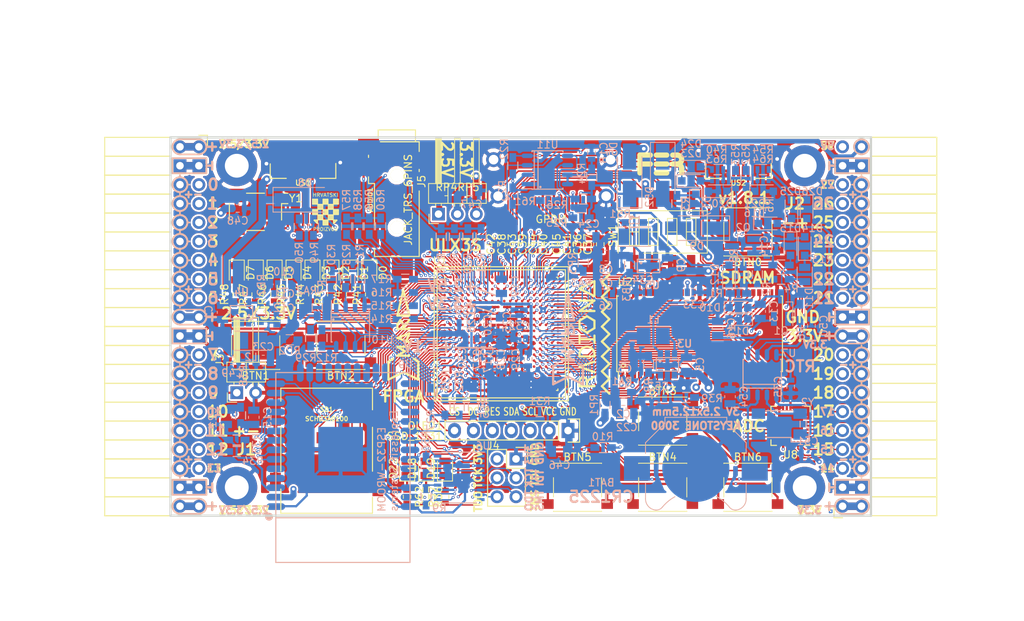
<source format=kicad_pcb>
(kicad_pcb (version 20171130) (host pcbnew 5.0.0-rc2-dev-unknown+dfsg1+20180318-2)
  (layers (0 F.Cu signal) (1 In1.Cu signal) (2 In2.Cu signal) (31 B.Cu signal) (34 B.Paste user) (35 F.Paste user) (36 B.SilkS user) (37 F.SilkS user) (38 B.Mask user) (39 F.Mask user) (44 Edge.Cuts user))
  (net 0 "")
  (net 1 GND)
  (net 2 +5V)
  (net 3 /gpio/IN5V)
  (net 4 /gpio/OUT5V)
  (net 5 +3V3)
  (net 6 BTN_D)
  (net 7 BTN_F1)
  (net 8 BTN_F2)
  (net 9 BTN_L)
  (net 10 BTN_R)
  (net 11 BTN_U)
  (net 12 /power/FB1)
  (net 13 +2V5)
  (net 14 /power/PWREN)
  (net 15 /power/FB3)
  (net 16 /power/FB2)
  (net 17 "Net-(D9-Pad1)")
  (net 18 /power/VBAT)
  (net 19 JTAG_TDI)
  (net 20 JTAG_TCK)
  (net 21 JTAG_TMS)
  (net 22 JTAG_TDO)
  (net 23 /power/WAKEUPn)
  (net 24 /power/WKUP)
  (net 25 /power/SHUT)
  (net 26 /power/WAKE)
  (net 27 /power/HOLD)
  (net 28 /power/WKn)
  (net 29 /power/OSCI_32k)
  (net 30 /power/OSCO_32k)
  (net 31 "Net-(Q2-Pad3)")
  (net 32 SHUTDOWN)
  (net 33 /analog/AUDIO_L)
  (net 34 /analog/AUDIO_R)
  (net 35 GPDI_SDA)
  (net 36 GPDI_SCL)
  (net 37 /gpdi/VREF2)
  (net 38 SD_CMD)
  (net 39 SD_CLK)
  (net 40 SD_D0)
  (net 41 SD_D1)
  (net 42 USB5V)
  (net 43 GPDI_CEC)
  (net 44 nRESET)
  (net 45 FTDI_nDTR)
  (net 46 SDRAM_CKE)
  (net 47 SDRAM_A7)
  (net 48 SDRAM_D15)
  (net 49 SDRAM_BA1)
  (net 50 SDRAM_D7)
  (net 51 SDRAM_A6)
  (net 52 SDRAM_CLK)
  (net 53 SDRAM_D13)
  (net 54 SDRAM_BA0)
  (net 55 SDRAM_D6)
  (net 56 SDRAM_A5)
  (net 57 SDRAM_D14)
  (net 58 SDRAM_A11)
  (net 59 SDRAM_D12)
  (net 60 SDRAM_D5)
  (net 61 SDRAM_A4)
  (net 62 SDRAM_A10)
  (net 63 SDRAM_D11)
  (net 64 SDRAM_A3)
  (net 65 SDRAM_D4)
  (net 66 SDRAM_D10)
  (net 67 SDRAM_D9)
  (net 68 SDRAM_A9)
  (net 69 SDRAM_D3)
  (net 70 SDRAM_D8)
  (net 71 SDRAM_A8)
  (net 72 SDRAM_A2)
  (net 73 SDRAM_A1)
  (net 74 SDRAM_A0)
  (net 75 SDRAM_D2)
  (net 76 SDRAM_D1)
  (net 77 SDRAM_D0)
  (net 78 SDRAM_DQM0)
  (net 79 SDRAM_nCS)
  (net 80 SDRAM_nRAS)
  (net 81 SDRAM_DQM1)
  (net 82 SDRAM_nCAS)
  (net 83 SDRAM_nWE)
  (net 84 /flash/FLASH_nWP)
  (net 85 /flash/FLASH_nHOLD)
  (net 86 /flash/FLASH_MOSI)
  (net 87 /flash/FLASH_MISO)
  (net 88 /flash/FLASH_SCK)
  (net 89 /flash/FLASH_nCS)
  (net 90 /flash/FPGA_PROGRAMN)
  (net 91 /flash/FPGA_DONE)
  (net 92 /flash/FPGA_INITN)
  (net 93 OLED_RES)
  (net 94 OLED_DC)
  (net 95 OLED_CS)
  (net 96 WIFI_EN)
  (net 97 FTDI_nRTS)
  (net 98 FTDI_TXD)
  (net 99 FTDI_RXD)
  (net 100 WIFI_RXD)
  (net 101 WIFI_GPIO0)
  (net 102 WIFI_TXD)
  (net 103 USB_FTDI_D+)
  (net 104 USB_FTDI_D-)
  (net 105 SD_D3)
  (net 106 AUDIO_L3)
  (net 107 AUDIO_L2)
  (net 108 AUDIO_L1)
  (net 109 AUDIO_L0)
  (net 110 AUDIO_R3)
  (net 111 AUDIO_R2)
  (net 112 AUDIO_R1)
  (net 113 AUDIO_R0)
  (net 114 OLED_CLK)
  (net 115 OLED_MOSI)
  (net 116 LED0)
  (net 117 LED1)
  (net 118 LED2)
  (net 119 LED3)
  (net 120 LED4)
  (net 121 LED5)
  (net 122 LED6)
  (net 123 LED7)
  (net 124 BTN_PWRn)
  (net 125 FTDI_nTXLED)
  (net 126 FTDI_nSLEEP)
  (net 127 /blinkey/LED_PWREN)
  (net 128 /blinkey/LED_TXLED)
  (net 129 /sdcard/SD3V3)
  (net 130 SD_D2)
  (net 131 CLK_25MHz)
  (net 132 /blinkey/BTNPUL)
  (net 133 /blinkey/BTNPUR)
  (net 134 USB_FPGA_D+)
  (net 135 /power/FTDI_nSUSPEND)
  (net 136 /blinkey/ALED0)
  (net 137 /blinkey/ALED1)
  (net 138 /blinkey/ALED2)
  (net 139 /blinkey/ALED3)
  (net 140 /blinkey/ALED4)
  (net 141 /blinkey/ALED5)
  (net 142 /blinkey/ALED6)
  (net 143 /blinkey/ALED7)
  (net 144 /usb/FTD-)
  (net 145 /usb/FTD+)
  (net 146 ADC_MISO)
  (net 147 ADC_MOSI)
  (net 148 ADC_CSn)
  (net 149 ADC_SCLK)
  (net 150 SW3)
  (net 151 SW2)
  (net 152 SW1)
  (net 153 USB_FPGA_D-)
  (net 154 /usb/FPD+)
  (net 155 /usb/FPD-)
  (net 156 WIFI_GPIO16)
  (net 157 /usb/ANT_433MHz)
  (net 158 /power/PWRBTn)
  (net 159 PROG_DONE)
  (net 160 /power/P3V3)
  (net 161 /power/P2V5)
  (net 162 /power/L1)
  (net 163 /power/L3)
  (net 164 /power/L2)
  (net 165 FTDI_TXDEN)
  (net 166 SDRAM_A12)
  (net 167 /analog/AUDIO_V)
  (net 168 AUDIO_V3)
  (net 169 AUDIO_V2)
  (net 170 AUDIO_V1)
  (net 171 AUDIO_V0)
  (net 172 /blinkey/LED_WIFI)
  (net 173 /power/P1V1)
  (net 174 +1V1)
  (net 175 SW4)
  (net 176 /blinkey/SWPU)
  (net 177 /wifi/WIFIEN)
  (net 178 FT2V5)
  (net 179 GN0)
  (net 180 GP0)
  (net 181 GN1)
  (net 182 GP1)
  (net 183 GN2)
  (net 184 GP2)
  (net 185 GN3)
  (net 186 GP3)
  (net 187 GN4)
  (net 188 GP4)
  (net 189 GN5)
  (net 190 GP5)
  (net 191 GN6)
  (net 192 GP6)
  (net 193 GN14)
  (net 194 GP14)
  (net 195 GN15)
  (net 196 GP15)
  (net 197 GN16)
  (net 198 GP16)
  (net 199 GN17)
  (net 200 GP17)
  (net 201 GN18)
  (net 202 GP18)
  (net 203 GN19)
  (net 204 GP19)
  (net 205 GN20)
  (net 206 GP20)
  (net 207 GN21)
  (net 208 GP21)
  (net 209 GN22)
  (net 210 GP22)
  (net 211 GN23)
  (net 212 GP23)
  (net 213 GN24)
  (net 214 GP24)
  (net 215 GN25)
  (net 216 GP25)
  (net 217 GN26)
  (net 218 GP26)
  (net 219 GN27)
  (net 220 GP27)
  (net 221 GN7)
  (net 222 GP7)
  (net 223 GN8)
  (net 224 GP8)
  (net 225 GN9)
  (net 226 GP9)
  (net 227 GN10)
  (net 228 GP10)
  (net 229 GN11)
  (net 230 GP11)
  (net 231 GN12)
  (net 232 GP12)
  (net 233 GN13)
  (net 234 GP13)
  (net 235 WIFI_GPIO5)
  (net 236 WIFI_GPIO17)
  (net 237 USB_FPGA_PULL_D+)
  (net 238 USB_FPGA_PULL_D-)
  (net 239 "Net-(D23-Pad2)")
  (net 240 "Net-(D24-Pad1)")
  (net 241 "Net-(D25-Pad2)")
  (net 242 "Net-(D26-Pad1)")
  (net 243 /gpdi/GPDI_ETH+)
  (net 244 FPDI_ETH+)
  (net 245 /gpdi/GPDI_ETH-)
  (net 246 FPDI_ETH-)
  (net 247 /gpdi/GPDI_D2-)
  (net 248 FPDI_D2-)
  (net 249 /gpdi/GPDI_D1-)
  (net 250 FPDI_D1-)
  (net 251 /gpdi/GPDI_D0-)
  (net 252 FPDI_D0-)
  (net 253 /gpdi/GPDI_CLK-)
  (net 254 FPDI_CLK-)
  (net 255 /gpdi/GPDI_D2+)
  (net 256 FPDI_D2+)
  (net 257 /gpdi/GPDI_D1+)
  (net 258 FPDI_D1+)
  (net 259 /gpdi/GPDI_D0+)
  (net 260 FPDI_D0+)
  (net 261 /gpdi/GPDI_CLK+)
  (net 262 FPDI_CLK+)
  (net 263 FPDI_SDA)
  (net 264 FPDI_SCL)
  (net 265 /gpdi/FPDI_CEC)
  (net 266 2V5_3V3)
  (net 267 "Net-(AUDIO1-Pad5)")
  (net 268 "Net-(AUDIO1-Pad6)")
  (net 269 "Net-(U1-PadA15)")
  (net 270 "Net-(U1-PadC9)")
  (net 271 "Net-(U1-PadD9)")
  (net 272 "Net-(U1-PadD10)")
  (net 273 "Net-(U1-PadD11)")
  (net 274 "Net-(U1-PadD12)")
  (net 275 "Net-(U1-PadE6)")
  (net 276 "Net-(U1-PadE9)")
  (net 277 "Net-(U1-PadE10)")
  (net 278 "Net-(U1-PadE11)")
  (net 279 "Net-(U1-PadJ4)")
  (net 280 "Net-(U1-PadJ5)")
  (net 281 "Net-(U1-PadK5)")
  (net 282 "Net-(U1-PadL5)")
  (net 283 "Net-(U1-PadM4)")
  (net 284 "Net-(U1-PadM5)")
  (net 285 SD_CD)
  (net 286 SD_WP)
  (net 287 "Net-(U1-PadR3)")
  (net 288 "Net-(U1-PadT16)")
  (net 289 "Net-(U1-PadW4)")
  (net 290 "Net-(U1-PadW5)")
  (net 291 "Net-(U1-PadW8)")
  (net 292 "Net-(U1-PadW9)")
  (net 293 "Net-(U1-PadW13)")
  (net 294 "Net-(U1-PadW14)")
  (net 295 "Net-(U1-PadW17)")
  (net 296 "Net-(U1-PadW18)")
  (net 297 FTDI_nRXLED)
  (net 298 "Net-(U8-Pad12)")
  (net 299 "Net-(U8-Pad25)")
  (net 300 "Net-(U9-Pad32)")
  (net 301 "Net-(U9-Pad22)")
  (net 302 "Net-(U9-Pad21)")
  (net 303 "Net-(U9-Pad20)")
  (net 304 "Net-(U9-Pad19)")
  (net 305 "Net-(U9-Pad18)")
  (net 306 "Net-(U9-Pad17)")
  (net 307 "Net-(U9-Pad12)")
  (net 308 "Net-(U9-Pad5)")
  (net 309 "Net-(U9-Pad4)")
  (net 310 "Net-(US1-Pad4)")
  (net 311 "Net-(US2-Pad4)")
  (net 312 "Net-(Y2-Pad3)")
  (net 313 "Net-(Y2-Pad2)")
  (net 314 "Net-(U1-PadK16)")
  (net 315 "Net-(U1-PadK17)")
  (module Resistors_SMD:R_0603_HandSoldering (layer B.Cu) (at 169.919 66.965 90)
    (fp_text reference R53 (at 3.259 0 270) (layer B.SilkS) (effects (justify mirror)))
    (fp_text value 27)
    (pad 1 smd rect (at -1.1 0 90) (size 1.2 0.9) (layers B.Cu B.Paste B.Mask) (net 134 USB_FPGA_D+))
    (pad 2 smd rect (at 1.1 0 90) (size 1.2 0.9) (layers B.Cu B.Paste B.Mask) (net 154 /usb/FPD+))
  )
  (module Socket_Strips:Socket_Strip_Angled_2x20 (layer F.Cu) (at 97.91 62.69 270)
    (fp_text reference J1 (at 40.64 -6.35) (layer F.SilkS) (effects (font (size 1.5 1.5) (thickness 0.3))))
    (fp_text value CONN_02X20 hide)
    (pad 1 thru_hole oval (at 0 0 270) (size 1.7272 1.7272) (drill 1.016) (layers *.Cu *.Mask) (net 266 2V5_3V3))
    (pad 2 thru_hole oval (at 0 2.54 270) (size 1.7272 1.7272) (drill 1.016) (layers *.Cu *.Mask) (net 266 2V5_3V3))
    (pad 3 thru_hole rect (at 2.54 0 270) (size 1.7272 1.7272) (drill 1.016) (layers *.Cu *.Mask) (net 1 GND))
    (pad 4 thru_hole rect (at 2.54 2.54 270) (size 1.7272 1.7272) (drill 1.016) (layers *.Cu *.Mask) (net 1 GND))
    (pad 5 thru_hole oval (at 5.08 0 270) (size 1.7272 1.7272) (drill 1.016) (layers *.Cu *.Mask) (net 179 GN0))
    (pad 6 thru_hole oval (at 5.08 2.54 270) (size 1.7272 1.7272) (drill 1.016) (layers *.Cu *.Mask) (net 180 GP0))
    (pad 7 thru_hole oval (at 7.62 0 270) (size 1.7272 1.7272) (drill 1.016) (layers *.Cu *.Mask) (net 181 GN1))
    (pad 8 thru_hole oval (at 7.62 2.54 270) (size 1.7272 1.7272) (drill 1.016) (layers *.Cu *.Mask) (net 182 GP1))
    (pad 9 thru_hole oval (at 10.16 0 270) (size 1.7272 1.7272) (drill 1.016) (layers *.Cu *.Mask) (net 183 GN2))
    (pad 10 thru_hole oval (at 10.16 2.54 270) (size 1.7272 1.7272) (drill 1.016) (layers *.Cu *.Mask) (net 184 GP2))
    (pad 11 thru_hole oval (at 12.7 0 270) (size 1.7272 1.7272) (drill 1.016) (layers *.Cu *.Mask) (net 185 GN3))
    (pad 12 thru_hole oval (at 12.7 2.54 270) (size 1.7272 1.7272) (drill 1.016) (layers *.Cu *.Mask) (net 186 GP3))
    (pad 13 thru_hole oval (at 15.24 0 270) (size 1.7272 1.7272) (drill 1.016) (layers *.Cu *.Mask) (net 187 GN4))
    (pad 14 thru_hole oval (at 15.24 2.54 270) (size 1.7272 1.7272) (drill 1.016) (layers *.Cu *.Mask) (net 188 GP4))
    (pad 15 thru_hole oval (at 17.78 0 270) (size 1.7272 1.7272) (drill 1.016) (layers *.Cu *.Mask) (net 189 GN5))
    (pad 16 thru_hole oval (at 17.78 2.54 270) (size 1.7272 1.7272) (drill 1.016) (layers *.Cu *.Mask) (net 190 GP5))
    (pad 17 thru_hole oval (at 20.32 0 270) (size 1.7272 1.7272) (drill 1.016) (layers *.Cu *.Mask) (net 191 GN6))
    (pad 18 thru_hole oval (at 20.32 2.54 270) (size 1.7272 1.7272) (drill 1.016) (layers *.Cu *.Mask) (net 192 GP6))
    (pad 19 thru_hole oval (at 22.86 0 270) (size 1.7272 1.7272) (drill 1.016) (layers *.Cu *.Mask) (net 266 2V5_3V3))
    (pad 20 thru_hole oval (at 22.86 2.54 270) (size 1.7272 1.7272) (drill 1.016) (layers *.Cu *.Mask) (net 266 2V5_3V3))
    (pad 21 thru_hole rect (at 25.4 0 270) (size 1.7272 1.7272) (drill 1.016) (layers *.Cu *.Mask) (net 1 GND))
    (pad 22 thru_hole rect (at 25.4 2.54 270) (size 1.7272 1.7272) (drill 1.016) (layers *.Cu *.Mask) (net 1 GND))
    (pad 23 thru_hole oval (at 27.94 0 270) (size 1.7272 1.7272) (drill 1.016) (layers *.Cu *.Mask) (net 221 GN7))
    (pad 24 thru_hole oval (at 27.94 2.54 270) (size 1.7272 1.7272) (drill 1.016) (layers *.Cu *.Mask) (net 222 GP7))
    (pad 25 thru_hole oval (at 30.48 0 270) (size 1.7272 1.7272) (drill 1.016) (layers *.Cu *.Mask) (net 223 GN8))
    (pad 26 thru_hole oval (at 30.48 2.54 270) (size 1.7272 1.7272) (drill 1.016) (layers *.Cu *.Mask) (net 224 GP8))
    (pad 27 thru_hole oval (at 33.02 0 270) (size 1.7272 1.7272) (drill 1.016) (layers *.Cu *.Mask) (net 225 GN9))
    (pad 28 thru_hole oval (at 33.02 2.54 270) (size 1.7272 1.7272) (drill 1.016) (layers *.Cu *.Mask) (net 226 GP9))
    (pad 29 thru_hole oval (at 35.56 0 270) (size 1.7272 1.7272) (drill 1.016) (layers *.Cu *.Mask) (net 227 GN10))
    (pad 30 thru_hole oval (at 35.56 2.54 270) (size 1.7272 1.7272) (drill 1.016) (layers *.Cu *.Mask) (net 228 GP10))
    (pad 31 thru_hole oval (at 38.1 0 270) (size 1.7272 1.7272) (drill 1.016) (layers *.Cu *.Mask) (net 229 GN11))
    (pad 32 thru_hole oval (at 38.1 2.54 270) (size 1.7272 1.7272) (drill 1.016) (layers *.Cu *.Mask) (net 230 GP11))
    (pad 33 thru_hole oval (at 40.64 0 270) (size 1.7272 1.7272) (drill 1.016) (layers *.Cu *.Mask) (net 231 GN12))
    (pad 34 thru_hole oval (at 40.64 2.54 270) (size 1.7272 1.7272) (drill 1.016) (layers *.Cu *.Mask) (net 232 GP12))
    (pad 35 thru_hole oval (at 43.18 0 270) (size 1.7272 1.7272) (drill 1.016) (layers *.Cu *.Mask) (net 233 GN13))
    (pad 36 thru_hole oval (at 43.18 2.54 270) (size 1.7272 1.7272) (drill 1.016) (layers *.Cu *.Mask) (net 234 GP13))
    (pad 37 thru_hole rect (at 45.72 0 270) (size 1.7272 1.7272) (drill 1.016) (layers *.Cu *.Mask) (net 1 GND))
    (pad 38 thru_hole rect (at 45.72 2.54 270) (size 1.7272 1.7272) (drill 1.016) (layers *.Cu *.Mask) (net 1 GND))
    (pad 39 thru_hole oval (at 48.26 0 270) (size 1.7272 1.7272) (drill 1.016) (layers *.Cu *.Mask) (net 266 2V5_3V3))
    (pad 40 thru_hole oval (at 48.26 2.54 270) (size 1.7272 1.7272) (drill 1.016) (layers *.Cu *.Mask) (net 266 2V5_3V3))
  )
  (module SMD_Packages:1Pin (layer F.Cu) (at 182.67515 111.637626)
    (fp_text reference AE1 hide)
    (fp_text value 433MHz hide)
    (pad 1 smd rect (at 0 0) (size 0.5 0.5) (layers B.Cu F.Paste F.Mask) (net 157 /usb/ANT_433MHz))
  )
  (module Resistors_SMD:R_0603_HandSoldering (layer B.Cu) (at 103.498 98.758 90)
    (fp_text reference R38 (at 5.334 0.396 90) (layer B.SilkS) (effects (justify mirror)))
    (fp_text value 0.47)
    (pad 1 smd rect (at -1.1 0 90) (size 1.2 0.9) (layers B.Cu B.Paste B.Mask) (net 129 /sdcard/SD3V3))
    (pad 2 smd rect (at 1.1 0 90) (size 1.2 0.9) (layers B.Cu B.Paste B.Mask) (net 5 +3V3))
  )
  (module Resistors_SMD:R_0603_HandSoldering (layer B.Cu) (at 156.33 72.85 180)
    (fp_text reference R51 (at 1.905 1.143 180) (layer B.SilkS) (effects (justify mirror)))
    (fp_text value 150)
    (pad 1 smd rect (at -1.1 0 180) (size 1.2 0.9) (layers B.Cu B.Paste B.Mask) (net 5 +3V3))
    (pad 2 smd rect (at 1.1 0 180) (size 1.2 0.9) (layers B.Cu B.Paste B.Mask) (net 176 /blinkey/SWPU))
  )
  (module TSOT-25:TSOT-25 (layer B.Cu) (at 160.775 91.9)
    (fp_text reference U3 (at 2.301 -2.776) (layer B.SilkS) (effects (font (thickness 0.2)) (justify mirror)))
    (fp_text value TLV62569DBV)
    (pad 1 smd rect (at -0.95 -1.3) (size 0.7 1.2) (layers B.Cu B.Paste B.Mask) (net 14 /power/PWREN))
    (pad 2 smd rect (at 0 -1.3) (size 0.7 1.2) (layers B.Cu B.Paste B.Mask) (net 1 GND))
    (pad 3 smd rect (at 0.95 -1.3) (size 0.7 1.2) (layers B.Cu B.Paste B.Mask) (net 162 /power/L1))
    (pad 4 smd rect (at 0.95 1.3) (size 0.7 1.2) (layers B.Cu B.Paste B.Mask) (net 2 +5V))
    (pad 5 smd rect (at -0.95 1.3) (size 0.7 1.2) (layers B.Cu B.Paste B.Mask) (net 12 /power/FB1))
  )
  (module TSOT-25:TSOT-25 (layer B.Cu) (at 103.625 84.915 180)
    (fp_text reference U4 (at 0 2.697 180) (layer B.SilkS) (effects (font (thickness 0.2)) (justify mirror)))
    (fp_text value TLV62569DBV)
    (pad 1 smd rect (at -0.95 -1.3 180) (size 0.7 1.2) (layers B.Cu B.Paste B.Mask) (net 14 /power/PWREN))
    (pad 2 smd rect (at 0 -1.3 180) (size 0.7 1.2) (layers B.Cu B.Paste B.Mask) (net 1 GND))
    (pad 3 smd rect (at 0.95 -1.3 180) (size 0.7 1.2) (layers B.Cu B.Paste B.Mask) (net 164 /power/L2))
    (pad 4 smd rect (at 0.95 1.3 180) (size 0.7 1.2) (layers B.Cu B.Paste B.Mask) (net 2 +5V))
    (pad 5 smd rect (at -0.95 1.3 180) (size 0.7 1.2) (layers B.Cu B.Paste B.Mask) (net 16 /power/FB2))
  )
  (module TSOT-25:TSOT-25 (layer B.Cu) (at 158.235 78.692)
    (fp_text reference U5 (at 0.523 2.558) (layer B.SilkS) (effects (font (thickness 0.2)) (justify mirror)))
    (fp_text value TLV62569DBV)
    (pad 1 smd rect (at -0.95 -1.3) (size 0.7 1.2) (layers B.Cu B.Paste B.Mask) (net 14 /power/PWREN))
    (pad 2 smd rect (at 0 -1.3) (size 0.7 1.2) (layers B.Cu B.Paste B.Mask) (net 1 GND))
    (pad 3 smd rect (at 0.95 -1.3) (size 0.7 1.2) (layers B.Cu B.Paste B.Mask) (net 163 /power/L3))
    (pad 4 smd rect (at 0.95 1.3) (size 0.7 1.2) (layers B.Cu B.Paste B.Mask) (net 2 +5V))
    (pad 5 smd rect (at -0.95 1.3) (size 0.7 1.2) (layers B.Cu B.Paste B.Mask) (net 15 /power/FB3))
  )
  (module Resistors_SMD:R_0603_HandSoldering (layer B.Cu) (at 170.3 82.375)
    (fp_text reference R1 (at -3.048 0) (layer B.SilkS) (effects (justify mirror)))
    (fp_text value 15k)
    (pad 1 smd rect (at -1.1 0) (size 1.2 0.9) (layers B.Cu B.Paste B.Mask) (net 26 /power/WAKE))
    (pad 2 smd rect (at 1.1 0) (size 1.2 0.9) (layers B.Cu B.Paste B.Mask) (net 14 /power/PWREN))
  )
  (module Resistors_SMD:R_0603_HandSoldering (layer B.Cu) (at 172.84 79.835 90)
    (fp_text reference R2 (at -1.905 1.27 90) (layer B.SilkS) (effects (justify mirror)))
    (fp_text value 47k)
    (pad 1 smd rect (at -1.1 0 90) (size 1.2 0.9) (layers B.Cu B.Paste B.Mask) (net 14 /power/PWREN))
    (pad 2 smd rect (at 1.1 0 90) (size 1.2 0.9) (layers B.Cu B.Paste B.Mask) (net 1 GND))
  )
  (module Resistors_SMD:R_0603_HandSoldering (layer B.Cu) (at 176.015 80.47 180)
    (fp_text reference R4 (at -1.397 -1.27) (layer B.SilkS) (effects (justify mirror)))
    (fp_text value 4.7k)
    (pad 1 smd rect (at -1.1 0 180) (size 1.2 0.9) (layers B.Cu B.Paste B.Mask) (net 27 /power/HOLD))
    (pad 2 smd rect (at 1.1 0 180) (size 1.2 0.9) (layers B.Cu B.Paste B.Mask) (net 14 /power/PWREN))
  )
  (module Resistors_SMD:R_0603_HandSoldering (layer B.Cu) (at 174.11 76.025 270)
    (fp_text reference R5 (at -5.461 -0.381 270) (layer B.SilkS) (effects (justify mirror)))
    (fp_text value 4.7M)
    (pad 1 smd rect (at -1.1 0 270) (size 1.2 0.9) (layers B.Cu B.Paste B.Mask) (net 25 /power/SHUT))
    (pad 2 smd rect (at 1.1 0 270) (size 1.2 0.9) (layers B.Cu B.Paste B.Mask) (net 1 GND))
  )
  (module Resistors_SMD:R_0603_HandSoldering (layer B.Cu) (at 178.555 84.915 270)
    (fp_text reference R6 (at 2.812 -0.142 270) (layer B.SilkS) (effects (justify mirror)))
    (fp_text value 1k)
    (pad 1 smd rect (at -1.1 0 270) (size 1.2 0.9) (layers B.Cu B.Paste B.Mask) (net 28 /power/WKn))
    (pad 2 smd rect (at 1.1 0 270) (size 1.2 0.9) (layers B.Cu B.Paste B.Mask) (net 23 /power/WAKEUPn))
  )
  (module Resistors_SMD:R_0603_HandSoldering (layer B.Cu) (at 113.785 84.28 270)
    (fp_text reference R7 (at -2.794 -0.635 270) (layer B.SilkS) (effects (justify mirror)))
    (fp_text value 150)
    (pad 1 smd rect (at -1.1 0 270) (size 1.2 0.9) (layers B.Cu B.Paste B.Mask) (net 5 +3V3))
    (pad 2 smd rect (at 1.1 0 270) (size 1.2 0.9) (layers B.Cu B.Paste B.Mask) (net 132 /blinkey/BTNPUL))
  )
  (module Resistors_SMD:R_0603_HandSoldering (layer B.Cu) (at 170.935 79.835 90)
    (fp_text reference R8 (at 2.54 -1.27 90) (layer B.SilkS) (effects (justify mirror)))
    (fp_text value 1k)
    (pad 1 smd rect (at -1.1 0 90) (size 1.2 0.9) (layers B.Cu B.Paste B.Mask) (net 14 /power/PWREN))
    (pad 2 smd rect (at 1.1 0 90) (size 1.2 0.9) (layers B.Cu B.Paste B.Mask) (net 31 "Net-(Q2-Pad3)"))
  )
  (module Resistors_SMD:R_0603_HandSoldering (layer B.Cu) (at 128.39 109.68 270)
    (fp_text reference R9 (at 1.524 -1.778) (layer B.SilkS) (effects (justify mirror)))
    (fp_text value 15k)
    (pad 1 smd rect (at -1.1 0 270) (size 1.2 0.9) (layers B.Cu B.Paste B.Mask) (net 44 nRESET))
    (pad 2 smd rect (at 1.1 0 270) (size 1.2 0.9) (layers B.Cu B.Paste B.Mask) (net 178 FT2V5))
  )
  (module Resistors_SMD:R_0603_HandSoldering (layer B.Cu) (at 152.139 103.076 180)
    (fp_text reference R10 (at 0.059 1.476 180) (layer B.SilkS) (effects (justify mirror)))
    (fp_text value 150)
    (pad 1 smd rect (at -1.1 0 180) (size 1.2 0.9) (layers B.Cu B.Paste B.Mask) (net 135 /power/FTDI_nSUSPEND))
    (pad 2 smd rect (at 1.1 0 180) (size 1.2 0.9) (layers B.Cu B.Paste B.Mask) (net 126 FTDI_nSLEEP))
  )
  (module Resistors_SMD:R_0603_HandSoldering (layer B.Cu) (at 176.015 78.565 180)
    (fp_text reference R13 (at -5.588 0.762 180) (layer B.SilkS) (effects (justify mirror)))
    (fp_text value 15k)
    (pad 1 smd rect (at -1.1 0 180) (size 1.2 0.9) (layers B.Cu B.Paste B.Mask) (net 32 SHUTDOWN))
    (pad 2 smd rect (at 1.1 0 180) (size 1.2 0.9) (layers B.Cu B.Paste B.Mask) (net 1 GND))
  )
  (module Resistors_SMD:R_0603_HandSoldering (layer B.Cu) (at 154.86 95.64)
    (fp_text reference RA1 (at -0.181 -1.454) (layer B.SilkS) (effects (justify mirror)))
    (fp_text value 15k)
    (pad 1 smd rect (at -1.1 0) (size 1.2 0.9) (layers B.Cu B.Paste B.Mask) (net 173 /power/P1V1))
    (pad 2 smd rect (at 1.1 0) (size 1.2 0.9) (layers B.Cu B.Paste B.Mask) (net 12 /power/FB1))
  )
  (module Resistors_SMD:R_0603_HandSoldering (layer B.Cu) (at 109.34 82.375 180)
    (fp_text reference RA2 (at -3.048 0.381) (layer B.SilkS) (effects (justify mirror)))
    (fp_text value 15k)
    (pad 1 smd rect (at -1.1 0 180) (size 1.2 0.9) (layers B.Cu B.Paste B.Mask) (net 161 /power/P2V5))
    (pad 2 smd rect (at 1.1 0 180) (size 1.2 0.9) (layers B.Cu B.Paste B.Mask) (net 16 /power/FB2))
  )
  (module Resistors_SMD:R_0603_HandSoldering (layer B.Cu) (at 152.52 81.105)
    (fp_text reference RA3 (at -3.302 -0.127) (layer B.SilkS) (effects (justify mirror)))
    (fp_text value 15k)
    (pad 1 smd rect (at -1.1 0) (size 1.2 0.9) (layers B.Cu B.Paste B.Mask) (net 160 /power/P3V3))
    (pad 2 smd rect (at 1.1 0) (size 1.2 0.9) (layers B.Cu B.Paste B.Mask) (net 15 /power/FB3))
  )
  (module Resistors_SMD:R_0603_HandSoldering (layer B.Cu) (at 158.235 91.9 270)
    (fp_text reference RB1 (at 3.302 0 270) (layer B.SilkS) (effects (justify mirror)))
    (fp_text value 18k)
    (pad 1 smd rect (at -1.1 0 270) (size 1.2 0.9) (layers B.Cu B.Paste B.Mask) (net 1 GND))
    (pad 2 smd rect (at 1.1 0 270) (size 1.2 0.9) (layers B.Cu B.Paste B.Mask) (net 12 /power/FB1))
  )
  (module Resistors_SMD:R_0603_HandSoldering (layer B.Cu) (at 106.165 84.915 90)
    (fp_text reference RB2 (at 3.683 0.127 90) (layer B.SilkS) (effects (justify mirror)))
    (fp_text value 4.7k)
    (pad 1 smd rect (at -1.1 0 90) (size 1.2 0.9) (layers B.Cu B.Paste B.Mask) (net 1 GND))
    (pad 2 smd rect (at 1.1 0 90) (size 1.2 0.9) (layers B.Cu B.Paste B.Mask) (net 16 /power/FB2))
  )
  (module Resistors_SMD:R_0603_HandSoldering (layer B.Cu) (at 155.695 78.565 270)
    (fp_text reference RB3 (at 3.429 0.395 270) (layer B.SilkS) (effects (justify mirror)))
    (fp_text value 3.3k)
    (pad 1 smd rect (at -1.1 0 270) (size 1.2 0.9) (layers B.Cu B.Paste B.Mask) (net 1 GND))
    (pad 2 smd rect (at 1.1 0 270) (size 1.2 0.9) (layers B.Cu B.Paste B.Mask) (net 15 /power/FB3))
  )
  (module Resistors_SMD:R_0603_HandSoldering (layer B.Cu) (at 125.596 85.804 180)
    (fp_text reference R14 (at 3.175 0 180) (layer B.SilkS) (effects (justify mirror)))
    (fp_text value 1.2k)
    (pad 1 smd rect (at -1.1 0 180) (size 1.2 0.9) (layers B.Cu B.Paste B.Mask) (net 109 AUDIO_L0))
    (pad 2 smd rect (at 1.1 0 180) (size 1.2 0.9) (layers B.Cu B.Paste B.Mask) (net 33 /analog/AUDIO_L))
  )
  (module Resistors_SMD:R_0603_HandSoldering (layer B.Cu) (at 125.596 84.026 180)
    (fp_text reference R15 (at 3.175 -0.001 180) (layer B.SilkS) (effects (justify mirror)))
    (fp_text value 680)
    (pad 1 smd rect (at -1.1 0 180) (size 1.2 0.9) (layers B.Cu B.Paste B.Mask) (net 108 AUDIO_L1))
    (pad 2 smd rect (at 1.1 0 180) (size 1.2 0.9) (layers B.Cu B.Paste B.Mask) (net 33 /analog/AUDIO_L))
  )
  (module Resistors_SMD:R_0603_HandSoldering (layer B.Cu) (at 125.596 82.248 180)
    (fp_text reference R16 (at 3.175 0 180) (layer B.SilkS) (effects (justify mirror)))
    (fp_text value 330)
    (pad 1 smd rect (at -1.1 0 180) (size 1.2 0.9) (layers B.Cu B.Paste B.Mask) (net 107 AUDIO_L2))
    (pad 2 smd rect (at 1.1 0 180) (size 1.2 0.9) (layers B.Cu B.Paste B.Mask) (net 33 /analog/AUDIO_L))
  )
  (module Resistors_SMD:R_0603_HandSoldering (layer B.Cu) (at 125.596 80.47 180)
    (fp_text reference R17 (at 3.175 0 180) (layer B.SilkS) (effects (justify mirror)))
    (fp_text value 150)
    (pad 1 smd rect (at -1.1 0 180) (size 1.2 0.9) (layers B.Cu B.Paste B.Mask) (net 106 AUDIO_L3))
    (pad 2 smd rect (at 1.1 0 180) (size 1.2 0.9) (layers B.Cu B.Paste B.Mask) (net 33 /analog/AUDIO_L))
  )
  (module Resistors_SMD:R_0603_HandSoldering (layer B.Cu) (at 130.422 74.773 90)
    (fp_text reference R18 (at -3.556 0 90) (layer B.SilkS) (effects (justify mirror)))
    (fp_text value 1.2k)
    (pad 1 smd rect (at -1.1 0 90) (size 1.2 0.9) (layers B.Cu B.Paste B.Mask) (net 113 AUDIO_R0))
    (pad 2 smd rect (at 1.1 0 90) (size 1.2 0.9) (layers B.Cu B.Paste B.Mask) (net 34 /analog/AUDIO_R))
  )
  (module Resistors_SMD:R_0603_HandSoldering (layer B.Cu) (at 132.2 74.773 90)
    (fp_text reference R19 (at -3.556 0 90) (layer B.SilkS) (effects (justify mirror)))
    (fp_text value 680)
    (pad 1 smd rect (at -1.1 0 90) (size 1.2 0.9) (layers B.Cu B.Paste B.Mask) (net 112 AUDIO_R1))
    (pad 2 smd rect (at 1.1 0 90) (size 1.2 0.9) (layers B.Cu B.Paste B.Mask) (net 34 /analog/AUDIO_R))
  )
  (module Resistors_SMD:R_0603_HandSoldering (layer B.Cu) (at 133.993 74.773 90)
    (fp_text reference R20 (at -3.556 0 90) (layer B.SilkS) (effects (justify mirror)))
    (fp_text value 330)
    (pad 1 smd rect (at -1.1 0 90) (size 1.2 0.9) (layers B.Cu B.Paste B.Mask) (net 111 AUDIO_R2))
    (pad 2 smd rect (at 1.1 0 90) (size 1.2 0.9) (layers B.Cu B.Paste B.Mask) (net 34 /analog/AUDIO_R))
  )
  (module Resistors_SMD:R_0603_HandSoldering (layer B.Cu) (at 135.771 74.773 90)
    (fp_text reference R21 (at -3.556 0 90) (layer B.SilkS) (effects (justify mirror)))
    (fp_text value 150)
    (pad 1 smd rect (at -1.1 0 90) (size 1.2 0.9) (layers B.Cu B.Paste B.Mask) (net 110 AUDIO_R3))
    (pad 2 smd rect (at 1.1 0 90) (size 1.2 0.9) (layers B.Cu B.Paste B.Mask) (net 34 /analog/AUDIO_R))
  )
  (module Socket_Strips:Socket_Strip_Angled_2x20 (layer F.Cu) (at 184.27 110.95 90)
    (fp_text reference J2 (at 40.64 -6.35 180) (layer F.SilkS) (effects (font (size 1.5 1.5) (thickness 0.3))))
    (fp_text value CONN_02X20 hide)
    (pad 1 thru_hole oval (at 0 0 90) (size 1.7272 1.7272) (drill 1.016) (layers *.Cu *.Mask) (net 5 +3V3))
    (pad 2 thru_hole oval (at 0 2.54 90) (size 1.7272 1.7272) (drill 1.016) (layers *.Cu *.Mask) (net 5 +3V3))
    (pad 3 thru_hole rect (at 2.54 0 90) (size 1.7272 1.7272) (drill 1.016) (layers *.Cu *.Mask) (net 1 GND))
    (pad 4 thru_hole rect (at 2.54 2.54 90) (size 1.7272 1.7272) (drill 1.016) (layers *.Cu *.Mask) (net 1 GND))
    (pad 5 thru_hole oval (at 5.08 0 90) (size 1.7272 1.7272) (drill 1.016) (layers *.Cu *.Mask) (net 193 GN14))
    (pad 6 thru_hole oval (at 5.08 2.54 90) (size 1.7272 1.7272) (drill 1.016) (layers *.Cu *.Mask) (net 194 GP14))
    (pad 7 thru_hole oval (at 7.62 0 90) (size 1.7272 1.7272) (drill 1.016) (layers *.Cu *.Mask) (net 195 GN15))
    (pad 8 thru_hole oval (at 7.62 2.54 90) (size 1.7272 1.7272) (drill 1.016) (layers *.Cu *.Mask) (net 196 GP15))
    (pad 9 thru_hole oval (at 10.16 0 90) (size 1.7272 1.7272) (drill 1.016) (layers *.Cu *.Mask) (net 197 GN16))
    (pad 10 thru_hole oval (at 10.16 2.54 90) (size 1.7272 1.7272) (drill 1.016) (layers *.Cu *.Mask) (net 198 GP16))
    (pad 11 thru_hole oval (at 12.7 0 90) (size 1.7272 1.7272) (drill 1.016) (layers *.Cu *.Mask) (net 199 GN17))
    (pad 12 thru_hole oval (at 12.7 2.54 90) (size 1.7272 1.7272) (drill 1.016) (layers *.Cu *.Mask) (net 200 GP17))
    (pad 13 thru_hole oval (at 15.24 0 90) (size 1.7272 1.7272) (drill 1.016) (layers *.Cu *.Mask) (net 201 GN18))
    (pad 14 thru_hole oval (at 15.24 2.54 90) (size 1.7272 1.7272) (drill 1.016) (layers *.Cu *.Mask) (net 202 GP18))
    (pad 15 thru_hole oval (at 17.78 0 90) (size 1.7272 1.7272) (drill 1.016) (layers *.Cu *.Mask) (net 203 GN19))
    (pad 16 thru_hole oval (at 17.78 2.54 90) (size 1.7272 1.7272) (drill 1.016) (layers *.Cu *.Mask) (net 204 GP19))
    (pad 17 thru_hole oval (at 20.32 0 90) (size 1.7272 1.7272) (drill 1.016) (layers *.Cu *.Mask) (net 205 GN20))
    (pad 18 thru_hole oval (at 20.32 2.54 90) (size 1.7272 1.7272) (drill 1.016) (layers *.Cu *.Mask) (net 206 GP20))
    (pad 19 thru_hole oval (at 22.86 0 90) (size 1.7272 1.7272) (drill 1.016) (layers *.Cu *.Mask) (net 5 +3V3))
    (pad 20 thru_hole oval (at 22.86 2.54 90) (size 1.7272 1.7272) (drill 1.016) (layers *.Cu *.Mask) (net 5 +3V3))
    (pad 21 thru_hole rect (at 25.4 0 90) (size 1.7272 1.7272) (drill 1.016) (layers *.Cu *.Mask) (net 1 GND))
    (pad 22 thru_hole rect (at 25.4 2.54 90) (size 1.7272 1.7272) (drill 1.016) (layers *.Cu *.Mask) (net 1 GND))
    (pad 23 thru_hole oval (at 27.94 0 90) (size 1.7272 1.7272) (drill 1.016) (layers *.Cu *.Mask) (net 207 GN21))
    (pad 24 thru_hole oval (at 27.94 2.54 90) (size 1.7272 1.7272) (drill 1.016) (layers *.Cu *.Mask) (net 208 GP21))
    (pad 25 thru_hole oval (at 30.48 0 90) (size 1.7272 1.7272) (drill 1.016) (layers *.Cu *.Mask) (net 209 GN22))
    (pad 26 thru_hole oval (at 30.48 2.54 90) (size 1.7272 1.7272) (drill 1.016) (layers *.Cu *.Mask) (net 210 GP22))
    (pad 27 thru_hole oval (at 33.02 0 90) (size 1.7272 1.7272) (drill 1.016) (layers *.Cu *.Mask) (net 211 GN23))
    (pad 28 thru_hole oval (at 33.02 2.54 90) (size 1.7272 1.7272) (drill 1.016) (layers *.Cu *.Mask) (net 212 GP23))
    (pad 29 thru_hole oval (at 35.56 0 90) (size 1.7272 1.7272) (drill 1.016) (layers *.Cu *.Mask) (net 213 GN24))
    (pad 30 thru_hole oval (at 35.56 2.54 90) (size 1.7272 1.7272) (drill 1.016) (layers *.Cu *.Mask) (net 214 GP24))
    (pad 31 thru_hole oval (at 38.1 0 90) (size 1.7272 1.7272) (drill 1.016) (layers *.Cu *.Mask) (net 215 GN25))
    (pad 32 thru_hole oval (at 38.1 2.54 90) (size 1.7272 1.7272) (drill 1.016) (layers *.Cu *.Mask) (net 216 GP25))
    (pad 33 thru_hole oval (at 40.64 0 90) (size 1.7272 1.7272) (drill 1.016) (layers *.Cu *.Mask) (net 217 GN26))
    (pad 34 thru_hole oval (at 40.64 2.54 90) (size 1.7272 1.7272) (drill 1.016) (layers *.Cu *.Mask) (net 218 GP26))
    (pad 35 thru_hole oval (at 43.18 0 90) (size 1.7272 1.7272) (drill 1.016) (layers *.Cu *.Mask) (net 219 GN27))
    (pad 36 thru_hole oval (at 43.18 2.54 90) (size 1.7272 1.7272) (drill 1.016) (layers *.Cu *.Mask) (net 220 GP27))
    (pad 37 thru_hole rect (at 45.72 0 90) (size 1.7272 1.7272) (drill 1.016) (layers *.Cu *.Mask) (net 1 GND))
    (pad 38 thru_hole rect (at 45.72 2.54 90) (size 1.7272 1.7272) (drill 1.016) (layers *.Cu *.Mask) (net 1 GND))
    (pad 39 thru_hole oval (at 48.26 0 90) (size 1.7272 1.7272) (drill 1.016) (layers *.Cu *.Mask) (net 3 /gpio/IN5V))
    (pad 40 thru_hole oval (at 48.26 2.54 90) (size 1.7272 1.7272) (drill 1.016) (layers *.Cu *.Mask) (net 4 /gpio/OUT5V))
  )
  (module Mounting_Holes:MountingHole_3.2mm_M3_ISO14580_Pad (layer F.Cu) (at 102.99 108.41)
    (fp_text reference H1 hide)
    (fp_text value HOLE hide)
    (pad 1 thru_hole circle (at 0 0) (size 5.5 5.5) (drill 3.2) (layers *.Cu *.Mask) (net 1 GND))
  )
  (module Mounting_Holes:MountingHole_3.2mm_M3_ISO14580_Pad (layer F.Cu) (at 179.19 108.41)
    (fp_text reference H2 hide)
    (fp_text value HOLE hide)
    (pad 1 thru_hole circle (at 0 0) (size 5.5 5.5) (drill 3.2) (layers *.Cu *.Mask) (net 1 GND))
  )
  (module Mounting_Holes:MountingHole_3.2mm_M3_ISO14580_Pad (layer F.Cu) (at 179.19 65.23)
    (fp_text reference H3 hide)
    (fp_text value HOLE hide)
    (pad 1 thru_hole circle (at 0 0) (size 5.5 5.5) (drill 3.2) (layers *.Cu *.Mask) (net 1 GND))
  )
  (module Mounting_Holes:MountingHole_3.2mm_M3_ISO14580_Pad (layer F.Cu) (at 102.99 65.23)
    (fp_text reference H4 hide)
    (fp_text value HOLE hide)
    (pad 1 thru_hole circle (at 0 0) (size 5.5 5.5) (drill 3.2) (layers *.Cu *.Mask) (net 1 GND))
  )
  (module Resistors_SMD:R_0603_HandSoldering (layer B.Cu) (at 162.045 70.31 90)
    (fp_text reference R3 (at 0 1.143 90) (layer B.SilkS) (effects (justify mirror)))
    (fp_text value 4.7k)
    (pad 1 smd rect (at -1.1 0 90) (size 1.2 0.9) (layers B.Cu B.Paste B.Mask) (net 2 +5V))
    (pad 2 smd rect (at 1.1 0 90) (size 1.2 0.9) (layers B.Cu B.Paste B.Mask) (net 158 /power/PWRBTn))
  )
  (module Resistors_SMD:R_0603_HandSoldering (layer B.Cu) (at 140.0255 65.23 90)
    (fp_text reference R22 (at 2.23 -1.14 90) (layer B.SilkS) (effects (justify mirror)))
    (fp_text value 2.2k)
    (pad 1 smd rect (at -1.1 0 90) (size 1.2 0.9) (layers B.Cu B.Paste B.Mask) (net 5 +3V3))
    (pad 2 smd rect (at 1.1 0 90) (size 1.2 0.9) (layers B.Cu B.Paste B.Mask) (net 263 FPDI_SDA))
  )
  (module Resistors_SMD:R_0603_HandSoldering (layer B.Cu) (at 140.0255 69.312 270)
    (fp_text reference R23 (at -0.712 1.355 270) (layer B.SilkS) (effects (justify mirror)))
    (fp_text value 2.2k)
    (pad 1 smd rect (at -1.1 0 270) (size 1.2 0.9) (layers B.Cu B.Paste B.Mask) (net 5 +3V3))
    (pad 2 smd rect (at 1.1 0 270) (size 1.2 0.9) (layers B.Cu B.Paste B.Mask) (net 264 FPDI_SCL))
  )
  (module Resistors_SMD:R_0603_HandSoldering (layer B.Cu) (at 150.615 66.772 90)
    (fp_text reference R24 (at 0.508 -1.397 90) (layer B.SilkS) (effects (justify mirror)))
    (fp_text value 100k)
    (pad 1 smd rect (at -1.1 0 90) (size 1.2 0.9) (layers B.Cu B.Paste B.Mask) (net 2 +5V))
    (pad 2 smd rect (at 1.1 0 90) (size 1.2 0.9) (layers B.Cu B.Paste B.Mask) (net 37 /gpdi/VREF2))
  )
  (module Resistors_SMD:R_0603_HandSoldering (layer B.Cu) (at 149.175 72.215 180)
    (fp_text reference R25 (at 3.259 -0.685 180) (layer B.SilkS) (effects (justify mirror)))
    (fp_text value 4.7k)
    (pad 1 smd rect (at -1.1 0 180) (size 1.2 0.9) (layers B.Cu B.Paste B.Mask) (net 2 +5V))
    (pad 2 smd rect (at 1.1 0 180) (size 1.2 0.9) (layers B.Cu B.Paste B.Mask) (net 36 GPDI_SCL))
  )
  (module Resistors_SMD:R_0603_HandSoldering (layer B.Cu) (at 149.487 69.693 180)
    (fp_text reference R26 (at 3.5 -0.8 180) (layer B.SilkS) (effects (justify mirror)))
    (fp_text value 4.7k)
    (pad 1 smd rect (at -1.1 0 180) (size 1.2 0.9) (layers B.Cu B.Paste B.Mask) (net 2 +5V))
    (pad 2 smd rect (at 1.1 0 180) (size 1.2 0.9) (layers B.Cu B.Paste B.Mask) (net 35 GPDI_SDA))
  )
  (module Housings_SSOP:SSOP-20_4.4x6.5mm_Pitch0.65mm (layer B.Cu) (at 132.835 107.14 180)
    (fp_text reference U6 (at -3.175 4.318 180) (layer B.SilkS) (effects (justify mirror)))
    (fp_text value FT231XS)
    (pad 1 smd rect (at -2.9 2.925 180) (size 1 0.4) (layers B.Cu B.Paste B.Mask) (net 45 FTDI_nDTR))
    (pad 2 smd rect (at -2.9 2.275 180) (size 1 0.4) (layers B.Cu B.Paste B.Mask) (net 97 FTDI_nRTS))
    (pad 3 smd rect (at -2.9 1.625 180) (size 1 0.4) (layers B.Cu B.Paste B.Mask) (net 178 FT2V5))
    (pad 4 smd rect (at -2.9 0.975 180) (size 1 0.4) (layers B.Cu B.Paste B.Mask) (net 99 FTDI_RXD))
    (pad 5 smd rect (at -2.9 0.325 180) (size 1 0.4) (layers B.Cu B.Paste B.Mask) (net 19 JTAG_TDI))
    (pad 6 smd rect (at -2.9 -0.325 180) (size 1 0.4) (layers B.Cu B.Paste B.Mask) (net 1 GND))
    (pad 7 smd rect (at -2.9 -0.975 180) (size 1 0.4) (layers B.Cu B.Paste B.Mask) (net 20 JTAG_TCK))
    (pad 8 smd rect (at -2.9 -1.625 180) (size 1 0.4) (layers B.Cu B.Paste B.Mask) (net 21 JTAG_TMS))
    (pad 9 smd rect (at -2.9 -2.275 180) (size 1 0.4) (layers B.Cu B.Paste B.Mask) (net 22 JTAG_TDO))
    (pad 10 smd rect (at -2.9 -2.925 180) (size 1 0.4) (layers B.Cu B.Paste B.Mask) (net 125 FTDI_nTXLED))
    (pad 11 smd rect (at 2.9 -2.925 180) (size 1 0.4) (layers B.Cu B.Paste B.Mask) (net 103 USB_FTDI_D+))
    (pad 12 smd rect (at 2.9 -2.275 180) (size 1 0.4) (layers B.Cu B.Paste B.Mask) (net 104 USB_FTDI_D-))
    (pad 13 smd rect (at 2.9 -1.625 180) (size 1 0.4) (layers B.Cu B.Paste B.Mask) (net 178 FT2V5))
    (pad 14 smd rect (at 2.9 -0.975 180) (size 1 0.4) (layers B.Cu B.Paste B.Mask) (net 44 nRESET))
    (pad 15 smd rect (at 2.9 -0.325 180) (size 1 0.4) (layers B.Cu B.Paste B.Mask) (net 42 USB5V))
    (pad 16 smd rect (at 2.9 0.325 180) (size 1 0.4) (layers B.Cu B.Paste B.Mask) (net 1 GND))
    (pad 17 smd rect (at 2.9 0.975 180) (size 1 0.4) (layers B.Cu B.Paste B.Mask) (net 297 FTDI_nRXLED))
    (pad 18 smd rect (at 2.9 1.625 180) (size 1 0.4) (layers B.Cu B.Paste B.Mask) (net 165 FTDI_TXDEN))
    (pad 19 smd rect (at 2.9 2.275 180) (size 1 0.4) (layers B.Cu B.Paste B.Mask) (net 126 FTDI_nSLEEP))
    (pad 20 smd rect (at 2.9 2.925 180) (size 1 0.4) (layers B.Cu B.Paste B.Mask) (net 98 FTDI_TXD))
  )
  (module Resistors_SMD:R_0603_HandSoldering (layer B.Cu) (at 119.5 80.47 270)
    (fp_text reference R11 (at -3.302 0 270) (layer B.SilkS) (effects (justify mirror)))
    (fp_text value 10k)
    (pad 1 smd rect (at -1.1 0 270) (size 1.2 0.9) (layers B.Cu B.Paste B.Mask) (net 5 +3V3))
    (pad 2 smd rect (at 1.1 0 270) (size 1.2 0.9) (layers B.Cu B.Paste B.Mask) (net 84 /flash/FLASH_nWP))
  )
  (module Resistors_SMD:R_0603_HandSoldering (layer B.Cu) (at 114.42 88.344 90)
    (fp_text reference R12 (at -2.667 0.635) (layer B.SilkS) (effects (justify mirror)))
    (fp_text value 10k)
    (pad 1 smd rect (at -1.1 0 90) (size 1.2 0.9) (layers B.Cu B.Paste B.Mask) (net 5 +3V3))
    (pad 2 smd rect (at 1.1 0 90) (size 1.2 0.9) (layers B.Cu B.Paste B.Mask) (net 85 /flash/FLASH_nHOLD))
  )
  (module Resistors_SMD:R_0603_HandSoldering (layer B.Cu) (at 129.025 96.175 90)
    (fp_text reference R27 (at -3.218 0 90) (layer B.SilkS) (effects (justify mirror)))
    (fp_text value 10k)
    (pad 1 smd rect (at -1.1 0 90) (size 1.2 0.9) (layers B.Cu B.Paste B.Mask) (net 5 +3V3))
    (pad 2 smd rect (at 1.1 0 90) (size 1.2 0.9) (layers B.Cu B.Paste B.Mask) (net 86 /flash/FLASH_MOSI))
  )
  (module Resistors_SMD:R_0603_HandSoldering (layer B.Cu) (at 117.595 80.47 270)
    (fp_text reference R28 (at -3.302 -0.127 270) (layer B.SilkS) (effects (justify mirror)))
    (fp_text value 10k)
    (pad 1 smd rect (at -1.1 0 270) (size 1.2 0.9) (layers B.Cu B.Paste B.Mask) (net 5 +3V3))
    (pad 2 smd rect (at 1.1 0 270) (size 1.2 0.9) (layers B.Cu B.Paste B.Mask) (net 87 /flash/FLASH_MISO))
  )
  (module Resistors_SMD:R_0603_HandSoldering (layer B.Cu) (at 112.896 88.344 90)
    (fp_text reference R29 (at -2.667 -0.635) (layer B.SilkS) (effects (justify mirror)))
    (fp_text value 1k)
    (pad 1 smd rect (at -1.1 0 90) (size 1.2 0.9) (layers B.Cu B.Paste B.Mask) (net 5 +3V3))
    (pad 2 smd rect (at 1.1 0 90) (size 1.2 0.9) (layers B.Cu B.Paste B.Mask) (net 88 /flash/FLASH_SCK))
  )
  (module Resistors_SMD:R_0603_HandSoldering (layer B.Cu) (at 115.69 80.47 270)
    (fp_text reference R30 (at -3.302 0 270) (layer B.SilkS) (effects (justify mirror)))
    (fp_text value 4.7k)
    (pad 1 smd rect (at -1.1 0 270) (size 1.2 0.9) (layers B.Cu B.Paste B.Mask) (net 5 +3V3))
    (pad 2 smd rect (at 1.1 0 270) (size 1.2 0.9) (layers B.Cu B.Paste B.Mask) (net 89 /flash/FLASH_nCS))
  )
  (module Resistors_SMD:R_0603_HandSoldering (layer B.Cu) (at 143.63 98.25 180)
    (fp_text reference R31 (at 0 1.397 180) (layer B.SilkS) (effects (justify mirror)))
    (fp_text value 10k)
    (pad 1 smd rect (at -1.1 0 180) (size 1.2 0.9) (layers B.Cu B.Paste B.Mask) (net 5 +3V3))
    (pad 2 smd rect (at 1.1 0 180) (size 1.2 0.9) (layers B.Cu B.Paste B.Mask) (net 90 /flash/FPGA_PROGRAMN))
  )
  (module Resistors_SMD:R_0603_HandSoldering (layer B.Cu) (at 132.835 97.615 90)
    (fp_text reference R32 (at 3.429 0 90) (layer B.SilkS) (effects (justify mirror)))
    (fp_text value 10k)
    (pad 1 smd rect (at -1.1 0 90) (size 1.2 0.9) (layers B.Cu B.Paste B.Mask) (net 5 +3V3))
    (pad 2 smd rect (at 1.1 0 90) (size 1.2 0.9) (layers B.Cu B.Paste B.Mask) (net 91 /flash/FPGA_DONE))
  )
  (module Resistors_SMD:R_0603_HandSoldering (layer B.Cu) (at 130.93 97.615 90)
    (fp_text reference R33 (at 3.556 0.127 90) (layer B.SilkS) (effects (justify mirror)))
    (fp_text value 10k)
    (pad 1 smd rect (at -1.1 0 90) (size 1.2 0.9) (layers B.Cu B.Paste B.Mask) (net 5 +3V3))
    (pad 2 smd rect (at 1.1 0 90) (size 1.2 0.9) (layers B.Cu B.Paste B.Mask) (net 92 /flash/FPGA_INITN))
  )
  (module Resistors_SMD:R_0603_HandSoldering (layer B.Cu) (at 102.99 103.6)
    (fp_text reference R34 (at 2.159 1.27 180) (layer B.SilkS) (effects (justify mirror)))
    (fp_text value 15k)
    (pad 1 smd rect (at -1.1 0) (size 1.2 0.9) (layers B.Cu B.Paste B.Mask) (net 5 +3V3))
    (pad 2 smd rect (at 1.1 0) (size 1.2 0.9) (layers B.Cu B.Paste B.Mask) (net 96 WIFI_EN))
  )
  (module Resistors_SMD:R_0603_HandSoldering (layer B.Cu) (at 102.99 102.06 180)
    (fp_text reference R35 (at -2.667 -0.508 270) (layer B.SilkS) (effects (justify mirror)))
    (fp_text value 470)
    (pad 1 smd rect (at -1.1 0 180) (size 1.2 0.9) (layers B.Cu B.Paste B.Mask) (net 96 WIFI_EN))
    (pad 2 smd rect (at 1.1 0 180) (size 1.2 0.9) (layers B.Cu B.Paste B.Mask) (net 177 /wifi/WIFIEN))
  )
  (module usb_otg:USB-MICRO-B-FCI-10118192-0001LF (layer F.Cu) (at 111.88 63.325 180)
    (fp_text reference US1 (at 0 -4.2 180) (layer F.SilkS) (effects (font (size 0.7 0.7))))
    (fp_text value MICRO_USB hide)
    (pad 6 smd rect (at -3.1 -2.55 180) (size 2.1 1.6) (layers F.Cu F.Paste F.Mask) (net 1 GND))
    (pad 6 smd rect (at 3.1 -2.55 180) (size 2.1 1.6) (layers F.Cu F.Paste F.Mask) (net 1 GND))
    (pad 6 smd rect (at -1.2 0 180) (size 1.9 1.9) (layers F.Cu F.Paste F.Mask) (net 1 GND))
    (pad 6 smd rect (at 1.2 0 180) (size 1.9 1.9) (layers F.Cu F.Paste F.Mask) (net 1 GND))
    (pad 1 smd rect (at -1.3 -2.675 180) (size 0.4 1.35) (layers F.Cu F.Paste F.Mask) (net 42 USB5V))
    (pad 2 smd rect (at -0.65 -2.675 180) (size 0.4 1.35) (layers F.Cu F.Paste F.Mask) (net 144 /usb/FTD-))
    (pad 3 smd rect (at 0 -2.675 180) (size 0.4 1.35) (layers F.Cu F.Paste F.Mask) (net 145 /usb/FTD+))
    (pad 4 smd rect (at 0.65 -2.675 180) (size 0.4 1.35) (layers F.Cu F.Paste F.Mask) (net 310 "Net-(US1-Pad4)"))
    (pad 5 smd rect (at 1.3 -2.675 180) (size 0.4 1.35) (layers F.Cu F.Paste F.Mask) (net 1 GND))
    (pad 6 smd rect (at -3.8 0 180) (size 1.8 1.9) (layers F.Cu F.Paste F.Mask) (net 1 GND))
    (pad 6 smd rect (at 3.8 0 180) (size 1.8 1.9) (layers F.Cu F.Paste F.Mask) (net 1 GND))
  )
  (module usb_otg:USB-MICRO-B-FCI-10118192-0001LF (layer F.Cu) (at 170.3 63.325 180)
    (fp_text reference US2 (at 0 -4.2 180) (layer F.SilkS) (effects (font (size 0.7 0.7))))
    (fp_text value MICRO_USB hide)
    (pad 6 smd rect (at -3.1 -2.55 180) (size 2.1 1.6) (layers F.Cu F.Paste F.Mask) (net 1 GND))
    (pad 6 smd rect (at 3.1 -2.55 180) (size 2.1 1.6) (layers F.Cu F.Paste F.Mask) (net 1 GND))
    (pad 6 smd rect (at -1.2 0 180) (size 1.9 1.9) (layers F.Cu F.Paste F.Mask) (net 1 GND))
    (pad 6 smd rect (at 1.2 0 180) (size 1.9 1.9) (layers F.Cu F.Paste F.Mask) (net 1 GND))
    (pad 1 smd rect (at -1.3 -2.675 180) (size 0.4 1.35) (layers F.Cu F.Paste F.Mask) (net 17 "Net-(D9-Pad1)"))
    (pad 2 smd rect (at -0.65 -2.675 180) (size 0.4 1.35) (layers F.Cu F.Paste F.Mask) (net 155 /usb/FPD-))
    (pad 3 smd rect (at 0 -2.675 180) (size 0.4 1.35) (layers F.Cu F.Paste F.Mask) (net 154 /usb/FPD+))
    (pad 4 smd rect (at 0.65 -2.675 180) (size 0.4 1.35) (layers F.Cu F.Paste F.Mask) (net 311 "Net-(US2-Pad4)"))
    (pad 5 smd rect (at 1.3 -2.675 180) (size 0.4 1.35) (layers F.Cu F.Paste F.Mask) (net 1 GND))
    (pad 6 smd rect (at -3.8 0 180) (size 1.8 1.9) (layers F.Cu F.Paste F.Mask) (net 1 GND))
    (pad 6 smd rect (at 3.8 0 180) (size 1.8 1.9) (layers F.Cu F.Paste F.Mask) (net 1 GND))
  )
  (module Resistors_SMD:R_0603_HandSoldering (layer B.Cu) (at 163.315 96.345 180)
    (fp_text reference R39 (at -3.429 -0.127 180) (layer B.SilkS) (effects (justify mirror)))
    (fp_text value 150)
    (pad 1 smd rect (at -1.1 0 180) (size 1.2 0.9) (layers B.Cu B.Paste B.Mask) (net 5 +3V3))
    (pad 2 smd rect (at 1.1 0 180) (size 1.2 0.9) (layers B.Cu B.Paste B.Mask) (net 133 /blinkey/BTNPUR))
  )
  (module Socket_Strips:Socket_Strip_Straight_2x03 (layer F.Cu) (at 140.455 104.6 270)
    (fp_text reference J4 (at -1.778 3.048) (layer F.SilkS))
    (fp_text value CONN_02X03 hide)
    (pad 1 thru_hole rect (at 0 0 270) (size 1.7272 1.7272) (drill 1.016) (layers *.Cu *.Mask) (net 1 GND))
    (pad 2 thru_hole oval (at 0 2.54 270) (size 1.7272 1.7272) (drill 1.016) (layers *.Cu *.Mask) (net 5 +3V3))
    (pad 3 thru_hole oval (at 2.54 0 270) (size 1.7272 1.7272) (drill 1.016) (layers *.Cu *.Mask) (net 19 JTAG_TDI))
    (pad 4 thru_hole oval (at 2.54 2.54 270) (size 1.7272 1.7272) (drill 1.016) (layers *.Cu *.Mask) (net 20 JTAG_TCK))
    (pad 5 thru_hole oval (at 5.08 0 270) (size 1.7272 1.7272) (drill 1.016) (layers *.Cu *.Mask) (net 21 JTAG_TMS))
    (pad 6 thru_hole oval (at 5.08 2.54 270) (size 1.7272 1.7272) (drill 1.016) (layers *.Cu *.Mask) (net 22 JTAG_TDO))
  )
  (module Resistors_SMD:R_0603_HandSoldering (layer B.Cu) (at 113.277 73.485 90)
    (fp_text reference R49 (at -3.429 0.127 90) (layer B.SilkS) (effects (justify mirror)))
    (fp_text value 27)
    (pad 1 smd rect (at -1.1 0 90) (size 1.2 0.9) (layers B.Cu B.Paste B.Mask) (net 104 USB_FTDI_D-))
    (pad 2 smd rect (at 1.1 0 90) (size 1.2 0.9) (layers B.Cu B.Paste B.Mask) (net 144 /usb/FTD-))
  )
  (module Resistors_SMD:R_0603_HandSoldering (layer B.Cu) (at 111.372 73.485 90)
    (fp_text reference R50 (at -3.429 0 90) (layer B.SilkS) (effects (justify mirror)))
    (fp_text value 27)
    (pad 1 smd rect (at -1.1 0 90) (size 1.2 0.9) (layers B.Cu B.Paste B.Mask) (net 103 USB_FTDI_D+))
    (pad 2 smd rect (at 1.1 0 90) (size 1.2 0.9) (layers B.Cu B.Paste B.Mask) (net 145 /usb/FTD+))
  )
  (module Housings_DFN_QFN:QFN-28-1EP_5x5mm_Pitch0.5mm (layer F.Cu) (at 177.285 100.155 180)
    (fp_text reference U8 (at 0 -3.875 180) (layer F.SilkS))
    (fp_text value MAX11125)
    (pad 1 smd oval (at -2.45 -1.5 180) (size 0.85 0.3) (layers F.Cu F.Paste F.Mask) (net 196 GP15))
    (pad 2 smd oval (at -2.45 -1 180) (size 0.85 0.3) (layers F.Cu F.Paste F.Mask) (net 197 GN16))
    (pad 3 smd oval (at -2.45 -0.5 180) (size 0.85 0.3) (layers F.Cu F.Paste F.Mask) (net 198 GP16))
    (pad 4 smd oval (at -2.45 0 180) (size 0.85 0.3) (layers F.Cu F.Paste F.Mask) (net 199 GN17))
    (pad 5 smd oval (at -2.45 0.5 180) (size 0.85 0.3) (layers F.Cu F.Paste F.Mask) (net 200 GP17))
    (pad 6 smd oval (at -2.45 1 180) (size 0.85 0.3) (layers F.Cu F.Paste F.Mask) (net 1 GND))
    (pad 7 smd oval (at -2.45 1.5 180) (size 0.85 0.3) (layers F.Cu F.Paste F.Mask) (net 1 GND))
    (pad 8 smd oval (at -1.5 2.45 270) (size 0.85 0.3) (layers F.Cu F.Paste F.Mask) (net 1 GND))
    (pad 9 smd oval (at -1 2.45 270) (size 0.85 0.3) (layers F.Cu F.Paste F.Mask) (net 1 GND))
    (pad 10 smd oval (at -0.5 2.45 270) (size 0.85 0.3) (layers F.Cu F.Paste F.Mask) (net 1 GND))
    (pad 11 smd oval (at 0 2.45 270) (size 0.85 0.3) (layers F.Cu F.Paste F.Mask) (net 1 GND))
    (pad 12 smd oval (at 0.5 2.45 270) (size 0.85 0.3) (layers F.Cu F.Paste F.Mask) (net 298 "Net-(U8-Pad12)"))
    (pad 13 smd oval (at 1 2.45 270) (size 0.85 0.3) (layers F.Cu F.Paste F.Mask) (net 1 GND))
    (pad 14 smd oval (at 1.5 2.45 270) (size 0.85 0.3) (layers F.Cu F.Paste F.Mask) (net 1 GND))
    (pad 15 smd oval (at 2.45 1.5 180) (size 0.85 0.3) (layers F.Cu F.Paste F.Mask) (net 5 +3V3))
    (pad 16 smd oval (at 2.45 1 180) (size 0.85 0.3) (layers F.Cu F.Paste F.Mask) (net 1 GND))
    (pad 17 smd oval (at 2.45 0.5 180) (size 0.85 0.3) (layers F.Cu F.Paste F.Mask) (net 5 +3V3))
    (pad 18 smd oval (at 2.45 0 180) (size 0.85 0.3) (layers F.Cu F.Paste F.Mask) (net 5 +3V3))
    (pad 19 smd oval (at 2.45 -0.5 180) (size 0.85 0.3) (layers F.Cu F.Paste F.Mask) (net 149 ADC_SCLK))
    (pad 20 smd oval (at 2.45 -1 180) (size 0.85 0.3) (layers F.Cu F.Paste F.Mask) (net 148 ADC_CSn))
    (pad 21 smd oval (at 2.45 -1.5 180) (size 0.85 0.3) (layers F.Cu F.Paste F.Mask) (net 147 ADC_MOSI))
    (pad 22 smd oval (at 1.5 -2.45 270) (size 0.85 0.3) (layers F.Cu F.Paste F.Mask) (net 1 GND))
    (pad 23 smd oval (at 1 -2.45 270) (size 0.85 0.3) (layers F.Cu F.Paste F.Mask) (net 5 +3V3))
    (pad 24 smd oval (at 0.5 -2.45 270) (size 0.85 0.3) (layers F.Cu F.Paste F.Mask) (net 146 ADC_MISO))
    (pad 25 smd oval (at 0 -2.45 270) (size 0.85 0.3) (layers F.Cu F.Paste F.Mask) (net 299 "Net-(U8-Pad25)"))
    (pad 26 smd oval (at -0.5 -2.45 270) (size 0.85 0.3) (layers F.Cu F.Paste F.Mask) (net 193 GN14))
    (pad 27 smd oval (at -1 -2.45 270) (size 0.85 0.3) (layers F.Cu F.Paste F.Mask) (net 194 GP14))
    (pad 28 smd oval (at -1.5 -2.45 270) (size 0.85 0.3) (layers F.Cu F.Paste F.Mask) (net 195 GN15))
    (pad 29 smd rect (at 0.8375 0.8375 180) (size 1.675 1.675) (layers F.Cu F.Paste F.Mask) (net 1 GND))
    (pad 29 smd rect (at 0.8375 -0.8375 180) (size 1.675 1.675) (layers F.Cu F.Paste F.Mask) (net 1 GND))
    (pad 29 smd rect (at -0.8375 0.8375 180) (size 1.675 1.675) (layers F.Cu F.Paste F.Mask) (net 1 GND))
    (pad 29 smd rect (at -0.8375 -0.8375 180) (size 1.675 1.675) (layers F.Cu F.Paste F.Mask) (net 1 GND))
  )
  (module Resistors_SMD:R_0603_HandSoldering (layer B.Cu) (at 171.316 66.965 90)
    (fp_text reference R52 (at 3.259 0 270) (layer B.SilkS) (effects (justify mirror)))
    (fp_text value 27)
    (pad 1 smd rect (at -1.1 0 90) (size 1.2 0.9) (layers B.Cu B.Paste B.Mask) (net 153 USB_FPGA_D-))
    (pad 2 smd rect (at 1.1 0 90) (size 1.2 0.9) (layers B.Cu B.Paste B.Mask) (net 155 /usb/FPD-))
  )
  (module oled:oled_13xx (layer F.Cu) (at 139.82 100.79 180)
    (fp_text reference OLED1 (at 11.557 0.635 180) (layer F.SilkS))
    (fp_text value SSD_1331 (at 12.954 -0.762 180) (layer F.SilkS))
    (fp_text user CS (at 7.62 2.54 180) (layer F.SilkS) (effects (font (size 1 0.75))))
    (fp_text user DC (at 5.08 2.54 180) (layer F.SilkS) (effects (font (size 1 0.75))))
    (fp_text user RES (at 2.54 2.54 180) (layer F.SilkS) (effects (font (size 1 0.75))))
    (fp_text user SDA (at 0 2.54 180) (layer F.SilkS) (effects (font (size 1 0.75))))
    (fp_text user SCL (at -2.54 2.54 180) (layer F.SilkS) (effects (font (size 1 0.75))))
    (fp_text user VCC (at -5.08 2.54 180) (layer F.SilkS) (effects (font (size 1 0.75))))
    (fp_text user GND (at -7.62 2.54 180) (layer F.SilkS) (effects (font (size 1 0.75))))
    (pad 1 thru_hole rect (at -7.62 0 180) (size 1.7272 2.032) (drill 1.016) (layers *.Cu *.Mask) (net 1 GND))
    (pad 2 thru_hole oval (at -5.08 0 180) (size 1.7272 2.032) (drill 1.016) (layers *.Cu *.Mask) (net 5 +3V3))
    (pad 3 thru_hole oval (at -2.54 0 180) (size 1.7272 2.032) (drill 1.016) (layers *.Cu *.Mask) (net 114 OLED_CLK))
    (pad 4 thru_hole oval (at 0 0 180) (size 1.7272 2.032) (drill 1.016) (layers *.Cu *.Mask) (net 115 OLED_MOSI))
    (pad 5 thru_hole oval (at 2.54 0 180) (size 1.7272 2.032) (drill 1.016) (layers *.Cu *.Mask) (net 93 OLED_RES))
    (pad 6 thru_hole oval (at 5.08 0 180) (size 1.7272 2.032) (drill 1.016) (layers *.Cu *.Mask) (net 94 OLED_DC))
    (pad 7 thru_hole oval (at 7.62 0 180) (size 1.7272 2.032) (drill 1.016) (layers *.Cu *.Mask) (net 95 OLED_CS))
  )
  (module Buttons_Switches_SMD:SW_SPST_PTS645 (layer F.Cu) (at 171.57 74.12 180)
    (fp_text reference BTN0 (at 0 -4.05 180) (layer F.SilkS))
    (fp_text value PTS645)
    (pad 2 smd rect (at -3.98 2.25 180) (size 1.55 1.3) (layers F.Cu F.Paste F.Mask) (net 1 GND))
    (pad 1 smd rect (at -3.98 -2.25 180) (size 1.55 1.3) (layers F.Cu F.Paste F.Mask) (net 158 /power/PWRBTn))
    (pad 1 smd rect (at 3.98 -2.25 180) (size 1.55 1.3) (layers F.Cu F.Paste F.Mask) (net 158 /power/PWRBTn))
    (pad 2 smd rect (at 3.98 2.25 180) (size 1.55 1.3) (layers F.Cu F.Paste F.Mask) (net 1 GND))
  )
  (module Buttons_Switches_SMD:SW_SPST_PTS645 (layer F.Cu) (at 105.53 89.36)
    (fp_text reference BTN1 (at 0 4.064) (layer F.SilkS))
    (fp_text value PTS645)
    (pad 2 smd rect (at -3.98 2.25) (size 1.55 1.3) (layers F.Cu F.Paste F.Mask) (net 7 BTN_F1))
    (pad 1 smd rect (at -3.98 -2.25) (size 1.55 1.3) (layers F.Cu F.Paste F.Mask) (net 132 /blinkey/BTNPUL))
    (pad 1 smd rect (at 3.98 -2.25) (size 1.55 1.3) (layers F.Cu F.Paste F.Mask) (net 132 /blinkey/BTNPUL))
    (pad 2 smd rect (at 3.98 2.25) (size 1.55 1.3) (layers F.Cu F.Paste F.Mask) (net 7 BTN_F1))
  )
  (module Buttons_Switches_SMD:SW_SPST_PTS645 (layer F.Cu) (at 116.96 89.36)
    (fp_text reference BTN2 (at 0 4.064) (layer F.SilkS))
    (fp_text value PTS645)
    (pad 2 smd rect (at -3.98 2.25) (size 1.55 1.3) (layers F.Cu F.Paste F.Mask) (net 8 BTN_F2))
    (pad 1 smd rect (at -3.98 -2.25) (size 1.55 1.3) (layers F.Cu F.Paste F.Mask) (net 132 /blinkey/BTNPUL))
    (pad 1 smd rect (at 3.98 -2.25) (size 1.55 1.3) (layers F.Cu F.Paste F.Mask) (net 132 /blinkey/BTNPUL))
    (pad 2 smd rect (at 3.98 2.25) (size 1.55 1.3) (layers F.Cu F.Paste F.Mask) (net 8 BTN_F2))
  )
  (module Buttons_Switches_SMD:SW_SPST_PTS645 (layer F.Cu) (at 160.14 99.52)
    (fp_text reference BTN3 (at 0 -4.05) (layer F.SilkS))
    (fp_text value PTS645)
    (pad 2 smd rect (at -3.98 2.25) (size 1.55 1.3) (layers F.Cu F.Paste F.Mask) (net 11 BTN_U))
    (pad 1 smd rect (at -3.98 -2.25) (size 1.55 1.3) (layers F.Cu F.Paste F.Mask) (net 133 /blinkey/BTNPUR))
    (pad 1 smd rect (at 3.98 -2.25) (size 1.55 1.3) (layers F.Cu F.Paste F.Mask) (net 133 /blinkey/BTNPUR))
    (pad 2 smd rect (at 3.98 2.25) (size 1.55 1.3) (layers F.Cu F.Paste F.Mask) (net 11 BTN_U))
  )
  (module Buttons_Switches_SMD:SW_SPST_PTS645 (layer F.Cu) (at 160.14 108.41 180)
    (fp_text reference BTN4 (at 0 4.064 180) (layer F.SilkS))
    (fp_text value PTS645)
    (pad 2 smd rect (at -3.98 2.25 180) (size 1.55 1.3) (layers F.Cu F.Paste F.Mask) (net 6 BTN_D))
    (pad 1 smd rect (at -3.98 -2.25 180) (size 1.55 1.3) (layers F.Cu F.Paste F.Mask) (net 133 /blinkey/BTNPUR))
    (pad 1 smd rect (at 3.98 -2.25 180) (size 1.55 1.3) (layers F.Cu F.Paste F.Mask) (net 133 /blinkey/BTNPUR))
    (pad 2 smd rect (at 3.98 2.25 180) (size 1.55 1.3) (layers F.Cu F.Paste F.Mask) (net 6 BTN_D))
  )
  (module Buttons_Switches_SMD:SW_SPST_PTS645 (layer F.Cu) (at 148.71 108.41 180)
    (fp_text reference BTN5 (at 0 4.064 180) (layer F.SilkS))
    (fp_text value PTS645)
    (pad 2 smd rect (at -3.98 2.25 180) (size 1.55 1.3) (layers F.Cu F.Paste F.Mask) (net 9 BTN_L))
    (pad 1 smd rect (at -3.98 -2.25 180) (size 1.55 1.3) (layers F.Cu F.Paste F.Mask) (net 133 /blinkey/BTNPUR))
    (pad 1 smd rect (at 3.98 -2.25 180) (size 1.55 1.3) (layers F.Cu F.Paste F.Mask) (net 133 /blinkey/BTNPUR))
    (pad 2 smd rect (at 3.98 2.25 180) (size 1.55 1.3) (layers F.Cu F.Paste F.Mask) (net 9 BTN_L))
  )
  (module Buttons_Switches_SMD:SW_SPST_PTS645 (layer F.Cu) (at 171.57 108.41 180)
    (fp_text reference BTN6 (at 0 4.064 180) (layer F.SilkS))
    (fp_text value PTS645)
    (pad 2 smd rect (at -3.98 2.25 180) (size 1.55 1.3) (layers F.Cu F.Paste F.Mask) (net 10 BTN_R))
    (pad 1 smd rect (at -3.98 -2.25 180) (size 1.55 1.3) (layers F.Cu F.Paste F.Mask) (net 133 /blinkey/BTNPUR))
    (pad 1 smd rect (at 3.98 -2.25 180) (size 1.55 1.3) (layers F.Cu F.Paste F.Mask) (net 133 /blinkey/BTNPUR))
    (pad 2 smd rect (at 3.98 2.25 180) (size 1.55 1.3) (layers F.Cu F.Paste F.Mask) (net 10 BTN_R))
  )
  (module Buttons_Switches_SMD:SW_DIP_x4_W8.61mm_Slide_LowProfile (layer F.Cu) (at 160.14 74.12 90)
    (fp_text reference SW1 (at -0.508 -6.731 270) (layer F.SilkS))
    (fp_text value DIPSW)
    (pad 1 smd rect (at -4.305 -3.81 90) (size 2.44 1.12) (layers F.Cu F.Mask) (net 176 /blinkey/SWPU))
    (pad 5 smd rect (at 4.305 3.81 90) (size 2.44 1.12) (layers F.Cu F.Mask) (net 175 SW4))
    (pad 2 smd rect (at -4.305 -1.27 90) (size 2.44 1.12) (layers F.Cu F.Mask) (net 176 /blinkey/SWPU))
    (pad 6 smd rect (at 4.305 1.27 90) (size 2.44 1.12) (layers F.Cu F.Mask) (net 150 SW3))
    (pad 3 smd rect (at -4.305 1.27 90) (size 2.44 1.12) (layers F.Cu F.Mask) (net 176 /blinkey/SWPU))
    (pad 7 smd rect (at 4.305 -1.27 90) (size 2.44 1.12) (layers F.Cu F.Mask) (net 151 SW2))
    (pad 4 smd rect (at -4.305 3.81 90) (size 2.44 1.12) (layers F.Cu F.Mask) (net 176 /blinkey/SWPU))
    (pad 8 smd rect (at 4.305 -3.81 90) (size 2.44 1.12) (layers F.Cu F.Mask) (net 152 SW1))
  )
  (module lfe5bg381:BGA-381_pitch0.8mm_dia0.4mm (layer F.Cu) (at 138.48 87.8)
    (fp_text reference U1 (at -8.2 -9.8) (layer F.SilkS))
    (fp_text value LFE5U-85F-6BG381C)
    (pad A2 smd circle (at -6.8 -7.6) (size 0.35 0.35) (layers F.Cu F.Paste F.Mask) (net 226 GP9))
    (pad A3 smd circle (at -6 -7.6) (size 0.35 0.35) (layers F.Cu F.Paste F.Mask) (net 113 AUDIO_R0))
    (pad A4 smd circle (at -5.2 -7.6) (size 0.35 0.35) (layers F.Cu F.Paste F.Mask) (net 224 GP8))
    (pad A5 smd circle (at -4.4 -7.6) (size 0.35 0.35) (layers F.Cu F.Paste F.Mask) (net 223 GN8))
    (pad A6 smd circle (at -3.6 -7.6) (size 0.35 0.35) (layers F.Cu F.Paste F.Mask) (net 222 GP7))
    (pad A7 smd circle (at -2.8 -7.6) (size 0.35 0.35) (layers F.Cu F.Paste F.Mask) (net 188 GP4))
    (pad A8 smd circle (at -2 -7.6) (size 0.35 0.35) (layers F.Cu F.Paste F.Mask) (net 187 GN4))
    (pad A9 smd circle (at -1.2 -7.6) (size 0.35 0.35) (layers F.Cu F.Paste F.Mask) (net 184 GP2))
    (pad A10 smd circle (at -0.4 -7.6) (size 0.35 0.35) (layers F.Cu F.Paste F.Mask) (net 182 GP1))
    (pad A11 smd circle (at 0.4 -7.6) (size 0.35 0.35) (layers F.Cu F.Paste F.Mask) (net 181 GN1))
    (pad A12 smd circle (at 1.2 -7.6) (size 0.35 0.35) (layers F.Cu F.Paste F.Mask) (net 256 FPDI_D2+))
    (pad A13 smd circle (at 2 -7.6) (size 0.35 0.35) (layers F.Cu F.Paste F.Mask) (net 248 FPDI_D2-))
    (pad A14 smd circle (at 2.8 -7.6) (size 0.35 0.35) (layers F.Cu F.Paste F.Mask) (net 258 FPDI_D1+))
    (pad A15 smd circle (at 3.6 -7.6) (size 0.35 0.35) (layers F.Cu F.Paste F.Mask) (net 269 "Net-(U1-PadA15)"))
    (pad A16 smd circle (at 4.4 -7.6) (size 0.35 0.35) (layers F.Cu F.Paste F.Mask) (net 260 FPDI_D0+))
    (pad A17 smd circle (at 5.2 -7.6) (size 0.35 0.35) (layers F.Cu F.Paste F.Mask) (net 262 FPDI_CLK+))
    (pad A18 smd circle (at 6 -7.6) (size 0.35 0.35) (layers F.Cu F.Paste F.Mask) (net 265 /gpdi/FPDI_CEC))
    (pad A19 smd circle (at 6.8 -7.6) (size 0.35 0.35) (layers F.Cu F.Paste F.Mask) (net 244 FPDI_ETH+))
    (pad B1 smd circle (at -7.6 -6.8) (size 0.35 0.35) (layers F.Cu F.Paste F.Mask) (net 225 GN9))
    (pad B2 smd circle (at -6.8 -6.8) (size 0.35 0.35) (layers F.Cu F.Paste F.Mask) (net 116 LED0))
    (pad B3 smd circle (at -6 -6.8) (size 0.35 0.35) (layers F.Cu F.Paste F.Mask) (net 106 AUDIO_L3))
    (pad B4 smd circle (at -5.2 -6.8) (size 0.35 0.35) (layers F.Cu F.Paste F.Mask) (net 227 GN10))
    (pad B5 smd circle (at -4.4 -6.8) (size 0.35 0.35) (layers F.Cu F.Paste F.Mask) (net 112 AUDIO_R1))
    (pad B6 smd circle (at -3.6 -6.8) (size 0.35 0.35) (layers F.Cu F.Paste F.Mask) (net 221 GN7))
    (pad B7 smd circle (at -2.8 -6.8) (size 0.35 0.35) (layers F.Cu F.Paste F.Mask) (net 1 GND))
    (pad B8 smd circle (at -2 -6.8) (size 0.35 0.35) (layers F.Cu F.Paste F.Mask) (net 189 GN5))
    (pad B9 smd circle (at -1.2 -6.8) (size 0.35 0.35) (layers F.Cu F.Paste F.Mask) (net 186 GP3))
    (pad B10 smd circle (at -0.4 -6.8) (size 0.35 0.35) (layers F.Cu F.Paste F.Mask) (net 183 GN2))
    (pad B11 smd circle (at 0.4 -6.8) (size 0.35 0.35) (layers F.Cu F.Paste F.Mask) (net 180 GP0))
    (pad B12 smd circle (at 1.2 -6.8) (size 0.35 0.35) (layers F.Cu F.Paste F.Mask) (net 237 USB_FPGA_PULL_D+))
    (pad B13 smd circle (at 2 -6.8) (size 0.35 0.35) (layers F.Cu F.Paste F.Mask) (net 218 GP26))
    (pad B14 smd circle (at 2.8 -6.8) (size 0.35 0.35) (layers F.Cu F.Paste F.Mask) (net 1 GND))
    (pad B15 smd circle (at 3.6 -6.8) (size 0.35 0.35) (layers F.Cu F.Paste F.Mask) (net 210 GP22))
    (pad B16 smd circle (at 4.4 -6.8) (size 0.35 0.35) (layers F.Cu F.Paste F.Mask) (net 252 FPDI_D0-))
    (pad B17 smd circle (at 5.2 -6.8) (size 0.35 0.35) (layers F.Cu F.Paste F.Mask) (net 212 GP23))
    (pad B18 smd circle (at 6 -6.8) (size 0.35 0.35) (layers F.Cu F.Paste F.Mask) (net 254 FPDI_CLK-))
    (pad B19 smd circle (at 6.8 -6.8) (size 0.35 0.35) (layers F.Cu F.Paste F.Mask) (net 263 FPDI_SDA))
    (pad B20 smd circle (at 7.6 -6.8) (size 0.35 0.35) (layers F.Cu F.Paste F.Mask) (net 246 FPDI_ETH-))
    (pad C1 smd circle (at -7.6 -6) (size 0.35 0.35) (layers F.Cu F.Paste F.Mask) (net 118 LED2))
    (pad C2 smd circle (at -6.8 -6) (size 0.35 0.35) (layers F.Cu F.Paste F.Mask) (net 117 LED1))
    (pad C3 smd circle (at -6 -6) (size 0.35 0.35) (layers F.Cu F.Paste F.Mask) (net 107 AUDIO_L2))
    (pad C4 smd circle (at -5.2 -6) (size 0.35 0.35) (layers F.Cu F.Paste F.Mask) (net 228 GP10))
    (pad C5 smd circle (at -4.4 -6) (size 0.35 0.35) (layers F.Cu F.Paste F.Mask) (net 110 AUDIO_R3))
    (pad C6 smd circle (at -3.6 -6) (size 0.35 0.35) (layers F.Cu F.Paste F.Mask) (net 192 GP6))
    (pad C7 smd circle (at -2.8 -6) (size 0.35 0.35) (layers F.Cu F.Paste F.Mask) (net 191 GN6))
    (pad C8 smd circle (at -2 -6) (size 0.35 0.35) (layers F.Cu F.Paste F.Mask) (net 190 GP5))
    (pad C9 smd circle (at -1.2 -6) (size 0.35 0.35) (layers F.Cu F.Paste F.Mask) (net 270 "Net-(U1-PadC9)"))
    (pad C10 smd circle (at -0.4 -6) (size 0.35 0.35) (layers F.Cu F.Paste F.Mask) (net 185 GN3))
    (pad C11 smd circle (at 0.4 -6) (size 0.35 0.35) (layers F.Cu F.Paste F.Mask) (net 179 GN0))
    (pad C12 smd circle (at 1.2 -6) (size 0.35 0.35) (layers F.Cu F.Paste F.Mask) (net 238 USB_FPGA_PULL_D-))
    (pad C13 smd circle (at 2 -6) (size 0.35 0.35) (layers F.Cu F.Paste F.Mask) (net 217 GN26))
    (pad C14 smd circle (at 2.8 -6) (size 0.35 0.35) (layers F.Cu F.Paste F.Mask) (net 250 FPDI_D1-))
    (pad C15 smd circle (at 3.6 -6) (size 0.35 0.35) (layers F.Cu F.Paste F.Mask) (net 209 GN22))
    (pad C16 smd circle (at 4.4 -6) (size 0.35 0.35) (layers F.Cu F.Paste F.Mask) (net 214 GP24))
    (pad C17 smd circle (at 5.2 -6) (size 0.35 0.35) (layers F.Cu F.Paste F.Mask) (net 211 GN23))
    (pad C18 smd circle (at 6 -6) (size 0.35 0.35) (layers F.Cu F.Paste F.Mask) (net 208 GP21))
    (pad C19 smd circle (at 6.8 -6) (size 0.35 0.35) (layers F.Cu F.Paste F.Mask) (net 1 GND))
    (pad C20 smd circle (at 7.6 -6) (size 0.35 0.35) (layers F.Cu F.Paste F.Mask) (net 63 SDRAM_D11))
    (pad D1 smd circle (at -7.6 -5.2) (size 0.35 0.35) (layers F.Cu F.Paste F.Mask) (net 120 LED4))
    (pad D2 smd circle (at -6.8 -5.2) (size 0.35 0.35) (layers F.Cu F.Paste F.Mask) (net 119 LED3))
    (pad D3 smd circle (at -6 -5.2) (size 0.35 0.35) (layers F.Cu F.Paste F.Mask) (net 108 AUDIO_L1))
    (pad D4 smd circle (at -5.2 -5.2) (size 0.35 0.35) (layers F.Cu F.Paste F.Mask) (net 1 GND))
    (pad D5 smd circle (at -4.4 -5.2) (size 0.35 0.35) (layers F.Cu F.Paste F.Mask) (net 111 AUDIO_R2))
    (pad D6 smd circle (at -3.6 -5.2) (size 0.35 0.35) (layers F.Cu F.Paste F.Mask) (net 124 BTN_PWRn))
    (pad D7 smd circle (at -2.8 -5.2) (size 0.35 0.35) (layers F.Cu F.Paste F.Mask) (net 150 SW3))
    (pad D8 smd circle (at -2 -5.2) (size 0.35 0.35) (layers F.Cu F.Paste F.Mask) (net 151 SW2))
    (pad D9 smd circle (at -1.2 -5.2) (size 0.35 0.35) (layers F.Cu F.Paste F.Mask) (net 271 "Net-(U1-PadD9)"))
    (pad D10 smd circle (at -0.4 -5.2) (size 0.35 0.35) (layers F.Cu F.Paste F.Mask) (net 272 "Net-(U1-PadD10)"))
    (pad D11 smd circle (at 0.4 -5.2) (size 0.35 0.35) (layers F.Cu F.Paste F.Mask) (net 273 "Net-(U1-PadD11)"))
    (pad D12 smd circle (at 1.2 -5.2) (size 0.35 0.35) (layers F.Cu F.Paste F.Mask) (net 274 "Net-(U1-PadD12)"))
    (pad D13 smd circle (at 2 -5.2) (size 0.35 0.35) (layers F.Cu F.Paste F.Mask) (net 220 GP27))
    (pad D14 smd circle (at 2.8 -5.2) (size 0.35 0.35) (layers F.Cu F.Paste F.Mask) (net 216 GP25))
    (pad D15 smd circle (at 3.6 -5.2) (size 0.35 0.35) (layers F.Cu F.Paste F.Mask) (net 134 USB_FPGA_D+))
    (pad D16 smd circle (at 4.4 -5.2) (size 0.35 0.35) (layers F.Cu F.Paste F.Mask) (net 213 GN24))
    (pad D17 smd circle (at 5.2 -5.2) (size 0.35 0.35) (layers F.Cu F.Paste F.Mask) (net 207 GN21))
    (pad D18 smd circle (at 6 -5.2) (size 0.35 0.35) (layers F.Cu F.Paste F.Mask) (net 206 GP20))
    (pad D19 smd circle (at 6.8 -5.2) (size 0.35 0.35) (layers F.Cu F.Paste F.Mask) (net 66 SDRAM_D10))
    (pad D20 smd circle (at 7.6 -5.2) (size 0.35 0.35) (layers F.Cu F.Paste F.Mask) (net 67 SDRAM_D9))
    (pad E1 smd circle (at -7.6 -4.4) (size 0.35 0.35) (layers F.Cu F.Paste F.Mask) (net 122 LED6))
    (pad E2 smd circle (at -6.8 -4.4) (size 0.35 0.35) (layers F.Cu F.Paste F.Mask) (net 121 LED5))
    (pad E3 smd circle (at -6 -4.4) (size 0.35 0.35) (layers F.Cu F.Paste F.Mask) (net 229 GN11))
    (pad E4 smd circle (at -5.2 -4.4) (size 0.35 0.35) (layers F.Cu F.Paste F.Mask) (net 109 AUDIO_L0))
    (pad E5 smd circle (at -4.4 -4.4) (size 0.35 0.35) (layers F.Cu F.Paste F.Mask) (net 168 AUDIO_V3))
    (pad E6 smd circle (at -3.6 -4.4) (size 0.35 0.35) (layers F.Cu F.Paste F.Mask) (net 275 "Net-(U1-PadE6)"))
    (pad E7 smd circle (at -2.8 -4.4) (size 0.35 0.35) (layers F.Cu F.Paste F.Mask) (net 175 SW4))
    (pad E8 smd circle (at -2 -4.4) (size 0.35 0.35) (layers F.Cu F.Paste F.Mask) (net 152 SW1))
    (pad E9 smd circle (at -1.2 -4.4) (size 0.35 0.35) (layers F.Cu F.Paste F.Mask) (net 276 "Net-(U1-PadE9)"))
    (pad E10 smd circle (at -0.4 -4.4) (size 0.35 0.35) (layers F.Cu F.Paste F.Mask) (net 277 "Net-(U1-PadE10)"))
    (pad E11 smd circle (at 0.4 -4.4) (size 0.35 0.35) (layers F.Cu F.Paste F.Mask) (net 278 "Net-(U1-PadE11)"))
    (pad E12 smd circle (at 1.2 -4.4) (size 0.35 0.35) (layers F.Cu F.Paste F.Mask) (net 264 FPDI_SCL))
    (pad E13 smd circle (at 2 -4.4) (size 0.35 0.35) (layers F.Cu F.Paste F.Mask) (net 219 GN27))
    (pad E14 smd circle (at 2.8 -4.4) (size 0.35 0.35) (layers F.Cu F.Paste F.Mask) (net 215 GN25))
    (pad E15 smd circle (at 3.6 -4.4) (size 0.35 0.35) (layers F.Cu F.Paste F.Mask) (net 153 USB_FPGA_D-))
    (pad E16 smd circle (at 4.4 -4.4) (size 0.35 0.35) (layers F.Cu F.Paste F.Mask) (net 134 USB_FPGA_D+))
    (pad E17 smd circle (at 5.2 -4.4) (size 0.35 0.35) (layers F.Cu F.Paste F.Mask) (net 205 GN20))
    (pad E18 smd circle (at 6 -4.4) (size 0.35 0.35) (layers F.Cu F.Paste F.Mask) (net 59 SDRAM_D12))
    (pad E19 smd circle (at 6.8 -4.4) (size 0.35 0.35) (layers F.Cu F.Paste F.Mask) (net 70 SDRAM_D8))
    (pad E20 smd circle (at 7.6 -4.4) (size 0.35 0.35) (layers F.Cu F.Paste F.Mask) (net 81 SDRAM_DQM1))
    (pad F1 smd circle (at -7.6 -3.6) (size 0.35 0.35) (layers F.Cu F.Paste F.Mask) (net 96 WIFI_EN))
    (pad F2 smd circle (at -6.8 -3.6) (size 0.35 0.35) (layers F.Cu F.Paste F.Mask) (net 170 AUDIO_V1))
    (pad F3 smd circle (at -6 -3.6) (size 0.35 0.35) (layers F.Cu F.Paste F.Mask) (net 231 GN12))
    (pad F4 smd circle (at -5.2 -3.6) (size 0.35 0.35) (layers F.Cu F.Paste F.Mask) (net 230 GP11))
    (pad F5 smd circle (at -4.4 -3.6) (size 0.35 0.35) (layers F.Cu F.Paste F.Mask) (net 169 AUDIO_V2))
    (pad F6 smd circle (at -3.6 -3.6) (size 0.35 0.35) (layers F.Cu F.Paste F.Mask) (net 13 +2V5))
    (pad F7 smd circle (at -2.8 -3.6) (size 0.35 0.35) (layers F.Cu F.Paste F.Mask) (net 1 GND))
    (pad F8 smd circle (at -2 -3.6) (size 0.35 0.35) (layers F.Cu F.Paste F.Mask) (net 1 GND))
    (pad F9 smd circle (at -1.2 -3.6) (size 0.35 0.35) (layers F.Cu F.Paste F.Mask) (net 266 2V5_3V3))
    (pad F10 smd circle (at -0.4 -3.6) (size 0.35 0.35) (layers F.Cu F.Paste F.Mask) (net 266 2V5_3V3))
    (pad F11 smd circle (at 0.4 -3.6) (size 0.35 0.35) (layers F.Cu F.Paste F.Mask) (net 5 +3V3))
    (pad F12 smd circle (at 1.2 -3.6) (size 0.35 0.35) (layers F.Cu F.Paste F.Mask) (net 5 +3V3))
    (pad F13 smd circle (at 2 -3.6) (size 0.35 0.35) (layers F.Cu F.Paste F.Mask) (net 1 GND))
    (pad F14 smd circle (at 2.8 -3.6) (size 0.35 0.35) (layers F.Cu F.Paste F.Mask) (net 1 GND))
    (pad F15 smd circle (at 3.6 -3.6) (size 0.35 0.35) (layers F.Cu F.Paste F.Mask) (net 13 +2V5))
    (pad F16 smd circle (at 4.4 -3.6) (size 0.35 0.35) (layers F.Cu F.Paste F.Mask) (net 153 USB_FPGA_D-))
    (pad F17 smd circle (at 5.2 -3.6) (size 0.35 0.35) (layers F.Cu F.Paste F.Mask) (net 204 GP19))
    (pad F18 smd circle (at 6 -3.6) (size 0.35 0.35) (layers F.Cu F.Paste F.Mask) (net 53 SDRAM_D13))
    (pad F19 smd circle (at 6.8 -3.6) (size 0.35 0.35) (layers F.Cu F.Paste F.Mask) (net 52 SDRAM_CLK))
    (pad F20 smd circle (at 7.6 -3.6) (size 0.35 0.35) (layers F.Cu F.Paste F.Mask) (net 46 SDRAM_CKE))
    (pad G1 smd circle (at -7.6 -2.8) (size 0.35 0.35) (layers F.Cu F.Paste F.Mask) (net 157 /usb/ANT_433MHz))
    (pad G2 smd circle (at -6.8 -2.8) (size 0.35 0.35) (layers F.Cu F.Paste F.Mask) (net 131 CLK_25MHz))
    (pad G3 smd circle (at -6 -2.8) (size 0.35 0.35) (layers F.Cu F.Paste F.Mask) (net 232 GP12))
    (pad G4 smd circle (at -5.2 -2.8) (size 0.35 0.35) (layers F.Cu F.Paste F.Mask) (net 1 GND))
    (pad G5 smd circle (at -4.4 -2.8) (size 0.35 0.35) (layers F.Cu F.Paste F.Mask) (net 233 GN13))
    (pad G6 smd circle (at -3.6 -2.8) (size 0.35 0.35) (layers F.Cu F.Paste F.Mask) (net 1 GND))
    (pad G7 smd circle (at -2.8 -2.8) (size 0.35 0.35) (layers F.Cu F.Paste F.Mask) (net 1 GND))
    (pad G8 smd circle (at -2 -2.8) (size 0.35 0.35) (layers F.Cu F.Paste F.Mask) (net 1 GND))
    (pad G9 smd circle (at -1.2 -2.8) (size 0.35 0.35) (layers F.Cu F.Paste F.Mask) (net 1 GND))
    (pad G10 smd circle (at -0.4 -2.8) (size 0.35 0.35) (layers F.Cu F.Paste F.Mask) (net 1 GND))
    (pad G11 smd circle (at 0.4 -2.8) (size 0.35 0.35) (layers F.Cu F.Paste F.Mask) (net 1 GND))
    (pad G12 smd circle (at 1.2 -2.8) (size 0.35 0.35) (layers F.Cu F.Paste F.Mask) (net 1 GND))
    (pad G13 smd circle (at 2 -2.8) (size 0.35 0.35) (layers F.Cu F.Paste F.Mask) (net 1 GND))
    (pad G14 smd circle (at 2.8 -2.8) (size 0.35 0.35) (layers F.Cu F.Paste F.Mask) (net 1 GND))
    (pad G15 smd circle (at 3.6 -2.8) (size 0.35 0.35) (layers F.Cu F.Paste F.Mask) (net 1 GND))
    (pad G16 smd circle (at 4.4 -2.8) (size 0.35 0.35) (layers F.Cu F.Paste F.Mask) (net 32 SHUTDOWN))
    (pad G17 smd circle (at 5.2 -2.8) (size 0.35 0.35) (layers F.Cu F.Paste F.Mask) (net 1 GND))
    (pad G18 smd circle (at 6 -2.8) (size 0.35 0.35) (layers F.Cu F.Paste F.Mask) (net 203 GN19))
    (pad G19 smd circle (at 6.8 -2.8) (size 0.35 0.35) (layers F.Cu F.Paste F.Mask) (net 166 SDRAM_A12))
    (pad G20 smd circle (at 7.6 -2.8) (size 0.35 0.35) (layers F.Cu F.Paste F.Mask) (net 58 SDRAM_A11))
    (pad H1 smd circle (at -7.6 -2) (size 0.35 0.35) (layers F.Cu F.Paste F.Mask) (net 105 SD_D3))
    (pad H2 smd circle (at -6.8 -2) (size 0.35 0.35) (layers F.Cu F.Paste F.Mask) (net 39 SD_CLK))
    (pad H3 smd circle (at -6 -2) (size 0.35 0.35) (layers F.Cu F.Paste F.Mask) (net 123 LED7))
    (pad H4 smd circle (at -5.2 -2) (size 0.35 0.35) (layers F.Cu F.Paste F.Mask) (net 234 GP13))
    (pad H5 smd circle (at -4.4 -2) (size 0.35 0.35) (layers F.Cu F.Paste F.Mask) (net 171 AUDIO_V0))
    (pad H6 smd circle (at -3.6 -2) (size 0.35 0.35) (layers F.Cu F.Paste F.Mask) (net 266 2V5_3V3))
    (pad H7 smd circle (at -2.8 -2) (size 0.35 0.35) (layers F.Cu F.Paste F.Mask) (net 266 2V5_3V3))
    (pad H8 smd circle (at -2 -2) (size 0.35 0.35) (layers F.Cu F.Paste F.Mask) (net 174 +1V1))
    (pad H9 smd circle (at -1.2 -2) (size 0.35 0.35) (layers F.Cu F.Paste F.Mask) (net 174 +1V1))
    (pad H10 smd circle (at -0.4 -2) (size 0.35 0.35) (layers F.Cu F.Paste F.Mask) (net 174 +1V1))
    (pad H11 smd circle (at 0.4 -2) (size 0.35 0.35) (layers F.Cu F.Paste F.Mask) (net 174 +1V1))
    (pad H12 smd circle (at 1.2 -2) (size 0.35 0.35) (layers F.Cu F.Paste F.Mask) (net 174 +1V1))
    (pad H13 smd circle (at 2 -2) (size 0.35 0.35) (layers F.Cu F.Paste F.Mask) (net 174 +1V1))
    (pad H14 smd circle (at 2.8 -2) (size 0.35 0.35) (layers F.Cu F.Paste F.Mask) (net 5 +3V3))
    (pad H15 smd circle (at 3.6 -2) (size 0.35 0.35) (layers F.Cu F.Paste F.Mask) (net 5 +3V3))
    (pad H16 smd circle (at 4.4 -2) (size 0.35 0.35) (layers F.Cu F.Paste F.Mask) (net 10 BTN_R))
    (pad H17 smd circle (at 5.2 -2) (size 0.35 0.35) (layers F.Cu F.Paste F.Mask) (net 201 GN18))
    (pad H18 smd circle (at 6 -2) (size 0.35 0.35) (layers F.Cu F.Paste F.Mask) (net 202 GP18))
    (pad H19 smd circle (at 6.8 -2) (size 0.35 0.35) (layers F.Cu F.Paste F.Mask) (net 1 GND))
    (pad H20 smd circle (at 7.6 -2) (size 0.35 0.35) (layers F.Cu F.Paste F.Mask) (net 68 SDRAM_A9))
    (pad J1 smd circle (at -7.6 -1.2) (size 0.35 0.35) (layers F.Cu F.Paste F.Mask) (net 130 SD_D2))
    (pad J2 smd circle (at -6.8 -1.2) (size 0.35 0.35) (layers F.Cu F.Paste F.Mask) (net 1 GND))
    (pad J3 smd circle (at -6 -1.2) (size 0.35 0.35) (layers F.Cu F.Paste F.Mask) (net 38 SD_CMD))
    (pad J4 smd circle (at -5.2 -1.2) (size 0.35 0.35) (layers F.Cu F.Paste F.Mask) (net 279 "Net-(U1-PadJ4)"))
    (pad J5 smd circle (at -4.4 -1.2) (size 0.35 0.35) (layers F.Cu F.Paste F.Mask) (net 280 "Net-(U1-PadJ5)"))
    (pad J6 smd circle (at -3.6 -1.2) (size 0.35 0.35) (layers F.Cu F.Paste F.Mask) (net 266 2V5_3V3))
    (pad J7 smd circle (at -2.8 -1.2) (size 0.35 0.35) (layers F.Cu F.Paste F.Mask) (net 1 GND))
    (pad J8 smd circle (at -2 -1.2) (size 0.35 0.35) (layers F.Cu F.Paste F.Mask) (net 174 +1V1))
    (pad J9 smd circle (at -1.2 -1.2) (size 0.35 0.35) (layers F.Cu F.Paste F.Mask) (net 1 GND))
    (pad J10 smd circle (at -0.4 -1.2) (size 0.35 0.35) (layers F.Cu F.Paste F.Mask) (net 1 GND))
    (pad J11 smd circle (at 0.4 -1.2) (size 0.35 0.35) (layers F.Cu F.Paste F.Mask) (net 1 GND))
    (pad J12 smd circle (at 1.2 -1.2) (size 0.35 0.35) (layers F.Cu F.Paste F.Mask) (net 1 GND))
    (pad J13 smd circle (at 2 -1.2) (size 0.35 0.35) (layers F.Cu F.Paste F.Mask) (net 174 +1V1))
    (pad J14 smd circle (at 2.8 -1.2) (size 0.35 0.35) (layers F.Cu F.Paste F.Mask) (net 1 GND))
    (pad J15 smd circle (at 3.6 -1.2) (size 0.35 0.35) (layers F.Cu F.Paste F.Mask) (net 5 +3V3))
    (pad J16 smd circle (at 4.4 -1.2) (size 0.35 0.35) (layers F.Cu F.Paste F.Mask) (net 77 SDRAM_D0))
    (pad J17 smd circle (at 5.2 -1.2) (size 0.35 0.35) (layers F.Cu F.Paste F.Mask) (net 48 SDRAM_D15))
    (pad J18 smd circle (at 6 -1.2) (size 0.35 0.35) (layers F.Cu F.Paste F.Mask) (net 57 SDRAM_D14))
    (pad J19 smd circle (at 6.8 -1.2) (size 0.35 0.35) (layers F.Cu F.Paste F.Mask) (net 71 SDRAM_A8))
    (pad J20 smd circle (at 7.6 -1.2) (size 0.35 0.35) (layers F.Cu F.Paste F.Mask) (net 47 SDRAM_A7))
    (pad K1 smd circle (at -7.6 -0.4) (size 0.35 0.35) (layers F.Cu F.Paste F.Mask) (net 41 SD_D1))
    (pad K2 smd circle (at -6.8 -0.4) (size 0.35 0.35) (layers F.Cu F.Paste F.Mask) (net 40 SD_D0))
    (pad K3 smd circle (at -6 -0.4) (size 0.35 0.35) (layers F.Cu F.Paste F.Mask) (net 100 WIFI_RXD))
    (pad K4 smd circle (at -5.2 -0.4) (size 0.35 0.35) (layers F.Cu F.Paste F.Mask) (net 102 WIFI_TXD))
    (pad K5 smd circle (at -4.4 -0.4) (size 0.35 0.35) (layers F.Cu F.Paste F.Mask) (net 281 "Net-(U1-PadK5)"))
    (pad K6 smd circle (at -3.6 -0.4) (size 0.35 0.35) (layers F.Cu F.Paste F.Mask) (net 1 GND))
    (pad K7 smd circle (at -2.8 -0.4) (size 0.35 0.35) (layers F.Cu F.Paste F.Mask) (net 1 GND))
    (pad K8 smd circle (at -2 -0.4) (size 0.35 0.35) (layers F.Cu F.Paste F.Mask) (net 174 +1V1))
    (pad K9 smd circle (at -1.2 -0.4) (size 0.35 0.35) (layers F.Cu F.Paste F.Mask) (net 1 GND))
    (pad K10 smd circle (at -0.4 -0.4) (size 0.35 0.35) (layers F.Cu F.Paste F.Mask) (net 1 GND))
    (pad K11 smd circle (at 0.4 -0.4) (size 0.35 0.35) (layers F.Cu F.Paste F.Mask) (net 1 GND))
    (pad K12 smd circle (at 1.2 -0.4) (size 0.35 0.35) (layers F.Cu F.Paste F.Mask) (net 1 GND))
    (pad K13 smd circle (at 2 -0.4) (size 0.35 0.35) (layers F.Cu F.Paste F.Mask) (net 174 +1V1))
    (pad K14 smd circle (at 2.8 -0.4) (size 0.35 0.35) (layers F.Cu F.Paste F.Mask) (net 1 GND))
    (pad K15 smd circle (at 3.6 -0.4) (size 0.35 0.35) (layers F.Cu F.Paste F.Mask) (net 1 GND))
    (pad K16 smd circle (at 4.4 -0.4) (size 0.35 0.35) (layers F.Cu F.Paste F.Mask) (net 314 "Net-(U1-PadK16)"))
    (pad K17 smd circle (at 5.2 -0.4) (size 0.35 0.35) (layers F.Cu F.Paste F.Mask) (net 315 "Net-(U1-PadK17)"))
    (pad K18 smd circle (at 6 -0.4) (size 0.35 0.35) (layers F.Cu F.Paste F.Mask) (net 51 SDRAM_A6))
    (pad K19 smd circle (at 6.8 -0.4) (size 0.35 0.35) (layers F.Cu F.Paste F.Mask) (net 56 SDRAM_A5))
    (pad K20 smd circle (at 7.6 -0.4) (size 0.35 0.35) (layers F.Cu F.Paste F.Mask) (net 61 SDRAM_A4))
    (pad L1 smd circle (at -7.6 0.4) (size 0.35 0.35) (layers F.Cu F.Paste F.Mask) (net 156 WIFI_GPIO16))
    (pad L2 smd circle (at -6.8 0.4) (size 0.35 0.35) (layers F.Cu F.Paste F.Mask) (net 101 WIFI_GPIO0))
    (pad L3 smd circle (at -6 0.4) (size 0.35 0.35) (layers F.Cu F.Paste F.Mask) (net 165 FTDI_TXDEN))
    (pad L4 smd circle (at -5.2 0.4) (size 0.35 0.35) (layers F.Cu F.Paste F.Mask) (net 99 FTDI_RXD))
    (pad L5 smd circle (at -4.4 0.4) (size 0.35 0.35) (layers F.Cu F.Paste F.Mask) (net 282 "Net-(U1-PadL5)"))
    (pad L6 smd circle (at -3.6 0.4) (size 0.35 0.35) (layers F.Cu F.Paste F.Mask) (net 5 +3V3))
    (pad L7 smd circle (at -2.8 0.4) (size 0.35 0.35) (layers F.Cu F.Paste F.Mask) (net 5 +3V3))
    (pad L8 smd circle (at -2 0.4) (size 0.35 0.35) (layers F.Cu F.Paste F.Mask) (net 174 +1V1))
    (pad L9 smd circle (at -1.2 0.4) (size 0.35 0.35) (layers F.Cu F.Paste F.Mask) (net 1 GND))
    (pad L10 smd circle (at -0.4 0.4) (size 0.35 0.35) (layers F.Cu F.Paste F.Mask) (net 1 GND))
    (pad L11 smd circle (at 0.4 0.4) (size 0.35 0.35) (layers F.Cu F.Paste F.Mask) (net 1 GND))
    (pad L12 smd circle (at 1.2 0.4) (size 0.35 0.35) (layers F.Cu F.Paste F.Mask) (net 1 GND))
    (pad L13 smd circle (at 2 0.4) (size 0.35 0.35) (layers F.Cu F.Paste F.Mask) (net 174 +1V1))
    (pad L14 smd circle (at 2.8 0.4) (size 0.35 0.35) (layers F.Cu F.Paste F.Mask) (net 5 +3V3))
    (pad L15 smd circle (at 3.6 0.4) (size 0.35 0.35) (layers F.Cu F.Paste F.Mask) (net 5 +3V3))
    (pad L16 smd circle (at 4.4 0.4) (size 0.35 0.35) (layers F.Cu F.Paste F.Mask) (net 200 GP17))
    (pad L17 smd circle (at 5.2 0.4) (size 0.35 0.35) (layers F.Cu F.Paste F.Mask) (net 199 GN17))
    (pad L18 smd circle (at 6 0.4) (size 0.35 0.35) (layers F.Cu F.Paste F.Mask) (net 76 SDRAM_D1))
    (pad L19 smd circle (at 6.8 0.4) (size 0.35 0.35) (layers F.Cu F.Paste F.Mask) (net 64 SDRAM_A3))
    (pad L20 smd circle (at 7.6 0.4) (size 0.35 0.35) (layers F.Cu F.Paste F.Mask) (net 72 SDRAM_A2))
    (pad M1 smd circle (at -7.6 1.2) (size 0.35 0.35) (layers F.Cu F.Paste F.Mask) (net 98 FTDI_TXD))
    (pad M2 smd circle (at -6.8 1.2) (size 0.35 0.35) (layers F.Cu F.Paste F.Mask) (net 1 GND))
    (pad M3 smd circle (at -6 1.2) (size 0.35 0.35) (layers F.Cu F.Paste F.Mask) (net 97 FTDI_nRTS))
    (pad M4 smd circle (at -5.2 1.2) (size 0.35 0.35) (layers F.Cu F.Paste F.Mask) (net 283 "Net-(U1-PadM4)"))
    (pad M5 smd circle (at -4.4 1.2) (size 0.35 0.35) (layers F.Cu F.Paste F.Mask) (net 284 "Net-(U1-PadM5)"))
    (pad M6 smd circle (at -3.6 1.2) (size 0.35 0.35) (layers F.Cu F.Paste F.Mask) (net 5 +3V3))
    (pad M7 smd circle (at -2.8 1.2) (size 0.35 0.35) (layers F.Cu F.Paste F.Mask) (net 1 GND))
    (pad M8 smd circle (at -2 1.2) (size 0.35 0.35) (layers F.Cu F.Paste F.Mask) (net 174 +1V1))
    (pad M9 smd circle (at -1.2 1.2) (size 0.35 0.35) (layers F.Cu F.Paste F.Mask) (net 1 GND))
    (pad M10 smd circle (at -0.4 1.2) (size 0.35 0.35) (layers F.Cu F.Paste F.Mask) (net 1 GND))
    (pad M11 smd circle (at 0.4 1.2) (size 0.35 0.35) (layers F.Cu F.Paste F.Mask) (net 1 GND))
    (pad M12 smd circle (at 1.2 1.2) (size 0.35 0.35) (layers F.Cu F.Paste F.Mask) (net 1 GND))
    (pad M13 smd circle (at 2 1.2) (size 0.35 0.35) (layers F.Cu F.Paste F.Mask) (net 174 +1V1))
    (pad M14 smd circle (at 2.8 1.2) (size 0.35 0.35) (layers F.Cu F.Paste F.Mask) (net 1 GND))
    (pad M15 smd circle (at 3.6 1.2) (size 0.35 0.35) (layers F.Cu F.Paste F.Mask) (net 5 +3V3))
    (pad M16 smd circle (at 4.4 1.2) (size 0.35 0.35) (layers F.Cu F.Paste F.Mask) (net 1 GND))
    (pad M17 smd circle (at 5.2 1.2) (size 0.35 0.35) (layers F.Cu F.Paste F.Mask) (net 197 GN16))
    (pad M18 smd circle (at 6 1.2) (size 0.35 0.35) (layers F.Cu F.Paste F.Mask) (net 75 SDRAM_D2))
    (pad M19 smd circle (at 6.8 1.2) (size 0.35 0.35) (layers F.Cu F.Paste F.Mask) (net 73 SDRAM_A1))
    (pad M20 smd circle (at 7.6 1.2) (size 0.35 0.35) (layers F.Cu F.Paste F.Mask) (net 74 SDRAM_A0))
    (pad N1 smd circle (at -7.6 2) (size 0.35 0.35) (layers F.Cu F.Paste F.Mask) (net 45 FTDI_nDTR))
    (pad N2 smd circle (at -6.8 2) (size 0.35 0.35) (layers F.Cu F.Paste F.Mask) (net 95 OLED_CS))
    (pad N3 smd circle (at -6 2) (size 0.35 0.35) (layers F.Cu F.Paste F.Mask) (net 236 WIFI_GPIO17))
    (pad N4 smd circle (at -5.2 2) (size 0.35 0.35) (layers F.Cu F.Paste F.Mask) (net 235 WIFI_GPIO5))
    (pad N5 smd circle (at -4.4 2) (size 0.35 0.35) (layers F.Cu F.Paste F.Mask) (net 285 SD_CD))
    (pad N6 smd circle (at -3.6 2) (size 0.35 0.35) (layers F.Cu F.Paste F.Mask) (net 1 GND))
    (pad N7 smd circle (at -2.8 2) (size 0.35 0.35) (layers F.Cu F.Paste F.Mask) (net 1 GND))
    (pad N8 smd circle (at -2 2) (size 0.35 0.35) (layers F.Cu F.Paste F.Mask) (net 174 +1V1))
    (pad N9 smd circle (at -1.2 2) (size 0.35 0.35) (layers F.Cu F.Paste F.Mask) (net 174 +1V1))
    (pad N10 smd circle (at -0.4 2) (size 0.35 0.35) (layers F.Cu F.Paste F.Mask) (net 174 +1V1))
    (pad N11 smd circle (at 0.4 2) (size 0.35 0.35) (layers F.Cu F.Paste F.Mask) (net 174 +1V1))
    (pad N12 smd circle (at 1.2 2) (size 0.35 0.35) (layers F.Cu F.Paste F.Mask) (net 174 +1V1))
    (pad N13 smd circle (at 2 2) (size 0.35 0.35) (layers F.Cu F.Paste F.Mask) (net 174 +1V1))
    (pad N14 smd circle (at 2.8 2) (size 0.35 0.35) (layers F.Cu F.Paste F.Mask) (net 1 GND))
    (pad N15 smd circle (at 3.6 2) (size 0.35 0.35) (layers F.Cu F.Paste F.Mask) (net 1 GND))
    (pad N16 smd circle (at 4.4 2) (size 0.35 0.35) (layers F.Cu F.Paste F.Mask) (net 198 GP16))
    (pad N17 smd circle (at 5.2 2) (size 0.35 0.35) (layers F.Cu F.Paste F.Mask) (net 196 GP15))
    (pad N18 smd circle (at 6 2) (size 0.35 0.35) (layers F.Cu F.Paste F.Mask) (net 69 SDRAM_D3))
    (pad N19 smd circle (at 6.8 2) (size 0.35 0.35) (layers F.Cu F.Paste F.Mask) (net 62 SDRAM_A10))
    (pad N20 smd circle (at 7.6 2) (size 0.35 0.35) (layers F.Cu F.Paste F.Mask) (net 49 SDRAM_BA1))
    (pad P1 smd circle (at -7.6 2.8) (size 0.35 0.35) (layers F.Cu F.Paste F.Mask) (net 94 OLED_DC))
    (pad P2 smd circle (at -6.8 2.8) (size 0.35 0.35) (layers F.Cu F.Paste F.Mask) (net 93 OLED_RES))
    (pad P3 smd circle (at -6 2.8) (size 0.35 0.35) (layers F.Cu F.Paste F.Mask) (net 115 OLED_MOSI))
    (pad P4 smd circle (at -5.2 2.8) (size 0.35 0.35) (layers F.Cu F.Paste F.Mask) (net 114 OLED_CLK))
    (pad P5 smd circle (at -4.4 2.8) (size 0.35 0.35) (layers F.Cu F.Paste F.Mask) (net 286 SD_WP))
    (pad P6 smd circle (at -3.6 2.8) (size 0.35 0.35) (layers F.Cu F.Paste F.Mask) (net 13 +2V5))
    (pad P7 smd circle (at -2.8 2.8) (size 0.35 0.35) (layers F.Cu F.Paste F.Mask) (net 1 GND))
    (pad P8 smd circle (at -2 2.8) (size 0.35 0.35) (layers F.Cu F.Paste F.Mask) (net 1 GND))
    (pad P9 smd circle (at -1.2 2.8) (size 0.35 0.35) (layers F.Cu F.Paste F.Mask) (net 5 +3V3))
    (pad P10 smd circle (at -0.4 2.8) (size 0.35 0.35) (layers F.Cu F.Paste F.Mask) (net 5 +3V3))
    (pad P11 smd circle (at 0.4 2.8) (size 0.35 0.35) (layers F.Cu F.Paste F.Mask) (net 1 GND))
    (pad P12 smd circle (at 1.2 2.8) (size 0.35 0.35) (layers F.Cu F.Paste F.Mask) (net 1 GND))
    (pad P13 smd circle (at 2 2.8) (size 0.35 0.35) (layers F.Cu F.Paste F.Mask) (net 1 GND))
    (pad P14 smd circle (at 2.8 2.8) (size 0.35 0.35) (layers F.Cu F.Paste F.Mask) (net 1 GND))
    (pad P15 smd circle (at 3.6 2.8) (size 0.35 0.35) (layers F.Cu F.Paste F.Mask) (net 13 +2V5))
    (pad P16 smd circle (at 4.4 2.8) (size 0.35 0.35) (layers F.Cu F.Paste F.Mask) (net 195 GN15))
    (pad P17 smd circle (at 5.2 2.8) (size 0.35 0.35) (layers F.Cu F.Paste F.Mask) (net 149 ADC_SCLK))
    (pad P18 smd circle (at 6 2.8) (size 0.35 0.35) (layers F.Cu F.Paste F.Mask) (net 65 SDRAM_D4))
    (pad P19 smd circle (at 6.8 2.8) (size 0.35 0.35) (layers F.Cu F.Paste F.Mask) (net 54 SDRAM_BA0))
    (pad P20 smd circle (at 7.6 2.8) (size 0.35 0.35) (layers F.Cu F.Paste F.Mask) (net 79 SDRAM_nCS))
    (pad R1 smd circle (at -7.6 3.6) (size 0.35 0.35) (layers F.Cu F.Paste F.Mask) (net 7 BTN_F1))
    (pad R2 smd circle (at -6.8 3.6) (size 0.35 0.35) (layers F.Cu F.Paste F.Mask) (net 89 /flash/FLASH_nCS))
    (pad R3 smd circle (at -6 3.6) (size 0.35 0.35) (layers F.Cu F.Paste F.Mask) (net 287 "Net-(U1-PadR3)"))
    (pad R4 smd circle (at -5.2 3.6) (size 0.35 0.35) (layers F.Cu F.Paste F.Mask) (net 1 GND))
    (pad R5 smd circle (at -4.4 3.6) (size 0.35 0.35) (layers F.Cu F.Paste F.Mask) (net 19 JTAG_TDI))
    (pad R16 smd circle (at 4.4 3.6) (size 0.35 0.35) (layers F.Cu F.Paste F.Mask) (net 147 ADC_MOSI))
    (pad R17 smd circle (at 5.2 3.6) (size 0.35 0.35) (layers F.Cu F.Paste F.Mask) (net 148 ADC_CSn))
    (pad R18 smd circle (at 6 3.6) (size 0.35 0.35) (layers F.Cu F.Paste F.Mask) (net 11 BTN_U))
    (pad R19 smd circle (at 6.8 3.6) (size 0.35 0.35) (layers F.Cu F.Paste F.Mask) (net 1 GND))
    (pad R20 smd circle (at 7.6 3.6) (size 0.35 0.35) (layers F.Cu F.Paste F.Mask) (net 80 SDRAM_nRAS))
    (pad T1 smd circle (at -7.6 4.4) (size 0.35 0.35) (layers F.Cu F.Paste F.Mask) (net 8 BTN_F2))
    (pad T2 smd circle (at -6.8 4.4) (size 0.35 0.35) (layers F.Cu F.Paste F.Mask) (net 5 +3V3))
    (pad T3 smd circle (at -6 4.4) (size 0.35 0.35) (layers F.Cu F.Paste F.Mask) (net 5 +3V3))
    (pad T4 smd circle (at -5.2 4.4) (size 0.35 0.35) (layers F.Cu F.Paste F.Mask) (net 5 +3V3))
    (pad T5 smd circle (at -4.4 4.4) (size 0.35 0.35) (layers F.Cu F.Paste F.Mask) (net 20 JTAG_TCK))
    (pad T6 smd circle (at -3.6 4.4) (size 0.35 0.35) (layers F.Cu F.Paste F.Mask) (net 1 GND))
    (pad T7 smd circle (at -2.8 4.4) (size 0.35 0.35) (layers F.Cu F.Paste F.Mask) (net 1 GND))
    (pad T8 smd circle (at -2 4.4) (size 0.35 0.35) (layers F.Cu F.Paste F.Mask) (net 1 GND))
    (pad T9 smd circle (at -1.2 4.4) (size 0.35 0.35) (layers F.Cu F.Paste F.Mask) (net 1 GND))
    (pad T10 smd circle (at -0.4 4.4) (size 0.35 0.35) (layers F.Cu F.Paste F.Mask) (net 1 GND))
    (pad T11 smd circle (at 0.4 4.4) (size 0.35 0.35) (layers F.Cu F.Paste F.Mask) (net 1 GND))
    (pad T12 smd circle (at 1.2 4.4) (size 0.35 0.35) (layers F.Cu F.Paste F.Mask) (net 1 GND))
    (pad T13 smd circle (at 2 4.4) (size 0.35 0.35) (layers F.Cu F.Paste F.Mask) (net 1 GND))
    (pad T14 smd circle (at 2.8 4.4) (size 0.35 0.35) (layers F.Cu F.Paste F.Mask) (net 1 GND))
    (pad T15 smd circle (at 3.6 4.4) (size 0.35 0.35) (layers F.Cu F.Paste F.Mask) (net 1 GND))
    (pad T16 smd circle (at 4.4 4.4) (size 0.35 0.35) (layers F.Cu F.Paste F.Mask) (net 288 "Net-(U1-PadT16)"))
    (pad T17 smd circle (at 5.2 4.4) (size 0.35 0.35) (layers F.Cu F.Paste F.Mask) (net 55 SDRAM_D6))
    (pad T18 smd circle (at 6 4.4) (size 0.35 0.35) (layers F.Cu F.Paste F.Mask) (net 60 SDRAM_D5))
    (pad T19 smd circle (at 6.8 4.4) (size 0.35 0.35) (layers F.Cu F.Paste F.Mask) (net 82 SDRAM_nCAS))
    (pad T20 smd circle (at 7.6 4.4) (size 0.35 0.35) (layers F.Cu F.Paste F.Mask) (net 83 SDRAM_nWE))
    (pad U1 smd circle (at -7.6 5.2) (size 0.35 0.35) (layers F.Cu F.Paste F.Mask) (net 9 BTN_L))
    (pad U2 smd circle (at -6.8 5.2) (size 0.35 0.35) (layers F.Cu F.Paste F.Mask) (net 5 +3V3))
    (pad U3 smd circle (at -6 5.2) (size 0.35 0.35) (layers F.Cu F.Paste F.Mask) (net 88 /flash/FLASH_SCK))
    (pad U4 smd circle (at -5.2 5.2) (size 0.35 0.35) (layers F.Cu F.Paste F.Mask) (net 1 GND))
    (pad U5 smd circle (at -4.4 5.2) (size 0.35 0.35) (layers F.Cu F.Paste F.Mask) (net 21 JTAG_TMS))
    (pad U6 smd circle (at -3.6 5.2) (size 0.35 0.35) (layers F.Cu F.Paste F.Mask) (net 1 GND))
    (pad U7 smd circle (at -2.8 5.2) (size 0.35 0.35) (layers F.Cu F.Paste F.Mask) (net 1 GND))
    (pad U8 smd circle (at -2 5.2) (size 0.35 0.35) (layers F.Cu F.Paste F.Mask) (net 1 GND))
    (pad U9 smd circle (at -1.2 5.2) (size 0.35 0.35) (layers F.Cu F.Paste F.Mask) (net 1 GND))
    (pad U10 smd circle (at -0.4 5.2) (size 0.35 0.35) (layers F.Cu F.Paste F.Mask) (net 1 GND))
    (pad U11 smd circle (at 0.4 5.2) (size 0.35 0.35) (layers F.Cu F.Paste F.Mask) (net 1 GND))
    (pad U12 smd circle (at 1.2 5.2) (size 0.35 0.35) (layers F.Cu F.Paste F.Mask) (net 1 GND))
    (pad U13 smd circle (at 2 5.2) (size 0.35 0.35) (layers F.Cu F.Paste F.Mask) (net 1 GND))
    (pad U14 smd circle (at 2.8 5.2) (size 0.35 0.35) (layers F.Cu F.Paste F.Mask) (net 1 GND))
    (pad U15 smd circle (at 3.6 5.2) (size 0.35 0.35) (layers F.Cu F.Paste F.Mask) (net 1 GND))
    (pad U16 smd circle (at 4.4 5.2) (size 0.35 0.35) (layers F.Cu F.Paste F.Mask) (net 146 ADC_MISO))
    (pad U17 smd circle (at 5.2 5.2) (size 0.35 0.35) (layers F.Cu F.Paste F.Mask) (net 193 GN14))
    (pad U18 smd circle (at 6 5.2) (size 0.35 0.35) (layers F.Cu F.Paste F.Mask) (net 194 GP14))
    (pad U19 smd circle (at 6.8 5.2) (size 0.35 0.35) (layers F.Cu F.Paste F.Mask) (net 78 SDRAM_DQM0))
    (pad U20 smd circle (at 7.6 5.2) (size 0.35 0.35) (layers F.Cu F.Paste F.Mask) (net 50 SDRAM_D7))
    (pad V1 smd circle (at -7.6 6) (size 0.35 0.35) (layers F.Cu F.Paste F.Mask) (net 6 BTN_D))
    (pad V2 smd circle (at -6.8 6) (size 0.35 0.35) (layers F.Cu F.Paste F.Mask) (net 87 /flash/FLASH_MISO))
    (pad V3 smd circle (at -6 6) (size 0.35 0.35) (layers F.Cu F.Paste F.Mask) (net 92 /flash/FPGA_INITN))
    (pad V4 smd circle (at -5.2 6) (size 0.35 0.35) (layers F.Cu F.Paste F.Mask) (net 22 JTAG_TDO))
    (pad V5 smd circle (at -4.4 6) (size 0.35 0.35) (layers F.Cu F.Paste F.Mask) (net 1 GND))
    (pad V6 smd circle (at -3.6 6) (size 0.35 0.35) (layers F.Cu F.Paste F.Mask) (net 1 GND))
    (pad V7 smd circle (at -2.8 6) (size 0.35 0.35) (layers F.Cu F.Paste F.Mask) (net 1 GND))
    (pad V8 smd circle (at -2 6) (size 0.35 0.35) (layers F.Cu F.Paste F.Mask) (net 1 GND))
    (pad V9 smd circle (at -1.2 6) (size 0.35 0.35) (layers F.Cu F.Paste F.Mask) (net 1 GND))
    (pad V10 smd circle (at -0.4 6) (size 0.35 0.35) (layers F.Cu F.Paste F.Mask) (net 1 GND))
    (pad V11 smd circle (at 0.4 6) (size 0.35 0.35) (layers F.Cu F.Paste F.Mask) (net 1 GND))
    (pad V12 smd circle (at 1.2 6) (size 0.35 0.35) (layers F.Cu F.Paste F.Mask) (net 1 GND))
    (pad V13 smd circle (at 2 6) (size 0.35 0.35) (layers F.Cu F.Paste F.Mask) (net 1 GND))
    (pad V14 smd circle (at 2.8 6) (size 0.35 0.35) (layers F.Cu F.Paste F.Mask) (net 1 GND))
    (pad V15 smd circle (at 3.6 6) (size 0.35 0.35) (layers F.Cu F.Paste F.Mask) (net 1 GND))
    (pad V16 smd circle (at 4.4 6) (size 0.35 0.35) (layers F.Cu F.Paste F.Mask) (net 1 GND))
    (pad V17 smd circle (at 5.2 6) (size 0.35 0.35) (layers F.Cu F.Paste F.Mask) (net 1 GND))
    (pad V18 smd circle (at 6 6) (size 0.35 0.35) (layers F.Cu F.Paste F.Mask) (net 1 GND))
    (pad V19 smd circle (at 6.8 6) (size 0.35 0.35) (layers F.Cu F.Paste F.Mask) (net 1 GND))
    (pad V20 smd circle (at 7.6 6) (size 0.35 0.35) (layers F.Cu F.Paste F.Mask) (net 1 GND))
    (pad W1 smd circle (at -7.6 6.8) (size 0.35 0.35) (layers F.Cu F.Paste F.Mask) (net 85 /flash/FLASH_nHOLD))
    (pad W2 smd circle (at -6.8 6.8) (size 0.35 0.35) (layers F.Cu F.Paste F.Mask) (net 86 /flash/FLASH_MOSI))
    (pad W3 smd circle (at -6 6.8) (size 0.35 0.35) (layers F.Cu F.Paste F.Mask) (net 90 /flash/FPGA_PROGRAMN))
    (pad W4 smd circle (at -5.2 6.8) (size 0.35 0.35) (layers F.Cu F.Paste F.Mask) (net 289 "Net-(U1-PadW4)"))
    (pad W5 smd circle (at -4.4 6.8) (size 0.35 0.35) (layers F.Cu F.Paste F.Mask) (net 290 "Net-(U1-PadW5)"))
    (pad W6 smd circle (at -3.6 6.8) (size 0.35 0.35) (layers F.Cu F.Paste F.Mask) (net 1 GND))
    (pad W7 smd circle (at -2.8 6.8) (size 0.35 0.35) (layers F.Cu F.Paste F.Mask) (net 1 GND))
    (pad W8 smd circle (at -2 6.8) (size 0.35 0.35) (layers F.Cu F.Paste F.Mask) (net 291 "Net-(U1-PadW8)"))
    (pad W9 smd circle (at -1.2 6.8) (size 0.35 0.35) (layers F.Cu F.Paste F.Mask) (net 292 "Net-(U1-PadW9)"))
    (pad W10 smd circle (at -0.4 6.8) (size 0.35 0.35) (layers F.Cu F.Paste F.Mask))
    (pad W11 smd circle (at 0.4 6.8) (size 0.35 0.35) (layers F.Cu F.Paste F.Mask))
    (pad W12 smd circle (at 1.2 6.8) (size 0.35 0.35) (layers F.Cu F.Paste F.Mask) (net 1 GND))
    (pad W13 smd circle (at 2 6.8) (size 0.35 0.35) (layers F.Cu F.Paste F.Mask) (net 293 "Net-(U1-PadW13)"))
    (pad W14 smd circle (at 2.8 6.8) (size 0.35 0.35) (layers F.Cu F.Paste F.Mask) (net 294 "Net-(U1-PadW14)"))
    (pad W15 smd circle (at 3.6 6.8) (size 0.35 0.35) (layers F.Cu F.Paste F.Mask) (net 1 GND))
    (pad W16 smd circle (at 4.4 6.8) (size 0.35 0.35) (layers F.Cu F.Paste F.Mask) (net 1 GND))
    (pad W17 smd circle (at 5.2 6.8) (size 0.35 0.35) (layers F.Cu F.Paste F.Mask) (net 295 "Net-(U1-PadW17)"))
    (pad W18 smd circle (at 6 6.8) (size 0.35 0.35) (layers F.Cu F.Paste F.Mask) (net 296 "Net-(U1-PadW18)"))
    (pad W19 smd circle (at 6.8 6.8) (size 0.35 0.35) (layers F.Cu F.Paste F.Mask) (net 1 GND))
    (pad W20 smd circle (at 7.6 6.8) (size 0.35 0.35) (layers F.Cu F.Paste F.Mask) (net 1 GND))
    (pad Y2 smd circle (at -6.8 7.6) (size 0.35 0.35) (layers F.Cu F.Paste F.Mask) (net 84 /flash/FLASH_nWP))
    (pad Y3 smd circle (at -6 7.6) (size 0.35 0.35) (layers F.Cu F.Paste F.Mask) (net 91 /flash/FPGA_DONE))
    (pad Y5 smd circle (at -4.4 7.6) (size 0.35 0.35) (layers F.Cu F.Paste F.Mask) (net 1 GND))
    (pad Y6 smd circle (at -3.6 7.6) (size 0.35 0.35) (layers F.Cu F.Paste F.Mask) (net 1 GND))
    (pad Y7 smd circle (at -2.8 7.6) (size 0.35 0.35) (layers F.Cu F.Paste F.Mask) (net 1 GND))
    (pad Y8 smd circle (at -2 7.6) (size 0.35 0.35) (layers F.Cu F.Paste F.Mask) (net 1 GND))
    (pad Y11 smd circle (at 0.4 7.6) (size 0.35 0.35) (layers F.Cu F.Paste F.Mask) (net 1 GND))
    (pad Y12 smd circle (at 1.2 7.6) (size 0.35 0.35) (layers F.Cu F.Paste F.Mask) (net 1 GND))
    (pad Y14 smd circle (at 2.8 7.6) (size 0.35 0.35) (layers F.Cu F.Paste F.Mask) (net 1 GND))
    (pad Y15 smd circle (at 3.6 7.6) (size 0.35 0.35) (layers F.Cu F.Paste F.Mask) (net 1 GND))
    (pad Y16 smd circle (at 4.4 7.6) (size 0.35 0.35) (layers F.Cu F.Paste F.Mask) (net 1 GND))
    (pad Y17 smd circle (at 5.2 7.6) (size 0.35 0.35) (layers F.Cu F.Paste F.Mask) (net 1 GND))
    (pad Y19 smd circle (at 6.8 7.6) (size 0.35 0.35) (layers F.Cu F.Paste F.Mask) (net 1 GND))
  )
  (module Resistors_SMD:R_0603_HandSoldering (layer B.Cu) (at 134.74 97.615 270)
    (fp_text reference R55 (at 0.127 -1.54 270) (layer B.SilkS) (effects (justify mirror)))
    (fp_text value 15k)
    (pad 1 smd rect (at -1.1 0 270) (size 1.2 0.9) (layers B.Cu B.Paste B.Mask) (net 91 /flash/FPGA_DONE))
    (pad 2 smd rect (at 1.1 0 270) (size 1.2 0.9) (layers B.Cu B.Paste B.Mask) (net 159 PROG_DONE))
  )
  (module radiona:radiona (layer F.Cu) (at 149.98 87.836 90)
    (fp_text reference radiona hide)
    (fp_text value radiona hide)
  )
  (module fer:fer (layer F.Cu) (at 159.88 65)
    (fp_text reference fer hide)
    (fp_text value fer hide)
  )
  (module Keystone_3000_1x12mm-CoinCell:Keystone_3000_1x12mm-CoinCell (layer B.Cu) (at 164.585 105.87 180)
    (fp_text reference BAT1 (at 12.7 -1.905 180) (layer B.SilkS) (effects (justify mirror)))
    (fp_text value CR1225)
    (pad 1 smd rect (at -7.9 0 180) (size 3.5 3.3) (layers B.Cu B.Paste B.Mask) (net 18 /power/VBAT) (clearance 0.5))
    (pad 1 smd rect (at 7.9 0 180) (size 3.5 3.3) (layers B.Cu B.Paste B.Mask) (net 18 /power/VBAT) (clearance 0.5))
    (pad 2 smd circle (at 0 0 180) (size 9 9) (layers B.Cu B.Mask) (net 1 GND))
  )
  (module Resistors_SMD:R_0603_HandSoldering (layer B.Cu) (at 128.39 105.446 90)
    (fp_text reference R56 (at 3.259 0 90) (layer B.SilkS) (effects (justify mirror)))
    (fp_text value 0)
    (pad 1 smd rect (at -1.1 0 90) (size 1.2 0.9) (layers B.Cu B.Paste B.Mask) (net 1 GND))
    (pad 2 smd rect (at 1.1 0 90) (size 1.2 0.9) (layers B.Cu B.Paste B.Mask) (net 165 FTDI_TXDEN))
  )
  (module Resistors_SMD:R_0603_HandSoldering (layer B.Cu) (at 117.722 73.358 90)
    (fp_text reference R57 (at 3.556 0 90) (layer B.SilkS) (effects (justify mirror)))
    (fp_text value 1.2k)
    (pad 1 smd rect (at -1.1 0 90) (size 1.2 0.9) (layers B.Cu B.Paste B.Mask) (net 171 AUDIO_V0))
    (pad 2 smd rect (at 1.1 0 90) (size 1.2 0.9) (layers B.Cu B.Paste B.Mask) (net 167 /analog/AUDIO_V))
  )
  (module Resistors_SMD:R_0603_HandSoldering (layer B.Cu) (at 119.246 73.358 90)
    (fp_text reference R58 (at 3.556 0 90) (layer B.SilkS) (effects (justify mirror)))
    (fp_text value 680)
    (pad 1 smd rect (at -1.1 0 90) (size 1.2 0.9) (layers B.Cu B.Paste B.Mask) (net 170 AUDIO_V1))
    (pad 2 smd rect (at 1.1 0 90) (size 1.2 0.9) (layers B.Cu B.Paste B.Mask) (net 167 /analog/AUDIO_V))
  )
  (module Resistors_SMD:R_0603_HandSoldering (layer B.Cu) (at 120.77 73.358 90)
    (fp_text reference R59 (at 3.556 0 90) (layer B.SilkS) (effects (justify mirror)))
    (fp_text value 330)
    (pad 1 smd rect (at -1.1 0 90) (size 1.2 0.9) (layers B.Cu B.Paste B.Mask) (net 169 AUDIO_V2))
    (pad 2 smd rect (at 1.1 0 90) (size 1.2 0.9) (layers B.Cu B.Paste B.Mask) (net 167 /analog/AUDIO_V))
  )
  (module Resistors_SMD:R_0603_HandSoldering (layer B.Cu) (at 122.294 73.358 90)
    (fp_text reference R60 (at 3.556 0 90) (layer B.SilkS) (effects (justify mirror)))
    (fp_text value 150)
    (pad 1 smd rect (at -1.1 0 90) (size 1.2 0.9) (layers B.Cu B.Paste B.Mask) (net 168 AUDIO_V3))
    (pad 2 smd rect (at 1.1 0 90) (size 1.2 0.9) (layers B.Cu B.Paste B.Mask) (net 167 /analog/AUDIO_V))
  )
  (module Resistors_SMD:R_0603_HandSoldering (layer B.Cu) (at 144.78 69.9 180)
    (fp_text reference R61 (at 3.1 -0.1 180) (layer B.SilkS) (effects (justify mirror)))
    (fp_text value 470)
    (pad 1 smd rect (at -1.1 0 180) (size 1.2 0.9) (layers B.Cu B.Paste B.Mask) (net 43 GPDI_CEC))
    (pad 2 smd rect (at 1.1 0 180) (size 1.2 0.9) (layers B.Cu B.Paste B.Mask) (net 265 /gpdi/FPDI_CEC))
  )
  (module audio-jack:CUI_SJ-43516-SMT (layer F.Cu) (at 124.468 69.518)
    (fp_text reference AUDIO1 (at -3.560502 0.28335 270) (layer F.SilkS) (effects (font (size 0.6096 0.6096) (thickness 0.1524))))
    (fp_text value JACK_TRS_6PINS (at 1.519498 0.28335 270) (layer F.SilkS))
    (pad 1 smd rect (at -3.8 -6.9 270) (size 2 2.8) (layers F.Cu F.Paste F.Mask) (net 1 GND))
    (pad 4 smd rect (at -3.8 -4.1 270) (size 2.2 2.8) (layers F.Cu F.Paste F.Mask) (net 167 /analog/AUDIO_V))
    (pad 2 smd rect (at -3.8 5.3 270) (size 2.8 2.8) (layers F.Cu F.Paste F.Mask) (net 33 /analog/AUDIO_L))
    (pad 5 smd rect (at 0.75 9.4 270) (size 2.8 2.8) (layers F.Cu F.Paste F.Mask) (net 267 "Net-(AUDIO1-Pad5)"))
    (pad 3 smd rect (at 3.8 -2.2 270) (size 2.2 2.8) (layers F.Cu F.Paste F.Mask) (net 34 /analog/AUDIO_R))
    (pad 6 smd rect (at 3.8 -5 270) (size 2 2.8) (layers F.Cu F.Paste F.Mask) (net 268 "Net-(AUDIO1-Pad6)"))
    (pad "" np_thru_hole circle (at 0 -3 270) (size 1.7 1.7) (drill 1.7) (layers *.Cu *.Mask F.SilkS) (clearance 0.4))
    (pad "" np_thru_hole circle (at 0 4 270) (size 1.7 1.7) (drill 1.7) (layers *.Cu *.Mask F.SilkS) (clearance 0.4))
  )
  (module SOT96-1:SOT96-1 (layer B.Cu) (at 173.49 93.315 90)
    (fp_text reference U7 (at 2.921 3.556 180) (layer B.SilkS) (effects (justify mirror)))
    (fp_text value PCF8523)
    (pad 1 smd rect (at -2.7 1.905 90) (size 1.55 0.6) (layers B.Cu B.Paste B.Mask) (net 29 /power/OSCI_32k))
    (pad 2 smd oval (at -2.7 0.635 90) (size 1.55 0.6) (layers B.Cu B.Paste B.Mask) (net 30 /power/OSCO_32k))
    (pad 3 smd oval (at -2.7 -0.635 90) (size 1.55 0.6) (layers B.Cu B.Paste B.Mask) (net 18 /power/VBAT))
    (pad 4 smd oval (at -2.7 -1.905 90) (size 1.55 0.6) (layers B.Cu B.Paste B.Mask) (net 1 GND))
    (pad 5 smd oval (at 2.7 -1.905 90) (size 1.55 0.6) (layers B.Cu B.Paste B.Mask) (net 263 FPDI_SDA))
    (pad 6 smd oval (at 2.7 -0.635 90) (size 1.55 0.6) (layers B.Cu B.Paste B.Mask) (net 264 FPDI_SCL))
    (pad 7 smd oval (at 2.7 0.635 90) (size 1.55 0.6) (layers B.Cu B.Paste B.Mask) (net 23 /power/WAKEUPn))
    (pad 8 smd oval (at 2.7 1.905 90) (size 1.55 0.6) (layers B.Cu B.Paste B.Mask) (net 5 +3V3))
  )
  (module SM8:SM8 (layer B.Cu) (at 144.68 65.8015 90)
    (fp_text reference U11 (at 3.4015 0 180) (layer B.SilkS) (effects (justify mirror)))
    (fp_text value PCA9306D)
    (pad 1 smd rect (at -1.905 -2.7) (size 1.55 0.6) (layers B.Cu B.Paste B.Mask) (net 1 GND))
    (pad 2 smd oval (at -0.635 -2.7) (size 1.55 0.6) (layers B.Cu B.Paste B.Mask) (net 5 +3V3))
    (pad 3 smd oval (at 0.635 -2.7) (size 1.55 0.6) (layers B.Cu B.Paste B.Mask) (net 264 FPDI_SCL))
    (pad 4 smd oval (at 1.905 -2.7) (size 1.55 0.6) (layers B.Cu B.Paste B.Mask) (net 263 FPDI_SDA))
    (pad 5 smd oval (at 1.905 2.7) (size 1.55 0.6) (layers B.Cu B.Paste B.Mask) (net 35 GPDI_SDA))
    (pad 6 smd oval (at 0.635 2.7) (size 1.55 0.6) (layers B.Cu B.Paste B.Mask) (net 36 GPDI_SCL))
    (pad 7 smd oval (at -0.635 2.7) (size 1.55 0.6) (layers B.Cu B.Paste B.Mask) (net 37 /gpdi/VREF2))
    (pad 8 smd oval (at -1.905 2.7) (size 1.55 0.6) (layers B.Cu B.Paste B.Mask) (net 37 /gpdi/VREF2))
  )
  (module SOA008-150mil:SOA008-150mil (layer B.Cu) (at 118.23 86.82 270)
    (fp_text reference U10 (at 1.778 -4.318) (layer B.SilkS) (effects (justify mirror)))
    (fp_text value IS25LP032D-JNLE-TR)
    (pad 1 smd rect (at -2.7 1.905 270) (size 1.55 0.6) (layers B.Cu B.Paste B.Mask) (net 89 /flash/FLASH_nCS))
    (pad 2 smd oval (at -2.7 0.635 270) (size 1.55 0.6) (layers B.Cu B.Paste B.Mask) (net 87 /flash/FLASH_MISO))
    (pad 3 smd oval (at -2.7 -0.635 270) (size 1.55 0.6) (layers B.Cu B.Paste B.Mask) (net 84 /flash/FLASH_nWP))
    (pad 4 smd oval (at -2.7 -1.905 270) (size 1.55 0.6) (layers B.Cu B.Paste B.Mask) (net 1 GND))
    (pad 5 smd oval (at 2.7 -1.905 270) (size 1.55 0.6) (layers B.Cu B.Paste B.Mask) (net 86 /flash/FLASH_MOSI))
    (pad 6 smd oval (at 2.7 -0.635 270) (size 1.55 0.6) (layers B.Cu B.Paste B.Mask) (net 88 /flash/FLASH_SCK))
    (pad 7 smd oval (at 2.7 0.635 270) (size 1.55 0.6) (layers B.Cu B.Paste B.Mask) (net 85 /flash/FLASH_nHOLD))
    (pad 8 smd oval (at 2.7 1.905 270) (size 1.55 0.6) (layers B.Cu B.Paste B.Mask) (net 5 +3V3))
  )
  (module ESP32:ESP32-WROOM (layer B.Cu) (at 117.23 105.75 180)
    (fp_text reference U9 (at -8.366 13.85 180) (layer B.SilkS) (effects (justify mirror)))
    (fp_text value ESP-WROOM-32)
    (fp_text user "Espressif Systems" (at -6.858 0.889 90) (layer B.SilkS) (effects (justify mirror)))
    (fp_text user ESP32-WROOM (at -5.207 -0.254 90) (layer B.SilkS) (effects (justify mirror)))
    (pad 38 smd oval (at -9 -5.25 180) (size 2.5 0.9) (layers B.Cu B.Paste B.Mask) (net 1 GND))
    (pad 37 smd oval (at -9 -3.98 180) (size 2.5 0.9) (layers B.Cu B.Paste B.Mask) (net 19 JTAG_TDI))
    (pad 36 smd oval (at -9 -2.71 180) (size 2.5 0.9) (layers B.Cu B.Paste B.Mask) (net 159 PROG_DONE))
    (pad 35 smd oval (at -9 -1.44 180) (size 2.5 0.9) (layers B.Cu B.Paste B.Mask) (net 102 WIFI_TXD))
    (pad 34 smd oval (at -9 -0.17 180) (size 2.5 0.9) (layers B.Cu B.Paste B.Mask) (net 100 WIFI_RXD))
    (pad 33 smd oval (at -9 1.1 180) (size 2.5 0.9) (layers B.Cu B.Paste B.Mask) (net 21 JTAG_TMS))
    (pad 32 smd oval (at -9 2.37 180) (size 2.5 0.9) (layers B.Cu B.Paste B.Mask) (net 300 "Net-(U9-Pad32)"))
    (pad 31 smd oval (at -9 3.64 180) (size 2.5 0.9) (layers B.Cu B.Paste B.Mask) (net 22 JTAG_TDO))
    (pad 30 smd oval (at -9 4.91 180) (size 2.5 0.9) (layers B.Cu B.Paste B.Mask) (net 20 JTAG_TCK))
    (pad 29 smd oval (at -9 6.18 180) (size 2.5 0.9) (layers B.Cu B.Paste B.Mask) (net 235 WIFI_GPIO5))
    (pad 28 smd oval (at -9 7.45 180) (size 2.5 0.9) (layers B.Cu B.Paste B.Mask) (net 236 WIFI_GPIO17))
    (pad 27 smd oval (at -9 8.72 180) (size 2.5 0.9) (layers B.Cu B.Paste B.Mask) (net 156 WIFI_GPIO16))
    (pad 26 smd oval (at -9 9.99 180) (size 2.5 0.9) (layers B.Cu B.Paste B.Mask) (net 41 SD_D1))
    (pad 25 smd oval (at -9 11.26 180) (size 2.5 0.9) (layers B.Cu B.Paste B.Mask) (net 101 WIFI_GPIO0))
    (pad 24 smd oval (at -5.715 12.75 180) (size 0.9 2.5) (layers B.Cu B.Paste B.Mask) (net 40 SD_D0))
    (pad 23 smd oval (at -4.445 12.75 180) (size 0.9 2.5) (layers B.Cu B.Paste B.Mask) (net 38 SD_CMD))
    (pad 22 smd oval (at -3.175 12.75 180) (size 0.9 2.5) (layers B.Cu B.Paste B.Mask) (net 301 "Net-(U9-Pad22)"))
    (pad 21 smd oval (at -1.905 12.75 180) (size 0.9 2.5) (layers B.Cu B.Paste B.Mask) (net 302 "Net-(U9-Pad21)"))
    (pad 20 smd oval (at -0.635 12.75 180) (size 0.9 2.5) (layers B.Cu B.Paste B.Mask) (net 303 "Net-(U9-Pad20)"))
    (pad 19 smd oval (at 0.635 12.75 180) (size 0.9 2.5) (layers B.Cu B.Paste B.Mask) (net 304 "Net-(U9-Pad19)"))
    (pad 18 smd oval (at 1.905 12.75 180) (size 0.9 2.5) (layers B.Cu B.Paste B.Mask) (net 305 "Net-(U9-Pad18)"))
    (pad 17 smd oval (at 3.175 12.75 180) (size 0.9 2.5) (layers B.Cu B.Paste B.Mask) (net 306 "Net-(U9-Pad17)"))
    (pad 16 smd oval (at 4.445 12.75 180) (size 0.9 2.5) (layers B.Cu B.Paste B.Mask) (net 105 SD_D3))
    (pad 15 smd oval (at 5.715 12.75 180) (size 0.9 2.5) (layers B.Cu B.Paste B.Mask) (net 1 GND))
    (pad 14 smd oval (at 9 11.26 180) (size 2.5 0.9) (layers B.Cu B.Paste B.Mask) (net 130 SD_D2))
    (pad 13 smd oval (at 9 9.99 180) (size 2.5 0.9) (layers B.Cu B.Paste B.Mask) (net 39 SD_CLK))
    (pad 12 smd oval (at 9 8.72 180) (size 2.5 0.9) (layers B.Cu B.Paste B.Mask) (net 307 "Net-(U9-Pad12)"))
    (pad 11 smd oval (at 9 7.45 180) (size 2.5 0.9) (layers B.Cu B.Paste B.Mask) (net 229 GN11))
    (pad 10 smd oval (at 9 6.18 180) (size 2.5 0.9) (layers B.Cu B.Paste B.Mask) (net 230 GP11))
    (pad 9 smd oval (at 9 4.91 180) (size 2.5 0.9) (layers B.Cu B.Paste B.Mask) (net 231 GN12))
    (pad 8 smd oval (at 9 3.64 180) (size 2.5 0.9) (layers B.Cu B.Paste B.Mask) (net 232 GP12))
    (pad 7 smd oval (at 9 2.37 180) (size 2.5 0.9) (layers B.Cu B.Paste B.Mask) (net 233 GN13))
    (pad 6 smd oval (at 9 1.1 180) (size 2.5 0.9) (layers B.Cu B.Paste B.Mask) (net 234 GP13))
    (pad 5 smd oval (at 9 -0.17 180) (size 2.5 0.9) (layers B.Cu B.Paste B.Mask) (net 308 "Net-(U9-Pad5)"))
    (pad 4 smd oval (at 9 -1.44 180) (size 2.5 0.9) (layers B.Cu B.Paste B.Mask) (net 309 "Net-(U9-Pad4)"))
    (pad 3 smd oval (at 9 -2.71 180) (size 2.5 0.9) (layers B.Cu B.Paste B.Mask) (net 177 /wifi/WIFIEN))
    (pad 2 smd oval (at 9 -3.98 180) (size 2.5 0.9) (layers B.Cu B.Paste B.Mask) (net 5 +3V3))
    (pad 1 smd oval (at 9 -5.25 180) (size 2.5 0.9) (layers B.Cu B.Paste B.Mask) (net 1 GND))
    (pad 39 smd rect (at 0.3 2.45 180) (size 6 6) (layers B.Cu B.Paste B.Mask) (net 1 GND))
  )
  (module abs25:Crystal_SMD_ABS25 (layer B.Cu) (at 175.776 99.922 180)
    (fp_text reference Y2 (at -3.81 2.924 180) (layer B.SilkS) (effects (justify mirror)))
    (fp_text value 32768Hz)
    (pad 4 smd rect (at -2.8 1.4 180) (size 1.8 1.4) (layers B.Cu B.Paste B.Mask) (net 30 /power/OSCO_32k))
    (pad 3 smd rect (at 2.8 1.4 180) (size 1.8 1.4) (layers B.Cu B.Paste B.Mask) (net 312 "Net-(Y2-Pad3)"))
    (pad 2 smd rect (at 2.8 -1.4 180) (size 1.8 1.4) (layers B.Cu B.Paste B.Mask) (net 313 "Net-(Y2-Pad2)"))
    (pad 1 smd rect (at -2.8 -1.4 180) (size 1.8 1.4) (layers B.Cu B.Paste B.Mask) (net 29 /power/OSCI_32k))
  )
  (module micro-sd-schd3a0100:SCHD3A100 (layer F.Cu) (at 115.05 103.5 90)
    (fp_text reference SD1 (at 5.55 0 180) (layer F.SilkS) (effects (font (size 0.59944 0.59944) (thickness 0.12446))))
    (fp_text value SCHD3A0100 (at 4.28 0 180) (layer F.SilkS) (effects (font (size 0.59944 0.59944) (thickness 0.12446))))
    (pad 1 smd rect (at 1.75 -3.2 180) (size 0.7 1.5) (layers F.Cu F.Paste F.Mask) (net 130 SD_D2))
    (pad 2 smd rect (at 1.75 -2.1 180) (size 0.7 1.5) (layers F.Cu F.Paste F.Mask) (net 105 SD_D3))
    (pad 3 smd rect (at 1.75 -1 180) (size 0.7 1.5) (layers F.Cu F.Paste F.Mask) (net 38 SD_CMD))
    (pad 4 smd rect (at 1.75 0.1 180) (size 0.7 1.5) (layers F.Cu F.Paste F.Mask) (net 129 /sdcard/SD3V3))
    (pad 5 smd rect (at 1.75 1.2 180) (size 0.7 1.5) (layers F.Cu F.Paste F.Mask) (net 39 SD_CLK))
    (pad 6 smd rect (at 1.75 2.3 180) (size 0.7 1.5) (layers F.Cu F.Paste F.Mask) (net 1 GND))
    (pad 7 smd rect (at 1.75 3.4 180) (size 0.7 1.5) (layers F.Cu F.Paste F.Mask) (net 40 SD_D0))
    (pad 8 smd rect (at 1.75 4.5 180) (size 0.7 1.5) (layers F.Cu F.Paste F.Mask) (net 41 SD_D1))
    (pad 10 smd rect (at 6.05 -6.875 180) (size 1.45 0.9) (layers F.Cu F.Paste F.Mask) (net 1 GND))
    (pad 11 smd rect (at -5.65 6.875 270) (size 0.9 1.45) (layers F.Cu F.Paste F.Mask) (net 1 GND))
    (pad 9 smd rect (at 4.35 6.875 180) (size 1.45 2) (layers F.Cu F.Paste F.Mask) (net 1 GND))
    (pad 9 smd rect (at 4.35 -6.875 180) (size 1.45 2) (layers F.Cu F.Paste F.Mask) (net 1 GND))
    (pad 9 smd rect (at -3.95 -6.875 180) (size 1.45 2) (layers F.Cu F.Paste F.Mask) (net 1 GND))
    (pad 9 smd rect (at -3.95 6.875 180) (size 1.45 2) (layers F.Cu F.Paste F.Mask) (net 1 GND))
  )
  (module oscxo:Crystal_SMD_7050_4Pads (layer F.Cu) (at 105.5 71.42 180)
    (fp_text reference Y1 (at -5.4 1.8 180) (layer F.SilkS))
    (fp_text value FNETHE025 hide)
    (pad 1 smd rect (at -2.54 2.2 180) (size 2.2 1.8) (layers F.Cu F.Paste F.Mask) (net 5 +3V3))
    (pad 2 smd rect (at 2.54 2.2 180) (size 2.2 1.8) (layers F.Cu F.Paste F.Mask) (net 1 GND))
    (pad 3 smd rect (at 2.54 -2.2 180) (size 2.2 1.8) (layers F.Cu F.Paste F.Mask) (net 131 CLK_25MHz))
    (pad 4 smd rect (at -2.54 -2.2 180) (size 2.2 1.8) (layers F.Cu F.Paste F.Mask) (net 5 +3V3))
  )
  (module emard:emard12mm (layer B.Cu) (at 147.44 88.979 90)
    (fp_text reference REF** hide)
    (fp_text value emard12mm hide)
  )
  (module TSOP54:TSOP54 (layer F.Cu) (at 165.093 87.8 90)
    (fp_text reference U2 (at 6.98 -9.993 180) (layer F.SilkS))
    (fp_text value MT48LC16M16A2TG)
    (pad 28 smd rect (at 5.53 10.4 90) (size 0.9 0.56) (layers F.Cu F.Paste F.Mask) (net 1 GND))
    (pad 1 smd rect (at -5.53 -10.4 90) (size 0.9 0.56) (layers F.Cu F.Paste F.Mask) (net 5 +3V3))
    (pad 2 smd rect (at -5.53 -9.6 90) (size 0.9 0.56) (layers F.Cu F.Paste F.Mask) (net 77 SDRAM_D0))
    (pad 3 smd rect (at -5.53 -8.8 90) (size 0.9 0.56) (layers F.Cu F.Paste F.Mask) (net 5 +3V3))
    (pad 4 smd rect (at -5.53 -8 90) (size 0.9 0.56) (layers F.Cu F.Paste F.Mask) (net 76 SDRAM_D1))
    (pad 5 smd rect (at -5.53 -7.2 90) (size 0.9 0.56) (layers F.Cu F.Paste F.Mask) (net 75 SDRAM_D2))
    (pad 6 smd rect (at -5.53 -6.4 90) (size 0.9 0.56) (layers F.Cu F.Paste F.Mask) (net 1 GND))
    (pad 7 smd rect (at -5.53 -5.6 90) (size 0.9 0.56) (layers F.Cu F.Paste F.Mask) (net 69 SDRAM_D3))
    (pad 8 smd rect (at -5.53 -4.8 90) (size 0.9 0.56) (layers F.Cu F.Paste F.Mask) (net 65 SDRAM_D4))
    (pad 9 smd rect (at -5.53 -4 90) (size 0.9 0.56) (layers F.Cu F.Paste F.Mask) (net 5 +3V3))
    (pad 10 smd rect (at -5.53 -3.2 90) (size 0.9 0.56) (layers F.Cu F.Paste F.Mask) (net 60 SDRAM_D5))
    (pad 11 smd rect (at -5.53 -2.4 90) (size 0.9 0.56) (layers F.Cu F.Paste F.Mask) (net 55 SDRAM_D6))
    (pad 12 smd rect (at -5.53 -1.6 90) (size 0.9 0.56) (layers F.Cu F.Paste F.Mask) (net 1 GND))
    (pad 13 smd rect (at -5.53 -0.8 90) (size 0.9 0.56) (layers F.Cu F.Paste F.Mask) (net 50 SDRAM_D7))
    (pad 14 smd rect (at -5.53 0 90) (size 0.9 0.56) (layers F.Cu F.Paste F.Mask) (net 5 +3V3))
    (pad 15 smd rect (at -5.53 0.8 90) (size 0.9 0.56) (layers F.Cu F.Paste F.Mask) (net 78 SDRAM_DQM0))
    (pad 16 smd rect (at -5.53 1.6 90) (size 0.9 0.56) (layers F.Cu F.Paste F.Mask) (net 83 SDRAM_nWE))
    (pad 17 smd rect (at -5.53 2.4 90) (size 0.9 0.56) (layers F.Cu F.Paste F.Mask) (net 82 SDRAM_nCAS))
    (pad 18 smd rect (at -5.53 3.2 90) (size 0.9 0.56) (layers F.Cu F.Paste F.Mask) (net 80 SDRAM_nRAS))
    (pad 19 smd rect (at -5.53 4 90) (size 0.9 0.56) (layers F.Cu F.Paste F.Mask) (net 79 SDRAM_nCS))
    (pad 20 smd rect (at -5.53 4.8 90) (size 0.9 0.56) (layers F.Cu F.Paste F.Mask) (net 54 SDRAM_BA0))
    (pad 21 smd rect (at -5.53 5.6 90) (size 0.9 0.56) (layers F.Cu F.Paste F.Mask) (net 49 SDRAM_BA1))
    (pad 22 smd rect (at -5.53 6.4 90) (size 0.9 0.56) (layers F.Cu F.Paste F.Mask) (net 62 SDRAM_A10))
    (pad 23 smd rect (at -5.53 7.2 90) (size 0.9 0.56) (layers F.Cu F.Paste F.Mask) (net 74 SDRAM_A0))
    (pad 24 smd rect (at -5.53 8 90) (size 0.9 0.56) (layers F.Cu F.Paste F.Mask) (net 73 SDRAM_A1))
    (pad 25 smd rect (at -5.53 8.8 90) (size 0.9 0.56) (layers F.Cu F.Paste F.Mask) (net 72 SDRAM_A2))
    (pad 26 smd rect (at -5.53 9.6 90) (size 0.9 0.56) (layers F.Cu F.Paste F.Mask) (net 64 SDRAM_A3))
    (pad 27 smd rect (at -5.53 10.4 90) (size 0.9 0.56) (layers F.Cu F.Paste F.Mask) (net 5 +3V3))
    (pad 29 smd rect (at 5.53 9.6 90) (size 0.9 0.56) (layers F.Cu F.Paste F.Mask) (net 61 SDRAM_A4))
    (pad 30 smd rect (at 5.53 8.8 90) (size 0.9 0.56) (layers F.Cu F.Paste F.Mask) (net 56 SDRAM_A5))
    (pad 31 smd rect (at 5.53 8 90) (size 0.9 0.56) (layers F.Cu F.Paste F.Mask) (net 51 SDRAM_A6))
    (pad 32 smd rect (at 5.53 7.2 90) (size 0.9 0.56) (layers F.Cu F.Paste F.Mask) (net 47 SDRAM_A7))
    (pad 33 smd rect (at 5.53 6.4 90) (size 0.9 0.56) (layers F.Cu F.Paste F.Mask) (net 71 SDRAM_A8))
    (pad 34 smd rect (at 5.53 5.6 90) (size 0.9 0.56) (layers F.Cu F.Paste F.Mask) (net 68 SDRAM_A9))
    (pad 35 smd rect (at 5.53 4.8 90) (size 0.9 0.56) (layers F.Cu F.Paste F.Mask) (net 58 SDRAM_A11))
    (pad 36 smd rect (at 5.53 4 90) (size 0.9 0.56) (layers F.Cu F.Paste F.Mask) (net 166 SDRAM_A12))
    (pad 37 smd rect (at 5.53 3.2 90) (size 0.9 0.56) (layers F.Cu F.Paste F.Mask) (net 46 SDRAM_CKE))
    (pad 38 smd rect (at 5.53 2.4 90) (size 0.9 0.56) (layers F.Cu F.Paste F.Mask) (net 52 SDRAM_CLK))
    (pad 39 smd rect (at 5.53 1.6 90) (size 0.9 0.56) (layers F.Cu F.Paste F.Mask) (net 81 SDRAM_DQM1))
    (pad 40 smd rect (at 5.53 0.8 90) (size 0.9 0.56) (layers F.Cu F.Paste F.Mask))
    (pad 41 smd rect (at 5.53 0 90) (size 0.9 0.56) (layers F.Cu F.Paste F.Mask) (net 1 GND))
    (pad 42 smd rect (at 5.53 -0.8 90) (size 0.9 0.56) (layers F.Cu F.Paste F.Mask) (net 70 SDRAM_D8))
    (pad 43 smd rect (at 5.53 -1.6 90) (size 0.9 0.56) (layers F.Cu F.Paste F.Mask) (net 5 +3V3))
    (pad 44 smd rect (at 5.53 -2.4 90) (size 0.9 0.56) (layers F.Cu F.Paste F.Mask) (net 67 SDRAM_D9))
    (pad 45 smd rect (at 5.53 -3.2 90) (size 0.9 0.56) (layers F.Cu F.Paste F.Mask) (net 66 SDRAM_D10))
    (pad 46 smd rect (at 5.53 -4 90) (size 0.9 0.56) (layers F.Cu F.Paste F.Mask) (net 1 GND))
    (pad 47 smd rect (at 5.53 -4.8 90) (size 0.9 0.56) (layers F.Cu F.Paste F.Mask) (net 63 SDRAM_D11))
    (pad 48 smd rect (at 5.53 -5.6 90) (size 0.9 0.56) (layers F.Cu F.Paste F.Mask) (net 59 SDRAM_D12))
    (pad 49 smd rect (at 5.53 -6.4 90) (size 0.9 0.56) (layers F.Cu F.Paste F.Mask) (net 5 +3V3))
    (pad 50 smd rect (at 5.53 -7.2 90) (size 0.9 0.56) (layers F.Cu F.Paste F.Mask) (net 53 SDRAM_D13))
    (pad 51 smd rect (at 5.53 -8 90) (size 0.9 0.56) (layers F.Cu F.Paste F.Mask) (net 57 SDRAM_D14))
    (pad 52 smd rect (at 5.53 -8.8 90) (size 0.9 0.56) (layers F.Cu F.Paste F.Mask) (net 1 GND))
    (pad 53 smd rect (at 5.53 -9.6 90) (size 0.9 0.56) (layers F.Cu F.Paste F.Mask) (net 48 SDRAM_D15))
    (pad 54 smd rect (at 5.53 -10.4 90) (size 0.9 0.56) (layers F.Cu F.Paste F.Mask) (net 1 GND))
  )
  (module emard:emard12mm (layer F.Cu) (at 125.342 88.344 90)
    (fp_text reference REF** hide)
    (fp_text value emard12mm hide)
  )
  (module hrvatski_proizvod_veci:hrvatski (layer F.Cu) (at 114.9 71.453)
    (fp_text reference HR hide)
    (fp_text value HR hide)
    (fp_text user PROIZVOD (at 0 2.3) (layer F.SilkS) (effects (font (size 0.45 0.45) (thickness 0.075))))
    (fp_text user HRVATSKI (at 0 -2.3) (layer F.SilkS) (effects (font (size 0.5 0.5) (thickness 0.075))))
  )
  (module Resistors_SMD:R_0603 (layer B.Cu) (at 167.506 67.135)
    (fp_text reference R63 (at -0.127 -2.794) (layer B.SilkS) (effects (justify mirror)))
    (fp_text value 15k)
    (pad 1 smd rect (at -0.75 0) (size 0.5 0.9) (layers B.Cu B.Paste B.Mask) (net 239 "Net-(D23-Pad2)"))
    (pad 2 smd rect (at 0.75 0) (size 0.5 0.9) (layers B.Cu B.Paste B.Mask) (net 134 USB_FPGA_D+))
  )
  (module Resistors_SMD:R_0603 (layer B.Cu) (at 173.6 67.12 180)
    (fp_text reference R64 (at -0.002 2.779 180) (layer B.SilkS) (effects (justify mirror)))
    (fp_text value 15k)
    (pad 1 smd rect (at -0.75 0 180) (size 0.5 0.9) (layers B.Cu B.Paste B.Mask) (net 241 "Net-(D25-Pad2)"))
    (pad 2 smd rect (at 0.75 0 180) (size 0.5 0.9) (layers B.Cu B.Paste B.Mask) (net 153 USB_FPGA_D-))
  )
  (module Resistors_SMD:R_0603 (layer B.Cu) (at 167.506 65.738)
    (fp_text reference R40 (at -0.127 -2.667) (layer B.SilkS) (effects (justify mirror)))
    (fp_text value 1.5k)
    (pad 1 smd rect (at -0.75 0) (size 0.5 0.9) (layers B.Cu B.Paste B.Mask) (net 240 "Net-(D24-Pad1)"))
    (pad 2 smd rect (at 0.75 0) (size 0.5 0.9) (layers B.Cu B.Paste B.Mask) (net 134 USB_FPGA_D+))
  )
  (module Resistors_SMD:R_0603 (layer B.Cu) (at 173.602 65.738)
    (fp_text reference R54 (at 0 -2.667) (layer B.SilkS) (effects (justify mirror)))
    (fp_text value 1.5k)
    (pad 1 smd rect (at -0.75 0) (size 0.5 0.9) (layers B.Cu B.Paste B.Mask) (net 153 USB_FPGA_D-))
    (pad 2 smd rect (at 0.75 0) (size 0.5 0.9) (layers B.Cu B.Paste B.Mask) (net 242 "Net-(D26-Pad1)"))
  )
  (module Resistors_SMD:R_0603_HandSoldering (layer B.Cu) (at 152.393 97.361 270)
    (fp_text reference RP1 (at 0 1.45 270) (layer B.SilkS) (effects (justify mirror)))
    (fp_text value 0)
    (pad 1 smd rect (at -1.1 0 270) (size 1.2 0.9) (layers B.Cu B.Paste B.Mask) (net 173 /power/P1V1))
    (pad 2 smd rect (at 1.1 0 270) (size 1.2 0.9) (layers B.Cu B.Paste B.Mask) (net 174 +1V1))
  )
  (module Resistors_SMD:R_0603_HandSoldering (layer B.Cu) (at 110.102 88.598)
    (fp_text reference RP2 (at 0 1.45) (layer B.SilkS) (effects (justify mirror)))
    (fp_text value 0)
    (pad 1 smd rect (at -1.1 0) (size 1.2 0.9) (layers B.Cu B.Paste B.Mask) (net 161 /power/P2V5))
    (pad 2 smd rect (at 1.1 0) (size 1.2 0.9) (layers B.Cu B.Paste B.Mask) (net 13 +2V5))
  )
  (module Resistors_SMD:R_0603_HandSoldering (layer B.Cu) (at 149.472 78.311 270)
    (fp_text reference RP3 (at 0 1.45 270) (layer B.SilkS) (effects (justify mirror)))
    (fp_text value 0)
    (pad 1 smd rect (at -1.1 0 270) (size 1.2 0.9) (layers B.Cu B.Paste B.Mask) (net 160 /power/P3V3))
    (pad 2 smd rect (at 1.1 0 270) (size 1.2 0.9) (layers B.Cu B.Paste B.Mask) (net 5 +3V3))
  )
  (module Capacitor_SMD:C_0805_2012Metric (layer B.Cu) (at 134.501 68.55)
    (fp_text reference C47 (at 0 1.85) (layer B.SilkS) (effects (justify mirror)))
    (fp_text value 2.2uF)
    (pad 1 smd rect (at -0.955 0) (size 0.97 1.5) (layers B.Cu B.Paste B.Mask) (net 266 2V5_3V3))
    (pad 2 smd rect (at 0.955 0) (size 0.97 1.5) (layers B.Cu B.Paste B.Mask) (net 1 GND))
  )
  (module Capacitor_SMD:C_0805_2012Metric (layer B.Cu) (at 101.085 84.915 270)
    (fp_text reference C1 (at 0 1.85 270) (layer B.SilkS) (effects (justify mirror)))
    (fp_text value 22uF)
    (pad 1 smd rect (at -0.955 0 270) (size 0.97 1.5) (layers B.Cu B.Paste B.Mask) (net 2 +5V))
    (pad 2 smd rect (at 0.955 0 270) (size 0.97 1.5) (layers B.Cu B.Paste B.Mask) (net 1 GND))
  )
  (module Capacitor_SMD:C_0603_1608Metric (layer B.Cu) (at 154.86 96.91)
    (fp_text reference C2 (at 0 1.65) (layer B.SilkS) (effects (justify mirror)))
    (fp_text value 470pF)
    (pad 1 smd rect (at -0.875 0) (size 0.67 1) (layers B.Cu B.Paste B.Mask) (net 173 /power/P1V1))
    (pad 2 smd rect (at 0.875 0) (size 0.67 1) (layers B.Cu B.Paste B.Mask) (net 12 /power/FB1))
  )
  (module Capacitor_SMD:C_0805_2012Metric (layer B.Cu) (at 155.06 90.63)
    (fp_text reference C3 (at 0 1.85) (layer B.SilkS) (effects (justify mirror)))
    (fp_text value 22uF)
    (pad 2 smd rect (at 0.955 0) (size 0.97 1.5) (layers B.Cu B.Paste B.Mask) (net 1 GND))
    (pad 1 smd rect (at -0.955 0) (size 0.97 1.5) (layers B.Cu B.Paste B.Mask) (net 173 /power/P1V1))
  )
  (module Capacitor_SMD:C_0805_2012Metric (layer B.Cu) (at 155.06 92.535)
    (fp_text reference C4 (at 0 1.85) (layer B.SilkS) (effects (justify mirror)))
    (fp_text value 22uF)
    (pad 1 smd rect (at -0.955 0) (size 0.97 1.5) (layers B.Cu B.Paste B.Mask) (net 173 /power/P1V1))
    (pad 2 smd rect (at 0.955 0) (size 0.97 1.5) (layers B.Cu B.Paste B.Mask) (net 1 GND))
  )
  (module Capacitor_SMD:C_0805_2012Metric (layer B.Cu) (at 163.315 91.9 90)
    (fp_text reference C5 (at 0 1.85 90) (layer B.SilkS) (effects (justify mirror)))
    (fp_text value 22uF)
    (pad 2 smd rect (at 0.955 0 90) (size 0.97 1.5) (layers B.Cu B.Paste B.Mask) (net 1 GND))
    (pad 1 smd rect (at -0.955 0 90) (size 0.97 1.5) (layers B.Cu B.Paste B.Mask) (net 2 +5V))
  )
  (module Capacitor_SMD:C_0603_1608Metric (layer B.Cu) (at 152.52 82.375)
    (fp_text reference C6 (at 0 1.65) (layer B.SilkS) (effects (justify mirror)))
    (fp_text value 470pF)
    (pad 1 smd rect (at -0.875 0) (size 0.67 1) (layers B.Cu B.Paste B.Mask) (net 160 /power/P3V3))
    (pad 2 smd rect (at 0.875 0) (size 0.67 1) (layers B.Cu B.Paste B.Mask) (net 15 /power/FB3))
  )
  (module Capacitor_SMD:C_0805_2012Metric (layer B.Cu) (at 152.52 79.2)
    (fp_text reference C7 (at 0 1.85) (layer B.SilkS) (effects (justify mirror)))
    (fp_text value 22uF)
    (pad 2 smd rect (at 0.955 0) (size 0.97 1.5) (layers B.Cu B.Paste B.Mask) (net 1 GND))
    (pad 1 smd rect (at -0.955 0) (size 0.97 1.5) (layers B.Cu B.Paste B.Mask) (net 160 /power/P3V3))
  )
  (module Capacitor_SMD:C_0805_2012Metric (layer B.Cu) (at 152.52 77.295)
    (fp_text reference C8 (at 0 1.85) (layer B.SilkS) (effects (justify mirror)))
    (fp_text value 22uF)
    (pad 2 smd rect (at 0.955 0) (size 0.97 1.5) (layers B.Cu B.Paste B.Mask) (net 1 GND))
    (pad 1 smd rect (at -0.955 0) (size 0.97 1.5) (layers B.Cu B.Paste B.Mask) (net 160 /power/P3V3))
  )
  (module Capacitor_SMD:C_0805_2012Metric (layer B.Cu) (at 160.775 78.565 90)
    (fp_text reference C9 (at 0 1.85 90) (layer B.SilkS) (effects (justify mirror)))
    (fp_text value 22uF)
    (pad 1 smd rect (at -0.955 0 90) (size 0.97 1.5) (layers B.Cu B.Paste B.Mask) (net 2 +5V))
    (pad 2 smd rect (at 0.955 0 90) (size 0.97 1.5) (layers B.Cu B.Paste B.Mask) (net 1 GND))
  )
  (module Capacitor_SMD:C_0603_1608Metric (layer B.Cu) (at 109.34 81.105 180)
    (fp_text reference C10 (at 0 1.65 180) (layer B.SilkS) (effects (justify mirror)))
    (fp_text value 470pF)
    (pad 2 smd rect (at 0.875 0 180) (size 0.67 1) (layers B.Cu B.Paste B.Mask) (net 16 /power/FB2))
    (pad 1 smd rect (at -0.875 0 180) (size 0.67 1) (layers B.Cu B.Paste B.Mask) (net 161 /power/P2V5))
  )
  (module Capacitor_SMD:C_0805_2012Metric (layer B.Cu) (at 109.34 84.28 180)
    (fp_text reference C11 (at 0 1.85 180) (layer B.SilkS) (effects (justify mirror)))
    (fp_text value 22uF)
    (pad 2 smd rect (at 0.955 0 180) (size 0.97 1.5) (layers B.Cu B.Paste B.Mask) (net 1 GND))
    (pad 1 smd rect (at -0.955 0 180) (size 0.97 1.5) (layers B.Cu B.Paste B.Mask) (net 161 /power/P2V5))
  )
  (module Capacitor_SMD:C_0805_2012Metric (layer B.Cu) (at 109.34 86.185 180)
    (fp_text reference C12 (at 0 1.85 180) (layer B.SilkS) (effects (justify mirror)))
    (fp_text value 22uF)
    (pad 1 smd rect (at -0.955 0 180) (size 0.97 1.5) (layers B.Cu B.Paste B.Mask) (net 161 /power/P2V5))
    (pad 2 smd rect (at 0.955 0 180) (size 0.97 1.5) (layers B.Cu B.Paste B.Mask) (net 1 GND))
  )
  (module Capacitor_SMD:C_0805_2012Metric (layer B.Cu) (at 173.221 84.788 90)
    (fp_text reference C13 (at 0 1.85 90) (layer B.SilkS) (effects (justify mirror)))
    (fp_text value 2.2uF)
    (pad 2 smd rect (at 0.955 0 90) (size 0.97 1.5) (layers B.Cu B.Paste B.Mask) (net 24 /power/WKUP))
    (pad 1 smd rect (at -0.955 0 90) (size 0.97 1.5) (layers B.Cu B.Paste B.Mask) (net 2 +5V))
  )
  (module Capacitor_SMD:C_0603_1608Metric (layer B.Cu) (at 175.38 76.025 270)
    (fp_text reference C14 (at 0 1.65 270) (layer B.SilkS) (effects (justify mirror)))
    (fp_text value 100nF)
    (pad 2 smd rect (at 0.875 0 270) (size 0.67 1) (layers B.Cu B.Paste B.Mask) (net 1 GND))
    (pad 1 smd rect (at -0.875 0 270) (size 0.67 1) (layers B.Cu B.Paste B.Mask) (net 25 /power/SHUT))
  )
  (module Capacitor_SMD:C_0805_2012Metric (layer B.Cu) (at 105.276 99.012 90)
    (fp_text reference C15 (at 0 1.85 90) (layer B.SilkS) (effects (justify mirror)))
    (fp_text value 22uF)
    (pad 1 smd rect (at -0.955 0 90) (size 0.97 1.5) (layers B.Cu B.Paste B.Mask) (net 129 /sdcard/SD3V3))
    (pad 2 smd rect (at 0.955 0 90) (size 0.97 1.5) (layers B.Cu B.Paste B.Mask) (net 1 GND))
  )
  (module Capacitor_SMD:C_0805_2012Metric (layer B.Cu) (at 167.506 87.074 90)
    (fp_text reference C16 (at 0 1.85 90) (layer B.SilkS) (effects (justify mirror)))
    (fp_text value 2.2uF)
    (pad 1 smd rect (at -0.955 0 90) (size 0.97 1.5) (layers B.Cu B.Paste B.Mask) (net 5 +3V3))
    (pad 2 smd rect (at 0.955 0 90) (size 0.97 1.5) (layers B.Cu B.Paste B.Mask) (net 1 GND))
  )
  (module Capacitor_SMD:C_0805_2012Metric (layer B.Cu) (at 138.5 91.62 270)
    (fp_text reference C17 (at 0 1.85 270) (layer B.SilkS) (effects (justify mirror)))
    (fp_text value 2.2uF)
    (pad 1 smd rect (at -0.955 0 270) (size 0.97 1.5) (layers B.Cu B.Paste B.Mask) (net 174 +1V1))
    (pad 2 smd rect (at 0.955 0 270) (size 0.97 1.5) (layers B.Cu B.Paste B.Mask) (net 1 GND))
  )
  (module Capacitor_SMD:C_0603_1608Metric (layer B.Cu) (at 150.5896 63.484 90)
    (fp_text reference C18 (at 0 1.65 90) (layer B.SilkS) (effects (justify mirror)))
    (fp_text value 470pF)
    (pad 1 smd rect (at -0.875 0 90) (size 0.67 1) (layers B.Cu B.Paste B.Mask) (net 37 /gpdi/VREF2))
    (pad 2 smd rect (at 0.875 0 90) (size 0.67 1) (layers B.Cu B.Paste B.Mask) (net 1 GND))
  )
  (module Capacitor_SMD:C_0805_2012Metric (layer B.Cu) (at 138.5 81.42 90)
    (fp_text reference C19 (at 0 1.85 90) (layer B.SilkS) (effects (justify mirror)))
    (fp_text value 2.2uF)
    (pad 1 smd rect (at -0.955 0 90) (size 0.97 1.5) (layers B.Cu B.Paste B.Mask) (net 13 +2V5))
    (pad 2 smd rect (at 0.955 0 90) (size 0.97 1.5) (layers B.Cu B.Paste B.Mask) (net 1 GND))
  )
  (module Capacitor_SMD:C_0805_2012Metric (layer B.Cu) (at 138.5 86.62 270)
    (fp_text reference C20 (at 0 1.85 270) (layer B.SilkS) (effects (justify mirror)))
    (fp_text value 2.2uF)
    (pad 2 smd rect (at 0.955 0 270) (size 0.97 1.5) (layers B.Cu B.Paste B.Mask) (net 1 GND))
    (pad 1 smd rect (at -0.955 0 270) (size 0.97 1.5) (layers B.Cu B.Paste B.Mask) (net 5 +3V3))
  )
  (module Capacitor_SMD:C_0805_2012Metric (layer B.Cu) (at 101.593 99.012 270)
    (fp_text reference C21 (at 0 1.85 270) (layer B.SilkS) (effects (justify mirror)))
    (fp_text value 22uF)
    (pad 2 smd rect (at 0.955 0 270) (size 0.97 1.5) (layers B.Cu B.Paste B.Mask) (net 1 GND))
    (pad 1 smd rect (at -0.955 0 270) (size 0.97 1.5) (layers B.Cu B.Paste B.Mask) (net 5 +3V3))
  )
  (module Capacitor_SMD:C_0805_2012Metric (layer B.Cu) (at 155.314 98.504)
    (fp_text reference C22 (at 0 1.85) (layer B.SilkS) (effects (justify mirror)))
    (fp_text value 2.2uF)
    (pad 1 smd rect (at -0.955 0) (size 0.97 1.5) (layers B.Cu B.Paste B.Mask) (net 173 /power/P1V1))
    (pad 2 smd rect (at 0.955 0) (size 0.97 1.5) (layers B.Cu B.Paste B.Mask) (net 1 GND))
  )
  (module Capacitor_SMD:C_0805_2012Metric (layer B.Cu) (at 106.546 91.392 180)
    (fp_text reference C23 (at 0 1.85 180) (layer B.SilkS) (effects (justify mirror)))
    (fp_text value 2.2uF)
    (pad 2 smd rect (at 0.955 0 180) (size 0.97 1.5) (layers B.Cu B.Paste B.Mask) (net 1 GND))
    (pad 1 smd rect (at -0.955 0 180) (size 0.97 1.5) (layers B.Cu B.Paste B.Mask) (net 161 /power/P2V5))
  )
  (module Capacitor_SMD:C_0805_2012Metric (layer B.Cu) (at 150.234 74.882 180)
    (fp_text reference C24 (at 0 1.85 180) (layer B.SilkS) (effects (justify mirror)))
    (fp_text value 2.2uF)
    (pad 1 smd rect (at -0.955 0 180) (size 0.97 1.5) (layers B.Cu B.Paste B.Mask) (net 160 /power/P3V3))
    (pad 2 smd rect (at 0.955 0 180) (size 0.97 1.5) (layers B.Cu B.Paste B.Mask) (net 1 GND))
  )
  (module Capacitor_SMD:C_0603_1608Metric (layer B.Cu) (at 140.9 86.22 270)
    (fp_text reference C25 (at 0 1.65 270) (layer B.SilkS) (effects (justify mirror)))
    (fp_text value 22nF)
    (pad 2 smd rect (at 0.875 0 270) (size 0.67 1) (layers B.Cu B.Paste B.Mask) (net 1 GND))
    (pad 1 smd rect (at -0.875 0 270) (size 0.67 1) (layers B.Cu B.Paste B.Mask) (net 5 +3V3))
  )
  (module Capacitor_SMD:C_0603_1608Metric (layer B.Cu) (at 136.1 86.22 270)
    (fp_text reference C26 (at 0 1.65 270) (layer B.SilkS) (effects (justify mirror)))
    (fp_text value 22nF)
    (pad 2 smd rect (at 0.875 0 270) (size 0.67 1) (layers B.Cu B.Paste B.Mask) (net 1 GND))
    (pad 1 smd rect (at -0.875 0 270) (size 0.67 1) (layers B.Cu B.Paste B.Mask) (net 266 2V5_3V3))
  )
  (module Capacitor_SMD:C_0603_1608Metric (layer B.Cu) (at 136.9 91.22 270)
    (fp_text reference C27 (at 0 1.65 270) (layer B.SilkS) (effects (justify mirror)))
    (fp_text value 22nF)
    (pad 2 smd rect (at 0.875 0 270) (size 0.67 1) (layers B.Cu B.Paste B.Mask) (net 1 GND))
    (pad 1 smd rect (at -0.875 0 270) (size 0.67 1) (layers B.Cu B.Paste B.Mask) (net 174 +1V1))
  )
  (module Capacitor_SMD:C_0603_1608Metric (layer B.Cu) (at 140.1 91.22 270)
    (fp_text reference C28 (at 0 1.65 270) (layer B.SilkS) (effects (justify mirror)))
    (fp_text value 22nF)
    (pad 1 smd rect (at -0.875 0 270) (size 0.67 1) (layers B.Cu B.Paste B.Mask) (net 174 +1V1))
    (pad 2 smd rect (at 0.875 0 270) (size 0.67 1) (layers B.Cu B.Paste B.Mask) (net 1 GND))
  )
  (module Capacitor_SMD:C_0603_1608Metric (layer B.Cu) (at 142.1 91.22 270)
    (fp_text reference C29 (at 0 1.65 270) (layer B.SilkS) (effects (justify mirror)))
    (fp_text value 22nF)
    (pad 2 smd rect (at 0.875 0 270) (size 0.67 1) (layers B.Cu B.Paste B.Mask) (net 1 GND))
    (pad 1 smd rect (at -0.875 0 270) (size 0.67 1) (layers B.Cu B.Paste B.Mask) (net 13 +2V5))
  )
  (module Capacitor_SMD:C_0603_1608Metric (layer B.Cu) (at 134.9 91.02 270)
    (fp_text reference C30 (at 0 1.65 270) (layer B.SilkS) (effects (justify mirror)))
    (fp_text value 22nF)
    (pad 1 smd rect (at -0.875 0 270) (size 0.67 1) (layers B.Cu B.Paste B.Mask) (net 13 +2V5))
    (pad 2 smd rect (at 0.875 0 270) (size 0.67 1) (layers B.Cu B.Paste B.Mask) (net 1 GND))
  )
  (module Capacitor_SMD:C_0603_1608Metric (layer B.Cu) (at 136.1 88.42)
    (fp_text reference C31 (at 0 1.65) (layer B.SilkS) (effects (justify mirror)))
    (fp_text value 22nF)
    (pad 1 smd rect (at -0.875 0) (size 0.67 1) (layers B.Cu B.Paste B.Mask) (net 5 +3V3))
    (pad 2 smd rect (at 0.875 0) (size 0.67 1) (layers B.Cu B.Paste B.Mask) (net 1 GND))
  )
  (module Capacitor_SMD:C_0603_1608Metric (layer B.Cu) (at 140.9 88.42 180)
    (fp_text reference C32 (at 0 1.65 180) (layer B.SilkS) (effects (justify mirror)))
    (fp_text value 22nF)
    (pad 2 smd rect (at 0.875 0 180) (size 0.67 1) (layers B.Cu B.Paste B.Mask) (net 1 GND))
    (pad 1 smd rect (at -0.875 0 180) (size 0.67 1) (layers B.Cu B.Paste B.Mask) (net 5 +3V3))
  )
  (module Capacitor_SMD:C_0603_1608Metric (layer B.Cu) (at 164.3 82.22)
    (fp_text reference C33 (at 0 1.65) (layer B.SilkS) (effects (justify mirror)))
    (fp_text value 22nF)
    (pad 1 smd rect (at -0.875 0) (size 0.67 1) (layers B.Cu B.Paste B.Mask) (net 5 +3V3))
    (pad 2 smd rect (at 0.875 0) (size 0.67 1) (layers B.Cu B.Paste B.Mask) (net 1 GND))
  )
  (module Capacitor_SMD:C_0603_1608Metric (layer B.Cu) (at 157.5 82.22 180)
    (fp_text reference C34 (at 0 1.65 180) (layer B.SilkS) (effects (justify mirror)))
    (fp_text value 22nF)
    (pad 1 smd rect (at -0.875 0 180) (size 0.67 1) (layers B.Cu B.Paste B.Mask) (net 5 +3V3))
    (pad 2 smd rect (at 0.875 0 180) (size 0.67 1) (layers B.Cu B.Paste B.Mask) (net 1 GND))
  )
  (module Capacitor_SMD:C_0603_1608Metric (layer B.Cu) (at 177.3 94.9 270)
    (fp_text reference C35 (at 0 1.65 270) (layer B.SilkS) (effects (justify mirror)))
    (fp_text value 22nF)
    (pad 1 smd rect (at -0.875 0 270) (size 0.67 1) (layers B.Cu B.Paste B.Mask) (net 5 +3V3))
    (pad 2 smd rect (at 0.875 0 270) (size 0.67 1) (layers B.Cu B.Paste B.Mask) (net 1 GND))
  )
  (module Capacitor_SMD:C_0603_1608Metric (layer F.Cu) (at 150.361 75.771 90)
    (fp_text reference C36 (at 0 -1.65 90) (layer F.SilkS))
    (fp_text value 100nF)
    (pad 1 smd rect (at -0.875 0 90) (size 0.67 1) (layers F.Cu F.Paste F.Mask) (net 244 FPDI_ETH+))
    (pad 2 smd rect (at 0.875 0 90) (size 0.67 1) (layers F.Cu F.Paste F.Mask) (net 243 /gpdi/GPDI_ETH+))
  )
  (module Capacitor_SMD:C_0603_1608Metric (layer F.Cu) (at 151.758 75.771 90)
    (fp_text reference C37 (at 0 -1.65 90) (layer F.SilkS))
    (fp_text value 100nF)
    (pad 2 smd rect (at 0.875 0 90) (size 0.67 1) (layers F.Cu F.Paste F.Mask) (net 245 /gpdi/GPDI_ETH-))
    (pad 1 smd rect (at -0.875 0 90) (size 0.67 1) (layers F.Cu F.Paste F.Mask) (net 246 FPDI_ETH-))
  )
  (module Capacitor_SMD:C_0603_1608Metric (layer F.Cu) (at 140.201 75.771 90)
    (fp_text reference C38 (at 0 -1.65 90) (layer F.SilkS))
    (fp_text value 100nF)
    (pad 2 smd rect (at 0.875 0 90) (size 0.67 1) (layers F.Cu F.Paste F.Mask) (net 247 /gpdi/GPDI_D2-))
    (pad 1 smd rect (at -0.875 0 90) (size 0.67 1) (layers F.Cu F.Paste F.Mask) (net 248 FPDI_D2-))
  )
  (module Capacitor_SMD:C_0603_1608Metric (layer F.Cu) (at 142.995 75.771 90)
    (fp_text reference C39 (at 0 -1.65 90) (layer F.SilkS))
    (fp_text value 100nF)
    (pad 1 smd rect (at -0.875 0 90) (size 0.67 1) (layers F.Cu F.Paste F.Mask) (net 250 FPDI_D1-))
    (pad 2 smd rect (at 0.875 0 90) (size 0.67 1) (layers F.Cu F.Paste F.Mask) (net 249 /gpdi/GPDI_D1-))
  )
  (module Capacitor_SMD:C_0603_1608Metric (layer F.Cu) (at 145.789 75.771 90)
    (fp_text reference C40 (at 0 -1.65 90) (layer F.SilkS))
    (fp_text value 100nF)
    (pad 1 smd rect (at -0.875 0 90) (size 0.67 1) (layers F.Cu F.Paste F.Mask) (net 252 FPDI_D0-))
    (pad 2 smd rect (at 0.875 0 90) (size 0.67 1) (layers F.Cu F.Paste F.Mask) (net 251 /gpdi/GPDI_D0-))
  )
  (module Capacitor_SMD:C_0603_1608Metric (layer F.Cu) (at 148.964 75.771 90)
    (fp_text reference C41 (at 0 -1.65 90) (layer F.SilkS))
    (fp_text value 100nF)
    (pad 2 smd rect (at 0.875 0 90) (size 0.67 1) (layers F.Cu F.Paste F.Mask) (net 253 /gpdi/GPDI_CLK-))
    (pad 1 smd rect (at -0.875 0 90) (size 0.67 1) (layers F.Cu F.Paste F.Mask) (net 254 FPDI_CLK-))
  )
  (module Capacitor_SMD:C_0603_1608Metric (layer F.Cu) (at 138.7428 75.7636 90)
    (fp_text reference C42 (at 0 -1.65 90) (layer F.SilkS))
    (fp_text value 100nF)
    (pad 1 smd rect (at -0.875 0 90) (size 0.67 1) (layers F.Cu F.Paste F.Mask) (net 256 FPDI_D2+))
    (pad 2 smd rect (at 0.875 0 90) (size 0.67 1) (layers F.Cu F.Paste F.Mask) (net 255 /gpdi/GPDI_D2+))
  )
  (module Capacitor_SMD:C_0603_1608Metric (layer F.Cu) (at 141.598 75.771 90)
    (fp_text reference C43 (at 0 -1.65 90) (layer F.SilkS))
    (fp_text value 100nF)
    (pad 2 smd rect (at 0.875 0 90) (size 0.67 1) (layers F.Cu F.Paste F.Mask) (net 257 /gpdi/GPDI_D1+))
    (pad 1 smd rect (at -0.875 0 90) (size 0.67 1) (layers F.Cu F.Paste F.Mask) (net 258 FPDI_D1+))
  )
  (module Capacitor_SMD:C_0603_1608Metric (layer F.Cu) (at 144.392 75.771 90)
    (fp_text reference C44 (at 0 -1.65 90) (layer F.SilkS))
    (fp_text value 100nF)
    (pad 2 smd rect (at 0.875 0 90) (size 0.67 1) (layers F.Cu F.Paste F.Mask) (net 259 /gpdi/GPDI_D0+))
    (pad 1 smd rect (at -0.875 0 90) (size 0.67 1) (layers F.Cu F.Paste F.Mask) (net 260 FPDI_D0+))
  )
  (module Capacitor_SMD:C_0603_1608Metric (layer F.Cu) (at 147.567 75.759 90)
    (fp_text reference C45 (at 0 -1.65 90) (layer F.SilkS))
    (fp_text value 100nF)
    (pad 1 smd rect (at -0.875 0 90) (size 0.67 1) (layers F.Cu F.Paste F.Mask) (net 262 FPDI_CLK+))
    (pad 2 smd rect (at 0.875 0 90) (size 0.67 1) (layers F.Cu F.Paste F.Mask) (net 261 /gpdi/GPDI_CLK+))
  )
  (module Capacitor_SMD:C_0805_2012Metric (layer B.Cu) (at 146.297 103.584)
    (fp_text reference C46 (at 0 1.85) (layer B.SilkS) (effects (justify mirror)))
    (fp_text value 2.2uF)
    (pad 1 smd rect (at -0.955 0) (size 0.97 1.5) (layers B.Cu B.Paste B.Mask) (net 5 +3V3))
    (pad 2 smd rect (at 0.955 0) (size 0.97 1.5) (layers B.Cu B.Paste B.Mask) (net 1 GND))
  )
  (module Capacitor_SMD:C_0603_1608Metric (layer B.Cu) (at 103.12 70.963)
    (fp_text reference C48 (at 0 1.65) (layer B.SilkS) (effects (justify mirror)))
    (fp_text value 22nF)
    (pad 2 smd rect (at 0.875 0) (size 0.67 1) (layers B.Cu B.Paste B.Mask) (net 1 GND))
    (pad 1 smd rect (at -0.875 0) (size 0.67 1) (layers B.Cu B.Paste B.Mask) (net 266 2V5_3V3))
  )
  (module Capacitor_SMD:C_0603_1608Metric (layer B.Cu) (at 102.37 91.41)
    (fp_text reference C49 (at 0 1.65) (layer B.SilkS) (effects (justify mirror)))
    (fp_text value 22nF)
    (pad 2 smd rect (at 0.875 0) (size 0.67 1) (layers B.Cu B.Paste B.Mask) (net 1 GND))
    (pad 1 smd rect (at -0.875 0) (size 0.67 1) (layers B.Cu B.Paste B.Mask) (net 266 2V5_3V3))
  )
  (module Capacitor_SMD:C_0603_1608Metric (layer B.Cu) (at 180.094 86.711 90)
    (fp_text reference C50 (at 0 1.65 90) (layer B.SilkS) (effects (justify mirror)))
    (fp_text value 22nF)
    (pad 1 smd rect (at -0.875 0 90) (size 0.67 1) (layers B.Cu B.Paste B.Mask) (net 5 +3V3))
    (pad 2 smd rect (at 0.875 0 90) (size 0.67 1) (layers B.Cu B.Paste B.Mask) (net 1 GND))
  )
  (module Capacitor_SMD:C_0603_1608Metric (layer B.Cu) (at 179.598 103.856 180)
    (fp_text reference C51 (at 0 1.65 180) (layer B.SilkS) (effects (justify mirror)))
    (fp_text value 22nF)
    (pad 1 smd rect (at -0.875 0 180) (size 0.67 1) (layers B.Cu B.Paste B.Mask) (net 5 +3V3))
    (pad 2 smd rect (at 0.875 0 180) (size 0.67 1) (layers B.Cu B.Paste B.Mask) (net 1 GND))
  )
  (module Capacitor_SMD:C_0603_1608Metric (layer B.Cu) (at 159.52 96.49 180)
    (fp_text reference C52 (at 0 1.65 180) (layer B.SilkS) (effects (justify mirror)))
    (fp_text value 22nF)
    (pad 2 smd rect (at 0.875 0 180) (size 0.67 1) (layers B.Cu B.Paste B.Mask) (net 1 GND))
    (pad 1 smd rect (at -0.875 0 180) (size 0.67 1) (layers B.Cu B.Paste B.Mask) (net 5 +3V3))
  )
  (module Capacitor_SMD:C_0603_1608Metric (layer B.Cu) (at 133.7022 86.33 180)
    (fp_text reference C53 (at 0 1.65 180) (layer B.SilkS) (effects (justify mirror)))
    (fp_text value 22nF)
    (pad 2 smd rect (at 0.875 0 180) (size 0.67 1) (layers B.Cu B.Paste B.Mask) (net 1 GND))
    (pad 1 smd rect (at -0.875 0 180) (size 0.67 1) (layers B.Cu B.Paste B.Mask) (net 266 2V5_3V3))
  )
  (module Capacitor_SMD:C_0805_2012Metric (layer B.Cu) (at 169.172 96.236 90)
    (fp_text reference C54 (at 0 1.85 90) (layer B.SilkS) (effects (justify mirror)))
    (fp_text value 22uF)
    (pad 2 smd rect (at 0.955 0 90) (size 0.97 1.5) (layers B.Cu B.Paste B.Mask) (net 1 GND))
    (pad 1 smd rect (at -0.955 0 90) (size 0.97 1.5) (layers B.Cu B.Paste B.Mask) (net 18 /power/VBAT))
  )
  (module LED_SMD:LED_0805_2012Metric (layer F.Cu) (at 130.93 105.87 90)
    (fp_text reference D19 (at 0 -1.85 90) (layer F.SilkS))
    (fp_text value RED)
    (pad 1 smd rect (at -0.955 0 90) (size 0.97 1.5) (layers F.Cu F.Paste F.Mask) (net 128 /blinkey/LED_TXLED))
    (pad 2 smd rect (at 0.955 0 90) (size 0.97 1.5) (layers F.Cu F.Paste F.Mask) (net 178 FT2V5))
  )
  (module LED_SMD:LED_0805_2012Metric (layer F.Cu) (at 120.77 79.599 270)
    (fp_text reference D0 (at 0 -1.85 270) (layer F.SilkS))
    (fp_text value RED)
    (pad 1 smd rect (at -0.955 0 270) (size 0.97 1.5) (layers F.Cu F.Paste F.Mask) (net 1 GND))
    (pad 2 smd rect (at 0.955 0 270) (size 0.97 1.5) (layers F.Cu F.Paste F.Mask) (net 136 /blinkey/ALED0))
  )
  (module LED_SMD:LED_0805_2012Metric (layer F.Cu) (at 118.23 79.599 270)
    (fp_text reference D1 (at 0 -1.85 270) (layer F.SilkS))
    (fp_text value ORANGE)
    (pad 2 smd rect (at 0.955 0 270) (size 0.97 1.5) (layers F.Cu F.Paste F.Mask) (net 137 /blinkey/ALED1))
    (pad 1 smd rect (at -0.955 0 270) (size 0.97 1.5) (layers F.Cu F.Paste F.Mask) (net 1 GND))
  )
  (module LED_SMD:LED_0805_2012Metric (layer F.Cu) (at 115.69 79.599 270)
    (fp_text reference D2 (at 0 -1.85 270) (layer F.SilkS))
    (fp_text value GREEN)
    (pad 1 smd rect (at -0.955 0 270) (size 0.97 1.5) (layers F.Cu F.Paste F.Mask) (net 1 GND))
    (pad 2 smd rect (at 0.955 0 270) (size 0.97 1.5) (layers F.Cu F.Paste F.Mask) (net 138 /blinkey/ALED2))
  )
  (module LED_SMD:LED_0805_2012Metric (layer F.Cu) (at 113.15 79.599 270)
    (fp_text reference D3 (at 0 -1.85 270) (layer F.SilkS))
    (fp_text value BLUE)
    (pad 1 smd rect (at -0.955 0 270) (size 0.97 1.5) (layers F.Cu F.Paste F.Mask) (net 1 GND))
    (pad 2 smd rect (at 0.955 0 270) (size 0.97 1.5) (layers F.Cu F.Paste F.Mask) (net 139 /blinkey/ALED3))
  )
  (module LED_SMD:LED_0805_2012Metric (layer F.Cu) (at 110.61 79.599 270)
    (fp_text reference D4 (at 0 -1.85 270) (layer F.SilkS))
    (fp_text value RED)
    (pad 2 smd rect (at 0.955 0 270) (size 0.97 1.5) (layers F.Cu F.Paste F.Mask) (net 140 /blinkey/ALED4))
    (pad 1 smd rect (at -0.955 0 270) (size 0.97 1.5) (layers F.Cu F.Paste F.Mask) (net 1 GND))
  )
  (module LED_SMD:LED_0805_2012Metric (layer F.Cu) (at 108.07 79.599 270)
    (fp_text reference D5 (at 0 -1.85 270) (layer F.SilkS))
    (fp_text value ORANGE)
    (pad 2 smd rect (at 0.955 0 270) (size 0.97 1.5) (layers F.Cu F.Paste F.Mask) (net 141 /blinkey/ALED5))
    (pad 1 smd rect (at -0.955 0 270) (size 0.97 1.5) (layers F.Cu F.Paste F.Mask) (net 1 GND))
  )
  (module LED_SMD:LED_0805_2012Metric (layer F.Cu) (at 105.545 79.599 270)
    (fp_text reference D6 (at 0 -1.85 270) (layer F.SilkS))
    (fp_text value GREEN)
    (pad 1 smd rect (at -0.955 0 270) (size 0.97 1.5) (layers F.Cu F.Paste F.Mask) (net 1 GND))
    (pad 2 smd rect (at 0.955 0 270) (size 0.97 1.5) (layers F.Cu F.Paste F.Mask) (net 142 /blinkey/ALED6))
  )
  (module LED_SMD:LED_0805_2012Metric (layer F.Cu) (at 102.99 79.599 270)
    (fp_text reference D7 (at 0 -1.85 270) (layer F.SilkS))
    (fp_text value BLUE)
    (pad 2 smd rect (at 0.955 0 270) (size 0.97 1.5) (layers F.Cu F.Paste F.Mask) (net 143 /blinkey/ALED7))
    (pad 1 smd rect (at -0.955 0 270) (size 0.97 1.5) (layers F.Cu F.Paste F.Mask) (net 1 GND))
  )
  (module LED_SMD:LED_0805_2012Metric (layer B.Cu) (at 179.19 79.835 90)
    (fp_text reference D11 (at -3.193 0.5992 90) (layer B.SilkS) (effects (justify mirror)))
    (fp_text value RED)
    (pad 1 smd rect (at -0.955 0 90) (size 0.97 1.5) (layers B.Cu B.Paste B.Mask) (net 27 /power/HOLD))
    (pad 2 smd rect (at 0.955 0 90) (size 0.97 1.5) (layers B.Cu B.Paste B.Mask) (net 5 +3V3))
  )
  (module LED_SMD:LED_0805_2012Metric (layer F.Cu) (at 128.39 105.87 90)
    (fp_text reference D18 (at 0 -1.85 90) (layer F.SilkS))
    (fp_text value GREEN)
    (pad 1 smd rect (at -0.955 0 90) (size 0.97 1.5) (layers F.Cu F.Paste F.Mask) (net 127 /blinkey/LED_PWREN))
    (pad 2 smd rect (at 0.955 0 90) (size 0.97 1.5) (layers F.Cu F.Paste F.Mask) (net 126 FTDI_nSLEEP))
  )
  (module LED_SMD:LED_0805_2012Metric (layer F.Cu) (at 125.85 105.87 90)
    (fp_text reference D22 (at 0 -1.85 90) (layer F.SilkS))
    (fp_text value BLUE)
    (pad 2 smd rect (at 0.955 0 90) (size 0.97 1.5) (layers F.Cu F.Paste F.Mask) (net 235 WIFI_GPIO5))
    (pad 1 smd rect (at -0.955 0 90) (size 0.97 1.5) (layers F.Cu F.Paste F.Mask) (net 172 /blinkey/LED_WIFI))
  )
  (module Resistor_SMD:R_0603_1608Metric_Pad0.84x1.00mm_HandSolder (layer F.Cu) (at 131.1228 69.7692)
    (fp_text reference RP4 (at 0 -1.65) (layer F.SilkS))
    (fp_text value 0)
    (pad 1 smd rect (at -0.9625 0) (size 0.845 1) (layers F.Cu F.Paste F.Mask) (net 13 +2V5))
    (pad 2 smd rect (at 0.9625 0) (size 0.845 1) (layers F.Cu F.Paste F.Mask) (net 266 2V5_3V3))
  )
  (module Resistor_SMD:R_0603_1608Metric_Pad0.84x1.00mm_HandSolder (layer F.Cu) (at 134.0692 69.7692)
    (fp_text reference RP5 (at 0 -1.65) (layer F.SilkS))
    (fp_text value 0)
    (pad 2 smd rect (at 0.9625 0) (size 0.845 1) (layers F.Cu F.Paste F.Mask) (net 5 +3V3))
    (pad 1 smd rect (at -0.9625 0) (size 0.845 1) (layers F.Cu F.Paste F.Mask) (net 266 2V5_3V3))
  )
  (module conn-fci:CONN-10029449-111RLF (layer F.Cu) (at 145.296 69.312 180)
    (fp_text reference GPDI1 (at 0 -3.1115 180) (layer F.SilkS))
    (fp_text value GPDI-D)
    (pad 19 smd rect (at -4.25 -1 180) (size 0.3 1.9) (layers F.Cu F.Paste F.Mask) (net 245 /gpdi/GPDI_ETH-))
    (pad 18 smd rect (at -3.75 -1 180) (size 0.3 1.9) (layers F.Cu F.Paste F.Mask) (net 2 +5V))
    (pad 17 smd rect (at -3.25 -1 180) (size 0.3 1.9) (layers F.Cu F.Paste F.Mask) (net 1 GND))
    (pad 16 smd rect (at -2.75 -1 180) (size 0.3 1.9) (layers F.Cu F.Paste F.Mask) (net 35 GPDI_SDA))
    (pad 15 smd rect (at -2.25 -1 180) (size 0.3 1.9) (layers F.Cu F.Paste F.Mask) (net 36 GPDI_SCL))
    (pad 14 smd rect (at -1.75 -1 180) (size 0.3 1.9) (layers F.Cu F.Paste F.Mask) (net 243 /gpdi/GPDI_ETH+))
    (pad 13 smd rect (at -1.25 -1 180) (size 0.3 1.9) (layers F.Cu F.Paste F.Mask) (net 43 GPDI_CEC))
    (pad 12 smd rect (at -0.75 -1 180) (size 0.3 1.9) (layers F.Cu F.Paste F.Mask) (net 253 /gpdi/GPDI_CLK-))
    (pad 11 smd rect (at -0.25 -1 180) (size 0.3 1.9) (layers F.Cu F.Paste F.Mask) (net 1 GND))
    (pad 10 smd rect (at 0.25 -1 180) (size 0.3 1.9) (layers F.Cu F.Paste F.Mask) (net 261 /gpdi/GPDI_CLK+))
    (pad 9 smd rect (at 0.75 -1 180) (size 0.3 1.9) (layers F.Cu F.Paste F.Mask) (net 251 /gpdi/GPDI_D0-))
    (pad 8 smd rect (at 1.25 -1 180) (size 0.3 1.9) (layers F.Cu F.Paste F.Mask) (net 1 GND))
    (pad 7 smd rect (at 1.75 -1 180) (size 0.3 1.9) (layers F.Cu F.Paste F.Mask) (net 259 /gpdi/GPDI_D0+))
    (pad 6 smd rect (at 2.25 -1 180) (size 0.3 1.9) (layers F.Cu F.Paste F.Mask) (net 249 /gpdi/GPDI_D1-))
    (pad 5 smd rect (at 2.75 -1 180) (size 0.3 1.9) (layers F.Cu F.Paste F.Mask) (net 1 GND))
    (pad 4 smd rect (at 3.25 -1 180) (size 0.3 1.9) (layers F.Cu F.Paste F.Mask) (net 257 /gpdi/GPDI_D1+))
    (pad 3 smd rect (at 3.75 -1 180) (size 0.3 1.9) (layers F.Cu F.Paste F.Mask) (net 247 /gpdi/GPDI_D2-))
    (pad 2 smd rect (at 4.25 -1 180) (size 0.3 1.9) (layers F.Cu F.Paste F.Mask) (net 1 GND))
    (pad 1 smd rect (at 4.75 -1 180) (size 0.3 1.9) (layers F.Cu F.Paste F.Mask) (net 255 /gpdi/GPDI_D2+))
    (pad 0 thru_hole circle (at -7.25 0 180) (size 2 2) (drill 1.3) (layers *.Cu *.Mask) (net 1 GND))
    (pad 0 thru_hole circle (at 7.25 0 180) (size 2 2) (drill 1.3) (layers *.Cu *.Mask) (net 1 GND))
    (pad 0 thru_hole circle (at -7.85 4.9 180) (size 2 2) (drill 1.3) (layers *.Cu *.Mask) (net 1 GND))
    (pad 0 thru_hole circle (at 7.85 4.9 180) (size 2 2) (drill 1.3) (layers *.Cu *.Mask) (net 1 GND))
  )
  (module Resistor_SMD:R_0603_1608Metric (layer F.Cu) (at 120.77 82.502 90)
    (fp_text reference R41 (at 0 -1.65 90) (layer F.SilkS))
    (fp_text value 1k)
    (pad 1 smd rect (at -0.875 0 90) (size 0.67 1) (layers F.Cu F.Paste F.Mask) (net 116 LED0))
    (pad 2 smd rect (at 0.875 0 90) (size 0.67 1) (layers F.Cu F.Paste F.Mask) (net 136 /blinkey/ALED0))
  )
  (module Resistor_SMD:R_0603_1608Metric (layer F.Cu) (at 118.23 82.502 90)
    (fp_text reference R42 (at 0 -1.65 90) (layer F.SilkS))
    (fp_text value 1k)
    (pad 2 smd rect (at 0.875 0 90) (size 0.67 1) (layers F.Cu F.Paste F.Mask) (net 137 /blinkey/ALED1))
    (pad 1 smd rect (at -0.875 0 90) (size 0.67 1) (layers F.Cu F.Paste F.Mask) (net 117 LED1))
  )
  (module Resistor_SMD:R_0603_1608Metric (layer F.Cu) (at 115.69 82.502 90)
    (fp_text reference R43 (at 0 -1.65 90) (layer F.SilkS))
    (fp_text value 1k)
    (pad 1 smd rect (at -0.875 0 90) (size 0.67 1) (layers F.Cu F.Paste F.Mask) (net 118 LED2))
    (pad 2 smd rect (at 0.875 0 90) (size 0.67 1) (layers F.Cu F.Paste F.Mask) (net 138 /blinkey/ALED2))
  )
  (module Resistor_SMD:R_0603_1608Metric (layer F.Cu) (at 113.15 82.502 90)
    (fp_text reference R44 (at 0 -1.65 90) (layer F.SilkS))
    (fp_text value 1k)
    (pad 2 smd rect (at 0.875 0 90) (size 0.67 1) (layers F.Cu F.Paste F.Mask) (net 139 /blinkey/ALED3))
    (pad 1 smd rect (at -0.875 0 90) (size 0.67 1) (layers F.Cu F.Paste F.Mask) (net 119 LED3))
  )
  (module Resistor_SMD:R_0603_1608Metric (layer F.Cu) (at 110.61 82.502 90)
    (fp_text reference R45 (at 0 -1.65 90) (layer F.SilkS))
    (fp_text value 1k)
    (pad 2 smd rect (at 0.875 0 90) (size 0.67 1) (layers F.Cu F.Paste F.Mask) (net 140 /blinkey/ALED4))
    (pad 1 smd rect (at -0.875 0 90) (size 0.67 1) (layers F.Cu F.Paste F.Mask) (net 120 LED4))
  )
  (module Resistor_SMD:R_0603_1608Metric (layer F.Cu) (at 108.07 82.502 90)
    (fp_text reference R46 (at 0 -1.65 90) (layer F.SilkS))
    (fp_text value 1k)
    (pad 1 smd rect (at -0.875 0 90) (size 0.67 1) (layers F.Cu F.Paste F.Mask) (net 121 LED5))
    (pad 2 smd rect (at 0.875 0 90) (size 0.67 1) (layers F.Cu F.Paste F.Mask) (net 141 /blinkey/ALED5))
  )
  (module Resistor_SMD:R_0603_1608Metric (layer F.Cu) (at 105.53 82.502 90)
    (fp_text reference R47 (at 0 -1.65 90) (layer F.SilkS))
    (fp_text value 1k)
    (pad 2 smd rect (at 0.875 0 90) (size 0.67 1) (layers F.Cu F.Paste F.Mask) (net 142 /blinkey/ALED6))
    (pad 1 smd rect (at -0.875 0 90) (size 0.67 1) (layers F.Cu F.Paste F.Mask) (net 122 LED6))
  )
  (module Resistor_SMD:R_0603_1608Metric (layer F.Cu) (at 102.99 82.502 90)
    (fp_text reference R48 (at 0 -1.65 90) (layer F.SilkS))
    (fp_text value 1k)
    (pad 1 smd rect (at -0.875 0 90) (size 0.67 1) (layers F.Cu F.Paste F.Mask) (net 123 LED7))
    (pad 2 smd rect (at 0.875 0 90) (size 0.67 1) (layers F.Cu F.Paste F.Mask) (net 143 /blinkey/ALED7))
  )
  (module Resistor_SMD:R_0603_1608Metric (layer F.Cu) (at 128.39 109.68 270)
    (fp_text reference R36 (at 0 -1.65 270) (layer F.SilkS))
    (fp_text value 1k)
    (pad 2 smd rect (at 0.875 0 270) (size 0.67 1) (layers F.Cu F.Paste F.Mask) (net 1 GND))
    (pad 1 smd rect (at -0.875 0 270) (size 0.67 1) (layers F.Cu F.Paste F.Mask) (net 127 /blinkey/LED_PWREN))
  )
  (module Resistor_SMD:R_0603_1608Metric (layer F.Cu) (at 130.93 109.68 90)
    (fp_text reference R37 (at 0 -1.65 90) (layer F.SilkS))
    (fp_text value 1k)
    (pad 1 smd rect (at -0.875 0 90) (size 0.67 1) (layers F.Cu F.Paste F.Mask) (net 125 FTDI_nTXLED))
    (pad 2 smd rect (at 0.875 0 90) (size 0.67 1) (layers F.Cu F.Paste F.Mask) (net 128 /blinkey/LED_TXLED))
  )
  (module Resistor_SMD:R_0603_1608Metric (layer F.Cu) (at 125.85 109.68 270)
    (fp_text reference R62 (at 0 -1.65 270) (layer F.SilkS))
    (fp_text value 1k)
    (pad 1 smd rect (at -0.875 0 270) (size 0.67 1) (layers F.Cu F.Paste F.Mask) (net 172 /blinkey/LED_WIFI))
    (pad 2 smd rect (at 0.875 0 270) (size 0.67 1) (layers F.Cu F.Paste F.Mask) (net 1 GND))
  )
  (module Connector_PinHeader_2.54mm:PinHeader_1x03_P2.54mm_Horizontal (layer F.Cu) (at 130.056 71.725 90)
    (fp_text reference J5 (at 4.385 -2.27 90) (layer F.SilkS))
    (fp_text value VJ1)
    (pad 1 thru_hole rect (at 0 0 90) (size 1.7 1.7) (drill 1) (layers *.Cu *.Mask) (net 13 +2V5))
    (pad 2 thru_hole oval (at 0 2.54 90) (size 1.7 1.7) (drill 1) (layers *.Cu *.Mask) (net 266 2V5_3V3))
    (pad 3 thru_hole oval (at 0 5.08 90) (size 1.7 1.7) (drill 1) (layers *.Cu *.Mask) (net 5 +3V3))
  )
  (module Connector_PinHeader_2.54mm:PinHeader_1x02_P2.54mm_Horizontal (layer F.Cu) (at 102.99 95.71 90)
    (fp_text reference J3 (at 4.385 -2.27 90) (layer F.SilkS))
    (fp_text value WIFI_OFF)
    (pad 1 thru_hole rect (at 0 0 90) (size 1.7 1.7) (drill 1) (layers *.Cu *.Mask) (net 177 /wifi/WIFIEN))
    (pad 2 thru_hole oval (at 0 2.54 90) (size 1.7 1.7) (drill 1) (layers *.Cu *.Mask) (net 1 GND))
  )
  (module Inductor_SMD:L_Taiyo-Yuden_NR-24xx_HandSoldering (layer B.Cu) (at 158.87 88.09 180)
    (fp_text reference L1 (at 0 2.2 180) (layer B.SilkS) (effects (justify mirror)))
    (fp_text value 2.2uH)
    (pad 2 smd rect (at 1.2875 0 180) (size 1.825 2.2) (layers B.Cu B.Paste B.Mask) (net 173 /power/P1V1))
    (pad 1 smd rect (at -1.2875 0 180) (size 1.825 2.2) (layers B.Cu B.Paste B.Mask) (net 162 /power/L1))
  )
  (module Inductor_SMD:L_Taiyo-Yuden_NR-24xx_HandSoldering (layer B.Cu) (at 104.895 88.725)
    (fp_text reference L2 (at 0 2.2) (layer B.SilkS) (effects (justify mirror)))
    (fp_text value 2.2uH)
    (pad 1 smd rect (at -1.2875 0) (size 1.825 2.2) (layers B.Cu B.Paste B.Mask) (net 164 /power/L2))
    (pad 2 smd rect (at 1.2875 0) (size 1.825 2.2) (layers B.Cu B.Paste B.Mask) (net 161 /power/P2V5))
  )
  (module Inductor_SMD:L_Taiyo-Yuden_NR-24xx_HandSoldering (layer B.Cu) (at 156.33 74.755 180)
    (fp_text reference L3 (at 0 2.2 180) (layer B.SilkS) (effects (justify mirror)))
    (fp_text value 2.2uH)
    (pad 1 smd rect (at -1.2875 0 180) (size 1.825 2.2) (layers B.Cu B.Paste B.Mask) (net 163 /power/L3))
    (pad 2 smd rect (at 1.2875 0 180) (size 1.825 2.2) (layers B.Cu B.Paste B.Mask) (net 160 /power/P3V3))
  )
  (module Diode_SMD:D_SOD-323_HandSoldering (layer B.Cu) (at 170.3 84.28)
    (fp_text reference D10 (at -3.81 0) (layer B.SilkS) (effects (justify mirror)))
    (fp_text value 1N4148)
    (pad 1 smd rect (at -1.25 0) (size 1 1) (layers B.Cu B.Paste B.Mask) (net 26 /power/WAKE))
    (pad 2 smd rect (at 1.25 0) (size 1 1) (layers B.Cu B.Paste B.Mask) (net 24 /power/WKUP))
  )
  (module Diode_SMD:D_SOD-323_HandSoldering (layer B.Cu) (at 169.03 79.835 90)
    (fp_text reference D12 (at 0 -1.905 90) (layer B.SilkS) (effects (justify mirror)))
    (fp_text value BAT54W)
    (pad 2 smd rect (at 1.25 0 90) (size 1 1) (layers B.Cu B.Paste B.Mask) (net 135 /power/FTDI_nSUSPEND))
    (pad 1 smd rect (at -1.25 0 90) (size 1 1) (layers B.Cu B.Paste B.Mask) (net 14 /power/PWREN))
  )
  (module Diode_SMD:D_SOD-323_HandSoldering (layer B.Cu) (at 170.3 85.804 180)
    (fp_text reference D13 (at 0 -1.651 180) (layer B.SilkS) (effects (justify mirror)))
    (fp_text value 1N4148)
    (pad 1 smd rect (at -1.25 0 180) (size 1 1) (layers B.Cu B.Paste B.Mask) (net 24 /power/WKUP))
    (pad 2 smd rect (at 1.25 0 180) (size 1 1) (layers B.Cu B.Paste B.Mask) (net 1 GND))
  )
  (module Diode_SMD:D_SOD-323_HandSoldering (layer B.Cu) (at 179.19 76.025 90)
    (fp_text reference D14 (at 2.413 1.016 180) (layer B.SilkS) (effects (justify mirror)))
    (fp_text value 1N4148)
    (pad 2 smd rect (at 1.25 0 90) (size 1 1) (layers B.Cu B.Paste B.Mask) (net 25 /power/SHUT))
    (pad 1 smd rect (at -1.25 0 90) (size 1 1) (layers B.Cu B.Paste B.Mask) (net 5 +3V3))
  )
  (module Diode_SMD:D_SOD-323_HandSoldering (layer B.Cu) (at 177.285 76.025 270)
    (fp_text reference D15 (at -2.413 0) (layer B.SilkS) (effects (justify mirror)))
    (fp_text value BAT54W)
    (pad 2 smd rect (at 1.25 0 270) (size 1 1) (layers B.Cu B.Paste B.Mask) (net 32 SHUTDOWN))
    (pad 1 smd rect (at -1.25 0 270) (size 1 1) (layers B.Cu B.Paste B.Mask) (net 25 /power/SHUT))
  )
  (module Diode_SMD:D_SOD-323_HandSoldering (layer B.Cu) (at 174.237 72.977)
    (fp_text reference D16 (at -1.778 -1.397) (layer B.SilkS) (effects (justify mirror)))
    (fp_text value 1N4148)
    (pad 1 smd rect (at -1.25 0) (size 1 1) (layers B.Cu B.Paste B.Mask) (net 158 /power/PWRBTn))
    (pad 2 smd rect (at 1.25 0) (size 1 1) (layers B.Cu B.Paste B.Mask) (net 23 /power/WAKEUPn))
  )
  (module Diode_SMD:D_SOD-323_HandSoldering (layer B.Cu) (at 164.585 70.31 270)
    (fp_text reference D17 (at 0.381 -1.524 270) (layer B.SilkS) (effects (justify mirror)))
    (fp_text value 1N4148)
    (pad 1 smd rect (at -1.25 0 270) (size 1 1) (layers B.Cu B.Paste B.Mask) (net 158 /power/PWRBTn))
    (pad 2 smd rect (at 1.25 0 270) (size 1 1) (layers B.Cu B.Paste B.Mask) (net 124 BTN_PWRn))
  )
  (module Diode_SMD:D_SOD-323_HandSoldering (layer B.Cu) (at 167.506 68.659 180)
    (fp_text reference D20 (at -0.635 -1.651) (layer B.SilkS) (effects (justify mirror)))
    (fp_text value 3.6V)
    (pad 1 smd rect (at -1.25 0 180) (size 1 1) (layers B.Cu B.Paste B.Mask) (net 134 USB_FPGA_D+))
    (pad 2 smd rect (at 1.25 0 180) (size 1 1) (layers B.Cu B.Paste B.Mask) (net 1 GND))
  )
  (module Diode_SMD:D_SOD-323_HandSoldering (layer B.Cu) (at 173.729 68.659)
    (fp_text reference D21 (at -1.27 1.651 180) (layer B.SilkS) (effects (justify mirror)))
    (fp_text value 3.6V)
    (pad 2 smd rect (at 1.25 0) (size 1 1) (layers B.Cu B.Paste B.Mask) (net 1 GND))
    (pad 1 smd rect (at -1.25 0) (size 1 1) (layers B.Cu B.Paste B.Mask) (net 153 USB_FPGA_D-))
  )
  (module Diode_SMD:D_SOD-323_HandSoldering (layer B.Cu) (at 163.95 67.262)
    (fp_text reference D23 (at 0 -3.683) (layer B.SilkS) (effects (justify mirror)))
    (fp_text value BAT54W)
    (pad 2 smd rect (at 1.25 0) (size 1 1) (layers B.Cu B.Paste B.Mask) (net 239 "Net-(D23-Pad2)"))
    (pad 1 smd rect (at -1.25 0) (size 1 1) (layers B.Cu B.Paste B.Mask) (net 237 USB_FPGA_PULL_D+))
  )
  (module Diode_SMD:D_SOD-323_HandSoldering (layer B.Cu) (at 163.95 65.357 180)
    (fp_text reference D24 (at 0 3.048 180) (layer B.SilkS) (effects (justify mirror)))
    (fp_text value BAT54W)
    (pad 2 smd rect (at 1.25 0 180) (size 1 1) (layers B.Cu B.Paste B.Mask) (net 237 USB_FPGA_PULL_D+))
    (pad 1 smd rect (at -1.25 0 180) (size 1 1) (layers B.Cu B.Paste B.Mask) (net 240 "Net-(D24-Pad1)"))
  )
  (module Diode_SMD:D_SOD-323_HandSoldering (layer B.Cu) (at 177.412 71.072 90)
    (fp_text reference D25 (at 2.413 -0.127 180) (layer B.SilkS) (effects (justify mirror)))
    (fp_text value BAT54W)
    (pad 1 smd rect (at -1.25 0 90) (size 1 1) (layers B.Cu B.Paste B.Mask) (net 238 USB_FPGA_PULL_D-))
    (pad 2 smd rect (at 1.25 0 90) (size 1 1) (layers B.Cu B.Paste B.Mask) (net 241 "Net-(D25-Pad2)"))
  )
  (module Diode_SMD:D_SOD-323_HandSoldering (layer B.Cu) (at 179.444 71.072 270)
    (fp_text reference D26 (at -2.413 -0.762) (layer B.SilkS) (effects (justify mirror)))
    (fp_text value BAT54W)
    (pad 1 smd rect (at -1.25 0 270) (size 1 1) (layers B.Cu B.Paste B.Mask) (net 242 "Net-(D26-Pad1)"))
    (pad 2 smd rect (at 1.25 0 270) (size 1 1) (layers B.Cu B.Paste B.Mask) (net 238 USB_FPGA_PULL_D-))
  )
  (module Package_TO_SOT_SMD:SOT-23_Handsoldering (layer B.Cu) (at 176.015 84.28 90)
    (fp_text reference Q1 (at -3.1115 0 180) (layer B.SilkS) (effects (justify mirror)))
    (fp_text value BC857)
    (pad 3 smd rect (at 1.5 0 90) (size 1.9 0.8) (layers B.Cu B.Paste B.Mask) (net 24 /power/WKUP))
    (pad 2 smd rect (at -1.5 -0.95 90) (size 1.9 0.8) (layers B.Cu B.Paste B.Mask) (net 2 +5V))
    (pad 1 smd rect (at -1.5 0.95 90) (size 1.9 0.8) (layers B.Cu B.Paste B.Mask) (net 28 /power/WKn))
  )
  (module Package_TO_SOT_SMD:SOT-23_Handsoldering (layer B.Cu) (at 170.935 76.025 180)
    (fp_text reference Q2 (at 0 2.5 180) (layer B.SilkS) (effects (justify mirror)))
    (fp_text value 2N7002)
    (pad 1 smd rect (at -1.5 0.95 180) (size 1.9 0.8) (layers B.Cu B.Paste B.Mask) (net 25 /power/SHUT))
    (pad 2 smd rect (at -1.5 -0.95 180) (size 1.9 0.8) (layers B.Cu B.Paste B.Mask) (net 1 GND))
    (pad 3 smd rect (at 1.5 0 180) (size 1.9 0.8) (layers B.Cu B.Paste B.Mask) (net 31 "Net-(Q2-Pad3)"))
  )
  (module Diode_SMD:D_SMA_Handsoldering (layer B.Cu) (at 112.261 69.802)
    (fp_text reference D8 (at -0.127 -2.286) (layer B.SilkS) (effects (justify mirror)))
    (fp_text value STPS2L30AF)
    (pad 2 smd rect (at 2.5 0) (size 3.5 1.8) (layers B.Cu B.Paste B.Mask) (net 42 USB5V))
    (pad 1 smd rect (at -2.5 0) (size 3.5 1.8) (layers B.Cu B.Paste B.Mask) (net 2 +5V))
  )
  (module Diode_SMD:D_SMA_Handsoldering (layer B.Cu) (at 164.712 73.612 180)
    (fp_text reference D9 (at 0 -2.413 180) (layer B.SilkS) (effects (justify mirror)))
    (fp_text value STPS2L30AF hide)
    (pad 1 smd rect (at -2.5 0 180) (size 3.5 1.8) (layers B.Cu B.Paste B.Mask) (net 17 "Net-(D9-Pad1)"))
    (pad 2 smd rect (at 2.5 0 180) (size 3.5 1.8) (layers B.Cu B.Paste B.Mask) (net 2 +5V))
  )
  (module Diode_SMD:D_SMA_Handsoldering (layer B.Cu) (at 155.695 66.5 90)
    (fp_text reference D51 (at 3.048 -2.159 90) (layer B.SilkS) (effects (justify mirror)))
    (fp_text value STPS2L30AF hide)
    (pad 1 smd rect (at -2.5 0 90) (size 3.5 1.8) (layers B.Cu B.Paste B.Mask) (net 2 +5V))
    (pad 2 smd rect (at 2.5 0 90) (size 3.5 1.8) (layers B.Cu B.Paste B.Mask) (net 3 /gpio/IN5V))
  )
  (module Diode_SMD:D_SMA_Handsoldering (layer B.Cu) (at 160.14 66.5 270)
    (fp_text reference D52 (at 2.921 1.778 270) (layer B.SilkS) (effects (justify mirror)))
    (fp_text value STPS2L30AF hide)
    (pad 2 smd rect (at 2.5 0 270) (size 3.5 1.8) (layers B.Cu B.Paste B.Mask) (net 2 +5V))
    (pad 1 smd rect (at -2.5 0 270) (size 3.5 1.8) (layers B.Cu B.Paste B.Mask) (net 4 /gpio/OUT5V))
  )
  (gr_text 3.3V (at 133.739 64.359 270) (layer F.SilkS) (effects (font (size 1.5 1.5) (thickness 0.3))))
  (gr_text 2.5V (at 131.199 64.359 270) (layer F.SilkS) (effects (font (size 1.5 1.5) (thickness 0.3))))
  (gr_text 10 (at 99.942 98.25) (layer B.SilkS) (effects (font (size 1 1) (thickness 0.25)) (justify mirror)))
  (gr_text 12 (at 100.196 103.33) (layer B.SilkS) (effects (font (size 1.5 1.5) (thickness 0.3)) (justify mirror)))
  (gr_text 11 (at 100.069 100.79) (layer B.SilkS) (effects (font (size 1.5 1.5) (thickness 0.3)) (justify mirror)))
  (gr_text 22 (at 181.73 80.47) (layer B.SilkS) (effects (font (size 1.5 1.5) (thickness 0.3)) (justify mirror)))
  (gr_text 21 (at 181.73 83.01) (layer B.SilkS) (effects (font (size 1.5 1.5) (thickness 0.3)) (justify mirror)))
  (gr_text +- (at 104.26 100.79) (layer F.SilkS) (effects (font (size 1.5 1.5) (thickness 0.3))))
  (gr_text v1.8.1 (at 171.062 69.548) (layer F.SilkS) (effects (font (size 1.5 1.5) (thickness 0.3))))
  (gr_line (start 135.248 81.74) (end 137.661 82.629) (layer B.SilkS) (width 0.2))
  (gr_line (start 135.248 84.28) (end 137.661 85.042) (layer B.SilkS) (width 0.2))
  (gr_line (start 132.073 89.614) (end 137.661 89.741) (layer B.SilkS) (width 0.2))
  (gr_text "3V 2.5x12.5mm" (at 164.585 98.25) (layer B.SilkS) (effects (font (size 1 1) (thickness 0.25)) (justify mirror)))
  (gr_line (start 182.492 87.582) (end 182.492 88.598) (layer F.SilkS) (width 0.3))
  (gr_line (start 181.984 88.09) (end 183.254 88.09) (layer F.SilkS) (width 0.3))
  (gr_line (start 182.492 87.582) (end 182.492 88.598) (layer B.SilkS) (width 0.3))
  (gr_line (start 183.254 88.09) (end 181.984 88.09) (layer B.SilkS) (width 0.3))
  (gr_line (start 182.492 110.442) (end 182.492 111.458) (layer B.SilkS) (width 0.3))
  (gr_line (start 183.254 110.95) (end 181.984 110.95) (layer B.SilkS) (width 0.3))
  (gr_line (start 182.492 110.442) (end 182.492 111.458) (layer F.SilkS) (width 0.3))
  (gr_line (start 183.254 110.95) (end 181.984 110.95) (layer F.SilkS) (width 0.3))
  (gr_line (start 99.688 110.442) (end 99.688 111.458) (layer F.SilkS) (width 0.3))
  (gr_line (start 98.926 110.95) (end 100.196 110.95) (layer F.SilkS) (width 0.3))
  (gr_line (start 99.688 62.182) (end 99.688 63.198) (layer B.SilkS) (width 0.3))
  (gr_line (start 98.926 62.69) (end 100.196 62.69) (layer B.SilkS) (width 0.3))
  (gr_line (start 99.688 110.442) (end 99.688 111.458) (layer B.SilkS) (width 0.3))
  (gr_line (start 98.926 110.95) (end 100.196 110.95) (layer B.SilkS) (width 0.3))
  (gr_line (start 99.688 85.042) (end 99.688 86.058) (layer B.SilkS) (width 0.3))
  (gr_line (start 98.926 85.55) (end 100.196 85.55) (layer B.SilkS) (width 0.3))
  (gr_line (start 99.688 62.182) (end 99.688 63.198) (layer F.SilkS) (width 0.3))
  (gr_line (start 98.926 62.69) (end 100.196 62.69) (layer F.SilkS) (width 0.3))
  (gr_line (start 99.688 85.042) (end 99.688 86.058) (layer F.SilkS) (width 0.3))
  (gr_line (start 98.926 85.55) (end 100.196 85.55) (layer F.SilkS) (width 0.3))
  (gr_arc (start 97.91 62.69) (end 97.91 61.674) (angle 180) (layer F.SilkS) (width 0.2))
  (gr_circle (center 186.81 62.69) (end 186.81 63.706) (layer B.SilkS) (width 0.2))
  (gr_line (start 184.27 87.074) (end 186.81 87.074) (layer B.SilkS) (width 0.2))
  (gr_line (start 184.27 89.106) (end 186.81 89.106) (layer B.SilkS) (width 0.2))
  (gr_arc (start 184.27 88.09) (end 184.27 89.106) (angle 180) (layer B.SilkS) (width 0.2))
  (gr_arc (start 186.81 88.09) (end 186.81 87.074) (angle 180) (layer B.SilkS) (width 0.2))
  (gr_arc (start 184.27 110.95) (end 184.27 111.966) (angle 180) (layer F.SilkS) (width 0.2))
  (gr_line (start 184.27 111.966) (end 186.81 111.966) (layer B.SilkS) (width 0.2))
  (gr_line (start 184.27 109.934) (end 186.81 109.934) (layer B.SilkS) (width 0.2))
  (gr_arc (start 184.27 110.95) (end 184.27 111.966) (angle 180) (layer B.SilkS) (width 0.2))
  (gr_arc (start 186.81 110.95) (end 186.81 109.934) (angle 180) (layer B.SilkS) (width 0.2))
  (gr_arc (start 97.91 62.69) (end 97.91 61.674) (angle 180) (layer B.SilkS) (width 0.2))
  (gr_line (start 95.37 61.674) (end 97.91 61.674) (layer B.SilkS) (width 0.2))
  (gr_line (start 95.37 63.706) (end 97.91 63.706) (layer B.SilkS) (width 0.2))
  (gr_arc (start 95.37 62.69) (end 95.37 63.706) (angle 180) (layer B.SilkS) (width 0.2))
  (gr_line (start 95.37 86.566) (end 97.91 86.566) (layer B.SilkS) (width 0.2))
  (gr_line (start 95.37 84.534) (end 97.91 84.534) (layer B.SilkS) (width 0.2))
  (gr_arc (start 95.37 85.55) (end 95.37 86.566) (angle 180) (layer B.SilkS) (width 0.2))
  (gr_arc (start 97.91 85.55) (end 97.91 84.534) (angle 180) (layer B.SilkS) (width 0.2))
  (gr_line (start 95.37 111.966) (end 97.91 111.966) (layer B.SilkS) (width 0.2))
  (gr_line (start 95.37 109.934) (end 97.91 109.934) (layer B.SilkS) (width 0.2))
  (gr_arc (start 95.37 110.95) (end 95.37 111.966) (angle 180) (layer B.SilkS) (width 0.2))
  (gr_arc (start 97.91 110.95) (end 97.91 109.934) (angle 180) (layer B.SilkS) (width 0.2))
  (gr_line (start 95.37 111.966) (end 97.91 111.966) (layer F.SilkS) (width 0.2))
  (gr_line (start 95.37 109.934) (end 97.91 109.934) (layer F.SilkS) (width 0.2))
  (gr_arc (start 97.91 110.95) (end 97.91 109.934) (angle 180) (layer F.SilkS) (width 0.2))
  (gr_arc (start 95.37 110.95) (end 95.37 111.966) (angle 180) (layer F.SilkS) (width 0.2))
  (gr_line (start 95.37 61.674) (end 97.91 61.674) (layer F.SilkS) (width 0.2))
  (gr_line (start 95.37 63.706) (end 97.91 63.706) (layer F.SilkS) (width 0.2))
  (gr_arc (start 95.37 62.69) (end 95.37 63.706) (angle 180) (layer F.SilkS) (width 0.2))
  (gr_line (start 95.37 84.534) (end 97.91 84.534) (layer F.SilkS) (width 0.2))
  (gr_line (start 95.37 86.566) (end 97.91 86.566) (layer F.SilkS) (width 0.2))
  (gr_arc (start 95.37 85.55) (end 95.37 86.566) (angle 180) (layer F.SilkS) (width 0.2))
  (gr_arc (start 97.91 85.55) (end 97.91 84.534) (angle 180) (layer F.SilkS) (width 0.2))
  (gr_circle (center 186.81 62.69) (end 187.826 62.69) (layer F.SilkS) (width 0.2))
  (gr_line (start 184.27 89.106) (end 186.81 89.106) (layer F.SilkS) (width 0.2))
  (gr_line (start 184.27 87.074) (end 186.81 87.074) (layer F.SilkS) (width 0.2))
  (gr_arc (start 184.27 88.09) (end 184.27 89.106) (angle 180) (layer F.SilkS) (width 0.2))
  (gr_arc (start 186.81 88.09) (end 186.81 87.074) (angle 180) (layer F.SilkS) (width 0.2))
  (gr_line (start 186.81 111.966) (end 184.27 111.966) (layer F.SilkS) (width 0.2))
  (gr_line (start 186.81 109.934) (end 184.27 109.934) (layer F.SilkS) (width 0.2))
  (gr_arc (start 186.81 110.95) (end 186.81 109.934) (angle 180) (layer F.SilkS) (width 0.2))
  (gr_line (start 98.926 107.394) (end 94.354 107.394) (layer B.SilkS) (width 0.2))
  (gr_line (start 98.926 109.426) (end 98.926 107.394) (layer B.SilkS) (width 0.2))
  (gr_line (start 94.354 109.426) (end 98.926 109.426) (layer B.SilkS) (width 0.2))
  (gr_line (start 94.354 107.394) (end 94.354 109.426) (layer B.SilkS) (width 0.2))
  (gr_line (start 187.826 107.394) (end 183.254 107.394) (layer B.SilkS) (width 0.2))
  (gr_line (start 187.826 109.426) (end 187.826 107.394) (layer B.SilkS) (width 0.2))
  (gr_line (start 183.254 109.426) (end 187.826 109.426) (layer B.SilkS) (width 0.2))
  (gr_line (start 183.254 107.394) (end 183.254 109.426) (layer B.SilkS) (width 0.2))
  (gr_line (start 187.826 84.534) (end 183.254 84.534) (layer B.SilkS) (width 0.2))
  (gr_line (start 187.826 86.566) (end 187.826 84.534) (layer B.SilkS) (width 0.2))
  (gr_line (start 183.254 86.566) (end 187.826 86.566) (layer B.SilkS) (width 0.2))
  (gr_line (start 183.254 84.534) (end 183.254 86.566) (layer B.SilkS) (width 0.2))
  (gr_line (start 187.826 64.214) (end 183.254 64.214) (layer B.SilkS) (width 0.2))
  (gr_line (start 187.826 66.246) (end 187.826 64.214) (layer B.SilkS) (width 0.2))
  (gr_line (start 183.254 66.246) (end 187.826 66.246) (layer B.SilkS) (width 0.2))
  (gr_line (start 183.254 64.214) (end 183.254 66.246) (layer B.SilkS) (width 0.2))
  (gr_line (start 98.926 64.214) (end 94.354 64.214) (layer B.SilkS) (width 0.2))
  (gr_line (start 98.926 66.246) (end 98.926 64.214) (layer B.SilkS) (width 0.2))
  (gr_line (start 94.354 66.246) (end 98.926 66.246) (layer B.SilkS) (width 0.2))
  (gr_line (start 94.354 64.214) (end 94.354 66.246) (layer B.SilkS) (width 0.2))
  (gr_line (start 98.926 87.074) (end 94.354 87.074) (layer B.SilkS) (width 0.2))
  (gr_line (start 98.926 89.106) (end 98.926 87.074) (layer B.SilkS) (width 0.2))
  (gr_line (start 94.354 89.106) (end 98.926 89.106) (layer B.SilkS) (width 0.2))
  (gr_line (start 94.354 87.074) (end 94.354 89.106) (layer B.SilkS) (width 0.2))
  (gr_line (start 94.354 66.246) (end 94.354 64.214) (layer F.SilkS) (width 0.2))
  (gr_line (start 98.926 66.246) (end 94.354 66.246) (layer F.SilkS) (width 0.2))
  (gr_line (start 98.926 64.214) (end 98.926 66.246) (layer F.SilkS) (width 0.2))
  (gr_line (start 94.354 64.214) (end 98.926 64.214) (layer F.SilkS) (width 0.2))
  (gr_line (start 94.354 87.074) (end 98.926 87.074) (layer F.SilkS) (width 0.2))
  (gr_line (start 94.354 89.106) (end 94.354 87.074) (layer F.SilkS) (width 0.2))
  (gr_line (start 98.926 89.106) (end 94.354 89.106) (layer F.SilkS) (width 0.2))
  (gr_line (start 98.926 87.074) (end 98.926 89.106) (layer F.SilkS) (width 0.2))
  (gr_line (start 94.354 109.426) (end 98.926 109.426) (layer F.SilkS) (width 0.2))
  (gr_line (start 94.354 107.394) (end 94.354 109.426) (layer F.SilkS) (width 0.2))
  (gr_line (start 98.926 107.394) (end 94.354 107.394) (layer F.SilkS) (width 0.2))
  (gr_line (start 98.926 109.426) (end 98.926 107.394) (layer F.SilkS) (width 0.2))
  (gr_line (start 183.254 109.426) (end 187.826 109.426) (layer F.SilkS) (width 0.2))
  (gr_line (start 183.254 107.394) (end 183.254 109.426) (layer F.SilkS) (width 0.2))
  (gr_line (start 187.826 107.394) (end 187.826 109.426) (layer F.SilkS) (width 0.2))
  (gr_line (start 183.254 107.394) (end 187.826 107.394) (layer F.SilkS) (width 0.2))
  (gr_line (start 183.254 66.246) (end 187.826 66.246) (layer F.SilkS) (width 0.2))
  (gr_line (start 183.254 64.214) (end 183.254 66.246) (layer F.SilkS) (width 0.2))
  (gr_line (start 187.826 64.214) (end 183.254 64.214) (layer F.SilkS) (width 0.2))
  (gr_line (start 187.826 66.246) (end 187.826 64.214) (layer F.SilkS) (width 0.2))
  (gr_line (start 183.254 84.534) (end 187.826 84.534) (layer F.SilkS) (width 0.2))
  (gr_line (start 183.254 86.566) (end 183.254 84.534) (layer F.SilkS) (width 0.2))
  (gr_line (start 187.826 86.566) (end 183.254 86.566) (layer F.SilkS) (width 0.2))
  (gr_line (start 187.826 84.534) (end 187.826 86.566) (layer F.SilkS) (width 0.2))
  (gr_text 24 (at 181.73 75.39) (layer B.SilkS) (effects (font (size 1.5 1.5) (thickness 0.3)) (justify mirror)))
  (gr_text +- (at 185.032 91.9) (layer B.SilkS) (effects (font (size 1 1) (thickness 0.25)) (justify mirror)))
  (gr_text +- (at 185.032 69.04) (layer B.SilkS) (effects (font (size 1 1) (thickness 0.25)) (justify mirror)))
  (gr_text +- (at 185.032 81.74) (layer B.SilkS) (effects (font (size 1 1) (thickness 0.25)) (justify mirror)))
  (gr_text +- (at 185.032 104.6) (layer B.SilkS) (effects (font (size 1 1) (thickness 0.25)) (justify mirror)))
  (gr_text -+ (at 97.148 104.6) (layer B.SilkS) (effects (font (size 1 1) (thickness 0.25)) (justify mirror)))
  (gr_text -+ (at 97.148 91.9) (layer B.SilkS) (effects (font (size 1 1) (thickness 0.25)) (justify mirror)))
  (gr_text -+ (at 97.148 81.74) (layer B.SilkS) (effects (font (size 1 1) (thickness 0.25)) (justify mirror)))
  (gr_text -+ (at 97.148 69.04) (layer B.SilkS) (effects (font (size 1 1) (thickness 0.25)) (justify mirror)))
  (gr_text +- (at 97.148 69.04) (layer F.SilkS) (effects (font (size 1 1) (thickness 0.25))))
  (gr_text +- (at 97.148 81.74) (layer F.SilkS) (effects (font (size 1 1) (thickness 0.25))))
  (gr_text +- (at 97.148 91.9) (layer F.SilkS) (effects (font (size 1 1) (thickness 0.25))))
  (gr_text +- (at 97.148 104.6) (layer F.SilkS) (effects (font (size 1 1) (thickness 0.25))))
  (gr_text -+ (at 185.032 104.6) (layer F.SilkS) (effects (font (size 1 1) (thickness 0.25))))
  (gr_text -+ (at 185.032 91.9) (layer F.SilkS) (effects (font (size 1 1) (thickness 0.25))))
  (gr_text -+ (at 185.032 81.74) (layer F.SilkS) (effects (font (size 1 1) (thickness 0.25))))
  (gr_text -+ (at 185.032 69.04) (layer F.SilkS) (effects (font (size 1 1) (thickness 0.25))))
  (gr_line (start 182.492 107.902) (end 182.492 108.918) (layer B.SilkS) (width 0.3))
  (gr_line (start 183.254 108.41) (end 182.492 108.41) (layer B.SilkS) (width 0.3))
  (gr_line (start 95.37 96.726) (end 95.37 97.234) (layer B.SilkS) (width 0.2))
  (gr_line (start 96.386 95.71) (end 96.64 95.71) (layer B.SilkS) (width 0.2))
  (gr_line (start 94.354 95.71) (end 94.1 95.71) (layer B.SilkS) (width 0.2))
  (gr_line (start 187.826 98.25) (end 188.08 98.25) (layer B.SilkS) (width 0.2))
  (gr_line (start 187.826 83.01) (end 188.08 83.01) (layer B.SilkS) (width 0.2))
  (gr_text -+ (at 177.92 72.85) (layer F.SilkS) (effects (font (size 1.5 1.5) (thickness 0.3))))
  (gr_line (start 95.37 107.14) (end 95.37 106.886) (layer B.SilkS) (width 0.2))
  (gr_line (start 96.386 105.87) (end 96.64 105.87) (layer B.SilkS) (width 0.2))
  (gr_line (start 94.354 105.87) (end 94.1 105.87) (layer B.SilkS) (width 0.2))
  (gr_line (start 94.354 103.33) (end 94.1 103.33) (layer B.SilkS) (width 0.2))
  (gr_line (start 95.37 104.346) (end 95.37 104.854) (layer B.SilkS) (width 0.2))
  (gr_line (start 96.386 103.33) (end 96.64 103.33) (layer B.SilkS) (width 0.2))
  (gr_line (start 94.354 100.79) (end 94.1 100.79) (layer B.SilkS) (width 0.2))
  (gr_line (start 95.37 102.314) (end 95.37 101.806) (layer B.SilkS) (width 0.2))
  (gr_line (start 96.386 100.79) (end 96.64 100.79) (layer B.SilkS) (width 0.2))
  (gr_line (start 95.37 99.266) (end 95.37 99.774) (layer B.SilkS) (width 0.2))
  (gr_line (start 94.354 98.25) (end 94.1 98.25) (layer B.SilkS) (width 0.2))
  (gr_line (start 96.386 98.25) (end 96.64 98.25) (layer B.SilkS) (width 0.2))
  (gr_line (start 95.37 94.186) (end 95.37 94.694) (layer B.SilkS) (width 0.2))
  (gr_line (start 96.386 93.17) (end 96.64 93.17) (layer B.SilkS) (width 0.2))
  (gr_line (start 94.354 93.17) (end 94.1 93.17) (layer B.SilkS) (width 0.2))
  (gr_line (start 94.354 90.63) (end 94.1 90.63) (layer B.SilkS) (width 0.2))
  (gr_line (start 95.37 91.646) (end 95.37 92.154) (layer B.SilkS) (width 0.2))
  (gr_line (start 96.64 90.63) (end 96.386 90.63) (layer B.SilkS) (width 0.2))
  (gr_line (start 95.37 89.36) (end 95.37 89.614) (layer B.SilkS) (width 0.2))
  (gr_line (start 94.354 83.01) (end 94.1 83.01) (layer B.SilkS) (width 0.2))
  (gr_line (start 95.37 84.28) (end 95.37 84.026) (layer B.SilkS) (width 0.2))
  (gr_line (start 96.386 83.01) (end 96.64 83.01) (layer B.SilkS) (width 0.2))
  (gr_line (start 95.37 81.486) (end 95.37 81.994) (layer B.SilkS) (width 0.2))
  (gr_line (start 94.354 80.47) (end 94.1 80.47) (layer B.SilkS) (width 0.2))
  (gr_line (start 96.64 80.47) (end 96.386 80.47) (layer B.SilkS) (width 0.2))
  (gr_line (start 95.37 78.946) (end 95.37 79.454) (layer B.SilkS) (width 0.2))
  (gr_line (start 96.386 77.93) (end 96.64 77.93) (layer B.SilkS) (width 0.2))
  (gr_line (start 94.354 77.93) (end 94.1 77.93) (layer B.SilkS) (width 0.2))
  (gr_line (start 95.37 76.406) (end 95.37 76.914) (layer B.SilkS) (width 0.2))
  (gr_line (start 94.354 75.39) (end 94.1 75.39) (layer B.SilkS) (width 0.2))
  (gr_line (start 96.386 75.39) (end 96.64 75.39) (layer B.SilkS) (width 0.2))
  (gr_line (start 95.37 73.866) (end 95.37 74.374) (layer B.SilkS) (width 0.2))
  (gr_line (start 96.386 72.85) (end 96.64 72.85) (layer B.SilkS) (width 0.2))
  (gr_line (start 94.1 72.85) (end 94.354 72.85) (layer B.SilkS) (width 0.2))
  (gr_line (start 94.354 70.31) (end 94.1 70.31) (layer B.SilkS) (width 0.2))
  (gr_line (start 96.64 70.31) (end 96.386 70.31) (layer B.SilkS) (width 0.2))
  (gr_line (start 95.37 71.326) (end 95.37 71.834) (layer B.SilkS) (width 0.2))
  (gr_line (start 95.37 68.786) (end 95.37 69.294) (layer B.SilkS) (width 0.2))
  (gr_line (start 96.386 67.77) (end 96.64 67.77) (layer B.SilkS) (width 0.2))
  (gr_line (start 94.354 67.77) (end 94.1 67.77) (layer B.SilkS) (width 0.2))
  (gr_line (start 95.37 66.5) (end 95.37 66.754) (layer B.SilkS) (width 0.2))
  (gr_line (start 187.826 105.87) (end 188.08 105.87) (layer B.SilkS) (width 0.2))
  (gr_line (start 186.81 107.14) (end 186.81 106.886) (layer B.SilkS) (width 0.2))
  (gr_line (start 185.54 105.87) (end 185.794 105.87) (layer B.SilkS) (width 0.2))
  (gr_line (start 186.81 104.346) (end 186.81 104.854) (layer B.SilkS) (width 0.2))
  (gr_line (start 187.826 103.33) (end 188.08 103.33) (layer B.SilkS) (width 0.2))
  (gr_line (start 185.54 103.33) (end 185.794 103.33) (layer B.SilkS) (width 0.2))
  (gr_line (start 186.81 101.806) (end 186.81 102.314) (layer B.SilkS) (width 0.2))
  (gr_line (start 187.826 100.79) (end 188.08 100.79) (layer B.SilkS) (width 0.2))
  (gr_line (start 185.54 100.79) (end 185.794 100.79) (layer B.SilkS) (width 0.2))
  (gr_line (start 186.81 99.266) (end 186.81 99.774) (layer B.SilkS) (width 0.2))
  (gr_line (start 185.54 98.25) (end 185.794 98.25) (layer B.SilkS) (width 0.2))
  (gr_line (start 186.81 97.234) (end 186.81 96.726) (layer B.SilkS) (width 0.2))
  (gr_line (start 187.826 95.71) (end 188.08 95.71) (layer B.SilkS) (width 0.2))
  (gr_line (start 185.54 95.71) (end 185.794 95.71) (layer B.SilkS) (width 0.2))
  (gr_line (start 186.81 94.694) (end 186.81 94.186) (layer B.SilkS) (width 0.2))
  (gr_line (start 187.826 93.17) (end 188.08 93.17) (layer B.SilkS) (width 0.2))
  (gr_line (start 185.54 93.17) (end 185.794 93.17) (layer B.SilkS) (width 0.2))
  (gr_line (start 186.81 92.154) (end 186.81 91.646) (layer B.SilkS) (width 0.2))
  (gr_line (start 187.826 90.63) (end 188.08 90.63) (layer B.SilkS) (width 0.2))
  (gr_line (start 185.54 90.63) (end 185.794 90.63) (layer B.SilkS) (width 0.2))
  (gr_line (start 186.81 89.36) (end 186.81 89.614) (layer B.SilkS) (width 0.2))
  (gr_line (start 186.81 84.28) (end 186.81 84.026) (layer B.SilkS) (width 0.2))
  (gr_line (start 185.54 83.01) (end 185.794 83.01) (layer B.SilkS) (width 0.2))
  (gr_line (start 186.81 81.994) (end 186.81 81.486) (layer B.SilkS) (width 0.2))
  (gr_line (start 185.794 80.47) (end 185.54 80.47) (layer B.SilkS) (width 0.2))
  (gr_line (start 187.826 80.47) (end 188.08 80.47) (layer B.SilkS) (width 0.2))
  (gr_line (start 186.81 78.946) (end 186.81 79.454) (layer B.SilkS) (width 0.2))
  (gr_line (start 185.794 77.93) (end 185.54 77.93) (layer B.SilkS) (width 0.2))
  (gr_line (start 187.826 77.93) (end 188.08 77.93) (layer B.SilkS) (width 0.2))
  (gr_line (start 186.81 76.406) (end 186.81 76.914) (layer B.SilkS) (width 0.2))
  (gr_line (start 186.81 73.866) (end 186.81 74.374) (layer B.SilkS) (width 0.2))
  (gr_line (start 185.794 75.39) (end 185.54 75.39) (layer B.SilkS) (width 0.2))
  (gr_line (start 187.826 75.39) (end 188.08 75.39) (layer B.SilkS) (width 0.2))
  (gr_line (start 187.826 72.85) (end 188.08 72.85) (layer B.SilkS) (width 0.2))
  (gr_line (start 185.54 72.85) (end 185.794 72.85) (layer B.SilkS) (width 0.2))
  (gr_line (start 186.81 71.834) (end 186.81 71.326) (layer B.SilkS) (width 0.2))
  (gr_line (start 187.826 70.31) (end 188.08 70.31) (layer B.SilkS) (width 0.2))
  (gr_line (start 185.54 70.31) (end 185.794 70.31) (layer B.SilkS) (width 0.2))
  (gr_line (start 187.826 67.77) (end 188.08 67.77) (layer B.SilkS) (width 0.2))
  (gr_line (start 186.81 68.786) (end 186.81 69.294) (layer B.SilkS) (width 0.2))
  (gr_line (start 185.54 67.77) (end 185.794 67.77) (layer B.SilkS) (width 0.2))
  (gr_line (start 186.81 66.5) (end 186.81 66.754) (layer B.SilkS) (width 0.2))
  (gr_circle (center 186.81 67.77) (end 187.826 67.77) (layer B.SilkS) (width 0.2))
  (gr_circle (center 186.81 70.31) (end 187.826 70.31) (layer B.SilkS) (width 0.2))
  (gr_circle (center 186.81 72.85) (end 187.826 72.85) (layer B.SilkS) (width 0.2))
  (gr_circle (center 186.81 75.39) (end 187.826 75.39) (layer B.SilkS) (width 0.2))
  (gr_circle (center 186.81 77.93) (end 187.826 77.93) (layer B.SilkS) (width 0.2))
  (gr_circle (center 186.81 80.47) (end 187.826 80.47) (layer B.SilkS) (width 0.2))
  (gr_circle (center 186.81 83.01) (end 187.826 83.01) (layer B.SilkS) (width 0.2))
  (gr_circle (center 186.81 90.63) (end 187.826 90.63) (layer B.SilkS) (width 0.2))
  (gr_circle (center 186.81 93.17) (end 187.826 93.17) (layer B.SilkS) (width 0.2))
  (gr_circle (center 186.81 95.71) (end 187.826 95.71) (layer B.SilkS) (width 0.2))
  (gr_circle (center 186.81 98.25) (end 187.826 98.25) (layer B.SilkS) (width 0.2))
  (gr_circle (center 186.81 100.79) (end 187.826 100.79) (layer B.SilkS) (width 0.2))
  (gr_circle (center 186.81 103.33) (end 187.826 103.33) (layer B.SilkS) (width 0.2))
  (gr_circle (center 186.81 105.87) (end 187.826 105.87) (layer B.SilkS) (width 0.2))
  (gr_circle (center 186.81 67.77) (end 187.826 67.77) (layer F.SilkS) (width 0.2))
  (gr_circle (center 186.81 70.31) (end 187.826 70.31) (layer F.SilkS) (width 0.2))
  (gr_circle (center 186.81 72.85) (end 187.826 72.85) (layer F.SilkS) (width 0.2))
  (gr_circle (center 186.81 75.39) (end 187.826 75.39) (layer F.SilkS) (width 0.2))
  (gr_circle (center 186.81 77.93) (end 187.826 77.93) (layer F.SilkS) (width 0.2))
  (gr_circle (center 186.81 80.47) (end 187.826 80.47) (layer F.SilkS) (width 0.2))
  (gr_circle (center 186.81 83.01) (end 187.826 83.01) (layer F.SilkS) (width 0.2))
  (gr_circle (center 186.81 90.63) (end 187.826 90.63) (layer F.SilkS) (width 0.2))
  (gr_circle (center 186.81 93.17) (end 187.826 93.17) (layer F.SilkS) (width 0.2))
  (gr_circle (center 186.81 95.71) (end 187.826 95.71) (layer F.SilkS) (width 0.2))
  (gr_circle (center 186.81 98.25) (end 187.826 98.25) (layer F.SilkS) (width 0.2))
  (gr_circle (center 186.81 100.79) (end 187.826 100.79) (layer F.SilkS) (width 0.2))
  (gr_circle (center 186.81 103.33) (end 187.826 103.33) (layer F.SilkS) (width 0.2))
  (gr_circle (center 186.81 105.87) (end 187.826 105.87) (layer F.SilkS) (width 0.2))
  (gr_circle (center 95.37 105.87) (end 96.386 105.87) (layer F.SilkS) (width 0.2))
  (gr_circle (center 95.37 103.33) (end 96.386 103.33) (layer F.SilkS) (width 0.2))
  (gr_circle (center 95.37 100.79) (end 96.386 100.79) (layer F.SilkS) (width 0.2))
  (gr_circle (center 95.37 98.25) (end 96.386 98.25) (layer F.SilkS) (width 0.2))
  (gr_circle (center 95.37 95.71) (end 96.386 95.71) (layer F.SilkS) (width 0.2))
  (gr_circle (center 95.37 93.17) (end 96.386 93.17) (layer F.SilkS) (width 0.2))
  (gr_circle (center 95.37 90.63) (end 96.386 90.63) (layer F.SilkS) (width 0.2))
  (gr_circle (center 95.37 83.01) (end 96.386 83.01) (layer F.SilkS) (width 0.2))
  (gr_circle (center 95.37 80.47) (end 96.386 80.47) (layer F.SilkS) (width 0.2))
  (gr_circle (center 95.37 77.93) (end 96.386 77.93) (layer F.SilkS) (width 0.2))
  (gr_circle (center 95.37 75.39) (end 96.386 75.39) (layer F.SilkS) (width 0.2))
  (gr_circle (center 95.37 72.85) (end 96.386 72.85) (layer F.SilkS) (width 0.2))
  (gr_circle (center 95.37 70.31) (end 96.386 70.31) (layer F.SilkS) (width 0.2))
  (gr_circle (center 95.37 67.77) (end 96.386 67.77) (layer F.SilkS) (width 0.2))
  (gr_circle (center 95.37 105.87) (end 96.386 105.87) (layer B.SilkS) (width 0.2))
  (gr_circle (center 95.37 103.33) (end 96.386 103.33) (layer B.SilkS) (width 0.2))
  (gr_circle (center 95.37 100.79) (end 96.386 100.79) (layer B.SilkS) (width 0.2))
  (gr_circle (center 95.37 98.25) (end 96.386 98.25) (layer B.SilkS) (width 0.2))
  (gr_circle (center 95.37 95.71) (end 96.386 95.71) (layer B.SilkS) (width 0.2))
  (gr_circle (center 95.37 93.17) (end 96.386 93.17) (layer B.SilkS) (width 0.2))
  (gr_circle (center 95.37 90.63) (end 96.386 90.63) (layer B.SilkS) (width 0.2))
  (gr_circle (center 95.37 83.01) (end 96.386 83.01) (layer B.SilkS) (width 0.2))
  (gr_circle (center 95.37 80.47) (end 96.386 80.47) (layer B.SilkS) (width 0.2))
  (gr_circle (center 95.37 77.93) (end 96.386 77.93) (layer B.SilkS) (width 0.2))
  (gr_circle (center 95.37 75.39) (end 96.386 75.39) (layer B.SilkS) (width 0.2))
  (gr_circle (center 95.37 72.85) (end 96.386 72.85) (layer B.SilkS) (width 0.2))
  (gr_circle (center 95.37 70.31) (end 96.386 70.31) (layer B.SilkS) (width 0.2))
  (gr_circle (center 95.37 67.77) (end 96.386 67.77) (layer B.SilkS) (width 0.2))
  (gr_text 5V (at 182.238 62.563) (layer B.SilkS) (effects (font (size 1 1) (thickness 0.25)) (justify mirror)))
  (gr_line (start 182.492 64.722) (end 182.492 65.738) (layer B.SilkS) (width 0.3))
  (gr_line (start 183.254 65.23) (end 182.492 65.23) (layer B.SilkS) (width 0.3))
  (gr_text 27 (at 182.238 67.77) (layer B.SilkS) (effects (font (size 1 1) (thickness 0.25)) (justify mirror)))
  (gr_text 26 (at 181.73 70.31) (layer B.SilkS) (effects (font (size 1.5 1.5) (thickness 0.3)) (justify mirror)))
  (gr_line (start 182.492 85.042) (end 182.492 86.058) (layer B.SilkS) (width 0.3))
  (gr_line (start 183.254 85.55) (end 182.492 85.55) (layer B.SilkS) (width 0.3))
  (gr_text 3.3V (at 180.602 89.251) (layer B.SilkS) (effects (font (size 1 1) (thickness 0.25)) (justify mirror)))
  (gr_text 17 (at 182.238 98.25) (layer B.SilkS) (effects (font (size 1 1) (thickness 0.25)) (justify mirror)))
  (gr_text 16 (at 182.238 100.79) (layer B.SilkS) (effects (font (size 1 1) (thickness 0.25)) (justify mirror)))
  (gr_text 15 (at 182.238 103.33) (layer B.SilkS) (effects (font (size 1 1) (thickness 0.25)) (justify mirror)))
  (gr_text 14 (at 182.238 105.87) (layer B.SilkS) (effects (font (size 1 1) (thickness 0.25)) (justify mirror)))
  (gr_text 3.3V (at 181.618 111.476) (layer B.SilkS) (effects (font (size 1 1) (thickness 0.25)) (justify left mirror)))
  (gr_line (start 99.688 108.918) (end 99.688 107.902) (layer B.SilkS) (width 0.3))
  (gr_line (start 98.926 108.41) (end 99.688 108.41) (layer B.SilkS) (width 0.3))
  (gr_line (start 99.688 88.598) (end 99.688 87.582) (layer B.SilkS) (width 0.3))
  (gr_line (start 98.926 88.09) (end 99.688 88.09) (layer B.SilkS) (width 0.3))
  (gr_line (start 99.688 64.722) (end 99.688 65.738) (layer B.SilkS) (width 0.3))
  (gr_line (start 98.926 65.23) (end 99.688 65.23) (layer B.SilkS) (width 0.3))
  (gr_text 2.5/3.3V (at 100.465 111.476) (layer B.SilkS) (effects (font (size 1 1) (thickness 0.25)) (justify right mirror)))
  (gr_text 13 (at 99.942 105.87) (layer B.SilkS) (effects (font (size 1 1) (thickness 0.25)) (justify mirror)))
  (gr_text 9 (at 99.815 95.71) (layer B.SilkS) (effects (font (size 1.5 1.5) (thickness 0.3)) (justify mirror)))
  (gr_text 8 (at 99.815 93.17) (layer B.SilkS) (effects (font (size 1.5 1.5) (thickness 0.3)) (justify mirror)))
  (gr_text 7 (at 99.815 90.63) (layer B.SilkS) (effects (font (size 1.5 1.5) (thickness 0.3)) (justify mirror)))
  (gr_text 6 (at 99.815 83.01) (layer B.SilkS) (effects (font (size 1.5 1.5) (thickness 0.3)) (justify mirror)))
  (gr_text 5 (at 99.815 80.47) (layer B.SilkS) (effects (font (size 1.5 1.5) (thickness 0.3)) (justify mirror)))
  (gr_text 4 (at 99.815 77.93) (layer B.SilkS) (effects (font (size 1.5 1.5) (thickness 0.25)) (justify mirror)))
  (gr_text 3 (at 99.688 75.39) (layer B.SilkS) (effects (font (size 1.5 1.5) (thickness 0.25)) (justify mirror)))
  (gr_text 2 (at 99.688 72.85) (layer B.SilkS) (effects (font (size 1.5 1.5) (thickness 0.3)) (justify mirror)))
  (gr_text 1 (at 99.688 70.31) (layer B.SilkS) (effects (font (size 1.5 1.5) (thickness 0.3)) (justify mirror)))
  (gr_text 0 (at 99.815 67.77) (layer B.SilkS) (effects (font (size 1.5 1.5) (thickness 0.3)) (justify mirror)))
  (gr_text 2.5/3.3V (at 100.465 62.327) (layer B.SilkS) (effects (font (size 1 1) (thickness 0.25)) (justify right mirror)))
  (gr_text GND (at 178.936 85.55) (layer F.SilkS) (effects (font (size 1.5 1.5) (thickness 0.3))))
  (gr_line (start 182.492 86.058) (end 182.492 85.042) (layer F.SilkS) (width 0.3))
  (gr_line (start 183.254 85.55) (end 182.492 85.55) (layer F.SilkS) (width 0.3))
  (gr_line (start 182.492 107.902) (end 182.492 108.918) (layer F.SilkS) (width 0.3))
  (gr_line (start 182.492 108.41) (end 183.254 108.41) (layer F.SilkS) (width 0.3))
  (gr_text 14 (at 182.238 105.87) (layer F.SilkS) (effects (font (size 1 1) (thickness 0.25))))
  (gr_text 27 (at 182.238 67.77) (layer F.SilkS) (effects (font (size 1 1) (thickness 0.25))))
  (gr_line (start 182.492 64.722) (end 182.492 65.738) (layer F.SilkS) (width 0.3))
  (gr_line (start 182.492 65.23) (end 183.254 65.23) (layer F.SilkS) (width 0.3))
  (gr_line (start 99.688 107.902) (end 99.688 108.918) (layer F.SilkS) (width 0.3))
  (gr_line (start 98.926 108.41) (end 99.688 108.41) (layer F.SilkS) (width 0.3))
  (gr_text 3 (at 99.815 75.39) (layer F.SilkS) (effects (font (size 1.5 1.5) (thickness 0.3))))
  (gr_text 4 (at 99.815 77.93) (layer F.SilkS) (effects (font (size 1.5 1.5) (thickness 0.3))))
  (gr_text 5 (at 99.815 80.47) (layer F.SilkS) (effects (font (size 1.5 1.5) (thickness 0.3))))
  (gr_text 13 (at 99.942 105.87) (layer F.SilkS) (effects (font (size 1 1) (thickness 0.25))))
  (gr_text 7 (at 99.815 90.63) (layer F.SilkS) (effects (font (size 1.5 1.5) (thickness 0.3))))
  (gr_line (start 99.688 87.582) (end 99.688 88.598) (layer F.SilkS) (width 0.3))
  (gr_line (start 98.926 88.09) (end 99.688 88.09) (layer F.SilkS) (width 0.3))
  (gr_line (start 99.688 64.722) (end 99.688 65.738) (layer F.SilkS) (width 0.3))
  (gr_line (start 98.926 65.23) (end 99.688 65.23) (layer F.SilkS) (width 0.3))
  (gr_text 2.5/3.3V (at 100.465 62.327) (layer F.SilkS) (effects (font (size 1 1) (thickness 0.25)) (justify left)))
  (gr_text 3.3V (at 181.618 111.458) (layer F.SilkS) (effects (font (size 1 1) (thickness 0.25)) (justify right)))
  (gr_text 2.5/3.3V (at 100.719 85.06) (layer F.SilkS) (effects (font (size 1.5 1.5) (thickness 0.3)) (justify left)))
  (gr_text 2.5/3.3V (at 100.465 111.476) (layer F.SilkS) (effects (font (size 1 1) (thickness 0.25)) (justify left)))
  (gr_text 5V (at 182.238 62.563) (layer F.SilkS) (effects (font (size 1 1) (thickness 0.25))))
  (gr_text 26 (at 181.73 70.31) (layer F.SilkS) (effects (font (size 1.5 1.5) (thickness 0.3))))
  (gr_text 25 (at 181.73 72.85) (layer F.SilkS) (effects (font (size 1.5 1.5) (thickness 0.3))))
  (gr_text 24 (at 181.73 75.39) (layer F.SilkS) (effects (font (size 1.5 1.5) (thickness 0.3))))
  (gr_text 23 (at 181.73 77.93) (layer F.SilkS) (effects (font (size 1.5 1.5) (thickness 0.3))))
  (gr_text 22 (at 181.73 80.47) (layer F.SilkS) (effects (font (size 1.5 1.5) (thickness 0.3))))
  (gr_text 21 (at 181.73 83.01) (layer F.SilkS) (effects (font (size 1.5 1.5) (thickness 0.3))))
  (gr_text 3.3V (at 179.19 88.09) (layer F.SilkS) (effects (font (size 1.5 1.5) (thickness 0.3))))
  (gr_text 20 (at 181.73 90.63) (layer F.SilkS) (effects (font (size 1.5 1.5) (thickness 0.3))))
  (gr_text 19 (at 181.73 93.17) (layer F.SilkS) (effects (font (size 1.5 1.5) (thickness 0.3))))
  (gr_text 18 (at 181.73 95.71) (layer F.SilkS) (effects (font (size 1.5 1.5) (thickness 0.3))))
  (gr_text 17 (at 181.73 98.25) (layer F.SilkS) (effects (font (size 1.5 1.5) (thickness 0.3))))
  (gr_text 16 (at 181.73 100.79) (layer F.SilkS) (effects (font (size 1.5 1.5) (thickness 0.3))))
  (gr_text 15 (at 181.73 103.33) (layer F.SilkS) (effects (font (size 1.5 1.5) (thickness 0.3))))
  (gr_line (start 186.81 66.5) (end 186.81 66.754) (layer F.SilkS) (width 0.2))
  (gr_line (start 187.826 67.77) (end 188.08 67.77) (layer F.SilkS) (width 0.2))
  (gr_line (start 185.54 67.77) (end 185.794 67.77) (layer F.SilkS) (width 0.2))
  (gr_line (start 186.81 69.294) (end 186.81 68.786) (layer F.SilkS) (width 0.2))
  (gr_line (start 187.826 70.31) (end 188.08 70.31) (layer F.SilkS) (width 0.2))
  (gr_line (start 185.54 70.31) (end 185.794 70.31) (layer F.SilkS) (width 0.2))
  (gr_line (start 186.81 71.326) (end 186.81 71.834) (layer F.SilkS) (width 0.2))
  (gr_line (start 187.826 72.85) (end 188.08 72.85) (layer F.SilkS) (width 0.2))
  (gr_line (start 185.54 72.85) (end 185.794 72.85) (layer F.SilkS) (width 0.2))
  (gr_line (start 186.81 73.866) (end 186.81 74.374) (layer F.SilkS) (width 0.2))
  (gr_line (start 187.826 75.39) (end 188.08 75.39) (layer F.SilkS) (width 0.2))
  (gr_line (start 185.54 75.39) (end 185.794 75.39) (layer F.SilkS) (width 0.2))
  (gr_line (start 186.81 76.406) (end 186.81 76.914) (layer F.SilkS) (width 0.2))
  (gr_line (start 187.826 77.93) (end 188.08 77.93) (layer F.SilkS) (width 0.2))
  (gr_line (start 185.54 77.93) (end 185.794 77.93) (layer F.SilkS) (width 0.2))
  (gr_line (start 186.81 79.454) (end 186.81 78.946) (layer F.SilkS) (width 0.2))
  (gr_line (start 187.826 80.47) (end 188.08 80.47) (layer F.SilkS) (width 0.2))
  (gr_line (start 185.54 80.47) (end 185.794 80.47) (layer F.SilkS) (width 0.2))
  (gr_line (start 186.81 81.994) (end 186.81 81.486) (layer F.SilkS) (width 0.2))
  (gr_line (start 187.826 83.01) (end 188.08 83.01) (layer F.SilkS) (width 0.2))
  (gr_line (start 185.54 83.01) (end 185.794 83.01) (layer F.SilkS) (width 0.2))
  (gr_line (start 186.81 84.026) (end 186.81 84.28) (layer F.SilkS) (width 0.2))
  (gr_line (start 186.81 89.36) (end 186.81 89.614) (layer F.SilkS) (width 0.2))
  (gr_line (start 187.826 90.63) (end 188.08 90.63) (layer F.SilkS) (width 0.2))
  (gr_line (start 185.54 90.63) (end 185.794 90.63) (layer F.SilkS) (width 0.2))
  (gr_line (start 186.81 91.646) (end 186.81 92.154) (layer F.SilkS) (width 0.2))
  (gr_line (start 187.826 93.17) (end 188.08 93.17) (layer F.SilkS) (width 0.2))
  (gr_line (start 185.54 93.17) (end 185.794 93.17) (layer F.SilkS) (width 0.2))
  (gr_line (start 186.81 94.186) (end 186.81 94.694) (layer F.SilkS) (width 0.2))
  (gr_line (start 187.826 95.71) (end 188.08 95.71) (layer F.SilkS) (width 0.2))
  (gr_line (start 185.54 95.71) (end 185.794 95.71) (layer F.SilkS) (width 0.2))
  (gr_line (start 186.81 97.234) (end 186.81 96.726) (layer F.SilkS) (width 0.2))
  (gr_line (start 187.826 98.25) (end 188.08 98.25) (layer F.SilkS) (width 0.2))
  (gr_line (start 185.54 98.25) (end 185.794 98.25) (layer F.SilkS) (width 0.2))
  (gr_line (start 187.826 100.79) (end 188.08 100.79) (layer F.SilkS) (width 0.2))
  (gr_line (start 185.54 100.79) (end 185.794 100.79) (layer F.SilkS) (width 0.2))
  (gr_line (start 186.81 99.266) (end 186.81 99.774) (layer F.SilkS) (width 0.2))
  (gr_line (start 186.81 102.314) (end 186.81 101.806) (layer F.SilkS) (width 0.2))
  (gr_line (start 187.826 103.33) (end 188.08 103.33) (layer F.SilkS) (width 0.2))
  (gr_line (start 185.54 103.33) (end 185.794 103.33) (layer F.SilkS) (width 0.2))
  (gr_line (start 186.81 104.346) (end 186.81 104.854) (layer F.SilkS) (width 0.2))
  (gr_line (start 185.54 105.87) (end 185.794 105.87) (layer F.SilkS) (width 0.2))
  (gr_line (start 187.826 105.87) (end 188.08 105.87) (layer F.SilkS) (width 0.2))
  (gr_line (start 186.81 106.886) (end 186.81 107.14) (layer F.SilkS) (width 0.2))
  (gr_line (start 95.37 66.754) (end 95.37 66.5) (layer F.SilkS) (width 0.2))
  (gr_line (start 96.386 67.77) (end 96.64 67.77) (layer F.SilkS) (width 0.2))
  (gr_line (start 94.1 67.77) (end 94.354 67.77) (layer F.SilkS) (width 0.2))
  (gr_line (start 95.37 68.786) (end 95.37 69.294) (layer F.SilkS) (width 0.2))
  (gr_line (start 96.386 70.31) (end 96.64 70.31) (layer F.SilkS) (width 0.2))
  (gr_line (start 94.1 70.31) (end 94.354 70.31) (layer F.SilkS) (width 0.2))
  (gr_line (start 95.37 71.326) (end 95.37 71.834) (layer F.SilkS) (width 0.2))
  (gr_line (start 96.386 72.85) (end 96.64 72.85) (layer F.SilkS) (width 0.2))
  (gr_line (start 94.1 72.85) (end 94.354 72.85) (layer F.SilkS) (width 0.2))
  (gr_line (start 95.37 73.866) (end 95.37 74.374) (layer F.SilkS) (width 0.2))
  (gr_line (start 96.386 75.39) (end 96.64 75.39) (layer F.SilkS) (width 0.2))
  (gr_line (start 95.37 76.406) (end 95.37 76.914) (layer F.SilkS) (width 0.2))
  (gr_line (start 96.386 77.93) (end 96.64 77.93) (layer F.SilkS) (width 0.2))
  (gr_line (start 94.1 77.93) (end 94.354 77.93) (layer F.SilkS) (width 0.2))
  (gr_line (start 95.37 79.454) (end 95.37 78.946) (layer F.SilkS) (width 0.2))
  (gr_line (start 96.386 80.47) (end 96.64 80.47) (layer F.SilkS) (width 0.2))
  (gr_line (start 94.1 80.47) (end 94.354 80.47) (layer F.SilkS) (width 0.2))
  (gr_line (start 95.37 81.486) (end 95.37 81.994) (layer F.SilkS) (width 0.2))
  (gr_line (start 96.386 83.01) (end 96.64 83.01) (layer F.SilkS) (width 0.2))
  (gr_line (start 95.37 84.026) (end 95.37 84.28) (layer F.SilkS) (width 0.2))
  (gr_line (start 94.1 83.01) (end 94.354 83.01) (layer F.SilkS) (width 0.2))
  (gr_line (start 95.37 106.886) (end 95.37 107.14) (layer F.SilkS) (width 0.2))
  (gr_line (start 95.37 89.36) (end 95.37 89.614) (layer F.SilkS) (width 0.2))
  (gr_line (start 96.386 93.17) (end 96.64 93.17) (layer F.SilkS) (width 0.2))
  (gr_line (start 94.1 93.17) (end 94.354 93.17) (layer F.SilkS) (width 0.2))
  (gr_line (start 95.37 94.186) (end 95.37 94.694) (layer F.SilkS) (width 0.2))
  (gr_line (start 94.1 90.63) (end 94.354 90.63) (layer F.SilkS) (width 0.2))
  (gr_line (start 96.386 90.63) (end 96.64 90.63) (layer F.SilkS) (width 0.2))
  (gr_line (start 95.37 92.154) (end 95.37 91.646) (layer F.SilkS) (width 0.2))
  (gr_line (start 96.386 95.71) (end 96.64 95.71) (layer F.SilkS) (width 0.2))
  (gr_line (start 94.1 95.71) (end 94.354 95.71) (layer F.SilkS) (width 0.2))
  (gr_line (start 96.386 98.25) (end 96.64 98.25) (layer F.SilkS) (width 0.2))
  (gr_line (start 94.354 98.25) (end 94.1 98.25) (layer F.SilkS) (width 0.2))
  (gr_line (start 95.37 96.726) (end 95.37 97.234) (layer F.SilkS) (width 0.2))
  (gr_line (start 95.37 99.266) (end 95.37 99.774) (layer F.SilkS) (width 0.2))
  (gr_line (start 94.1 100.79) (end 94.354 100.79) (layer F.SilkS) (width 0.2))
  (gr_line (start 96.386 100.79) (end 96.64 100.79) (layer F.SilkS) (width 0.2))
  (gr_line (start 94.1 103.33) (end 94.354 103.33) (layer F.SilkS) (width 0.2))
  (gr_line (start 96.386 103.33) (end 96.64 103.33) (layer F.SilkS) (width 0.2))
  (gr_line (start 95.37 101.806) (end 95.37 102.314) (layer F.SilkS) (width 0.2))
  (gr_line (start 95.37 104.346) (end 95.37 104.854) (layer F.SilkS) (width 0.2))
  (gr_line (start 96.386 105.87) (end 96.64 105.87) (layer F.SilkS) (width 0.2))
  (gr_line (start 94.1 105.87) (end 94.354 105.87) (layer F.SilkS) (width 0.2))
  (gr_text 12 (at 100.45 103.33) (layer F.SilkS) (effects (font (size 1.5 1.5) (thickness 0.3))))
  (gr_text 11 (at 100.45 100.79) (layer F.SilkS) (effects (font (size 1.5 1.5) (thickness 0.3))))
  (gr_text 10 (at 100.45 98.25) (layer F.SilkS) (effects (font (size 1.5 1.5) (thickness 0.3))))
  (gr_text 9 (at 99.815 95.71) (layer F.SilkS) (effects (font (size 1.5 1.5) (thickness 0.3))))
  (gr_text 8 (at 99.815 93.17) (layer F.SilkS) (effects (font (size 1.5 1.5) (thickness 0.3))))
  (gr_text 6 (at 99.815 83.01) (layer F.SilkS) (effects (font (size 1.5 1.5) (thickness 0.3))))
  (gr_text 2 (at 99.815 72.85) (layer F.SilkS) (effects (font (size 1.5 1.5) (thickness 0.3))))
  (gr_text 1 (at 99.815 70.31) (layer F.SilkS) (effects (font (size 1.5 1.5) (thickness 0.3))))
  (gr_text 0 (at 99.815 67.77) (layer F.SilkS) (effects (font (size 1.5 1.5) (thickness 0.3))))
  (gr_text "KEYSTONE 3000" (at 164.585 100.155) (layer B.SilkS) (effects (font (size 1 1) (thickness 0.25)) (justify mirror)))
  (gr_text CR1225 (at 151.885 109.68) (layer B.SilkS) (effects (font (size 1.5 1.5) (thickness 0.3)) (justify mirror)))
  (gr_text +2.5V (at 131.946 81.359) (layer B.SilkS) (effects (font (size 1.5 1.5) (thickness 0.3)) (justify mirror)))
  (gr_text +3.3V (at 131.946 83.772) (layer B.SilkS) (effects (font (size 1.5 1.5) (thickness 0.3)) (justify mirror)))
  (gr_text +1.1V (at 128.644 89.487) (layer B.SilkS) (effects (font (size 1.5 1.5) (thickness 0.3)) (justify mirror)))
  (gr_text TCK (at 142.233 107.14 90) (layer B.SilkS) (effects (font (size 1 1) (thickness 0.25)) (justify mirror)))
  (gr_text 3V3 (at 142.233 103.965 90) (layer B.SilkS) (effects (font (size 1 1) (thickness 0.25)) (justify mirror)))
  (gr_text TDO (at 142.233 110.188 90) (layer B.SilkS) (effects (font (size 1 1) (thickness 0.25)) (justify mirror)))
  (gr_text GND (at 143.63 103.838 90) (layer B.SilkS) (effects (font (size 1 1) (thickness 0.25)) (justify mirror)))
  (gr_text TDI (at 143.63 107.14 90) (layer B.SilkS) (effects (font (size 1 1) (thickness 0.25)) (justify mirror)))
  (gr_text TMS (at 143.63 110.188 90) (layer B.SilkS) (effects (font (size 1 1) (thickness 0.25)) (justify mirror)))
  (gr_text RTC (at 178.57 92.172) (layer B.SilkS) (effects (font (size 1.5 1.5) (thickness 0.3)) (justify mirror)))
  (gr_text ULX3S (at 132.327 75.898) (layer F.SilkS) (effects (font (size 1.5 1.5) (thickness 0.3))))
  (gr_text FPGA (at 125.342 96.218) (layer F.SilkS) (effects (font (size 1.5 1.5) (thickness 0.3))))
  (gr_text SDRAM (at 171.5065 80.2795) (layer F.SilkS) (effects (font (size 1.5 1.5) (thickness 0.3))))
  (gr_text ADC (at 171.68 100.2) (layer F.SilkS) (effects (font (size 1.5 1.5) (thickness 0.3))))
  (gr_text TMS (at 142.995 110.188 90) (layer F.SilkS) (effects (font (size 1 1) (thickness 0.25))))
  (gr_text TDI (at 142.995 107.14 90) (layer F.SilkS) (effects (font (size 1 1) (thickness 0.25))))
  (gr_text GND (at 142.995 103.965 90) (layer F.SilkS) (effects (font (size 1 1) (thickness 0.25))))
  (gr_text TDO (at 135.375 110.315 90) (layer F.SilkS) (effects (font (size 1 1) (thickness 0.25))))
  (gr_text TCK (at 135.375 107.14 90) (layer F.SilkS) (effects (font (size 1 1) (thickness 0.25))))
  (gr_text 3V3 (at 135.375 103.965 90) (layer F.SilkS) (effects (font (size 1 1) (thickness 0.25))))
  (gr_line (start 94.1 61.42) (end 94.1 112.22) (layer Edge.Cuts) (width 0.3))
  (gr_line (start 188.08 61.42) (end 94.1 61.42) (layer Edge.Cuts) (width 0.3))
  (gr_line (start 188.08 112.22) (end 188.08 61.42) (layer Edge.Cuts) (width 0.3))
  (gr_line (start 94.1 112.22) (end 188.08 112.22) (layer Edge.Cuts) (width 0.3))
  (segment (start 167.336 63.706) (end 167.252 63.622) (width 0.3) (layer B.Cu) (net 0))
  (via (at 124.632693 93.120351) (size 0.4) (drill 0.2) (layers F.Cu B.Cu) (net 0))
  (segment (start 152.408 70.864213) (end 152.408 72.1695) (width 0.3) (layer B.Cu) (net 1))
  (via (at 152.408 72.1695) (size 0.4) (drill 0.2) (layers F.Cu B.Cu) (net 1))
  (segment (start 152.546 69.312) (end 152.546 70.726213) (width 0.3) (layer B.Cu) (net 1))
  (segment (start 152.546 70.726213) (end 152.408 70.864213) (width 0.3) (layer B.Cu) (net 1))
  (segment (start 153.146 64.412) (end 151.731787 64.412) (width 0.3) (layer F.Cu) (net 1))
  (segment (start 151.731787 64.412) (end 151.721287 64.4225) (width 0.3) (layer F.Cu) (net 1))
  (segment (start 152.546 69.312) (end 151.546001 68.312001) (width 0.3) (layer F.Cu) (net 1))
  (segment (start 151.546001 68.312001) (end 148.835999 68.312001) (width 0.3) (layer F.Cu) (net 1))
  (segment (start 148.835999 68.312001) (end 148.598 68.55) (width 0.3) (layer F.Cu) (net 1))
  (segment (start 148.454999 68.312001) (end 148.4075 68.3595) (width 0.3) (layer F.Cu) (net 1))
  (segment (start 146.058 68.3595) (end 148.4075 68.3595) (width 0.3) (layer F.Cu) (net 1))
  (segment (start 148.4075 68.3595) (end 148.598 68.55) (width 0.3) (layer F.Cu) (net 1))
  (segment (start 148.598 68.55) (end 148.598 69.01) (width 0.3) (layer F.Cu) (net 1))
  (segment (start 145.546 68.8715) (end 146.058 68.3595) (width 0.3) (layer F.Cu) (net 1))
  (segment (start 145.546 69.062) (end 145.546 68.8715) (width 0.3) (layer F.Cu) (net 1))
  (segment (start 148.546 70.312) (end 148.546 69.062) (width 0.3) (layer F.Cu) (net 1))
  (segment (start 148.546 69.062) (end 148.598 69.01) (width 0.3) (layer F.Cu) (net 1))
  (segment (start 144.046 70.312) (end 144.046 68.951) (width 0.3) (layer F.Cu) (net 1))
  (segment (start 145.546 70.312) (end 145.546 69.062) (width 0.3) (layer F.Cu) (net 1))
  (segment (start 145.546 69.062) (end 145.55 69.058) (width 0.3) (layer F.Cu) (net 1))
  (segment (start 142.5655 69.3755) (end 142.5655 69.058) (width 0.3) (layer F.Cu) (net 1))
  (segment (start 142.546 70.312) (end 142.546 69.395) (width 0.3) (layer F.Cu) (net 1))
  (segment (start 142.546 69.395) (end 142.5655 69.3755) (width 0.3) (layer F.Cu) (net 1))
  (segment (start 141.046 70.312) (end 141.046 69.0625) (width 0.3) (layer F.Cu) (net 1))
  (segment (start 141.046 69.0625) (end 141.0415 69.058) (width 0.3) (layer F.Cu) (net 1))
  (via (at 141.0415 69.058) (size 0.4) (drill 0.2) (layers F.Cu B.Cu) (net 1))
  (segment (start 140.978 70.244) (end 141.046 70.312) (width 0.3) (layer F.Cu) (net 1))
  (segment (start 152.903398 83.282) (end 152.510125 82.888727) (width 0.3) (layer B.Cu) (net 1))
  (segment (start 154.588 83.282) (end 152.903398 83.282) (width 0.3) (layer B.Cu) (net 1))
  (segment (start 152.510125 82.888727) (end 152.510125 82.119493) (width 0.3) (layer B.Cu) (net 1))
  (segment (start 155.65 82.22) (end 154.588 83.282) (width 0.3) (layer B.Cu) (net 1))
  (segment (start 156.262773 81.349374) (end 156.262773 81.932773) (width 0.3) (layer B.Cu) (net 1))
  (segment (start 156.55 82.22) (end 155.65 82.22) (width 0.3) (layer B.Cu) (net 1))
  (segment (start 156.262773 81.932773) (end 156.55 82.22) (width 0.3) (layer B.Cu) (net 1))
  (segment (start 152.510125 82.119493) (end 152.510125 81.695229) (width 0.3) (layer B.Cu) (net 1))
  (segment (start 169.172 95.1935) (end 170.7635 95.1935) (width 0.3) (layer B.Cu) (net 1))
  (segment (start 170.7635 95.1935) (end 171.585 96.015) (width 0.3) (layer B.Cu) (net 1))
  (via (at 138.48 92.6) (size 0.4) (drill 0.2) (layers F.Cu B.Cu) (net 1))
  (segment (start 138.48 92.2) (end 138.88 92.2) (width 0.3) (layer F.Cu) (net 1))
  (segment (start 138.08 92.2) (end 138.48 92.2) (width 0.3) (layer F.Cu) (net 1))
  (segment (start 138.48 92.2) (end 138.48 92.6) (width 0.3) (layer F.Cu) (net 1))
  (via (at 140.08 92.6) (size 0.4) (drill 0.2) (layers F.Cu B.Cu) (net 1))
  (segment (start 140.08 92.2) (end 140.48 92.2) (width 0.3) (layer F.Cu) (net 1))
  (segment (start 139.68 92.2) (end 140.08 92.2) (width 0.3) (layer F.Cu) (net 1))
  (segment (start 140.08 92.2) (end 140.08 92.6) (width 0.3) (layer F.Cu) (net 1))
  (segment (start 139.68 95.4) (end 141.28 95.4) (width 0.3) (layer F.Cu) (net 1))
  (segment (start 136.48 95.4) (end 138.88 95.4) (width 0.3) (layer F.Cu) (net 1))
  (segment (start 136.188509 87.050148) (end 136.609374 87.050148) (width 0.5) (layer B.Cu) (net 1))
  (segment (start 136.609374 87.050148) (end 136.85 87.290774) (width 0.5) (layer B.Cu) (net 1))
  (segment (start 136.85 87.290774) (end 136.85 88.027041) (width 0.5) (layer B.Cu) (net 1))
  (segment (start 140.48 92.2) (end 140.48 91.827547) (width 0.3) (layer F.Cu) (net 1))
  (segment (start 140.48 91.827547) (end 140.874194 91.433353) (width 0.3) (layer F.Cu) (net 1))
  (segment (start 141.28 92.2) (end 141.28 91.839159) (width 0.3) (layer F.Cu) (net 1))
  (segment (start 141.28 91.839159) (end 140.874194 91.433353) (width 0.3) (layer F.Cu) (net 1))
  (segment (start 139.68 92.2) (end 139.68 92.030569) (width 0.3) (layer F.Cu) (net 1))
  (segment (start 139.68 92.030569) (end 139.264636 91.615205) (width 0.3) (layer F.Cu) (net 1))
  (segment (start 138.88 92.2) (end 138.88 91.999841) (width 0.3) (layer F.Cu) (net 1))
  (segment (start 138.88 91.999841) (end 139.264636 91.615205) (width 0.3) (layer F.Cu) (net 1))
  (segment (start 139.68 90.6) (end 139.68 92.2) (width 0.3) (layer F.Cu) (net 1))
  (segment (start 135.68 90.6) (end 135.68 92.2) (width 0.3) (layer F.Cu) (net 1))
  (segment (start 135.342764 89.38163) (end 135.342764 89.462764) (width 0.3) (layer F.Cu) (net 1))
  (segment (start 135.342764 89.462764) (end 135.68 89.8) (width 0.3) (layer F.Cu) (net 1))
  (segment (start 135.342764 89.38163) (end 135.342764 89.337236) (width 0.3) (layer F.Cu) (net 1))
  (segment (start 135.342764 89.337236) (end 135.68 89) (width 0.3) (layer F.Cu) (net 1))
  (segment (start 135.342764 89.38163) (end 135.29837 89.38163) (width 0.3) (layer F.Cu) (net 1))
  (segment (start 135.29837 89.38163) (end 134.88 89.8) (width 0.3) (layer F.Cu) (net 1))
  (segment (start 135.68 89.8) (end 135.28 89.8) (width 0.3) (layer F.Cu) (net 1))
  (segment (start 135.28 89.8) (end 134.88 89.8) (width 0.3) (layer F.Cu) (net 1))
  (segment (start 135.28 89.727236) (end 135.28 89.8) (width 0.3) (layer F.Cu) (net 1))
  (segment (start 135.342764 89.38163) (end 135.342764 89.664472) (width 0.3) (layer F.Cu) (net 1))
  (segment (start 135.342764 89.664472) (end 135.28 89.727236) (width 0.3) (layer F.Cu) (net 1))
  (segment (start 135.28 87) (end 136.07 87) (width 0.3) (layer B.Cu) (net 1))
  (segment (start 136.07 87) (end 136.1 86.97) (width 0.3) (layer B.Cu) (net 1))
  (segment (start 135.28 87) (end 135.68 86.6) (width 0.3) (layer F.Cu) (net 1))
  (segment (start 135.28 87) (end 134.88 87.4) (width 0.3) (layer F.Cu) (net 1))
  (via (at 135.28 87) (size 0.4) (drill 0.2) (layers F.Cu B.Cu) (net 1))
  (segment (start 135.68 87) (end 135.68 87.4) (width 0.3) (layer F.Cu) (net 1))
  (segment (start 135.68 86.6) (end 135.68 87) (width 0.3) (layer F.Cu) (net 1))
  (segment (start 135.68 87) (end 135.28 87) (width 0.3) (layer F.Cu) (net 1))
  (segment (start 139.68 90.6) (end 139.830784 90.750784) (width 0.3) (layer F.Cu) (net 1))
  (segment (start 139.830784 90.750784) (end 140.329216 90.750784) (width 0.3) (layer F.Cu) (net 1))
  (segment (start 140.329216 90.750784) (end 140.48 90.6) (width 0.3) (layer F.Cu) (net 1))
  (segment (start 145.683354 90.996646) (end 145.687392 90.996646) (width 0.3) (layer F.Cu) (net 1))
  (segment (start 145.28 91.4) (end 145.683354 90.996646) (width 0.3) (layer F.Cu) (net 1))
  (via (at 145.687392 90.996646) (size 0.4) (drill 0.2) (layers F.Cu B.Cu) (net 1))
  (segment (start 141.675979 86.986521) (end 141.675979 87.004021) (width 0.3) (layer F.Cu) (net 1))
  (segment (start 141.675979 87.004021) (end 141.28 87.4) (width 0.3) (layer F.Cu) (net 1))
  (segment (start 141.675979 86.986521) (end 141.675979 86.995979) (width 0.3) (layer F.Cu) (net 1))
  (segment (start 141.675979 86.995979) (end 142.08 87.4) (width 0.3) (layer F.Cu) (net 1))
  (segment (start 141.666521 86.986521) (end 141.675979 86.986521) (width 0.3) (layer F.Cu) (net 1))
  (segment (start 141.28 86.6) (end 141.666521 86.986521) (width 0.3) (layer F.Cu) (net 1))
  (segment (start 141.6625 87) (end 141.675979 86.986521) (width 0.3) (layer B.Cu) (net 1))
  (segment (start 139.28 87) (end 141.6625 87) (width 0.3) (layer B.Cu) (net 1))
  (segment (start 141.354953 86.986521) (end 141.675979 86.986521) (width 0.3) (layer B.Cu) (net 1))
  (segment (start 140.773938 86.994997) (end 140.782414 86.986521) (width 0.3) (layer B.Cu) (net 1))
  (segment (start 140.782414 86.986521) (end 141.354953 86.986521) (width 0.3) (layer B.Cu) (net 1))
  (via (at 141.675979 86.986521) (size 0.454) (drill 0.254) (layers F.Cu B.Cu) (net 1))
  (segment (start 140.927464 84.552536) (end 140.876932 84.552536) (width 0.3) (layer F.Cu) (net 1))
  (segment (start 141.28 84.2) (end 140.927464 84.552536) (width 0.3) (layer F.Cu) (net 1))
  (via (at 140.876932 84.552536) (size 0.4) (drill 0.2) (layers F.Cu B.Cu) (net 1))
  (segment (start 133.28 85) (end 132.915369 84.635369) (width 0.3) (layer F.Cu) (net 1))
  (segment (start 132.915369 84.635369) (end 132.882184 84.635369) (width 0.3) (layer F.Cu) (net 1))
  (via (at 132.882184 84.635369) (size 0.4) (drill 0.2) (layers F.Cu B.Cu) (net 1))
  (segment (start 133.28 82.6) (end 132.879996 82.199996) (width 0.3) (layer F.Cu) (net 1))
  (segment (start 132.879996 82.199996) (end 132.879996 82.103336) (width 0.3) (layer F.Cu) (net 1))
  (via (at 132.879996 82.103336) (size 0.4) (drill 0.2) (layers F.Cu B.Cu) (net 1))
  (segment (start 133.68 91) (end 132.88 91.8) (width 0.3) (layer B.Cu) (net 1))
  (segment (start 134.45 91.77) (end 133.68 91) (width 0.3) (layer B.Cu) (net 1))
  (segment (start 134.9 91.77) (end 134.45 91.77) (width 0.3) (layer B.Cu) (net 1))
  (via (at 140.922639 81.447441) (size 0.4) (drill 0.2) (layers F.Cu B.Cu) (net 1))
  (segment (start 141.28 81) (end 140.922639 81.357361) (width 0.3) (layer F.Cu) (net 1))
  (segment (start 140.922639 81.357361) (end 140.922639 81.447441) (width 0.3) (layer F.Cu) (net 1))
  (segment (start 177.3 95.85) (end 177.3 96.766645) (width 0.3) (layer B.Cu) (net 1))
  (segment (start 177.3 96.766645) (end 177.287984 96.778661) (width 0.3) (layer B.Cu) (net 1))
  (segment (start 177.285 96.781645) (end 177.287984 96.778661) (width 0.3) (layer F.Cu) (net 1))
  (segment (start 177.285 97.705) (end 177.285 96.781645) (width 0.3) (layer F.Cu) (net 1))
  (via (at 177.287984 96.778661) (size 0.4) (drill 0.2) (layers F.Cu B.Cu) (net 1))
  (segment (start 184.23 85.55) (end 182.920003 84.240003) (width 0.5) (layer F.Cu) (net 1))
  (segment (start 182.920003 84.240003) (end 182.920003 84.225534) (width 0.5) (layer F.Cu) (net 1))
  (segment (start 184.27 85.55) (end 184.23 85.55) (width 0.3) (layer F.Cu) (net 1))
  (segment (start 184.27 85.61) (end 182.952738 86.927262) (width 0.5) (layer F.Cu) (net 1))
  (segment (start 182.952738 86.927262) (end 182.916738 86.927262) (width 0.5) (layer F.Cu) (net 1))
  (segment (start 184.27 85.55) (end 184.27 85.61) (width 0.3) (layer F.Cu) (net 1))
  (segment (start 97.91 88.09) (end 99.203955 86.796045) (width 0.5) (layer F.Cu) (net 1))
  (segment (start 99.203955 86.796045) (end 99.203955 86.791266) (width 0.5) (layer F.Cu) (net 1))
  (segment (start 155.96203 83.029572) (end 155.02397 83.029572) (width 0.3) (layer F.Cu) (net 1))
  (segment (start 155.02397 83.029572) (end 153.689627 81.695229) (width 0.3) (layer F.Cu) (net 1))
  (segment (start 156.205 82.786602) (end 155.96203 83.029572) (width 0.3) (layer F.Cu) (net 1))
  (via (at 152.510125 81.695229) (size 0.6) (drill 0.3) (layers F.Cu B.Cu) (net 1))
  (segment (start 153.689627 81.695229) (end 152.934389 81.695229) (width 0.3) (layer F.Cu) (net 1))
  (segment (start 152.934389 81.695229) (end 152.510125 81.695229) (width 0.3) (layer F.Cu) (net 1))
  (segment (start 156.205 81.92) (end 156.205 82.786602) (width 0.3) (layer F.Cu) (net 1))
  (segment (start 139.16386 75.537864) (end 137.472985 77.228739) (width 0.3) (layer B.Cu) (net 1))
  (segment (start 139.16386 73.73386) (end 139.16386 75.537864) (width 0.3) (layer B.Cu) (net 1))
  (segment (start 137.472985 77.228739) (end 137.472985 78.092985) (width 0.3) (layer B.Cu) (net 1))
  (segment (start 137.68 71.55) (end 137.68 72.25) (width 0.3) (layer B.Cu) (net 1))
  (segment (start 137.68 72.25) (end 139.16386 73.73386) (width 0.3) (layer B.Cu) (net 1))
  (segment (start 138.5 79.12) (end 138.5 80.17) (width 0.3) (layer B.Cu) (net 1))
  (segment (start 137.472985 78.092985) (end 138.5 79.12) (width 0.3) (layer B.Cu) (net 1))
  (segment (start 135.505001 87.225001) (end 135.68 87.4) (width 0.3) (layer F.Cu) (net 1))
  (segment (start 135.054999 87.225001) (end 135.505001 87.225001) (width 0.3) (layer F.Cu) (net 1))
  (segment (start 134.88 87.4) (end 135.054999 87.225001) (width 0.3) (layer F.Cu) (net 1))
  (segment (start 131.30711 86.22711) (end 131.264297 86.22711) (width 0.3) (layer F.Cu) (net 1))
  (via (at 131.264297 86.22711) (size 0.4) (drill 0.2) (layers F.Cu B.Cu) (net 1))
  (segment (start 131.68 86.6) (end 131.30711 86.22711) (width 0.3) (layer F.Cu) (net 1))
  (segment (start 105.276 97.762) (end 105.276 95.964) (width 0.3) (layer B.Cu) (net 1))
  (segment (start 105.276 95.964) (end 105.53 95.71) (width 0.3) (layer B.Cu) (net 1))
  (segment (start 138.5 87.87) (end 137.137029 87.87) (width 0.3) (layer B.Cu) (net 1))
  (segment (start 137.137029 87.87) (end 136.979988 88.027041) (width 0.3) (layer B.Cu) (net 1))
  (segment (start 136.979988 88.027041) (end 136.85 88.027041) (width 0.3) (layer B.Cu) (net 1))
  (segment (start 140.15 88.42) (end 140.15 87.836) (width 0.3) (layer B.Cu) (net 1))
  (segment (start 140.15 87.836) (end 140.15 87.618935) (width 0.3) (layer B.Cu) (net 1))
  (segment (start 138.5 87.87) (end 140.116 87.87) (width 0.3) (layer B.Cu) (net 1))
  (segment (start 140.116 87.87) (end 140.15 87.836) (width 0.3) (layer B.Cu) (net 1))
  (segment (start 139.28 88.6) (end 139.23 88.6) (width 0.3) (layer B.Cu) (net 1))
  (segment (start 139.23 88.6) (end 138.5 87.87) (width 0.3) (layer B.Cu) (net 1))
  (segment (start 137.68 88.6) (end 137.77 88.6) (width 0.3) (layer B.Cu) (net 1))
  (segment (start 137.77 88.6) (end 138.5 87.87) (width 0.3) (layer B.Cu) (net 1))
  (segment (start 147.547 103.584) (end 147.547 100.897) (width 1) (layer B.Cu) (net 1))
  (segment (start 147.547 100.897) (end 147.44 100.79) (width 0.3) (layer B.Cu) (net 1))
  (segment (start 174.055999 71.738989) (end 173.856 71.53899) (width 0.3) (layer F.Cu) (net 1))
  (segment (start 174.18701 71.87) (end 174.055999 71.738989) (width 0.3) (layer F.Cu) (net 1))
  (via (at 173.856 71.53899) (size 0.4) (drill 0.2) (layers F.Cu B.Cu) (net 1))
  (segment (start 175.55 71.87) (end 174.18701 71.87) (width 0.3) (layer F.Cu) (net 1))
  (segment (start 165.447007 63.694068) (end 164.947008 63.194069) (width 1) (layer F.Cu) (net 1))
  (segment (start 165.712939 63.96) (end 165.447007 63.694068) (width 1) (layer F.Cu) (net 1))
  (segment (start 166.5 63.96) (end 165.712939 63.96) (width 1) (layer F.Cu) (net 1))
  (segment (start 175.494572 64.322557) (end 166.075496 64.322557) (width 0.3) (layer B.Cu) (net 1))
  (segment (start 166.075496 64.322557) (end 165.447007 63.694068) (width 0.3) (layer B.Cu) (net 1))
  (segment (start 165.447007 63.694068) (end 164.947008 63.194069) (width 0.3) (layer B.Cu) (net 1))
  (via (at 164.947008 63.194069) (size 1) (drill 0.5) (layers F.Cu B.Cu) (net 1))
  (segment (start 174.787466 64.322557) (end 175.494572 64.322557) (width 1) (layer F.Cu) (net 1))
  (segment (start 174.462557 64.322557) (end 174.787466 64.322557) (width 1) (layer F.Cu) (net 1))
  (segment (start 174.1 63.96) (end 174.462557 64.322557) (width 1) (layer F.Cu) (net 1))
  (via (at 175.494572 64.322557) (size 1) (drill 0.5) (layers F.Cu B.Cu) (net 1))
  (segment (start 164.882869 80.938986) (end 164.882869 81.852869) (width 0.3) (layer B.Cu) (net 1))
  (segment (start 164.882869 81.852869) (end 165.25 82.22) (width 0.3) (layer B.Cu) (net 1))
  (segment (start 139.264636 91.615205) (end 139.745205 91.615205) (width 0.3) (layer B.Cu) (net 1))
  (segment (start 139.745205 91.615205) (end 140.1 91.97) (width 0.3) (layer B.Cu) (net 1))
  (segment (start 140.15 88.42) (end 140.15 87.606614) (width 0.5) (layer B.Cu) (net 1))
  (segment (start 140.15 87.606614) (end 139.543386 87) (width 0.5) (layer B.Cu) (net 1))
  (segment (start 139.543386 87) (end 139.28 87) (width 0.3) (layer B.Cu) (net 1))
  (segment (start 140.15 87.618935) (end 140.773938 86.994997) (width 0.5) (layer B.Cu) (net 1))
  (segment (start 137.68 87) (end 137.68 87.05) (width 0.3) (layer B.Cu) (net 1))
  (segment (start 137.68 87.05) (end 138.5 87.87) (width 0.3) (layer B.Cu) (net 1))
  (segment (start 139.28 87) (end 139.28 87.09) (width 0.3) (layer B.Cu) (net 1))
  (segment (start 139.28 87.09) (end 138.5 87.87) (width 0.3) (layer B.Cu) (net 1))
  (segment (start 140.15 88.42) (end 141.15 89.42) (width 0.3) (layer B.Cu) (net 1))
  (segment (start 140.15 88.42) (end 139.46 88.42) (width 0.3) (layer B.Cu) (net 1))
  (segment (start 139.46 88.42) (end 139.28 88.6) (width 0.3) (layer B.Cu) (net 1))
  (segment (start 137.68 87) (end 137.68 87.298789) (width 0.3) (layer B.Cu) (net 1))
  (segment (start 137.68 87.298789) (end 136.85 88.128789) (width 0.5) (layer B.Cu) (net 1))
  (segment (start 136.85 88.128789) (end 136.85 88.42) (width 0.3) (layer B.Cu) (net 1))
  (segment (start 136.11099 86.995403) (end 136.11099 87.288031) (width 0.3) (layer B.Cu) (net 1))
  (segment (start 136.85 88.027041) (end 136.85 88.42) (width 0.3) (layer B.Cu) (net 1))
  (segment (start 136.11099 86.995403) (end 137.675403 86.995403) (width 0.3) (layer B.Cu) (net 1))
  (segment (start 137.675403 86.995403) (end 137.68 87) (width 0.3) (layer B.Cu) (net 1))
  (segment (start 135.85 90.22) (end 135.85 89.545) (width 0.3) (layer B.Cu) (net 1))
  (segment (start 135.85 89.545) (end 136.795 88.6) (width 0.3) (layer B.Cu) (net 1))
  (segment (start 136.795 88.6) (end 137.397158 88.6) (width 0.3) (layer B.Cu) (net 1))
  (segment (start 137.397158 88.6) (end 137.68 88.6) (width 0.3) (layer B.Cu) (net 1))
  (segment (start 135.66163 89.38163) (end 135.625606 89.38163) (width 0.3) (layer F.Cu) (net 1))
  (segment (start 135.625606 89.38163) (end 135.342764 89.38163) (width 0.3) (layer F.Cu) (net 1))
  (segment (start 135.68 89.4) (end 135.66163 89.38163) (width 0.3) (layer F.Cu) (net 1))
  (via (at 135.342764 89.38163) (size 0.4) (drill 0.2) (layers F.Cu B.Cu) (net 1))
  (segment (start 139.505001 90.774999) (end 139.68 90.6) (width 0.3) (layer F.Cu) (net 1))
  (segment (start 139.054999 90.774999) (end 139.505001 90.774999) (width 0.3) (layer F.Cu) (net 1))
  (segment (start 138.88 90.6) (end 139.054999 90.774999) (width 0.3) (layer F.Cu) (net 1))
  (segment (start 105.53 78.735) (end 102.99 78.735) (width 0.3) (layer F.Cu) (net 1))
  (segment (start 108.07 78.735) (end 105.53 78.735) (width 0.3) (layer F.Cu) (net 1))
  (segment (start 110.61 78.735) (end 108.07 78.735) (width 0.3) (layer F.Cu) (net 1))
  (segment (start 113.15 78.735) (end 110.61 78.735) (width 0.3) (layer F.Cu) (net 1))
  (segment (start 115.69 78.735) (end 113.15 78.735) (width 0.3) (layer F.Cu) (net 1))
  (segment (start 118.23 78.735) (end 115.69 78.735) (width 0.3) (layer F.Cu) (net 1))
  (segment (start 120.77 78.735) (end 118.23 78.735) (width 0.3) (layer F.Cu) (net 1))
  (segment (start 144.0196 84.6604) (end 144.103496 84.6604) (width 0.3) (layer F.Cu) (net 1))
  (segment (start 143.68 85) (end 144.0196 84.6604) (width 0.3) (layer F.Cu) (net 1))
  (via (at 144.103496 84.6604) (size 0.4) (drill 0.2) (layers F.Cu B.Cu) (net 1))
  (segment (start 177.252609 82.281349) (end 177.658444 82.281349) (width 0.3) (layer F.Cu) (net 1))
  (segment (start 177.24126 82.27) (end 177.252609 82.281349) (width 0.3) (layer F.Cu) (net 1))
  (via (at 177.658444 82.281349) (size 1) (drill 0.5) (layers F.Cu B.Cu) (net 1))
  (via (at 145.68 81.405125) (size 0.4) (drill 0.2) (layers F.Cu B.Cu) (net 1))
  (segment (start 145.28 81.8) (end 145.674875 81.405125) (width 0.3) (layer F.Cu) (net 1))
  (segment (start 145.674875 81.405125) (end 145.68 81.405125) (width 0.3) (layer F.Cu) (net 1))
  (segment (start 145.691238 93.811238) (end 145.691238 93.88391) (width 0.3) (layer F.Cu) (net 1))
  (segment (start 145.68 93.8) (end 145.691238 93.811238) (width 0.3) (layer F.Cu) (net 1))
  (segment (start 145.691238 93.88391) (end 145.691238 94.166752) (width 0.3) (layer F.Cu) (net 1))
  (via (at 145.691238 94.166752) (size 0.4) (drill 0.2) (layers F.Cu B.Cu) (net 1))
  (segment (start 121.925 107.45) (end 121.925 109.15) (width 0.3) (layer F.Cu) (net 1))
  (segment (start 163.456097 94.578489) (end 162.956098 95.078488) (width 0.3) (layer F.Cu) (net 1))
  (segment (start 163.48 94.554586) (end 163.456097 94.578489) (width 0.3) (layer F.Cu) (net 1))
  (segment (start 163.48 93.33) (end 163.48 94.554586) (width 0.3) (layer F.Cu) (net 1))
  (via (at 162.956098 95.078488) (size 1) (drill 0.5) (layers F.Cu B.Cu) (net 1))
  (segment (start 158.539988 93.470012) (end 158.539988 94.161666) (width 0.3) (layer F.Cu) (net 1))
  (segment (start 158.68 93.33) (end 158.539988 93.470012) (width 0.3) (layer F.Cu) (net 1))
  (segment (start 158.539988 94.161666) (end 158.539988 94.868772) (width 0.3) (layer F.Cu) (net 1))
  (via (at 158.539988 94.868772) (size 1) (drill 0.5) (layers F.Cu B.Cu) (net 1))
  (segment (start 161.075765 81.416286) (end 161.075765 80.992022) (width 0.3) (layer F.Cu) (net 1))
  (segment (start 161.075765 82.265765) (end 161.075765 81.416286) (width 0.3) (layer F.Cu) (net 1))
  (segment (start 161.08 82.27) (end 161.075765 82.265765) (width 0.3) (layer F.Cu) (net 1))
  (via (at 161.075765 80.992022) (size 0.6) (drill 0.3) (layers F.Cu B.Cu) (net 1))
  (segment (start 164.882869 82.072869) (end 164.882869 81.36325) (width 0.3) (layer F.Cu) (net 1))
  (via (at 164.882869 80.938986) (size 0.6) (drill 0.3) (layers F.Cu B.Cu) (net 1))
  (segment (start 165.08 82.27) (end 164.882869 82.072869) (width 0.3) (layer F.Cu) (net 1))
  (segment (start 164.882869 81.36325) (end 164.882869 80.938986) (width 0.3) (layer F.Cu) (net 1))
  (via (at 156.262773 81.349374) (size 0.6) (drill 0.3) (layers F.Cu B.Cu) (net 1))
  (segment (start 156.28 82.27) (end 156.28 81.366601) (width 0.3) (layer F.Cu) (net 1))
  (segment (start 156.28 81.366601) (end 156.262773 81.349374) (width 0.3) (layer F.Cu) (net 1))
  (segment (start 175.48 82.27) (end 177.24126 82.27) (width 0.5) (layer F.Cu) (net 1))
  (segment (start 155.695 69) (end 154.123962 69) (width 0.3) (layer B.Cu) (net 2))
  (segment (start 152.995962 67.872) (end 151.365 67.872) (width 0.3) (layer B.Cu) (net 2))
  (segment (start 154.123962 69) (end 152.995962 67.872) (width 0.3) (layer B.Cu) (net 2))
  (segment (start 151.365 67.872) (end 150.615 67.872) (width 0.3) (layer B.Cu) (net 2))
  (segment (start 150.615 68.8675) (end 150.615 69.665) (width 0.3) (layer B.Cu) (net 2))
  (segment (start 150.615 67.872) (end 150.615 68.8675) (width 0.3) (layer B.Cu) (net 2))
  (segment (start 149.1695 68.8675) (end 149.452342 68.8675) (width 0.3) (layer B.Cu) (net 2))
  (segment (start 149.452342 68.8675) (end 150.615 68.8675) (width 0.3) (layer B.Cu) (net 2))
  (segment (start 149.046 68.991) (end 149.1695 68.8675) (width 0.3) (layer F.Cu) (net 2))
  (segment (start 149.046 70.312) (end 149.046 68.991) (width 0.3) (layer F.Cu) (net 2))
  (via (at 149.1695 68.8675) (size 0.4) (drill 0.2) (layers F.Cu B.Cu) (net 2))
  (segment (start 150.587 70.85651) (end 150.503 70.94051) (width 0.3) (layer B.Cu) (net 2))
  (segment (start 150.303001 71.140509) (end 150.503 70.94051) (width 0.3) (layer B.Cu) (net 2))
  (segment (start 150.275 72.215) (end 150.275 71.16851) (width 0.3) (layer B.Cu) (net 2))
  (segment (start 150.587 69.693) (end 150.587 70.85651) (width 0.3) (layer B.Cu) (net 2))
  (segment (start 150.275 71.16851) (end 150.303001 71.140509) (width 0.3) (layer B.Cu) (net 2))
  (segment (start 150.615 69.665) (end 150.587 69.693) (width 0.3) (layer B.Cu) (net 2))
  (segment (start 134.455822 94.267172) (end 134.455822 94.224178) (width 0.3) (layer F.Cu) (net 1))
  (segment (start 134.455822 94.224178) (end 134.88 93.8) (width 0.3) (layer F.Cu) (net 1))
  (segment (start 133.415999 107.664999) (end 133.216 107.465) (width 0.3) (layer B.Cu) (net 1))
  (segment (start 133.612013 107.861013) (end 133.415999 107.664999) (width 0.3) (layer B.Cu) (net 1))
  (segment (start 131.991648 111.780338) (end 133.612013 110.159973) (width 0.3) (layer B.Cu) (net 1))
  (segment (start 127.810434 111.780338) (end 131.991648 111.780338) (width 0.3) (layer B.Cu) (net 1))
  (segment (start 133.612013 110.159973) (end 133.612013 107.861013) (width 0.3) (layer B.Cu) (net 1))
  (segment (start 127.060434 111.030338) (end 127.810434 111.780338) (width 0.3) (layer B.Cu) (net 1))
  (segment (start 126.260434 111.030338) (end 127.060434 111.030338) (width 0.3) (layer B.Cu) (net 1))
  (segment (start 123.437 108.972) (end 125.245 110.78) (width 0.3) (layer F.Cu) (net 1))
  (segment (start 125.245 110.78) (end 125.85 110.78) (width 0.3) (layer F.Cu) (net 1))
  (segment (start 125.85 110.78) (end 125.889531 110.819531) (width 0.3) (layer F.Cu) (net 1))
  (segment (start 125.889531 110.819531) (end 126.234488 110.819531) (width 0.3) (layer F.Cu) (net 1))
  (segment (start 126.234488 110.819531) (end 126.274019 110.78) (width 0.3) (layer F.Cu) (net 1))
  (segment (start 126.274019 110.78) (end 127.64 110.78) (width 0.3) (layer F.Cu) (net 1))
  (segment (start 127.64 110.78) (end 128.39 110.78) (width 0.3) (layer F.Cu) (net 1))
  (segment (start 121.93 107.465) (end 123.437 108.972) (width 0.3) (layer F.Cu) (net 1))
  (via (at 123.437 108.972) (size 0.6) (drill 0.3) (layers F.Cu B.Cu) (net 1))
  (segment (start 184.27 108.41) (end 186.81 108.41) (width 1) (layer B.Cu) (net 1))
  (segment (start 184.27 85.55) (end 186.81 85.55) (width 1) (layer B.Cu) (net 1))
  (segment (start 184.27 65.23) (end 186.81 65.23) (width 1) (layer B.Cu) (net 1))
  (segment (start 95.37 65.23) (end 97.91 65.23) (width 1) (layer B.Cu) (net 1))
  (segment (start 95.37 88.09) (end 97.91 88.09) (width 1) (layer B.Cu) (net 1))
  (segment (start 95.37 108.41) (end 97.91 108.41) (width 1) (layer B.Cu) (net 1))
  (segment (start 184.27 65.23) (end 186.81 65.23) (width 1) (layer F.Cu) (net 1))
  (segment (start 184.27 85.55) (end 186.81 85.55) (width 1) (layer F.Cu) (net 1))
  (segment (start 184.27 108.41) (end 186.81 108.41) (width 1) (layer F.Cu) (net 1))
  (segment (start 95.37 108.41) (end 97.91 108.41) (width 1) (layer F.Cu) (net 1))
  (segment (start 97.91 88.09) (end 99.01359 89.19359) (width 0.5) (layer F.Cu) (net 1))
  (segment (start 99.01359 89.19359) (end 99.060056 89.19359) (width 0.3) (layer F.Cu) (net 1))
  (segment (start 95.37 88.09) (end 97.91 88.09) (width 1) (layer F.Cu) (net 1))
  (segment (start 95.37 65.23) (end 97.91 65.23) (width 1) (layer F.Cu) (net 1))
  (segment (start 139.264636 90.984636) (end 139.295364 90.984636) (width 0.3) (layer F.Cu) (net 1))
  (segment (start 139.295364 90.984636) (end 139.68 90.6) (width 0.3) (layer F.Cu) (net 1))
  (segment (start 140.48 90.6) (end 140.48 92.2) (width 0.3) (layer F.Cu) (net 1))
  (segment (start 135.281276 80.601276) (end 135.281276 80.583119) (width 0.3) (layer F.Cu) (net 1))
  (segment (start 135.68 81) (end 135.281276 80.601276) (width 0.3) (layer F.Cu) (net 1))
  (via (at 135.281276 80.583119) (size 0.4) (drill 0.2) (layers F.Cu B.Cu) (net 1))
  (segment (start 131.279502 89.400498) (end 131.279502 89.407325) (width 0.3) (layer F.Cu) (net 1))
  (via (at 131.279502 89.407325) (size 0.4) (drill 0.2) (layers F.Cu B.Cu) (net 1))
  (segment (start 131.68 89) (end 131.279502 89.400498) (width 0.3) (layer F.Cu) (net 1))
  (segment (start 108.260434 111.030338) (end 109.060434 111.030338) (width 0.3) (layer B.Cu) (net 1))
  (segment (start 109.060434 111.030338) (end 109.140772 110.95) (width 0.3) (layer B.Cu) (net 1))
  (segment (start 110.957617 110.95) (end 112.38 109.527617) (width 0.3) (layer B.Cu) (net 1))
  (segment (start 109.140772 110.95) (end 110.957617 110.95) (width 0.3) (layer B.Cu) (net 1))
  (segment (start 112.38 109.527617) (end 112.38 107.854384) (width 0.3) (layer B.Cu) (net 1))
  (segment (start 112.38 107.854384) (end 116.904046 103.330338) (width 0.3) (layer B.Cu) (net 1))
  (segment (start 116.904046 103.330338) (end 116.960434 103.330338) (width 0.3) (layer B.Cu) (net 1))
  (segment (start 167.506 85.824) (end 169.927068 85.824) (width 0.3) (layer B.Cu) (net 1))
  (segment (start 169.927068 85.824) (end 170.10954 85.641528) (width 0.3) (layer B.Cu) (net 1))
  (segment (start 170.10954 85.641528) (end 170.309539 85.441529) (width 0.3) (layer B.Cu) (net 1))
  (via (at 170.309539 85.441529) (size 0.4) (drill 0.2) (layers F.Cu B.Cu) (net 1))
  (segment (start 145.672808 85.407192) (end 145.672808 85.396062) (width 0.3) (layer F.Cu) (net 1))
  (segment (start 145.28 85.8) (end 145.672808 85.407192) (width 0.3) (layer F.Cu) (net 1))
  (via (at 145.672808 85.396062) (size 0.4) (drill 0.2) (layers F.Cu B.Cu) (net 1))
  (segment (start 133.216 107.465) (end 132.214478 107.465) (width 0.3) (layer B.Cu) (net 1))
  (segment (start 135.735 107.465) (end 133.216 107.465) (width 0.3) (layer B.Cu) (net 1))
  (via (at 133.216 107.465) (size 0.4) (drill 0.2) (layers F.Cu B.Cu) (net 1))
  (segment (start 132.214478 107.465) (end 131.572496 106.823018) (width 0.3) (layer B.Cu) (net 1))
  (segment (start 131.572496 106.823018) (end 129.919874 106.823018) (width 0.3) (layer B.Cu) (net 1))
  (segment (start 126.260434 111.030338) (end 124.660659 111.030338) (width 0.3) (layer B.Cu) (net 1))
  (segment (start 124.660659 111.030338) (end 116.960659 103.330338) (width 0.3) (layer B.Cu) (net 1))
  (segment (start 116.960659 103.330338) (end 116.960434 103.330338) (width 0.3) (layer B.Cu) (net 1))
  (via (at 137.68 88.6) (size 0.4) (drill 0.2) (layers F.Cu B.Cu) (net 1))
  (segment (start 137.28 89) (end 137.68 88.6) (width 0.3) (layer F.Cu) (net 1))
  (via (at 142.48 95) (size 0.4) (drill 0.2) (layers F.Cu B.Cu) (net 1))
  (segment (start 142.48 94.6) (end 142.88 94.6) (width 0.3) (layer F.Cu) (net 1))
  (segment (start 142.08 94.6) (end 142.48 94.6) (width 0.3) (layer F.Cu) (net 1))
  (segment (start 142.48 94.6) (end 142.48 95) (width 0.3) (layer F.Cu) (net 1))
  (via (at 141.68 92.6) (size 0.4) (drill 0.2) (layers F.Cu B.Cu) (net 1))
  (segment (start 141.68 92.2) (end 142.08 92.2) (width 0.3) (layer F.Cu) (net 1))
  (segment (start 141.28 92.2) (end 141.68 92.2) (width 0.3) (layer F.Cu) (net 1))
  (segment (start 141.68 92.2) (end 141.68 92.6) (width 0.3) (layer F.Cu) (net 1))
  (segment (start 135.284627 95.395373) (end 135.284627 95.268139) (width 0.3) (layer F.Cu) (net 1))
  (segment (start 135.28 95.4) (end 135.284627 95.395373) (width 0.3) (layer F.Cu) (net 1))
  (segment (start 135.284627 95.268139) (end 135.284627 94.985297) (width 0.3) (layer F.Cu) (net 1))
  (via (at 135.284627 94.985297) (size 0.4) (drill 0.2) (layers F.Cu B.Cu) (net 1))
  (segment (start 135.288625 93.942777) (end 135.288625 94.225619) (width 0.3) (layer F.Cu) (net 1))
  (segment (start 135.288625 93.808625) (end 135.288625 93.942777) (width 0.3) (layer F.Cu) (net 1))
  (segment (start 135.28 93.8) (end 135.288625 93.808625) (width 0.3) (layer F.Cu) (net 1))
  (via (at 135.288625 94.225619) (size 0.4) (drill 0.2) (layers F.Cu B.Cu) (net 1))
  (segment (start 134.455822 94.175822) (end 134.455822 94.267172) (width 0.3) (layer F.Cu) (net 1))
  (segment (start 134.08 93.8) (end 134.455822 94.175822) (width 0.3) (layer F.Cu) (net 1))
  (via (at 134.455822 94.267172) (size 0.4) (drill 0.2) (layers F.Cu B.Cu) (net 1))
  (segment (start 145.28 94.6) (end 145.28 95.4) (width 0.3) (layer F.Cu) (net 1))
  (segment (start 143.498655 93.891906) (end 143.590561 93.8) (width 0.3) (layer F.Cu) (net 1))
  (segment (start 143.040733 93.891906) (end 143.498655 93.891906) (width 0.3) (layer F.Cu) (net 1))
  (segment (start 142.88 93.8) (end 142.948827 93.8) (width 0.3) (layer F.Cu) (net 1))
  (segment (start 142.948827 93.8) (end 143.040733 93.891906) (width 0.3) (layer F.Cu) (net 1))
  (segment (start 143.590561 93.8) (end 143.68 93.8) (width 0.3) (layer F.Cu) (net 1))
  (segment (start 145.28 93.8) (end 144.48 93.8) (width 0.3) (layer F.Cu) (net 1))
  (segment (start 146.08 94.6) (end 146.08 93.8) (width 0.3) (layer F.Cu) (net 1))
  (segment (start 145.28 94.6) (end 146.08 94.6) (width 0.3) (layer F.Cu) (net 1))
  (segment (start 142.08 95.4) (end 142.08 94.6) (width 0.3) (layer F.Cu) (net 1))
  (segment (start 142.88 95.4) (end 142.88 94.6) (width 0.3) (layer F.Cu) (net 1))
  (segment (start 142.88 95.4) (end 143.68 95.4) (width 0.3) (layer F.Cu) (net 1))
  (segment (start 142.08 95.4) (end 142.88 95.4) (width 0.3) (layer F.Cu) (net 1))
  (segment (start 141.28 95.4) (end 142.08 95.4) (width 0.3) (layer F.Cu) (net 1))
  (segment (start 142.08 93) (end 142.08 93.8) (width 0.3) (layer F.Cu) (net 1))
  (segment (start 138.88 92.2) (end 138.88 93) (width 0.3) (layer F.Cu) (net 1))
  (segment (start 139.68 92.2) (end 139.68 93) (width 0.3) (layer F.Cu) (net 1))
  (segment (start 140.48 93) (end 140.48 92.2) (width 0.3) (layer F.Cu) (net 1))
  (segment (start 141.28 93) (end 141.28 92.2) (width 0.3) (layer F.Cu) (net 1))
  (segment (start 142.08 93) (end 141.28 93) (width 0.3) (layer F.Cu) (net 1))
  (segment (start 142.08 92.2) (end 142.08 93) (width 0.3) (layer F.Cu) (net 1))
  (segment (start 140.48 92.2) (end 141.28 92.2) (width 0.3) (layer F.Cu) (net 1))
  (segment (start 138.88 92.2) (end 139.68 92.2) (width 0.3) (layer F.Cu) (net 1))
  (segment (start 129.935 106.815) (end 128.659 106.815) (width 0.3) (layer B.Cu) (net 1))
  (segment (start 128.659 106.815) (end 128.39 106.546) (width 0.3) (layer B.Cu) (net 1))
  (segment (start 128.39 106.546) (end 128.558 106.546) (width 0.3) (layer B.Cu) (net 1))
  (segment (start 136.126306 93.4) (end 136.095958 93.369652) (width 0.3) (layer B.Cu) (net 1))
  (segment (start 136.095958 93.08681) (end 136.095958 93.369652) (width 0.3) (layer F.Cu) (net 1))
  (segment (start 136.08 93) (end 136.095958 93.015958) (width 0.3) (layer F.Cu) (net 1))
  (segment (start 136.88 92.6) (end 136.110348 93.369652) (width 0.3) (layer B.Cu) (net 1))
  (segment (start 136.095958 93.015958) (end 136.095958 93.08681) (width 0.3) (layer F.Cu) (net 1))
  (segment (start 136.049652 93.369652) (end 136.095958 93.369652) (width 0.3) (layer B.Cu) (net 1))
  (segment (start 137.68 93.4) (end 136.126306 93.4) (width 0.3) (layer B.Cu) (net 1))
  (segment (start 135.28 92.6) (end 136.049652 93.369652) (width 0.3) (layer B.Cu) (net 1))
  (segment (start 136.110348 93.369652) (end 136.095958 93.369652) (width 0.3) (layer B.Cu) (net 1))
  (via (at 136.095958 93.369652) (size 0.4) (drill 0.2) (layers F.Cu B.Cu) (net 1))
  (segment (start 139.264636 91.294179) (end 139.264636 91.615205) (width 0.3) (layer F.Cu) (net 1))
  (segment (start 139.264636 90.984636) (end 139.264636 91.294179) (width 0.3) (layer F.Cu) (net 1))
  (segment (start 138.88 90.6) (end 139.264636 90.984636) (width 0.3) (layer F.Cu) (net 1))
  (segment (start 139.264636 92.054364) (end 139.264636 91.936231) (width 0.3) (layer B.Cu) (net 1))
  (segment (start 139.264636 91.936231) (end 139.264636 91.615205) (width 0.3) (layer B.Cu) (net 1))
  (segment (start 138.55 92.769) (end 139.264636 92.054364) (width 0.3) (layer B.Cu) (net 1))
  (via (at 139.264636 91.615205) (size 0.454) (drill 0.254) (layers F.Cu B.Cu) (net 1))
  (segment (start 136.88 92.6) (end 137.68 93.4) (width 0.3) (layer B.Cu) (net 1))
  (segment (start 136.88 92.6) (end 138.381 92.6) (width 0.3) (layer B.Cu) (net 1))
  (segment (start 138.381 92.6) (end 138.55 92.769) (width 0.3) (layer B.Cu) (net 1))
  (segment (start 135.28 92.6) (end 136.88 92.6) (width 0.3) (layer B.Cu) (net 1))
  (segment (start 138.55 92.769) (end 138.649 92.769) (width 0.3) (layer B.Cu) (net 1))
  (segment (start 138.649 92.769) (end 139.28 93.4) (width 0.3) (layer B.Cu) (net 1))
  (segment (start 138.55 92.769) (end 138.311 92.769) (width 0.3) (layer B.Cu) (net 1))
  (segment (start 138.311 92.769) (end 137.68 93.4) (width 0.3) (layer B.Cu) (net 1))
  (segment (start 116.880503 65.510046) (end 116.880503 64.80294) (width 1) (layer F.Cu) (net 1))
  (segment (start 116.265561 66.124988) (end 116.880503 65.510046) (width 1) (layer F.Cu) (net 1))
  (segment (start 115.68 65.91) (end 115.894988 66.124988) (width 1) (layer F.Cu) (net 1))
  (segment (start 115.68 63.96) (end 115.68 65.91) (width 1) (layer F.Cu) (net 1))
  (via (at 116.880503 64.80294) (size 1) (drill 0.5) (layers F.Cu B.Cu) (net 1))
  (segment (start 115.894988 66.124988) (end 116.265561 66.124988) (width 1) (layer F.Cu) (net 1))
  (segment (start 107.474808 64.453975) (end 106.974809 64.953974) (width 1) (layer F.Cu) (net 1))
  (segment (start 107.968783 63.96) (end 107.474808 64.453975) (width 1) (layer F.Cu) (net 1))
  (segment (start 108.08 63.96) (end 107.968783 63.96) (width 1) (layer F.Cu) (net 1))
  (via (at 106.974809 64.953974) (size 1) (drill 0.5) (layers F.Cu B.Cu) (net 1))
  (segment (start 175.495631 72.230631) (end 175.495631 71.740274) (width 0.3) (layer F.Cu) (net 1))
  (segment (start 175.535 72.27) (end 175.495631 72.230631) (width 0.3) (layer F.Cu) (net 1))
  (segment (start 108.78 66.51) (end 110.455 66.51) (width 0.6) (layer F.Cu) (net 1))
  (segment (start 110.455 66.51) (end 110.58 66.635) (width 0.3) (layer F.Cu) (net 1))
  (segment (start 108.08 63.96) (end 108.08 65.81) (width 1) (layer F.Cu) (net 1))
  (segment (start 108.08 65.81) (end 108.78 66.51) (width 1) (layer F.Cu) (net 1))
  (segment (start 115.68 63.96) (end 115.68 65.81) (width 1) (layer F.Cu) (net 1))
  (segment (start 115.68 65.81) (end 114.98 66.51) (width 0.3) (layer F.Cu) (net 1))
  (segment (start 113.08 63.96) (end 115.68 63.96) (width 1) (layer F.Cu) (net 1))
  (segment (start 110.68 63.96) (end 113.08 63.96) (width 1) (layer F.Cu) (net 1))
  (segment (start 108.08 63.96) (end 110.68 63.96) (width 1) (layer F.Cu) (net 1))
  (segment (start 167.2 66.51) (end 168.875 66.51) (width 0.6) (layer F.Cu) (net 1))
  (segment (start 168.875 66.51) (end 169 66.635) (width 0.3) (layer F.Cu) (net 1))
  (segment (start 174.1 63.96) (end 174.1 65.81) (width 1) (layer F.Cu) (net 1))
  (segment (start 174.1 65.81) (end 173.4 66.51) (width 1) (layer F.Cu) (net 1))
  (segment (start 166.5 63.96) (end 166.5 65.81) (width 1) (layer F.Cu) (net 1))
  (segment (start 166.5 65.81) (end 167.2 66.51) (width 1) (layer F.Cu) (net 1))
  (segment (start 171.5 63.96) (end 174.1 63.96) (width 1) (layer F.Cu) (net 1))
  (segment (start 169.1 63.96) (end 171.5 63.96) (width 1) (layer F.Cu) (net 1))
  (segment (start 166.5 63.96) (end 169.1 63.96) (width 1) (layer F.Cu) (net 1))
  (segment (start 178.785 97.705) (end 178.785 98.655) (width 0.3) (layer F.Cu) (net 1))
  (segment (start 178.785 98.655) (end 178.1225 99.3175) (width 0.3) (layer F.Cu) (net 1))
  (segment (start 176.285 97.705) (end 175.785 97.705) (width 0.3) (layer F.Cu) (net 1))
  (segment (start 175.785 102.605) (end 175.785 101.655) (width 0.3) (layer F.Cu) (net 1))
  (segment (start 175.785 101.655) (end 176.4475 100.9925) (width 0.3) (layer F.Cu) (net 1))
  (segment (start 178.1225 99.3175) (end 178.1225 100.9925) (width 0.3) (layer F.Cu) (net 1))
  (segment (start 176.4475 99.3175) (end 178.1225 99.3175) (width 0.3) (layer F.Cu) (net 1))
  (segment (start 176.4475 100.9925) (end 178.1225 100.9925) (width 0.3) (layer F.Cu) (net 1))
  (segment (start 178.1225 99.3175) (end 178.285 99.155) (width 0.3) (layer F.Cu) (net 1))
  (segment (start 178.285 99.155) (end 179.735 99.155) (width 0.3) (layer F.Cu) (net 1))
  (segment (start 179.735 98.655) (end 179.735 99.155) (width 0.3) (layer F.Cu) (net 1))
  (segment (start 177.785 97.705) (end 177.92 97.705) (width 0.3) (layer F.Cu) (net 1))
  (segment (start 177.92 97.705) (end 178.285 97.705) (width 0.3) (layer F.Cu) (net 1))
  (segment (start 178.285 97.705) (end 178.785 97.705) (width 0.3) (layer F.Cu) (net 1))
  (segment (start 177.285 97.705) (end 177.785 97.705) (width 0.3) (layer F.Cu) (net 1))
  (segment (start 175.785 97.705) (end 175.785 98.655) (width 0.3) (layer F.Cu) (net 1))
  (segment (start 175.785 98.655) (end 176.4475 99.3175) (width 0.3) (layer F.Cu) (net 1))
  (segment (start 174.835 99.155) (end 176.285 99.155) (width 0.3) (layer F.Cu) (net 1))
  (segment (start 176.285 99.155) (end 176.4475 99.3175) (width 0.3) (layer F.Cu) (net 1))
  (segment (start 135.054999 84.825001) (end 137.08 84.825001) (width 0.3) (layer F.Cu) (net 1))
  (segment (start 137.28 85) (end 137.105001 84.825001) (width 0.3) (layer F.Cu) (net 1))
  (segment (start 137.105001 84.825001) (end 137.08 84.825001) (width 0.3) (layer F.Cu) (net 1))
  (segment (start 138.28 85.088351) (end 137.368351 85.088351) (width 0.3) (layer F.Cu) (net 1))
  (segment (start 137.368351 85.088351) (end 137.28 85) (width 0.3) (layer F.Cu) (net 1))
  (segment (start 139.68 86.6) (end 139.28 87) (width 0.3) (layer F.Cu) (net 1))
  (segment (start 139.68 88.2) (end 139.68 89) (width 0.3) (layer F.Cu) (net 1))
  (segment (start 139.68 87.4) (end 139.68 88.2) (width 0.3) (layer F.Cu) (net 1))
  (segment (start 139.68 86.6) (end 139.68 87.4) (width 0.3) (layer F.Cu) (net 1))
  (segment (start 137.28 88.2) (end 137.28 89) (width 0.3) (layer F.Cu) (net 1))
  (segment (start 137.28 87.4) (end 137.28 88.2) (width 0.3) (layer F.Cu) (net 1))
  (segment (start 137.28 86.6) (end 137.28 87.4) (width 0.3) (layer F.Cu) (net 1))
  (segment (start 138.88 87.4) (end 138.88 88.2) (width 0.3) (layer F.Cu) (net 1))
  (segment (start 138.88 86.6) (end 138.88 87.4) (width 0.3) (layer F.Cu) (net 1))
  (segment (start 138.08 87.4) (end 138.08 86.6) (width 0.3) (layer F.Cu) (net 1))
  (segment (start 138.08 88.2) (end 138.08 87.4) (width 0.3) (layer F.Cu) (net 1))
  (segment (start 138.08 89) (end 138.08 88.2) (width 0.3) (layer F.Cu) (net 1))
  (segment (start 138.08 88.2) (end 138.88 88.2) (width 0.3) (layer F.Cu) (net 1))
  (segment (start 138.08 87.4) (end 138.88 87.4) (width 0.3) (layer F.Cu) (net 1))
  (segment (start 137.28 87.4) (end 138.08 87.4) (width 0.3) (layer F.Cu) (net 1))
  (segment (start 141.48 89.8) (end 141.48 89.2) (width 0.3) (layer F.Cu) (net 1))
  (segment (start 141.48 89.2) (end 141.28 89) (width 0.3) (layer F.Cu) (net 1))
  (segment (start 141.28 89.8) (end 141.48 89.8) (width 0.3) (layer F.Cu) (net 1))
  (segment (start 141.48 89.8) (end 142.08 89.8) (width 0.3) (layer F.Cu) (net 1))
  (segment (start 141.454999 90.425001) (end 141.454999 89.825001) (width 0.3) (layer F.Cu) (net 1))
  (segment (start 141.454999 89.825001) (end 141.48 89.8) (width 0.3) (layer F.Cu) (net 1))
  (segment (start 102.21 84.915) (end 103.625 84.915) (width 0.3) (layer B.Cu) (net 1))
  (segment (start 103.625 84.915) (end 105.215 84.915) (width 0.3) (layer B.Cu) (net 1))
  (segment (start 103.625 86.215) (end 103.625 84.915) (width 0.3) (layer B.Cu) (net 1))
  (segment (start 105.215 84.915) (end 106.165 85.865) (width 0.3) (layer B.Cu) (net 1))
  (segment (start 106.165 85.865) (end 106.165 86.015) (width 0.3) (layer B.Cu) (net 1))
  (segment (start 101.085 86.165) (end 101.085 86.04) (width 0.3) (layer B.Cu) (net 1))
  (segment (start 101.085 86.04) (end 102.21 84.915) (width 0.3) (layer B.Cu) (net 1))
  (segment (start 106.165 86.015) (end 107.92 86.015) (width 0.3) (layer B.Cu) (net 1))
  (segment (start 107.92 86.015) (end 108.09 86.185) (width 0.3) (layer B.Cu) (net 1))
  (segment (start 140.874194 90.605806) (end 140.874194 91.150511) (width 0.3) (layer F.Cu) (net 1))
  (segment (start 140.88 90.6) (end 140.874194 90.605806) (width 0.3) (layer F.Cu) (net 1))
  (segment (start 140.874194 91.150511) (end 140.874194 91.433353) (width 0.3) (layer F.Cu) (net 1))
  (via (at 140.874194 91.433353) (size 0.4) (drill 0.2) (layers F.Cu B.Cu) (net 1))
  (segment (start 140.48 90.6) (end 140.88 90.6) (width 0.3) (layer F.Cu) (net 1))
  (segment (start 140.88 90.6) (end 141.28 90.6) (width 0.3) (layer F.Cu) (net 1))
  (segment (start 153.77 77.295) (end 155.525 77.295) (width 1) (layer B.Cu) (net 1))
  (segment (start 155.525 77.295) (end 155.695 77.465) (width 0.3) (layer B.Cu) (net 1))
  (segment (start 153.77 79.2) (end 153.77 77.295) (width 1) (layer B.Cu) (net 1))
  (segment (start 174.11 77.125) (end 174.745 77.125) (width 0.3) (layer B.Cu) (net 1))
  (segment (start 174.745 77.125) (end 175.23 77.125) (width 0.3) (layer B.Cu) (net 1))
  (segment (start 174.915 78.565) (end 174.915 77.295) (width 0.3) (layer B.Cu) (net 1))
  (segment (start 174.915 77.295) (end 174.745 77.125) (width 0.3) (layer B.Cu) (net 1))
  (segment (start 172.84 78.735) (end 172.84 77.38) (width 0.3) (layer B.Cu) (net 1))
  (segment (start 172.84 77.38) (end 172.435 76.975) (width 0.3) (layer B.Cu) (net 1))
  (segment (start 175.23 77.125) (end 175.38 76.975) (width 0.3) (layer B.Cu) (net 1))
  (segment (start 172.435 76.975) (end 173.96 76.975) (width 0.3) (layer B.Cu) (net 1))
  (segment (start 173.96 76.975) (end 174.11 77.125) (width 0.3) (layer B.Cu) (net 1))
  (segment (start 141.28 85) (end 141.28 84.8) (width 0.3) (layer F.Cu) (net 1))
  (segment (start 141.28 84.2) (end 141.28 85) (width 0.3) (layer F.Cu) (net 1))
  (segment (start 140.48 84.2) (end 141.28 84.2) (width 0.3) (layer F.Cu) (net 1))
  (segment (start 141.28 84.8) (end 141.28 84.2) (width 0.3) (layer F.Cu) (net 1))
  (segment (start 141.905001 84.825001) (end 141.305001 84.825001) (width 0.3) (layer F.Cu) (net 1))
  (segment (start 141.305001 84.825001) (end 141.28 84.8) (width 0.3) (layer F.Cu) (net 1))
  (segment (start 140.48 85) (end 140.48 84.2) (width 0.3) (layer F.Cu) (net 1))
  (segment (start 139.68 85) (end 139.68 84.898347) (width 0.3) (layer F.Cu) (net 1))
  (segment (start 139.68 84.898347) (end 139.753346 84.825001) (width 0.3) (layer F.Cu) (net 1))
  (segment (start 138.28 85.088351) (end 138.68 85.088351) (width 0.3) (layer F.Cu) (net 1))
  (segment (start 138.28 85.088351) (end 139.489996 85.088351) (width 0.3) (layer F.Cu) (net 1))
  (segment (start 138.08 85) (end 138.191649 85) (width 0.3) (layer F.Cu) (net 1))
  (segment (start 138.191649 85) (end 138.28 85.088351) (width 0.3) (layer F.Cu) (net 1))
  (segment (start 138.88 85) (end 138.768351 85) (width 0.3) (layer F.Cu) (net 1))
  (segment (start 138.768351 85) (end 138.68 85.088351) (width 0.3) (layer F.Cu) (net 1))
  (segment (start 135.68 84.2) (end 135.68 84.8) (width 0.3) (layer F.Cu) (net 1))
  (segment (start 135.68 84.8) (end 135.68 85) (width 0.3) (layer F.Cu) (net 1))
  (segment (start 135.054999 84.825001) (end 135.654999 84.825001) (width 0.3) (layer F.Cu) (net 1))
  (segment (start 135.654999 84.825001) (end 135.68 84.8) (width 0.3) (layer F.Cu) (net 1))
  (segment (start 136.48 85) (end 136.48 84.2) (width 0.3) (layer F.Cu) (net 1))
  (segment (start 134.88 85) (end 135.054999 84.825001) (width 0.3) (layer F.Cu) (net 1))
  (segment (start 138.88 87.4) (end 139.68 87.4) (width 0.3) (layer F.Cu) (net 1))
  (segment (start 138.88 88.2) (end 138.88 89) (width 0.3) (layer F.Cu) (net 1))
  (segment (start 138.88 88.2) (end 139.68 88.2) (width 0.3) (layer F.Cu) (net 1))
  (segment (start 137.28 88.2) (end 138.08 88.2) (width 0.3) (layer F.Cu) (net 1))
  (segment (start 141.28 90.6) (end 141.454999 90.425001) (width 0.3) (layer F.Cu) (net 1))
  (segment (start 142.08 89.8) (end 142.88 89) (width 0.3) (layer F.Cu) (net 1))
  (segment (start 145.68 93.8) (end 145.28 93.8) (width 0.3) (layer F.Cu) (net 1))
  (segment (start 146.08 93.8) (end 145.68 93.8) (width 0.3) (layer F.Cu) (net 1))
  (segment (start 135.68 89.4) (end 135.68 89.8) (width 0.3) (layer F.Cu) (net 1))
  (segment (start 135.68 89) (end 135.68 89.4) (width 0.3) (layer F.Cu) (net 1))
  (segment (start 135.28 95.4) (end 135.68 95.4) (width 0.3) (layer F.Cu) (net 1))
  (segment (start 134.88 95.4) (end 135.28 95.4) (width 0.3) (layer F.Cu) (net 1))
  (segment (start 135.28 93.8) (end 135.68 93.8) (width 0.3) (layer F.Cu) (net 1))
  (segment (start 134.88 93.8) (end 135.28 93.8) (width 0.3) (layer F.Cu) (net 1))
  (via (at 142.48 94.2) (size 0.4) (drill 0.2) (layers F.Cu B.Cu) (net 1))
  (segment (start 142.48 93.8) (end 142.08 93.8) (width 0.3) (layer F.Cu) (net 1))
  (segment (start 142.88 93.8) (end 142.48 93.8) (width 0.3) (layer F.Cu) (net 1))
  (segment (start 142.48 93.8) (end 142.48 94.2) (width 0.3) (layer F.Cu) (net 1))
  (via (at 140.88 93.4) (size 0.4) (drill 0.2) (layers F.Cu B.Cu) (net 1))
  (segment (start 140.88 93) (end 141.28 93) (width 0.3) (layer F.Cu) (net 1))
  (segment (start 140.48 93) (end 140.88 93) (width 0.3) (layer F.Cu) (net 1))
  (segment (start 140.88 93) (end 140.88 93.4) (width 0.3) (layer F.Cu) (net 1))
  (via (at 139.28 93.4) (size 0.4) (drill 0.2) (layers F.Cu B.Cu) (net 1))
  (segment (start 139.28 93) (end 138.88 93) (width 0.3) (layer F.Cu) (net 1))
  (segment (start 139.68 93) (end 139.28 93) (width 0.3) (layer F.Cu) (net 1))
  (segment (start 139.28 93) (end 139.28 93.4) (width 0.3) (layer F.Cu) (net 1))
  (via (at 137.68 93.4) (size 0.4) (drill 0.2) (layers F.Cu B.Cu) (net 1))
  (segment (start 137.68 93) (end 137.28 93) (width 0.3) (layer F.Cu) (net 1))
  (segment (start 137.68 93) (end 137.68 93.4) (width 0.3) (layer F.Cu) (net 1))
  (segment (start 138.08 93) (end 137.68 93) (width 0.3) (layer F.Cu) (net 1))
  (segment (start 136.08 93) (end 135.68 93) (width 0.3) (layer F.Cu) (net 1))
  (segment (start 136.48 93) (end 136.08 93) (width 0.3) (layer F.Cu) (net 1))
  (via (at 136.88 92.6) (size 0.4) (drill 0.2) (layers F.Cu B.Cu) (net 1))
  (segment (start 136.88 93) (end 136.48 93) (width 0.3) (layer F.Cu) (net 1))
  (segment (start 137.28 93) (end 136.88 93) (width 0.3) (layer F.Cu) (net 1))
  (segment (start 136.88 93) (end 136.88 92.6) (width 0.3) (layer F.Cu) (net 1))
  (via (at 135.28 92.6) (size 0.4) (drill 0.2) (layers F.Cu B.Cu) (net 1))
  (segment (start 135.28 93) (end 135.68 93) (width 0.3) (layer F.Cu) (net 1))
  (segment (start 134.88 93) (end 135.28 93) (width 0.3) (layer F.Cu) (net 1))
  (segment (start 135.28 93) (end 135.28 92.6) (width 0.3) (layer F.Cu) (net 1))
  (segment (start 133.28 91.4) (end 132.88 91.8) (width 0.3) (layer F.Cu) (net 1))
  (via (at 132.88 91.8) (size 0.4) (drill 0.2) (layers F.Cu B.Cu) (net 1))
  (via (at 132.88 93.4) (size 0.4) (drill 0.2) (layers F.Cu B.Cu) (net 1))
  (segment (start 133.28 93) (end 132.88 93.4) (width 0.3) (layer F.Cu) (net 1))
  (segment (start 139.753346 84.825001) (end 141.905001 84.825001) (width 0.3) (layer F.Cu) (net 1))
  (segment (start 139.489996 85.088351) (end 139.753346 84.825001) (width 0.3) (layer F.Cu) (net 1))
  (segment (start 141.905001 84.825001) (end 142.08 85) (width 0.3) (layer F.Cu) (net 1))
  (segment (start 159.85 78.365) (end 158.235 78.365) (width 0.3) (layer B.Cu) (net 1))
  (segment (start 158.235 78.365) (end 156.445 78.365) (width 0.3) (layer B.Cu) (net 1))
  (segment (start 158.235 77.235) (end 158.235 78.365) (width 0.3) (layer B.Cu) (net 1))
  (segment (start 160.775 77.315) (end 160.775 77.44) (width 0.3) (layer B.Cu) (net 1))
  (segment (start 160.775 77.44) (end 159.85 78.365) (width 0.3) (layer B.Cu) (net 1))
  (segment (start 156.445 78.365) (end 155.695 77.615) (width 0.3) (layer B.Cu) (net 1))
  (segment (start 155.695 77.615) (end 155.695 77.465) (width 0.3) (layer B.Cu) (net 1))
  (segment (start 156.31 90.63) (end 156.31 92.535) (width 1) (layer B.Cu) (net 1))
  (segment (start 158.235 90.8) (end 156.48 90.8) (width 1) (layer B.Cu) (net 1))
  (segment (start 156.48 90.8) (end 156.31 90.63) (width 0.3) (layer B.Cu) (net 1))
  (segment (start 163.315 90.65) (end 163.315 90.834602) (width 0.3) (layer B.Cu) (net 1))
  (segment (start 163.315 90.834602) (end 162.249602 91.9) (width 0.3) (layer B.Cu) (net 1))
  (segment (start 162.249602 91.9) (end 160.775 91.9) (width 0.3) (layer B.Cu) (net 1))
  (segment (start 101.085 86.165) (end 101.085 85.929893) (width 0.3) (layer B.Cu) (net 1))
  (segment (start 106.165 85.944374) (end 106.165 86.015) (width 0.3) (layer B.Cu) (net 1))
  (segment (start 159.185 91.9) (end 160.775 91.9) (width 0.3) (layer B.Cu) (net 1))
  (segment (start 160.775 90.6) (end 160.775 91.9) (width 0.3) (layer B.Cu) (net 1))
  (segment (start 158.235 90.8) (end 158.235 90.95) (width 0.3) (layer B.Cu) (net 1))
  (segment (start 158.235 90.95) (end 159.185 91.9) (width 0.3) (layer B.Cu) (net 1))
  (segment (start 108.09 84.28) (end 108.09 86.185) (width 0.3) (layer B.Cu) (net 1))
  (segment (start 107.625 84.745) (end 108.09 84.28) (width 0.3) (layer B.Cu) (net 1))
  (segment (start 108.07 84.26) (end 108.09 84.28) (width 0.3) (layer B.Cu) (net 1))
  (via (at 139.28 87) (size 0.454) (drill 0.254) (layers F.Cu B.Cu) (net 1))
  (segment (start 136.48 90.6) (end 136.48 92.2) (width 0.3) (layer F.Cu) (net 1))
  (segment (start 139.68 89) (end 139.28 88.6) (width 0.3) (layer F.Cu) (net 1))
  (via (at 137.68 87) (size 0.454) (drill 0.254) (layers F.Cu B.Cu) (net 1))
  (segment (start 137.28 86.6) (end 137.68 87) (width 0.3) (layer F.Cu) (net 1))
  (segment (start 136.48 84.2) (end 136.08 84.6) (width 0.3) (layer F.Cu) (net 1))
  (via (at 136.08 84.6) (size 0.454) (drill 0.254) (layers F.Cu B.Cu) (net 1))
  (segment (start 141.28 86.6) (end 141.28 87.4) (width 0.3) (layer F.Cu) (net 1))
  (segment (start 142.08 87.4) (end 141.28 87.4) (width 0.3) (layer F.Cu) (net 1))
  (segment (start 135.68 84.2) (end 136.48 84.2) (width 0.3) (layer F.Cu) (net 1))
  (segment (start 138.88 86.6) (end 139.68 86.6) (width 0.3) (layer F.Cu) (net 1))
  (segment (start 138.08 86.6) (end 138.88 86.6) (width 0.3) (layer F.Cu) (net 1))
  (segment (start 137.28 86.6) (end 138.08 86.6) (width 0.3) (layer F.Cu) (net 1))
  (segment (start 138.88 89) (end 139.68 89) (width 0.3) (layer F.Cu) (net 1))
  (segment (start 138.08 89) (end 138.88 89) (width 0.3) (layer F.Cu) (net 1))
  (segment (start 137.28 89) (end 138.08 89) (width 0.3) (layer F.Cu) (net 1))
  (segment (start 135.68 90.6) (end 135.68 89.8) (width 0.3) (layer F.Cu) (net 1))
  (segment (start 135.68 90.6) (end 136.48 90.6) (width 0.3) (layer F.Cu) (net 1))
  (segment (start 140.48 93) (end 139.68 93) (width 0.3) (layer F.Cu) (net 1))
  (segment (start 139.68 93.8) (end 140.48 93.8) (width 0.3) (layer F.Cu) (net 1))
  (segment (start 139.68 93.8) (end 139.68 94.6) (width 0.3) (layer F.Cu) (net 1))
  (segment (start 139.68 95.4) (end 139.68 94.6) (width 0.3) (layer F.Cu) (net 1))
  (segment (start 138.88 95.4) (end 139.68 95.4) (width 0.3) (layer F.Cu) (net 1))
  (segment (start 135.68 95.4) (end 136.48 95.4) (width 0.3) (layer F.Cu) (net 1))
  (segment (start 135.68 95.4) (end 135.68 94.6) (width 0.3) (layer F.Cu) (net 1))
  (segment (start 134.88 95.4) (end 134.08 95.4) (width 0.3) (layer F.Cu) (net 1))
  (segment (start 134.88 94.6) (end 134.88 95.4) (width 0.3) (layer F.Cu) (net 1))
  (segment (start 134.08 93.8) (end 134.88 93.8) (width 0.3) (layer F.Cu) (net 1))
  (segment (start 134.88 94.6) (end 134.88 93.8) (width 0.3) (layer F.Cu) (net 1))
  (segment (start 135.68 94.6) (end 134.88 94.6) (width 0.3) (layer F.Cu) (net 1))
  (segment (start 135.68 93.8) (end 135.68 94.6) (width 0.3) (layer F.Cu) (net 1))
  (segment (start 134.88 93) (end 134.88 93.8) (width 0.3) (layer F.Cu) (net 1))
  (segment (start 134.88 92.2) (end 134.88 93) (width 0.3) (layer F.Cu) (net 1))
  (segment (start 135.68 92.2) (end 134.88 92.2) (width 0.3) (layer F.Cu) (net 1))
  (segment (start 135.68 93.8) (end 136.48 93.8) (width 0.3) (layer F.Cu) (net 1))
  (segment (start 135.68 93) (end 135.68 93.8) (width 0.3) (layer F.Cu) (net 1))
  (segment (start 135.68 92.2) (end 135.68 93) (width 0.3) (layer F.Cu) (net 1))
  (segment (start 135.68 92.2) (end 136.48 92.2) (width 0.3) (layer F.Cu) (net 1))
  (segment (start 136.48 92.2) (end 137.28 92.2) (width 0.3) (layer F.Cu) (net 1))
  (segment (start 137.28 93.8) (end 137.28 93) (width 0.3) (layer F.Cu) (net 1))
  (segment (start 136.48 93.8) (end 137.28 93.8) (width 0.3) (layer F.Cu) (net 1))
  (segment (start 136.48 93) (end 136.48 93.8) (width 0.3) (layer F.Cu) (net 1))
  (segment (start 136.48 92.2) (end 136.48 93) (width 0.3) (layer F.Cu) (net 1))
  (segment (start 137.28 92.2) (end 138.08 92.2) (width 0.3) (layer F.Cu) (net 1))
  (segment (start 137.28 93.8) (end 138.08 93.8) (width 0.3) (layer F.Cu) (net 1))
  (segment (start 137.28 92.2) (end 137.28 93) (width 0.3) (layer F.Cu) (net 1))
  (segment (start 138.08 92.2) (end 138.08 93) (width 0.3) (layer F.Cu) (net 1))
  (segment (start 138.08 93) (end 138.88 93) (width 0.3) (layer F.Cu) (net 1))
  (segment (start 138.08 93.8) (end 138.08 93) (width 0.3) (layer F.Cu) (net 1))
  (segment (start 138.88 93.8) (end 138.08 93.8) (width 0.3) (layer F.Cu) (net 1))
  (segment (start 138.88 93) (end 138.88 93.8) (width 0.3) (layer F.Cu) (net 1))
  (segment (start 139.68 93.8) (end 139.68 93) (width 0.3) (layer F.Cu) (net 1))
  (segment (start 138.88 93.8) (end 139.68 93.8) (width 0.3) (layer F.Cu) (net 1))
  (segment (start 140.48 93) (end 140.48 93.8) (width 0.3) (layer F.Cu) (net 1))
  (segment (start 141.28 93) (end 141.28 93.8) (width 0.3) (layer F.Cu) (net 1))
  (segment (start 141.28 93.8) (end 142.08 93.8) (width 0.3) (layer F.Cu) (net 1))
  (segment (start 140.48 93.8) (end 141.28 93.8) (width 0.3) (layer F.Cu) (net 1))
  (segment (start 142.08 93.8) (end 142.08 94.6) (width 0.3) (layer F.Cu) (net 1))
  (segment (start 142.88 94.6) (end 142.88 93.8) (width 0.3) (layer F.Cu) (net 1))
  (segment (start 145.28 93.8) (end 145.28 94.6) (width 0.3) (layer F.Cu) (net 1))
  (via (at 139.28 88.6) (size 0.454) (drill 0.254) (layers F.Cu B.Cu) (net 1))
  (segment (start 162.045 71.41) (end 162.045 73.229108) (width 1) (layer B.Cu) (net 2))
  (segment (start 162.045 73.229108) (end 165.775427 76.959535) (width 1) (layer B.Cu) (net 2))
  (via (at 166.275426 77.459534) (size 1) (drill 0.5) (layers F.Cu B.Cu) (net 2))
  (segment (start 165.775427 76.959535) (end 166.275426 77.459534) (width 1) (layer B.Cu) (net 2))
  (segment (start 106.407114 69.940886) (end 106.407114 67.658006) (width 1) (layer B.Cu) (net 2))
  (segment (start 106.521492 67.543628) (end 107.021491 67.043629) (width 1) (layer B.Cu) (net 2))
  (segment (start 106.407114 67.658006) (end 106.521492 67.543628) (width 1) (layer B.Cu) (net 2))
  (via (at 107.021491 67.043629) (size 1) (drill 0.5) (layers F.Cu B.Cu) (net 2))
  (segment (start 172.047074 87.336926) (end 172.047074 87.438453) (width 0.3) (layer B.Cu) (net 2))
  (segment (start 173.221 86.163) (end 172.047074 87.336926) (width 0.3) (layer B.Cu) (net 2))
  (segment (start 173.221 86.038) (end 173.221 86.163) (width 0.3) (layer B.Cu) (net 2))
  (via (at 172.047074 87.438453) (size 0.4) (drill 0.2) (layers F.Cu B.Cu) (net 2))
  (segment (start 106.407114 69.940886) (end 106.407114 72.833672) (width 1) (layer B.Cu) (net 2))
  (segment (start 106.407114 72.833672) (end 101.707889 77.532897) (width 1) (layer B.Cu) (net 2))
  (segment (start 101.707889 77.532897) (end 101.707889 81.716074) (width 1) (layer B.Cu) (net 2))
  (segment (start 101.707889 81.716074) (end 101.707889 82.42318) (width 1) (layer B.Cu) (net 2))
  (segment (start 160.79 79.8) (end 161.239264 79.350736) (width 1) (layer B.Cu) (net 2))
  (via (at 166.255545 79.350736) (size 1) (drill 0.5) (layers F.Cu B.Cu) (net 2))
  (segment (start 161.239264 79.350736) (end 165.548439 79.350736) (width 1) (layer B.Cu) (net 2))
  (segment (start 165.548439 79.350736) (end 166.255545 79.350736) (width 1) (layer B.Cu) (net 2))
  (segment (start 162.045 71.41) (end 162.045 71.26) (width 1) (layer B.Cu) (net 2))
  (segment (start 155.695 69) (end 157.8 69) (width 1) (layer B.Cu) (net 2))
  (segment (start 157.8 69) (end 160.14 69) (width 1) (layer B.Cu) (net 2))
  (segment (start 157.807568 68.376375) (end 157.8 68.383943) (width 0.3) (layer B.Cu) (net 2))
  (segment (start 157.807568 67.669269) (end 157.807568 68.376375) (width 1) (layer B.Cu) (net 2))
  (segment (start 157.8 68.383943) (end 157.8 69) (width 1) (layer B.Cu) (net 2))
  (via (at 157.807568 67.669269) (size 1) (drill 0.5) (layers F.Cu B.Cu) (net 2))
  (segment (start 101.733051 82.42318) (end 101.707889 82.42318) (width 0.3) (layer B.Cu) (net 2))
  (segment (start 101.913492 82.603621) (end 101.733051 82.42318) (width 0.3) (layer B.Cu) (net 2))
  (via (at 101.707889 82.42318) (size 1) (drill 0.5) (layers F.Cu B.Cu) (net 2))
  (segment (start 166.284693 94.494693) (end 166.284693 95.025145) (width 1) (layer B.Cu) (net 2))
  (segment (start 164.94 93.15) (end 166.284693 94.494693) (width 1) (layer B.Cu) (net 2))
  (segment (start 163.315 93.15) (end 164.94 93.15) (width 1) (layer B.Cu) (net 2))
  (via (at 166.284693 95.025145) (size 1) (drill 0.5) (layers F.Cu B.Cu) (net 2))
  (segment (start 101.085 83.665) (end 101.684316 83.665) (width 0.3) (layer B.Cu) (net 2))
  (segment (start 101.684316 83.665) (end 101.913492 83.435824) (width 0.3) (layer B.Cu) (net 2))
  (segment (start 101.913492 83.435824) (end 101.913492 82.603621) (width 1) (layer B.Cu) (net 2))
  (segment (start 160.14 69) (end 160.14 69.85) (width 0.3) (layer B.Cu) (net 2))
  (segment (start 160.14 69.85) (end 161.7 71.41) (width 1) (layer B.Cu) (net 2))
  (segment (start 110.61 69.548) (end 110.61 69.802) (width 0.3) (layer B.Cu) (net 2))
  (segment (start 109.975 69.802) (end 106.546 69.802) (width 1) (layer B.Cu) (net 2))
  (segment (start 106.546 69.802) (end 106.419 69.929) (width 1) (layer B.Cu) (net 2))
  (segment (start 106.419 69.929) (end 106.407114 69.940886) (width 1) (layer B.Cu) (net 2))
  (segment (start 106.419 69.675) (end 106.419 69.929) (width 0.3) (layer B.Cu) (net 2))
  (segment (start 100.572432 83.665) (end 100.424079 83.813353) (width 0.3) (layer B.Cu) (net 2))
  (segment (start 101.085 83.665) (end 100.572432 83.665) (width 0.3) (layer B.Cu) (net 2))
  (segment (start 160.79 79.8) (end 160.775 79.815) (width 0.3) (layer B.Cu) (net 2))
  (segment (start 160.775 79.94) (end 160.775 79.815) (width 0.3) (layer B.Cu) (net 2))
  (segment (start 164.925 93.15) (end 164.24 93.15) (width 0.3) (layer B.Cu) (net 2))
  (segment (start 164.24 93.15) (end 163.315 93.15) (width 0.3) (layer B.Cu) (net 2))
  (segment (start 101.085 83.665) (end 101.085 83.79) (width 0.3) (layer B.Cu) (net 2))
  (segment (start 159.185 79.835) (end 160.755 79.835) (width 1) (layer B.Cu) (net 2))
  (segment (start 160.755 79.835) (end 160.775 79.815) (width 0.3) (layer B.Cu) (net 2))
  (segment (start 161.725 93.2) (end 163.265 93.2) (width 0.3) (layer B.Cu) (net 2))
  (segment (start 163.265 93.2) (end 163.315 93.15) (width 0.3) (layer B.Cu) (net 2))
  (segment (start 173.221 86.038) (end 174.807 86.038) (width 0.3) (layer B.Cu) (net 2))
  (segment (start 174.807 86.038) (end 175.065 85.78) (width 0.3) (layer B.Cu) (net 2))
  (segment (start 101.085 83.665) (end 102.625 83.665) (width 1) (layer B.Cu) (net 2))
  (segment (start 102.625 83.665) (end 102.675 83.615) (width 0.3) (layer B.Cu) (net 2))
  (segment (start 161.7 71.41) (end 162.045 71.41) (width 0.3) (layer B.Cu) (net 2))
  (segment (start 162.045 71.753) (end 162.045 71.41) (width 0.3) (layer B.Cu) (net 2))
  (segment (start 155.695 64) (end 155.695 63.368337) (width 0.3) (layer B.Cu) (net 3))
  (segment (start 155.695 63.368337) (end 156.119337 62.944) (width 0.3) (layer B.Cu) (net 3))
  (segment (start 156.119337 62.944) (end 157.6 62.944) (width 1) (layer B.Cu) (net 3))
  (via (at 157.6 62.944) (size 1) (drill 0.5) (layers F.Cu B.Cu) (net 3))
  (segment (start 160.14 64) (end 161.015414 64) (width 1) (layer B.Cu) (net 4))
  (segment (start 163.074631 61.940783) (end 163.399217 61.940783) (width 0.6) (layer B.Cu) (net 4))
  (segment (start 161.015414 64) (end 163.074631 61.940783) (width 1) (layer B.Cu) (net 4))
  (segment (start 163.399217 61.940783) (end 180.980783 61.940783) (width 0.6) (layer B.Cu) (net 4))
  (segment (start 185.54 63.96) (end 186.81 62.69) (width 0.5) (layer B.Cu) (net 4))
  (segment (start 180.980783 61.940783) (end 183 63.96) (width 0.6) (layer B.Cu) (net 4))
  (segment (start 183 63.96) (end 185.54 63.96) (width 0.5) (layer B.Cu) (net 4))
  (segment (start 186.81 62.877865) (end 186.81 62.69) (width 0.3) (layer F.Cu) (net 4))
  (segment (start 140.03243 67.28693) (end 140.0255 68.212) (width 0.3) (layer B.Cu) (net 5))
  (segment (start 140.0255 66.33) (end 140.03243 67.28693) (width 0.3) (layer B.Cu) (net 5))
  (via (at 140.03243 67.28693) (size 0.4) (drill 0.2) (layers F.Cu B.Cu) (net 5))
  (segment (start 139.835 68.212) (end 140.1095 68.4865) (width 0.3) (layer B.Cu) (net 5))
  (segment (start 141.612 66.435) (end 139.835 68.212) (width 0.3) (layer B.Cu) (net 5))
  (segment (start 141.98 66.435) (end 141.612 66.435) (width 0.3) (layer B.Cu) (net 5))
  (segment (start 140.1095 68.4865) (end 141.867 68.4865) (width 0.3) (layer B.Cu) (net 5))
  (segment (start 135.0317 69.7692) (end 135.0317 71.6207) (width 0.3) (layer F.Cu) (net 5))
  (segment (start 135.0317 71.6207) (end 135.136 71.725) (width 0.3) (layer F.Cu) (net 5))
  (segment (start 137.803 90.923) (end 137.803 91.381158) (width 0.3) (layer F.Cu) (net 5))
  (segment (start 137.803 91.381158) (end 137.803 91.664) (width 0.3) (layer F.Cu) (net 5))
  (segment (start 137.68 90.8) (end 137.803 90.923) (width 0.3) (layer F.Cu) (net 5))
  (via (at 137.803 91.664) (size 0.4) (drill 0.2) (layers F.Cu B.Cu) (net 5))
  (segment (start 137.28 90.6) (end 137.407485 90.727485) (width 0.3) (layer F.Cu) (net 5))
  (segment (start 137.407485 90.727485) (end 137.952515 90.727485) (width 0.3) (layer F.Cu) (net 5))
  (segment (start 137.952515 90.727485) (end 138.08 90.6) (width 0.3) (layer F.Cu) (net 5))
  (segment (start 142.08 88.2) (end 141.68 88.6) (width 0.3) (layer F.Cu) (net 5))
  (segment (start 142.08 85.8) (end 141.68 86.2) (width 0.3) (layer F.Cu) (net 5))
  (segment (start 142.08 85.8) (end 142.08 86.2) (width 0.3) (layer F.Cu) (net 5))
  (segment (start 142.08 86.2) (end 142.08 86.6) (width 0.3) (layer F.Cu) (net 5))
  (segment (start 141.68 86.2) (end 142.08 86.2) (width 0.3) (layer F.Cu) (net 5))
  (segment (start 141.68 88.6) (end 142.08 88.6) (width 0.3) (layer F.Cu) (net 5))
  (segment (start 160.905403 95.006436) (end 160.27 95.641839) (width 0.3) (layer B.Cu) (net 5))
  (segment (start 160.27 95.641839) (end 160.27 96.49) (width 0.3) (layer B.Cu) (net 5))
  (segment (start 180.363731 104.188521) (end 180.855919 104.680709) (width 0.6) (layer B.Cu) (net 5))
  (segment (start 180.363731 103.837683) (end 180.363731 104.188521) (width 0.6) (layer B.Cu) (net 5))
  (via (at 181.155918 104.980708) (size 0.6) (drill 0.3) (layers F.Cu B.Cu) (net 5))
  (segment (start 180.855919 104.680709) (end 181.155918 104.980708) (width 0.6) (layer B.Cu) (net 5))
  (segment (start 180.348 103.856) (end 180.348 103.938888) (width 0.6) (layer B.Cu) (net 5))
  (segment (start 171.124464 99.655) (end 171.089123 99.619659) (width 0.3) (layer F.Cu) (net 5))
  (segment (start 174.835 99.655) (end 171.124464 99.655) (width 0.3) (layer F.Cu) (net 5))
  (segment (start 174.835 98.655) (end 171.100119 98.655) (width 0.3) (layer F.Cu) (net 5))
  (segment (start 171.100119 98.655) (end 171.089123 98.665996) (width 0.3) (layer F.Cu) (net 5))
  (via (at 171.089123 98.665996) (size 0.4) (drill 0.2) (layers F.Cu B.Cu) (net 5))
  (via (at 171.089123 99.619659) (size 0.4) (drill 0.2) (layers F.Cu B.Cu) (net 5))
  (segment (start 175.395 90.615) (end 176.473206 90.615) (width 0.3) (layer B.Cu) (net 5))
  (segment (start 176.473206 90.615) (end 177.3 91.441794) (width 0.3) (layer B.Cu) (net 5))
  (segment (start 177.3 91.441794) (end 177.3 93.05) (width 0.3) (layer B.Cu) (net 5))
  (segment (start 177.3 93.05) (end 177.3 93.95) (width 0.3) (layer B.Cu) (net 5))
  (segment (start 172.93795 87.794274) (end 173.137949 87.594275) (width 0.3) (layer B.Cu) (net 5))
  (segment (start 172.914623 87.794274) (end 172.93795 87.794274) (width 0.3) (layer B.Cu) (net 5))
  (segment (start 172.384897 88.324) (end 172.914623 87.794274) (width 0.3) (layer B.Cu) (net 5))
  (segment (start 167.506 88.324) (end 172.384897 88.324) (width 0.3) (layer B.Cu) (net 5))
  (segment (start 176.25494 94.288458) (end 176.961542 94.288458) (width 0.3) (layer B.Cu) (net 5))
  (segment (start 176.961542 94.288458) (end 177.3 93.95) (width 0.3) (layer B.Cu) (net 5))
  (via (at 135.105588 66.616618) (size 1) (drill 0.5) (layers F.Cu B.Cu) (net 5))
  (segment (start 135.105588 66.805157) (end 135.105588 66.616618) (width 0.3) (layer F.Cu) (net 5))
  (segment (start 135.105588 71.694588) (end 135.105588 66.616618) (width 1) (layer F.Cu) (net 5))
  (segment (start 135.037757 66.872988) (end 135.105588 66.805157) (width 0.3) (layer F.Cu) (net 5))
  (segment (start 101.877202 103.767545) (end 100.512455 103.767545) (width 0.3) (layer B.Cu) (net 5))
  (segment (start 100.512455 103.767545) (end 100.08 104.2) (width 0.3) (layer B.Cu) (net 5))
  (segment (start 108.04 69.22) (end 109.517 69.22) (width 0.3) (layer F.Cu) (net 5))
  (segment (start 109.517 69.22) (end 109.84 69.543) (width 0.3) (layer F.Cu) (net 5))
  (segment (start 109.84 69.543) (end 109.84 69.797) (width 0.3) (layer F.Cu) (net 5))
  (segment (start 109.84 69.797) (end 109.84 73.62) (width 0.3) (layer F.Cu) (net 5))
  (segment (start 135.105588 71.694588) (end 135.136 71.725) (width 0.3) (layer F.Cu) (net 5))
  (segment (start 180.094 87.461) (end 180.094 87.564) (width 0.3) (layer B.Cu) (net 5))
  (segment (start 180.094 87.564) (end 180.62 88.09) (width 0.3) (layer B.Cu) (net 5))
  (segment (start 180.602 91.105) (end 180.602 88.108) (width 0.3) (layer B.Cu) (net 5))
  (segment (start 184.27 88.09) (end 180.62 88.09) (width 0.3) (layer B.Cu) (net 5))
  (segment (start 180.62 88.09) (end 180.602 88.108) (width 0.3) (layer B.Cu) (net 5))
  (segment (start 181.253 91.156) (end 181.491 91.156) (width 0.3) (layer B.Cu) (net 5))
  (via (at 181.491 91.156) (size 0.4) (drill 0.2) (layers F.Cu B.Cu) (net 5))
  (segment (start 180.602 91.105) (end 181.202 91.105) (width 0.3) (layer B.Cu) (net 5))
  (segment (start 181.202 91.105) (end 181.253 91.156) (width 0.3) (layer B.Cu) (net 5))
  (segment (start 109.84 73.62) (end 108.04 73.62) (width 0.3) (layer F.Cu) (net 5))
  (segment (start 135.279386 87.846456) (end 135.326456 87.846456) (width 0.3) (layer F.Cu) (net 5))
  (segment (start 135.326456 87.846456) (end 135.68 88.2) (width 0.3) (layer F.Cu) (net 5))
  (segment (start 134.88 88.245842) (end 135.079387 88.046455) (width 0.3) (layer F.Cu) (net 5))
  (segment (start 134.88 88.6) (end 134.88 88.245842) (width 0.3) (layer F.Cu) (net 5))
  (segment (start 135.279386 88.129298) (end 135.279386 87.846456) (width 0.3) (layer B.Cu) (net 5))
  (segment (start 135.35 88.42) (end 135.279386 88.349386) (width 0.3) (layer B.Cu) (net 5))
  (segment (start 135.079387 88.046455) (end 135.279386 87.846456) (width 0.3) (layer F.Cu) (net 5))
  (segment (start 135.279386 88.349386) (end 135.279386 88.129298) (width 0.3) (layer B.Cu) (net 5))
  (via (at 135.279386 87.846456) (size 0.4) (drill 0.2) (layers F.Cu B.Cu) (net 5))
  (segment (start 119.58588 77.49412) (end 119.5 77.58) (width 0.3) (layer B.Cu) (net 5))
  (segment (start 119.5 77.58) (end 119.5 79.37) (width 0.3) (layer B.Cu) (net 5))
  (segment (start 119.692151 77.49412) (end 119.58588 77.49412) (width 0.3) (layer B.Cu) (net 5))
  (via (at 119.692151 77.49412) (size 0.4) (drill 0.2) (layers F.Cu B.Cu) (net 5))
  (segment (start 115.69 79.37) (end 116.8965 79.37) (width 0.3) (layer B.Cu) (net 5))
  (segment (start 116.8965 79.37) (end 117.595 79.37) (width 0.3) (layer B.Cu) (net 5))
  (segment (start 113.660608 89.434608) (end 113.660608 89.375718) (width 0.3) (layer B.Cu) (net 5))
  (segment (start 113.67 89.444) (end 113.660608 89.434608) (width 0.3) (layer B.Cu) (net 5))
  (segment (start 114.42 89.444) (end 113.67 89.444) (width 0.3) (layer B.Cu) (net 5))
  (segment (start 113.660608 89.429392) (end 113.660608 89.375718) (width 0.3) (layer B.Cu) (net 5))
  (segment (start 113.646 89.444) (end 113.660608 89.429392) (width 0.3) (layer B.Cu) (net 5))
  (segment (start 112.896 89.444) (end 113.646 89.444) (width 0.3) (layer B.Cu) (net 5))
  (via (at 113.660608 89.375718) (size 0.4) (drill 0.2) (layers F.Cu B.Cu) (net 5))
  (segment (start 144.9 100.79) (end 144.9 103.437) (width 1) (layer B.Cu) (net 5))
  (segment (start 144.9 103.437) (end 145.047 103.584) (width 0.3) (layer B.Cu) (net 5))
  (segment (start 149.080093 79.019093) (end 149.049168 79.050018) (width 1) (layer B.Cu) (net 5))
  (segment (start 148.975493 79.050018) (end 148.268387 79.050018) (width 1) (layer B.Cu) (net 5))
  (segment (start 149.049168 79.050018) (end 148.975493 79.050018) (width 1) (layer B.Cu) (net 5))
  (via (at 148.268387 79.050018) (size 1) (drill 0.5) (layers F.Cu B.Cu) (net 5))
  (segment (start 149.080093 79.019093) (end 149.472 79.411) (width 0.3) (layer B.Cu) (net 5))
  (segment (start 163.462982 80.942429) (end 163.462982 82.107018) (width 0.3) (layer B.Cu) (net 5))
  (segment (start 163.462982 82.107018) (end 163.35 82.22) (width 0.3) (layer B.Cu) (net 5))
  (segment (start 158.45 82.22) (end 158.45 81.330062) (width 0.3) (layer B.Cu) (net 5))
  (segment (start 158.45 81.330062) (end 158.731133 81.048929) (width 0.3) (layer B.Cu) (net 5))
  (segment (start 141.68 85.4) (end 140.9 85.4) (width 0.4) (layer B.Cu) (net 5))
  (segment (start 140.9 85.4) (end 138.53 85.4) (width 0.4) (layer B.Cu) (net 5))
  (segment (start 140.5 85.47) (end 140.83 85.47) (width 0.3) (layer B.Cu) (net 5))
  (segment (start 140.83 85.47) (end 140.9 85.4) (width 0.3) (layer B.Cu) (net 5))
  (segment (start 138.43 85.44) (end 138.5 85.37) (width 0.3) (layer B.Cu) (net 5))
  (segment (start 138.53 85.4) (end 138.5 85.37) (width 0.3) (layer B.Cu) (net 5))
  (segment (start 158.616 72.85) (end 158.87 72.596) (width 0.3) (layer B.Cu) (net 5))
  (via (at 158.87 72.596) (size 0.4) (drill 0.2) (layers F.Cu B.Cu) (net 5))
  (segment (start 157.43 72.85) (end 158.616 72.85) (width 0.3) (layer B.Cu) (net 5))
  (segment (start 113.785 83.138366) (end 114.313936 82.60943) (width 0.3) (layer B.Cu) (net 5))
  (segment (start 113.785 83.18) (end 113.785 83.138366) (width 0.3) (layer B.Cu) (net 5))
  (segment (start 114.313936 82.60943) (end 114.513935 82.409431) (width 0.3) (layer B.Cu) (net 5))
  (via (at 114.513935 82.409431) (size 0.4) (drill 0.2) (layers F.Cu B.Cu) (net 5))
  (segment (start 115.69 79.37) (end 115.69 79.22) (width 0.3) (layer B.Cu) (net 5))
  (via (at 109.84 73.62) (size 0.4) (drill 0.2) (layers F.Cu B.Cu) (net 5))
  (segment (start 132.110753 92.244636) (end 132.110753 92.527478) (width 0.3) (layer F.Cu) (net 5))
  (via (at 132.110753 92.527478) (size 0.4) (drill 0.2) (layers F.Cu B.Cu) (net 5))
  (segment (start 132.110753 92.230753) (end 132.110753 92.244636) (width 0.3) (layer F.Cu) (net 5))
  (segment (start 132.08 92.2) (end 132.110753 92.230753) (width 0.3) (layer F.Cu) (net 5))
  (segment (start 112.856637 89.483363) (end 112.896 89.444) (width 0.3) (layer B.Cu) (net 5))
  (segment (start 179.19 78.735) (end 179.19 77.275) (width 0.3) (layer B.Cu) (net 5))
  (segment (start 165.803369 96.833369) (end 165.803369 97.062041) (width 0.3) (layer B.Cu) (net 5))
  (segment (start 165.315 96.345) (end 165.803369 96.833369) (width 0.3) (layer B.Cu) (net 5))
  (segment (start 165.803369 97.062041) (end 165.803369 97.344883) (width 0.3) (layer B.Cu) (net 5))
  (segment (start 164.415 96.345) (end 165.315 96.345) (width 0.3) (layer B.Cu) (net 5))
  (via (at 165.803369 97.344883) (size 0.4) (drill 0.2) (layers F.Cu B.Cu) (net 5))
  (segment (start 161.044112 93.600355) (end 161.044112 94.816963) (width 0.5) (layer F.Cu) (net 5))
  (segment (start 161.044112 94.816963) (end 160.905403 94.955672) (width 0.5) (layer F.Cu) (net 5))
  (segment (start 160.905403 94.955672) (end 160.905403 95.006436) (width 0.5) (layer F.Cu) (net 5))
  (via (at 160.905403 95.006436) (size 1) (drill 0.5) (layers F.Cu B.Cu) (net 5))
  (segment (start 158.731133 82.218867) (end 158.731133 81.473193) (width 0.3) (layer F.Cu) (net 5))
  (segment (start 158.731133 81.473193) (end 158.731133 81.048929) (width 0.3) (layer F.Cu) (net 5))
  (segment (start 158.68 82.27) (end 158.731133 82.218867) (width 0.3) (layer F.Cu) (net 5))
  (via (at 158.731133 81.048929) (size 0.6) (drill 0.3) (layers F.Cu B.Cu) (net 5))
  (segment (start 154.593901 93.416099) (end 154.593901 94.183681) (width 0.3) (layer F.Cu) (net 5))
  (segment (start 154.593901 94.183681) (end 154.593901 94.607945) (width 0.3) (layer F.Cu) (net 5))
  (via (at 154.593901 94.607945) (size 0.6) (drill 0.3) (layers F.Cu B.Cu) (net 5))
  (segment (start 154.68 93.33) (end 154.593901 93.416099) (width 0.3) (layer F.Cu) (net 5))
  (segment (start 156.088245 93.521755) (end 156.088245 94.338716) (width 0.3) (layer F.Cu) (net 5))
  (segment (start 156.28 93.33) (end 156.088245 93.521755) (width 0.3) (layer F.Cu) (net 5))
  (via (at 156.088245 94.76298) (size 0.6) (drill 0.3) (layers F.Cu B.Cu) (net 5))
  (segment (start 156.088245 94.338716) (end 156.088245 94.76298) (width 0.3) (layer F.Cu) (net 5))
  (segment (start 165.125729 94.482472) (end 164.62573 94.982471) (width 0.3) (layer F.Cu) (net 5))
  (segment (start 165.125729 93.375729) (end 165.125729 94.482472) (width 0.3) (layer F.Cu) (net 5))
  (segment (start 165.08 93.33) (end 165.125729 93.375729) (width 0.3) (layer F.Cu) (net 5))
  (via (at 164.62573 94.982471) (size 1) (drill 0.5) (layers F.Cu B.Cu) (net 5))
  (segment (start 163.462982 81.366693) (end 163.462982 80.942429) (width 0.3) (layer F.Cu) (net 5))
  (segment (start 163.462982 82.252982) (end 163.462982 81.366693) (width 0.3) (layer F.Cu) (net 5))
  (segment (start 163.48 82.27) (end 163.462982 82.252982) (width 0.3) (layer F.Cu) (net 5))
  (via (at 163.462982 80.942429) (size 0.6) (drill 0.3) (layers F.Cu B.Cu) (net 5))
  (segment (start 175.548724 93.398724) (end 175.548724 94.034638) (width 0.5) (layer F.Cu) (net 5))
  (segment (start 175.802544 94.288458) (end 176.25494 94.288458) (width 0.5) (layer F.Cu) (net 5))
  (segment (start 175.548724 94.034638) (end 175.802544 94.288458) (width 0.5) (layer F.Cu) (net 5))
  (via (at 176.25494 94.288458) (size 1) (drill 0.5) (layers F.Cu B.Cu) (net 5))
  (segment (start 110.593913 109.202143) (end 110.593913 108.636458) (width 0.8) (layer B.Cu) (net 5))
  (segment (start 110.593913 109.476859) (end 110.593913 109.202143) (width 0.8) (layer B.Cu) (net 5))
  (segment (start 110.310434 109.760338) (end 110.593913 109.476859) (width 0.8) (layer B.Cu) (net 5))
  (segment (start 108.260434 109.760338) (end 110.310434 109.760338) (width 0.8) (layer B.Cu) (net 5))
  (via (at 110.593913 108.636458) (size 0.8) (drill 0.4) (layers F.Cu B.Cu) (net 5))
  (segment (start 179.19 77.075) (end 179.431932 77.316932) (width 0.3) (layer B.Cu) (net 5))
  (segment (start 179.431932 77.316932) (end 180.057942 77.316932) (width 0.3) (layer B.Cu) (net 5))
  (segment (start 180.057942 77.316932) (end 180.340784 77.316932) (width 0.3) (layer B.Cu) (net 5))
  (via (at 180.340784 77.316932) (size 0.4) (drill 0.2) (layers F.Cu B.Cu) (net 5))
  (segment (start 184.27 110.95) (end 186.81 110.95) (width 1) (layer B.Cu) (net 5))
  (segment (start 184.27 88.09) (end 186.81 88.09) (width 1) (layer B.Cu) (net 5))
  (segment (start 184.27 88.09) (end 186.81 88.09) (width 1) (layer F.Cu) (net 5))
  (segment (start 184.27 110.95) (end 186.81 110.95) (width 1) (layer F.Cu) (net 5))
  (segment (start 129.025 97.275) (end 129.025 98.8) (width 0.3) (layer B.Cu) (net 5))
  (segment (start 129.025 98.8) (end 129.025 100.155) (width 0.3) (layer B.Cu) (net 5))
  (segment (start 130.93 98.715) (end 129.11 98.715) (width 0.3) (layer B.Cu) (net 5))
  (segment (start 129.11 98.715) (end 129.025 98.8) (width 0.3) (layer B.Cu) (net 5))
  (via (at 173.137949 87.594275) (size 0.4) (drill 0.2) (layers F.Cu B.Cu) (net 5))
  (segment (start 102.71005 97.68395) (end 102.71005 98.09998) (width 0.7) (layer B.Cu) (net 5))
  (segment (start 102.736 97.658) (end 102.71005 97.68395) (width 0.7) (layer B.Cu) (net 5))
  (via (at 102.71005 98.594954) (size 0.7) (drill 0.3) (layers F.Cu B.Cu) (net 5))
  (segment (start 102.71005 98.09998) (end 102.71005 98.594954) (width 0.7) (layer B.Cu) (net 5))
  (segment (start 102.736 97.658) (end 101.87 97.658) (width 0.7) (layer B.Cu) (net 5))
  (segment (start 103.498 97.658) (end 102.736 97.658) (width 0.7) (layer B.Cu) (net 5))
  (segment (start 101.87 97.658) (end 101.72 97.508) (width 0.3) (layer B.Cu) (net 5))
  (segment (start 129.025 100.155) (end 129.005202 100.174798) (width 0.3) (layer B.Cu) (net 5))
  (via (at 129.005202 100.174798) (size 0.4) (drill 0.2) (layers F.Cu B.Cu) (net 5))
  (segment (start 129.025 97.275) (end 129.025 98.175) (width 0.3) (layer B.Cu) (net 5))
  (segment (start 132.835 98.715) (end 130.93 98.715) (width 0.3) (layer B.Cu) (net 5))
  (segment (start 138.55 85.042) (end 138.188471 85.042) (width 0.3) (layer B.Cu) (net 5))
  (segment (start 138.55 85.042) (end 138.841866 85.042) (width 0.3) (layer B.Cu) (net 5))
  (segment (start 138.841866 85.042) (end 139.272517 84.611349) (width 0.3) (layer B.Cu) (net 5))
  (segment (start 139.195253 84.534085) (end 139.272517 84.611349) (width 0.3) (layer B.Cu) (net 5))
  (segment (start 176.305593 102.99697) (end 176.305593 103.279812) (width 0.3) (layer F.Cu) (net 5))
  (segment (start 176.285 102.605) (end 176.305593 102.625593) (width 0.3) (layer F.Cu) (net 5))
  (segment (start 176.285 103.300405) (end 176.305593 103.279812) (width 0.3) (layer F.Cu) (net 5))
  (segment (start 176.285 103.33) (end 176.285 103.300405) (width 0.3) (layer F.Cu) (net 5))
  (segment (start 176.305593 102.625593) (end 176.305593 102.99697) (width 0.3) (layer F.Cu) (net 5))
  (via (at 176.305593 103.279812) (size 0.4) (drill 0.2) (layers F.Cu B.Cu) (net 5))
  (segment (start 176.28 103.335) (end 176.285 103.33) (width 0.3) (layer F.Cu) (net 5))
  (segment (start 174.835 99.655) (end 174.835 100.155) (width 0.3) (layer F.Cu) (net 5))
  (segment (start 144.73 98.25) (end 144.73 99.266) (width 0.3) (layer B.Cu) (net 5))
  (segment (start 144.73 99.266) (end 144.73 99.4) (width 0.3) (layer B.Cu) (net 5))
  (segment (start 144.73 99.4) (end 144.73 100.62) (width 0.3) (layer B.Cu) (net 5))
  (via (at 100.08 104.2) (size 0.4) (drill 0.2) (layers F.Cu B.Cu) (net 5))
  (segment (start 117.595 79.37) (end 119.5 79.37) (width 0.3) (layer B.Cu) (net 5))
  (segment (start 114.48 89.5) (end 116.305 89.5) (width 0.3) (layer B.Cu) (net 5))
  (segment (start 116.305 89.5) (end 116.325 89.52) (width 0.3) (layer B.Cu) (net 5))
  (segment (start 144.9 98.25) (end 144.73 98.25) (width 0.3) (layer B.Cu) (net 5))
  (segment (start 144.73 100.62) (end 144.9 100.79) (width 0.3) (layer B.Cu) (net 5))
  (segment (start 137.68 90.8) (end 137.88 90.8) (width 0.3) (layer F.Cu) (net 5))
  (segment (start 137.48 90.8) (end 137.68 90.8) (width 0.3) (layer F.Cu) (net 5))
  (segment (start 137.88 90.8) (end 138.08 90.6) (width 0.3) (layer F.Cu) (net 5))
  (segment (start 137.28 90.6) (end 137.48 90.8) (width 0.3) (layer F.Cu) (net 5))
  (segment (start 132.88 92.6) (end 133.28 92.2) (width 0.3) (layer F.Cu) (net 5))
  (segment (start 132.48 92.2) (end 132.88 92.6) (width 0.3) (layer F.Cu) (net 5))
  (segment (start 139.272517 84.328507) (end 139.272517 84.611349) (width 0.3) (layer F.Cu) (net 5))
  (segment (start 139.272517 84.207483) (end 139.272517 84.328507) (width 0.3) (layer F.Cu) (net 5))
  (via (at 139.272517 84.611349) (size 0.4) (drill 0.2) (layers F.Cu B.Cu) (net 5))
  (segment (start 139.28 84.2) (end 139.272517 84.207483) (width 0.3) (layer F.Cu) (net 5))
  (segment (start 142.08 88.6) (end 142.08 89) (width 0.3) (layer F.Cu) (net 5))
  (segment (start 142.08 88.2) (end 142.08 88.6) (width 0.3) (layer F.Cu) (net 5))
  (via (at 141.68 86.2) (size 0.4) (drill 0.2) (layers F.Cu B.Cu) (net 5))
  (segment (start 141.68 85.8) (end 141.68 86.2) (width 0.3) (layer F.Cu) (net 5))
  (via (at 132.88 92.6) (size 0.4) (drill 0.2) (layers F.Cu B.Cu) (net 5))
  (segment (start 132.08 92.2) (end 132.48 92.2) (width 0.3) (layer F.Cu) (net 5))
  (segment (start 131.68 92.2) (end 132.08 92.2) (width 0.3) (layer F.Cu) (net 5))
  (segment (start 131.68 93) (end 131.68 92.2) (width 0.3) (layer F.Cu) (net 5))
  (segment (start 134.88 88.6) (end 134.88 89) (width 0.3) (layer F.Cu) (net 5))
  (segment (start 134.88 88.2) (end 134.88 88.6) (width 0.3) (layer F.Cu) (net 5))
  (via (at 141.68 88.6) (size 0.4) (drill 0.2) (layers F.Cu B.Cu) (net 5))
  (segment (start 141.68 88.2) (end 142.08 88.2) (width 0.3) (layer F.Cu) (net 5))
  (segment (start 141.28 88.2) (end 141.68 88.2) (width 0.3) (layer F.Cu) (net 5))
  (segment (start 141.68 88.2) (end 141.68 88.6) (width 0.3) (layer F.Cu) (net 5))
  (via (at 141.68 85.4) (size 0.4) (drill 0.2) (layers F.Cu B.Cu) (net 5))
  (segment (start 141.68 85.8) (end 142.08 85.8) (width 0.3) (layer F.Cu) (net 5))
  (segment (start 141.28 85.8) (end 141.68 85.8) (width 0.3) (layer F.Cu) (net 5))
  (segment (start 141.68 85.8) (end 141.68 85.4) (width 0.3) (layer F.Cu) (net 5))
  (segment (start 139.28 84.2) (end 139.68 84.2) (width 0.3) (layer F.Cu) (net 5))
  (segment (start 138.88 84.2) (end 139.28 84.2) (width 0.3) (layer F.Cu) (net 5))
  (segment (start 134.88 88.2) (end 135.68 88.2) (width 0.3) (layer F.Cu) (net 5))
  (segment (start 156.69 106.56) (end 156.355014 106.56) (width 0.19) (layer F.Cu) (net 6))
  (segment (start 145.980952 98.358968) (end 144.481958 96.859974) (width 0.19) (layer F.Cu) (net 6))
  (segment (start 156.355014 106.56) (end 148.153982 98.358968) (width 0.19) (layer F.Cu) (net 6))
  (segment (start 148.153982 98.358968) (end 145.980952 98.358968) (width 0.19) (layer F.Cu) (net 6))
  (segment (start 144.481958 96.859974) (end 136.018451 96.859974) (width 0.19) (layer F.Cu) (net 6))
  (segment (start 136.009197 96.85072) (end 135.341455 96.85072) (width 0.19) (layer F.Cu) (net 6))
  (segment (start 135.332201 96.859974) (end 130.865089 96.859974) (width 0.19) (layer F.Cu) (net 6))
  (segment (start 136.018451 96.859974) (end 136.009197 96.85072) (width 0.19) (layer F.Cu) (net 6))
  (segment (start 130.865089 96.859974) (end 129.85365 95.848535) (width 0.19) (layer F.Cu) (net 6))
  (segment (start 135.341455 96.85072) (end 135.332201 96.859974) (width 0.19) (layer F.Cu) (net 6))
  (segment (start 130.705001 94.187437) (end 130.705001 93.974999) (width 0.19) (layer F.Cu) (net 6))
  (segment (start 129.85365 95.848535) (end 129.85365 95.038788) (width 0.19) (layer F.Cu) (net 6))
  (segment (start 129.85365 95.038788) (end 130.705001 94.187437) (width 0.19) (layer F.Cu) (net 6))
  (segment (start 130.705001 93.974999) (end 130.88 93.8) (width 0.19) (layer F.Cu) (net 6))
  (segment (start 156.16 106.16) (end 164.12 106.16) (width 0.19) (layer F.Cu) (net 6))
  (segment (start 130.156046 91.732979) (end 130.019546 91.732979) (width 0.19) (layer F.Cu) (net 7))
  (via (at 130.019546 91.732979) (size 0.4) (drill 0.2) (layers F.Cu B.Cu) (net 7))
  (segment (start 130.489025 91.4) (end 130.156046 91.732979) (width 0.19) (layer F.Cu) (net 7))
  (segment (start 130.88 91.4) (end 130.489025 91.4) (width 0.19) (layer F.Cu) (net 7))
  (segment (start 109.51 91.61) (end 101.55 91.61) (width 0.19) (layer F.Cu) (net 7))
  (segment (start 110.978071 90.311593) (end 121.148379 90.311593) (width 0.19) (layer F.Cu) (net 7))
  (segment (start 121.148379 90.311593) (end 121.431221 90.311593) (width 0.19) (layer F.Cu) (net 7))
  (via (at 121.431221 90.311593) (size 0.4) (drill 0.2) (layers F.Cu B.Cu) (net 7))
  (segment (start 110.079664 91.21) (end 110.978071 90.311593) (width 0.19) (layer F.Cu) (net 7))
  (segment (start 130.88 92.2) (end 130.495272 92.584728) (width 0.19) (layer F.Cu) (net 8))
  (via (at 130.38454 92.584728) (size 0.4) (drill 0.2) (layers F.Cu B.Cu) (net 8))
  (segment (start 130.495272 92.584728) (end 130.38454 92.584728) (width 0.19) (layer F.Cu) (net 8))
  (segment (start 120.888336 90.953784) (end 121.088335 90.753785) (width 0.19) (layer F.Cu) (net 8))
  (segment (start 120.234765 91.607355) (end 120.888336 90.953784) (width 0.19) (layer F.Cu) (net 8))
  (segment (start 112.980537 91.607355) (end 120.234765 91.607355) (width 0.19) (layer F.Cu) (net 8))
  (via (at 121.088335 90.753785) (size 0.4) (drill 0.2) (layers F.Cu B.Cu) (net 8))
  (segment (start 130.733779 97.176985) (end 135.463511 97.176985) (width 0.19) (layer F.Cu) (net 9))
  (segment (start 130.88 93) (end 130.81648 93.06352) (width 0.19) (layer F.Cu) (net 9))
  (segment (start 135.463511 97.176985) (end 135.472765 97.167731) (width 0.19) (layer F.Cu) (net 9))
  (segment (start 135.472765 97.167731) (end 135.877887 97.167731) (width 0.19) (layer F.Cu) (net 9))
  (segment (start 130.541105 93.06352) (end 129.513368 94.091257) (width 0.19) (layer F.Cu) (net 9))
  (segment (start 144.350648 97.176985) (end 145.849642 98.675979) (width 0.19) (layer F.Cu) (net 9))
  (segment (start 135.877887 97.167731) (end 135.887141 97.176985) (width 0.19) (layer F.Cu) (net 9))
  (segment (start 129.513368 95.956574) (end 130.733779 97.176985) (width 0.19) (layer F.Cu) (net 9))
  (segment (start 152.69 103.343306) (end 152.69 105.32) (width 0.19) (layer F.Cu) (net 9))
  (segment (start 148.022673 98.675979) (end 152.69 103.343306) (width 0.19) (layer F.Cu) (net 9))
  (segment (start 152.69 105.32) (end 152.69 106.16) (width 0.19) (layer F.Cu) (net 9))
  (segment (start 130.81648 93.06352) (end 130.541105 93.06352) (width 0.19) (layer F.Cu) (net 9))
  (segment (start 145.849642 98.675979) (end 148.022673 98.675979) (width 0.19) (layer F.Cu) (net 9))
  (segment (start 129.513368 94.091257) (end 129.513368 95.956574) (width 0.19) (layer F.Cu) (net 9))
  (segment (start 135.887141 97.176985) (end 144.350648 97.176985) (width 0.19) (layer F.Cu) (net 9))
  (segment (start 144.73 106.16) (end 152.69 106.16) (width 0.19) (layer F.Cu) (net 9))
  (segment (start 146.394787 97.333919) (end 147.056868 97.996) (width 0.19) (layer F.Cu) (net 10))
  (segment (start 147.056868 97.996) (end 148.239334 97.996) (width 0.19) (layer F.Cu) (net 10))
  (segment (start 148.239334 97.996) (end 155.454005 105.210671) (width 0.19) (layer F.Cu) (net 10))
  (segment (start 155.454005 105.210671) (end 165.675671 105.210671) (width 0.19) (layer F.Cu) (net 10))
  (segment (start 165.675671 105.210671) (end 166.625 106.16) (width 0.19) (layer F.Cu) (net 10))
  (segment (start 166.625 106.16) (end 167.59 106.16) (width 0.19) (layer F.Cu) (net 10))
  (via (at 146.394787 97.333919) (size 0.4) (drill 0.2) (layers F.Cu B.Cu) (net 10))
  (via (at 143.3 86.22) (size 0.4) (drill 0.2) (layers F.Cu B.Cu) (net 10))
  (segment (start 142.88 85.8) (end 143.3 86.22) (width 0.19) (layer F.Cu) (net 10))
  (segment (start 167.59 106.16) (end 175.55 106.16) (width 0.19) (layer F.Cu) (net 10))
  (segment (start 144.9 91.87354) (end 144.891603 91.881937) (width 0.19) (layer F.Cu) (net 11))
  (segment (start 144.9 91.82) (end 144.9 91.87354) (width 0.19) (layer F.Cu) (net 11))
  (via (at 144.891603 91.881937) (size 0.4) (drill 0.2) (layers F.Cu B.Cu) (net 11))
  (segment (start 144.48 91.4) (end 144.9 91.82) (width 0.19) (layer F.Cu) (net 11))
  (segment (start 152.461654 101.77) (end 148.225572 97.533918) (width 0.19) (layer F.Cu) (net 11))
  (segment (start 156.16 101.77) (end 152.461654 101.77) (width 0.19) (layer F.Cu) (net 11))
  (segment (start 148.225572 97.533918) (end 147.375984 97.533918) (width 0.19) (layer F.Cu) (net 11))
  (segment (start 147.375984 97.533918) (end 147.175985 97.333919) (width 0.19) (layer F.Cu) (net 11))
  (segment (start 146.493162 96.651096) (end 146.975986 97.13392) (width 0.19) (layer B.Cu) (net 11))
  (segment (start 146.975986 97.13392) (end 147.175985 97.333919) (width 0.19) (layer B.Cu) (net 11))
  (segment (start 147.7 93.82) (end 147.7 94.825565) (width 0.19) (layer B.Cu) (net 11))
  (segment (start 147.7 94.825565) (end 146.493162 96.032403) (width 0.19) (layer B.Cu) (net 11))
  (segment (start 146.493162 96.032403) (end 146.493162 96.651096) (width 0.19) (layer B.Cu) (net 11))
  (via (at 147.175985 97.333919) (size 0.4) (drill 0.2) (layers F.Cu B.Cu) (net 11))
  (via (at 147.7 93.82) (size 0.4) (drill 0.2) (layers F.Cu B.Cu) (net 11))
  (segment (start 164.12 101.77) (end 156.16 101.77) (width 0.19) (layer F.Cu) (net 11))
  (segment (start 156.01 95.71) (end 156.524914 95.71) (width 0.3) (layer B.Cu) (net 12))
  (segment (start 156.524914 95.71) (end 157.145126 95.089788) (width 0.3) (layer B.Cu) (net 12))
  (segment (start 157.145126 95.089788) (end 157.145126 94.239874) (width 0.3) (layer B.Cu) (net 12))
  (segment (start 157.145126 94.239874) (end 158.235 93.15) (width 0.3) (layer B.Cu) (net 12))
  (segment (start 158.235 93.15) (end 158.235 93) (width 0.3) (layer B.Cu) (net 12))
  (segment (start 155.96 95.64) (end 155.96 96.76) (width 0.3) (layer B.Cu) (net 12))
  (segment (start 155.96 96.76) (end 155.81 96.91) (width 0.3) (layer B.Cu) (net 12))
  (segment (start 158.235 93) (end 159.625 93) (width 0.3) (layer B.Cu) (net 12))
  (segment (start 159.625 93) (end 159.825 93.2) (width 0.3) (layer B.Cu) (net 12))
  (segment (start 130.1603 69.7692) (end 130.1603 71.6207) (width 0.8) (layer F.Cu) (net 13))
  (segment (start 130.1603 71.6207) (end 130.056 71.725) (width 0.3) (layer F.Cu) (net 13))
  (segment (start 138.5 82.375) (end 138.5 83.75) (width 0.3) (layer B.Cu) (net 13))
  (segment (start 138.5 83.75) (end 138.55 83.8) (width 0.3) (layer B.Cu) (net 13))
  (segment (start 133.9676 85.642798) (end 133.9676 87.2444) (width 0.2) (layer B.Cu) (net 13))
  (segment (start 134.296398 85.314) (end 133.9676 85.642798) (width 0.2) (layer B.Cu) (net 13))
  (segment (start 133.9676 87.2444) (end 134.125802 87.402602) (width 0.2) (layer B.Cu) (net 13))
  (segment (start 134.125802 87.402602) (end 134.48 87.402602) (width 0.2) (layer B.Cu) (net 13))
  (segment (start 134.3105 85.314) (end 134.296398 85.314) (width 0.3) (layer B.Cu) (net 13))
  (segment (start 134.48 83.8) (end 134.48 85.1445) (width 0.3) (layer B.Cu) (net 13))
  (segment (start 134.48 85.1445) (end 134.3105 85.314) (width 0.3) (layer B.Cu) (net 13))
  (segment (start 134.48 87.402602) (end 134.48 90.62) (width 0.3) (layer B.Cu) (net 13))
  (segment (start 142.280331 90.715424) (end 142.107219 90.888536) (width 0.3) (layer B.Cu) (net 13))
  (segment (start 142.08 90.6) (end 142.08 91.173797) (width 0.3) (layer F.Cu) (net 13))
  (segment (start 142.107219 90.918174) (end 142.107219 91.201016) (width 0.3) (layer B.Cu) (net 13))
  (segment (start 142.107219 90.888536) (end 142.107219 90.918174) (width 0.3) (layer B.Cu) (net 13))
  (via (at 142.107219 91.201016) (size 0.4) (drill 0.2) (layers F.Cu B.Cu) (net 13))
  (segment (start 142.08 91.173797) (end 142.107219 91.201016) (width 0.3) (layer F.Cu) (net 13))
  (segment (start 142.280331 90.019669) (end 142.280331 90.715424) (width 0.4) (layer B.Cu) (net 13))
  (segment (start 142.48 89.82) (end 142.280331 90.019669) (width 0.4) (layer B.Cu) (net 13))
  (segment (start 142.1 90.47) (end 142.280331 90.650331) (width 0.3) (layer B.Cu) (net 13))
  (segment (start 142.280331 90.650331) (end 142.280331 90.715424) (width 0.3) (layer B.Cu) (net 13))
  (segment (start 138.350001 83.600001) (end 138.55 83.8) (width 0.4) (layer B.Cu) (net 13))
  (segment (start 134.48 83.8) (end 134.679999 83.600001) (width 0.4) (layer B.Cu) (net 13))
  (segment (start 134.679999 83.600001) (end 138.350001 83.600001) (width 0.4) (layer B.Cu) (net 13))
  (segment (start 134.48 90.62) (end 134.48 90.22) (width 0.4) (layer B.Cu) (net 13))
  (segment (start 134.9 90.27) (end 134.53 90.27) (width 0.3) (layer B.Cu) (net 13))
  (segment (start 134.53 90.27) (end 134.48 90.22) (width 0.3) (layer B.Cu) (net 13))
  (segment (start 142.48 83.8) (end 142.48 89.82) (width 0.4) (layer B.Cu) (net 13))
  (segment (start 142.65 89.42) (end 142.65 89.65) (width 0.3) (layer B.Cu) (net 13))
  (segment (start 142.65 89.65) (end 142.48 89.82) (width 0.3) (layer B.Cu) (net 13))
  (segment (start 134.48 91) (end 134.48 90.62) (width 0.4) (layer B.Cu) (net 13))
  (segment (start 134.35 90.22) (end 134.35 90.49) (width 0.3) (layer B.Cu) (net 13))
  (segment (start 134.35 90.49) (end 134.48 90.62) (width 0.3) (layer B.Cu) (net 13))
  (segment (start 111.124699 88.838819) (end 111.124699 89.032343) (width 1) (layer B.Cu) (net 13))
  (segment (start 111.124699 89.032343) (end 110.12889 90.028152) (width 1) (layer B.Cu) (net 13))
  (via (at 110.12889 90.028152) (size 1) (drill 0.5) (layers F.Cu B.Cu) (net 13))
  (segment (start 138.55 83.8) (end 142.48 83.8) (width 0.4) (layer B.Cu) (net 13))
  (segment (start 142.254999 84.025001) (end 142.48 83.8) (width 0.3) (layer F.Cu) (net 13))
  (via (at 142.48 83.8) (size 0.4) (drill 0.2) (layers F.Cu B.Cu) (net 13))
  (segment (start 142.08 84.2) (end 142.254999 84.025001) (width 0.3) (layer F.Cu) (net 13))
  (via (at 134.48 83.8) (size 0.4) (drill 0.2) (layers F.Cu B.Cu) (net 13))
  (segment (start 134.88 84.2) (end 134.48 83.8) (width 0.3) (layer F.Cu) (net 13))
  (via (at 134.48 91) (size 0.4) (drill 0.2) (layers F.Cu B.Cu) (net 13))
  (segment (start 134.88 90.6) (end 134.48 91) (width 0.3) (layer F.Cu) (net 13))
  (segment (start 156.33 71.564536) (end 154.861587 71.564536) (width 0.3) (layer B.Cu) (net 14))
  (segment (start 154.313 69.785342) (end 154.313 69.5025) (width 0.3) (layer B.Cu) (net 14))
  (segment (start 154.313 71.015949) (end 154.313 69.785342) (width 0.3) (layer B.Cu) (net 14))
  (segment (start 154.861587 71.564536) (end 154.313 71.015949) (width 0.3) (layer B.Cu) (net 14))
  (via (at 154.313 69.5025) (size 0.4) (drill 0.2) (layers F.Cu B.Cu) (net 14))
  (segment (start 120.664983 70.94452) (end 120.664983 71.227362) (width 0.3) (layer B.Cu) (net 14))
  (segment (start 120.664983 68.793511) (end 120.664983 70.94452) (width 0.3) (layer B.Cu) (net 14))
  (via (at 120.664983 71.227362) (size 0.4) (drill 0.2) (layers F.Cu B.Cu) (net 14))
  (segment (start 122.926177 66.532317) (end 120.664983 68.793511) (width 0.3) (layer B.Cu) (net 14))
  (via (at 122.926177 66.532317) (size 0.4) (drill 0.2) (layers F.Cu B.Cu) (net 14))
  (segment (start 156.33 71.564536) (end 158.568523 71.564536) (width 0.3) (layer B.Cu) (net 14))
  (segment (start 166.628506 78.573735) (end 167.18355 79.128779) (width 0.3) (layer B.Cu) (net 14))
  (segment (start 164.02139 78.573735) (end 166.628506 78.573735) (width 0.3) (layer B.Cu) (net 14))
  (segment (start 159.926293 72.922306) (end 159.926293 74.478638) (width 0.3) (layer B.Cu) (net 14))
  (segment (start 158.568523 71.564536) (end 159.926293 72.922306) (width 0.3) (layer B.Cu) (net 14))
  (segment (start 167.18355 79.128779) (end 167.18355 81.105) (width 0.3) (layer B.Cu) (net 14))
  (segment (start 159.926293 74.478638) (end 164.02139 78.573735) (width 0.3) (layer B.Cu) (net 14))
  (segment (start 157.285 77.235) (end 157.285 76.985) (width 0.3) (layer B.Cu) (net 14))
  (segment (start 157.285 76.985) (end 156.319773 76.019773) (width 0.3) (layer B.Cu) (net 14))
  (segment (start 156.319773 76.019773) (end 156.319773 71.574763) (width 0.3) (layer B.Cu) (net 14))
  (segment (start 156.319773 71.574763) (end 156.33 71.564536) (width 0.3) (layer B.Cu) (net 14))
  (segment (start 105.24501 86.312717) (end 105.24501 86.595559) (width 0.3) (layer B.Cu) (net 14))
  (segment (start 105.24501 86.23501) (end 105.24501 86.312717) (width 0.3) (layer B.Cu) (net 14))
  (segment (start 104.575 86.215) (end 105.225 86.215) (width 0.3) (layer B.Cu) (net 14))
  (segment (start 105.225 86.215) (end 105.24501 86.23501) (width 0.3) (layer B.Cu) (net 14))
  (via (at 105.24501 86.595559) (size 0.4) (drill 0.2) (layers F.Cu B.Cu) (net 14))
  (segment (start 167.18355 81.105) (end 167.18355 82.68145) (width 0.3) (layer B.Cu) (net 14))
  (segment (start 166.265 83.6) (end 161.08 83.6) (width 0.3) (layer B.Cu) (net 14))
  (segment (start 167.18355 82.68145) (end 166.265 83.6) (width 0.3) (layer B.Cu) (net 14))
  (segment (start 161.08 83.6) (end 158.88 85.8) (width 0.3) (layer B.Cu) (net 14))
  (segment (start 158.88 85.8) (end 158.88 89.4) (width 0.3) (layer B.Cu) (net 14))
  (segment (start 158.88 89.4) (end 159.825 90.345) (width 0.3) (layer B.Cu) (net 14))
  (segment (start 159.825 90.345) (end 159.825 90.6) (width 0.3) (layer B.Cu) (net 14))
  (segment (start 169.03 80.885) (end 167.40355 80.885) (width 0.3) (layer B.Cu) (net 14))
  (segment (start 167.40355 80.885) (end 167.18355 81.105) (width 0.3) (layer B.Cu) (net 14))
  (segment (start 168.98 80.885) (end 169.03 80.885) (width 0.3) (layer B.Cu) (net 14))
  (segment (start 169.03 80.885) (end 170.885 80.885) (width 0.3) (layer B.Cu) (net 14))
  (segment (start 170.885 80.885) (end 170.935 80.935) (width 0.3) (layer B.Cu) (net 14))
  (segment (start 170.935 80.935) (end 171.57 80.935) (width 0.3) (layer B.Cu) (net 14))
  (segment (start 171.57 80.935) (end 172.84 80.935) (width 0.3) (layer B.Cu) (net 14))
  (segment (start 171.4 82.375) (end 171.4 81.105) (width 0.3) (layer B.Cu) (net 14))
  (segment (start 171.4 81.105) (end 171.57 80.935) (width 0.3) (layer B.Cu) (net 14))
  (segment (start 174.915 80.47) (end 173.305 80.47) (width 0.3) (layer B.Cu) (net 14))
  (segment (start 173.305 80.47) (end 172.84 80.935) (width 0.3) (layer B.Cu) (net 14))
  (segment (start 155.21 79.665) (end 155.695 79.665) (width 0.3) (layer B.Cu) (net 15))
  (segment (start 153.62 81.105) (end 153.77 81.105) (width 0.3) (layer B.Cu) (net 15))
  (segment (start 153.77 81.105) (end 155.21 79.665) (width 0.3) (layer B.Cu) (net 15))
  (segment (start 153.62 81.105) (end 153.62 82.225) (width 0.3) (layer B.Cu) (net 15))
  (segment (start 153.62 82.225) (end 153.47 82.375) (width 0.3) (layer B.Cu) (net 15))
  (segment (start 155.695 79.665) (end 157.115 79.665) (width 0.3) (layer B.Cu) (net 15))
  (segment (start 155.525 79.835) (end 155.695 79.665) (width 0.3) (layer B.Cu) (net 15))
  (segment (start 157.115 79.665) (end 157.285 79.835) (width 0.3) (layer B.Cu) (net 15))
  (segment (start 104.575 83.615) (end 105.965 83.615) (width 0.3) (layer B.Cu) (net 16))
  (segment (start 104.775 83.815) (end 104.575 83.615) (width 0.3) (layer B.Cu) (net 16))
  (segment (start 108.24 82.375) (end 107.605 82.375) (width 0.3) (layer B.Cu) (net 16))
  (segment (start 107.605 82.375) (end 106.165 83.815) (width 0.3) (layer B.Cu) (net 16))
  (segment (start 105.965 83.615) (end 106.165 83.815) (width 0.3) (layer B.Cu) (net 16))
  (segment (start 108.07 82.545) (end 108.24 82.375) (width 0.3) (layer B.Cu) (net 16))
  (segment (start 108.39 81.105) (end 108.39 82.225) (width 0.3) (layer B.Cu) (net 16))
  (segment (start 108.39 82.225) (end 108.24 82.375) (width 0.3) (layer B.Cu) (net 16))
  (segment (start 169.31704 69.886487) (end 169.517039 69.686488) (width 0.3) (layer B.Cu) (net 17))
  (segment (start 168.141 71.062527) (end 169.31704 69.886487) (width 0.3) (layer B.Cu) (net 17))
  (segment (start 168.141 73.485) (end 168.141 71.062527) (width 0.3) (layer B.Cu) (net 17))
  (segment (start 169.920981 69.686488) (end 169.799881 69.686488) (width 0.3) (layer F.Cu) (net 17))
  (segment (start 171.6 66.635) (end 171.6 68.007469) (width 0.3) (layer F.Cu) (net 17))
  (segment (start 169.799881 69.686488) (end 169.517039 69.686488) (width 0.3) (layer F.Cu) (net 17))
  (segment (start 171.6 68.007469) (end 169.920981 69.686488) (width 0.3) (layer F.Cu) (net 17))
  (via (at 169.517039 69.686488) (size 0.4) (drill 0.2) (layers F.Cu B.Cu) (net 17))
  (segment (start 171.252736 107.286196) (end 170.41101 107.286196) (width 0.3) (layer B.Cu) (net 18))
  (via (at 170.41101 107.286196) (size 0.4) (drill 0.2) (layers F.Cu B.Cu) (net 18))
  (segment (start 170.37203 107.325176) (end 170.41101 107.286196) (width 0.3) (layer F.Cu) (net 18))
  (segment (start 158.716651 107.325176) (end 170.37203 107.325176) (width 0.3) (layer F.Cu) (net 18))
  (segment (start 169.172 97.2785) (end 170.222 97.2785) (width 0.3) (layer B.Cu) (net 18))
  (segment (start 170.222 97.2785) (end 170.619505 97.676005) (width 0.3) (layer B.Cu) (net 18))
  (segment (start 170.619505 97.676005) (end 171.566133 97.676005) (width 0.3) (layer B.Cu) (net 18))
  (segment (start 172.855 96.015) (end 172.855 97.011291) (width 0.3) (layer B.Cu) (net 18))
  (segment (start 172.855 97.011291) (end 172.567532 97.298759) (width 0.3) (layer B.Cu) (net 18))
  (segment (start 172.567532 97.298759) (end 171.943379 97.298759) (width 0.3) (layer B.Cu) (net 18))
  (segment (start 171.943379 97.298759) (end 171.566133 97.676005) (width 0.3) (layer B.Cu) (net 18))
  (segment (start 171.566133 97.676005) (end 171.566133 103.001133) (width 0.3) (layer B.Cu) (net 18))
  (segment (start 172.485 103.92) (end 172.485 105.87) (width 0.3) (layer B.Cu) (net 18))
  (segment (start 171.566133 103.001133) (end 172.485 103.92) (width 0.3) (layer B.Cu) (net 18))
  (segment (start 172.585 105.87) (end 172.485 105.87) (width 0.3) (layer B.Cu) (net 18))
  (segment (start 158.433809 107.325176) (end 158.716651 107.325176) (width 0.3) (layer B.Cu) (net 18))
  (segment (start 158.140176 107.325176) (end 158.433809 107.325176) (width 0.3) (layer B.Cu) (net 18))
  (segment (start 156.685 105.87) (end 158.140176 107.325176) (width 0.3) (layer B.Cu) (net 18))
  (via (at 158.716651 107.325176) (size 0.4) (drill 0.2) (layers F.Cu B.Cu) (net 18))
  (segment (start 133.68 91.9225) (end 135.059378 93.301878) (width 0.19) (layer B.Cu) (net 19))
  (segment (start 135.425772 93.301878) (end 136.228223 94.104329) (width 0.19) (layer B.Cu) (net 19))
  (segment (start 133.68 91.8) (end 133.68 91.9225) (width 0.19) (layer B.Cu) (net 19))
  (segment (start 135.059378 93.301878) (end 135.425772 93.301878) (width 0.19) (layer B.Cu) (net 19))
  (segment (start 136.228223 94.104329) (end 136.228223 97.72273) (width 0.19) (layer B.Cu) (net 19))
  (segment (start 136.228223 97.72273) (end 136.028224 97.922729) (width 0.19) (layer B.Cu) (net 19))
  (via (at 136.028224 97.922729) (size 0.4) (drill 0.2) (layers F.Cu B.Cu) (net 19))
  (via (at 128.216338 109.760338) (size 0.4) (drill 0.2) (layers F.Cu B.Cu) (net 19))
  (segment (start 126.260434 109.760338) (end 128.216338 109.760338) (width 0.19) (layer B.Cu) (net 19))
  (segment (start 132.708 109.68) (end 133.755686 108.632314) (width 0.19) (layer F.Cu) (net 19))
  (segment (start 133.755686 108.632314) (end 133.755686 107.805473) (width 0.19) (layer F.Cu) (net 19))
  (segment (start 133.755686 107.805473) (end 134.550647 107.010512) (width 0.19) (layer F.Cu) (net 19))
  (segment (start 134.550647 107.010512) (end 134.750646 106.810513) (width 0.19) (layer F.Cu) (net 19))
  (via (at 132.708 109.68) (size 0.4) (drill 0.2) (layers F.Cu B.Cu) (net 19))
  (segment (start 126.260434 109.760338) (end 127.060434 109.760338) (width 0.19) (layer B.Cu) (net 19))
  (segment (start 127.060434 109.760338) (end 127.107096 109.807) (width 0.19) (layer B.Cu) (net 19))
  (segment (start 137.254415 105.873269) (end 139.188269 105.873269) (width 0.19) (layer B.Cu) (net 19))
  (segment (start 139.188269 105.873269) (end 140.455 107.14) (width 0.19) (layer B.Cu) (net 19))
  (segment (start 135.735 106.856777) (end 135.71895 106.872827) (width 0.19) (layer B.Cu) (net 19))
  (segment (start 135.71895 106.872827) (end 135.656636 106.810513) (width 0.19) (layer B.Cu) (net 19))
  (via (at 134.750646 106.810513) (size 0.4) (drill 0.2) (layers F.Cu B.Cu) (net 19))
  (segment (start 135.656636 106.810513) (end 135.033488 106.810513) (width 0.19) (layer B.Cu) (net 19))
  (segment (start 135.033488 106.810513) (end 134.750646 106.810513) (width 0.19) (layer B.Cu) (net 19))
  (segment (start 137.254415 105.873269) (end 136.254857 106.872827) (width 0.19) (layer B.Cu) (net 19))
  (segment (start 135.735 106.815) (end 135.735 106.856777) (width 0.19) (layer B.Cu) (net 19))
  (segment (start 136.254857 106.872827) (end 135.71895 106.872827) (width 0.19) (layer B.Cu) (net 19))
  (via (at 133.68 91.8) (size 0.4) (drill 0.2) (layers F.Cu B.Cu) (net 19))
  (segment (start 134.08 91.4) (end 133.68 91.8) (width 0.19) (layer F.Cu) (net 19))
  (segment (start 135.717015 94.041442) (end 135.717015 97.625405) (width 0.19) (layer B.Cu) (net 20))
  (segment (start 135.717015 97.625405) (end 135.517016 97.825404) (width 0.19) (layer B.Cu) (net 20))
  (segment (start 135.517016 97.825404) (end 135.517016 97.884328) (width 0.19) (layer B.Cu) (net 20))
  (segment (start 135.517016 97.884328) (end 135.517016 98.16717) (width 0.19) (layer B.Cu) (net 20))
  (segment (start 133.68 92.6) (end 134.698889 93.618889) (width 0.19) (layer B.Cu) (net 20))
  (segment (start 134.698889 93.618889) (end 135.294462 93.618889) (width 0.19) (layer B.Cu) (net 20))
  (segment (start 135.294462 93.618889) (end 135.717015 94.041442) (width 0.19) (layer B.Cu) (net 20))
  (via (at 135.517016 98.16717) (size 0.4) (drill 0.2) (layers F.Cu B.Cu) (net 20))
  (segment (start 133.449289 102.232615) (end 131.722624 102.232615) (width 0.19) (layer B.Cu) (net 20))
  (segment (start 127.700434 100.870338) (end 126.260434 100.870338) (width 0.19) (layer B.Cu) (net 20))
  (segment (start 131.722624 102.232615) (end 130.360347 100.870338) (width 0.19) (layer B.Cu) (net 20))
  (segment (start 130.360347 100.870338) (end 127.700434 100.870338) (width 0.19) (layer B.Cu) (net 20))
  (segment (start 135.735 108.115) (end 136.94 108.115) (width 0.19) (layer B.Cu) (net 20))
  (segment (start 136.94 108.115) (end 137.915 107.14) (width 0.19) (layer B.Cu) (net 20))
  (segment (start 135.644172 108.131585) (end 134.95871 108.131585) (width 0.19) (layer B.Cu) (net 20))
  (segment (start 134.95871 108.131585) (end 134.675868 108.131585) (width 0.19) (layer B.Cu) (net 20))
  (segment (start 135.669098 108.106659) (end 135.644172 108.131585) (width 0.19) (layer B.Cu) (net 20))
  (via (at 134.675868 108.131585) (size 0.4) (drill 0.2) (layers F.Cu B.Cu) (net 20))
  (segment (start 135.726659 108.106659) (end 135.669098 108.106659) (width 0.19) (layer B.Cu) (net 20))
  (segment (start 135.735 108.115) (end 135.726659 108.106659) (width 0.19) (layer B.Cu) (net 20))
  (via (at 133.449289 102.232615) (size 0.454) (drill 0.254) (layers F.Cu B.Cu) (net 20))
  (via (at 133.68 92.6) (size 0.4) (drill 0.2) (layers F.Cu B.Cu) (net 20))
  (segment (start 134.08 92.2) (end 133.68 92.6) (width 0.19) (layer F.Cu) (net 20))
  (segment (start 127.86583 103.630989) (end 132.615997 103.630989) (width 0.19) (layer F.Cu) (net 21))
  (segment (start 132.645646 103.60134) (end 132.928488 103.60134) (width 0.19) (layer F.Cu) (net 21))
  (segment (start 132.615997 103.630989) (end 132.645646 103.60134) (width 0.19) (layer F.Cu) (net 21))
  (segment (start 127.419091 104.077728) (end 127.86583 103.630989) (width 0.19) (layer F.Cu) (net 21))
  (via (at 132.928488 103.60134) (size 0.4) (drill 0.2) (layers F.Cu B.Cu) (net 21))
  (segment (start 126.816481 104.680338) (end 127.219092 104.277727) (width 0.19) (layer B.Cu) (net 21))
  (segment (start 127.219092 104.277727) (end 127.419091 104.077728) (width 0.19) (layer B.Cu) (net 21))
  (segment (start 126.260434 104.680338) (end 126.816481 104.680338) (width 0.19) (layer B.Cu) (net 21))
  (via (at 127.419091 104.077728) (size 0.4) (drill 0.2) (layers F.Cu B.Cu) (net 21))
  (segment (start 134.08 93) (end 133.685482 93.394518) (width 0.19) (layer F.Cu) (net 21))
  (via (at 133.685482 93.402296) (size 0.4) (drill 0.2) (layers F.Cu B.Cu) (net 21))
  (segment (start 133.685482 93.394518) (end 133.685482 93.402296) (width 0.19) (layer F.Cu) (net 21))
  (segment (start 135.735 108.765) (end 136.425 108.765) (width 0.19) (layer B.Cu) (net 21))
  (segment (start 136.595601 108.594399) (end 139.369399 108.594399) (width 0.19) (layer B.Cu) (net 21))
  (segment (start 139.369399 108.594399) (end 139.591401 108.816401) (width 0.19) (layer B.Cu) (net 21))
  (segment (start 136.425 108.765) (end 136.595601 108.594399) (width 0.19) (layer B.Cu) (net 21))
  (segment (start 139.591401 108.816401) (end 140.455 109.68) (width 0.19) (layer B.Cu) (net 21))
  (segment (start 134.540971 108.765) (end 134.463998 108.841973) (width 0.19) (layer B.Cu) (net 21))
  (segment (start 135.735 108.765) (end 134.540971 108.765) (width 0.19) (layer B.Cu) (net 21))
  (via (at 134.463998 108.841973) (size 0.4) (drill 0.2) (layers F.Cu B.Cu) (net 21))
  (segment (start 132.846234 94.197073) (end 132.846234 95.083073) (width 0.19) (layer B.Cu) (net 22))
  (segment (start 132.846234 95.083073) (end 131.986331 95.942976) (width 0.19) (layer B.Cu) (net 22))
  (segment (start 131.986331 95.942976) (end 131.986331 96.121951) (width 0.19) (layer B.Cu) (net 22))
  (segment (start 131.986331 96.121951) (end 131.986331 96.404793) (width 0.19) (layer B.Cu) (net 22))
  (via (at 131.986331 96.404793) (size 0.4) (drill 0.2) (layers F.Cu B.Cu) (net 22))
  (segment (start 126.260434 102.140338) (end 130.99241 102.140338) (width 0.19) (layer B.Cu) (net 22))
  (segment (start 130.99241 102.140338) (end 131.039072 102.187) (width 0.19) (layer B.Cu) (net 22))
  (via (at 131.039072 102.187) (size 0.4) (drill 0.2) (layers F.Cu B.Cu) (net 22))
  (segment (start 136.69 109.68) (end 137.915 109.68) (width 0.19) (layer B.Cu) (net 22))
  (segment (start 135.735 109.415) (end 136.425 109.415) (width 0.19) (layer B.Cu) (net 22))
  (segment (start 136.425 109.415) (end 136.69 109.68) (width 0.19) (layer B.Cu) (net 22))
  (segment (start 134.636872 109.71995) (end 134.941822 109.415) (width 0.19) (layer B.Cu) (net 22))
  (segment (start 134.941822 109.415) (end 135.735 109.415) (width 0.19) (layer B.Cu) (net 22))
  (via (at 134.636872 109.71995) (size 0.4) (drill 0.2) (layers F.Cu B.Cu) (net 22))
  (segment (start 133.28 93.8) (end 132.882927 94.197073) (width 0.19) (layer F.Cu) (net 22))
  (via (at 132.846234 94.197073) (size 0.4) (drill 0.2) (layers F.Cu B.Cu) (net 22))
  (segment (start 132.882927 94.197073) (end 132.846234 94.197073) (width 0.19) (layer F.Cu) (net 22))
  (segment (start 174.125 90.615) (end 174.125 90.14) (width 0.3) (layer B.Cu) (net 23))
  (segment (start 174.125 90.14) (end 174.840623 89.424377) (width 0.3) (layer B.Cu) (net 23))
  (segment (start 178.555 86.915) (end 178.555 86.015) (width 0.3) (layer B.Cu) (net 23))
  (segment (start 174.840623 89.424377) (end 178.116463 89.424377) (width 0.3) (layer B.Cu) (net 23))
  (segment (start 178.116463 89.424377) (end 178.57 88.97084) (width 0.3) (layer B.Cu) (net 23))
  (segment (start 178.57 88.97084) (end 178.57 86.93) (width 0.3) (layer B.Cu) (net 23))
  (segment (start 178.57 86.93) (end 178.555 86.915) (width 0.3) (layer B.Cu) (net 23))
  (segment (start 178.555 86.015) (end 178.555 85.865) (width 0.3) (layer B.Cu) (net 23))
  (segment (start 182.481998 81.938002) (end 182.481998 74.236998) (width 0.3) (layer B.Cu) (net 23))
  (segment (start 178.555 85.865) (end 182.481998 81.938002) (width 0.3) (layer B.Cu) (net 23))
  (segment (start 182.481998 74.236998) (end 181.705045 73.460045) (width 0.3) (layer B.Cu) (net 23))
  (segment (start 181.705045 73.460045) (end 176.770045 73.460045) (width 0.3) (layer B.Cu) (net 23))
  (segment (start 176.287 72.977) (end 175.487 72.977) (width 0.3) (layer B.Cu) (net 23))
  (segment (start 176.770045 73.460045) (end 176.287 72.977) (width 0.3) (layer B.Cu) (net 23))
  (segment (start 176.015 82.78) (end 173.979 82.78) (width 0.3) (layer B.Cu) (net 24))
  (segment (start 173.979 82.78) (end 173.221 83.538) (width 0.3) (layer B.Cu) (net 24))
  (segment (start 171.35 84.28) (end 172.479 84.28) (width 0.3) (layer B.Cu) (net 24))
  (segment (start 172.479 84.28) (end 173.221 83.538) (width 0.3) (layer B.Cu) (net 24))
  (segment (start 171.35 84.28) (end 171.35 85.804) (width 0.3) (layer B.Cu) (net 24))
  (segment (start 177.285 74.975) (end 179.19 74.975) (width 0.3) (layer B.Cu) (net 25))
  (segment (start 175.38 75.075) (end 177.185 75.075) (width 0.3) (layer B.Cu) (net 25))
  (segment (start 177.185 75.075) (end 177.285 74.975) (width 0.3) (layer B.Cu) (net 25))
  (segment (start 174.11 74.925) (end 175.23 74.925) (width 0.3) (layer B.Cu) (net 25))
  (segment (start 175.23 74.925) (end 175.38 75.075) (width 0.3) (layer B.Cu) (net 25))
  (segment (start 172.435 75.075) (end 173.96 75.075) (width 0.3) (layer B.Cu) (net 25))
  (segment (start 173.96 75.075) (end 174.11 74.925) (width 0.3) (layer B.Cu) (net 25))
  (segment (start 169.2 82.375) (end 169.2 84.23) (width 0.3) (layer B.Cu) (net 26))
  (segment (start 169.2 84.23) (end 169.25 84.28) (width 0.3) (layer B.Cu) (net 26))
  (segment (start 177.115 80.47) (end 178.725 80.47) (width 0.3) (layer B.Cu) (net 27))
  (segment (start 178.725 80.47) (end 179.19 80.935) (width 0.3) (layer B.Cu) (net 27))
  (segment (start 178.38 83.815) (end 178.555 83.815) (width 0.3) (layer B.Cu) (net 28))
  (segment (start 176.965 85.78) (end 176.965 85.23) (width 0.3) (layer B.Cu) (net 28))
  (segment (start 176.965 85.23) (end 178.38 83.815) (width 0.3) (layer B.Cu) (net 28))
  (segment (start 175.395 96.015) (end 175.395 96.949042) (width 0.3) (layer B.Cu) (net 29))
  (segment (start 175.395 96.949042) (end 175.804356 97.358398) (width 0.3) (layer B.Cu) (net 29))
  (segment (start 175.804356 97.358398) (end 179.709993 97.358398) (width 0.3) (layer B.Cu) (net 29))
  (segment (start 179.709993 97.358398) (end 179.951592 97.599997) (width 0.3) (layer B.Cu) (net 29))
  (segment (start 179.951592 97.599997) (end 179.951592 101.133258) (width 0.3) (layer B.Cu) (net 29))
  (segment (start 179.951592 101.133258) (end 179.76285 101.322) (width 0.3) (layer B.Cu) (net 29))
  (segment (start 179.76285 101.322) (end 178.576 101.322) (width 0.3) (layer B.Cu) (net 29))
  (segment (start 174.182087 97.182087) (end 175.522 98.522) (width 0.3) (layer B.Cu) (net 30))
  (segment (start 175.522 98.522) (end 178.576 98.522) (width 0.3) (layer B.Cu) (net 30))
  (segment (start 174.125 97.182087) (end 174.182087 97.182087) (width 0.3) (layer B.Cu) (net 30))
  (segment (start 174.125 96.015) (end 174.125 97.182087) (width 0.3) (layer B.Cu) (net 30))
  (segment (start 179.332 98.87) (end 179.344 98.882) (width 0.3) (layer B.Cu) (net 30))
  (segment (start 170.935 78.735) (end 170.935 77.525) (width 0.3) (layer B.Cu) (net 31))
  (segment (start 170.935 77.525) (end 169.435 76.025) (width 0.3) (layer B.Cu) (net 31))
  (segment (start 177.115 78.565) (end 176.965 78.565) (width 0.19) (layer B.Cu) (net 32))
  (segment (start 176.965 78.565) (end 176.1 79.43) (width 0.19) (layer B.Cu) (net 32))
  (segment (start 176.1 79.43) (end 176.1 80.98163) (width 0.19) (layer B.Cu) (net 32))
  (segment (start 176.1 80.98163) (end 176.936434 81.818064) (width 0.19) (layer B.Cu) (net 32))
  (segment (start 176.936434 81.818064) (end 176.936434 84.006426) (width 0.19) (layer B.Cu) (net 32))
  (segment (start 176.936434 84.006426) (end 176.72286 84.22) (width 0.19) (layer B.Cu) (net 32))
  (segment (start 176.72286 84.22) (end 176.7 84.22) (width 0.19) (layer B.Cu) (net 32))
  (via (at 176.7 84.22) (size 0.4) (drill 0.2) (layers F.Cu B.Cu) (net 32))
  (via (at 143.26 84.62) (size 0.4) (drill 0.2) (layers F.Cu B.Cu) (net 32))
  (segment (start 142.88 85) (end 143.26 84.62) (width 0.19) (layer F.Cu) (net 32))
  (segment (start 177.285 77.075) (end 177.285 78.395) (width 0.19) (layer B.Cu) (net 32))
  (segment (start 177.285 78.395) (end 177.115 78.565) (width 0.19) (layer B.Cu) (net 32))
  (segment (start 120.739932 76.863932) (end 120.739932 76.694083) (width 0.3) (layer B.Cu) (net 33))
  (segment (start 124.346 80.47) (end 120.739932 76.863932) (width 0.3) (layer B.Cu) (net 33))
  (segment (start 120.833651 76.694083) (end 120.739932 76.694083) (width 0.3) (layer F.Cu) (net 33))
  (segment (start 120.88 76.647734) (end 120.833651 76.694083) (width 0.3) (layer F.Cu) (net 33))
  (segment (start 124.496 80.47) (end 124.346 80.47) (width 0.3) (layer B.Cu) (net 33))
  (via (at 120.739932 76.694083) (size 0.4) (drill 0.2) (layers F.Cu B.Cu) (net 33))
  (segment (start 120.88 76.647734) (end 120.885889 76.653623) (width 0.3) (layer F.Cu) (net 33))
  (segment (start 120.88 74.84) (end 120.88 76.647734) (width 0.3) (layer F.Cu) (net 33))
  (segment (start 124.582 80.47) (end 124.432 80.47) (width 0.3) (layer B.Cu) (net 33))
  (segment (start 124.582 84.279) (end 124.582 86.185) (width 0.3) (layer B.Cu) (net 33))
  (segment (start 124.582 82.375) (end 124.582 84.279) (width 0.3) (layer B.Cu) (net 33))
  (segment (start 124.582 80.47) (end 124.582 82.375) (width 0.3) (layer B.Cu) (net 33))
  (segment (start 126.204504 67.585368) (end 128.000632 67.585368) (width 0.3) (layer F.Cu) (net 34))
  (segment (start 128.000632 67.585368) (end 128.268 67.318) (width 0.3) (layer F.Cu) (net 34))
  (via (at 126.204504 67.585368) (size 0.4) (drill 0.2) (layers F.Cu B.Cu) (net 34))
  (segment (start 130.422 73.673) (end 129.672 73.673) (width 0.3) (layer B.Cu) (net 34))
  (segment (start 126.204504 70.205504) (end 126.204504 67.585368) (width 0.3) (layer B.Cu) (net 34))
  (segment (start 129.672 73.673) (end 126.204504 70.205504) (width 0.3) (layer B.Cu) (net 34))
  (segment (start 128.014 67.318) (end 127.839726 67.492274) (width 0.3) (layer F.Cu) (net 34))
  (segment (start 133.993 73.673) (end 135.771 73.673) (width 0.3) (layer B.Cu) (net 34))
  (segment (start 132.2 73.673) (end 133.993 73.673) (width 0.3) (layer B.Cu) (net 34))
  (segment (start 130.422 73.673) (end 132.2 73.673) (width 0.3) (layer B.Cu) (net 34))
  (segment (start 148.09 68.8675) (end 148.09 69.396) (width 0.19) (layer B.Cu) (net 35))
  (segment (start 148.09 69.396) (end 148.387 69.693) (width 0.19) (layer B.Cu) (net 35))
  (segment (start 148.046 68.9115) (end 148.09 68.8675) (width 0.19) (layer F.Cu) (net 35))
  (via (at 148.09 68.8675) (size 0.4) (drill 0.2) (layers F.Cu B.Cu) (net 35))
  (segment (start 148.046 70.312) (end 148.046 68.9115) (width 0.19) (layer F.Cu) (net 35))
  (segment (start 146.312 67.979543) (end 148.068988 69.736531) (width 0.19) (layer B.Cu) (net 35))
  (segment (start 148.608485 64.100464) (end 148.608485 65.471704) (width 0.19) (layer B.Cu) (net 35))
  (segment (start 148.403021 63.895) (end 148.608485 64.100464) (width 0.19) (layer B.Cu) (net 35))
  (segment (start 147.38 63.895) (end 148.403021 63.895) (width 0.19) (layer B.Cu) (net 35))
  (segment (start 148.608485 65.471704) (end 148.324189 65.756) (width 0.19) (layer B.Cu) (net 35))
  (segment (start 146.312 66.01) (end 146.312 67.979543) (width 0.19) (layer B.Cu) (net 35))
  (segment (start 146.566 65.756) (end 146.312 66.01) (width 0.19) (layer B.Cu) (net 35))
  (segment (start 148.324189 65.756) (end 146.566 65.756) (width 0.19) (layer B.Cu) (net 35))
  (segment (start 147.546 70.312) (end 147.546 71.498498) (width 0.19) (layer F.Cu) (net 36))
  (segment (start 147.546 71.498498) (end 147.582 71.534498) (width 0.19) (layer F.Cu) (net 36))
  (segment (start 148.075 71.575) (end 148.034498 71.534498) (width 0.19) (layer B.Cu) (net 36))
  (segment (start 145.994989 65.62469) (end 145.994989 68.110853) (width 0.19) (layer B.Cu) (net 36))
  (segment (start 146.454679 65.165) (end 145.994989 65.62469) (width 0.19) (layer B.Cu) (net 36))
  (via (at 147.582 71.534498) (size 0.4) (drill 0.2) (layers F.Cu B.Cu) (net 36))
  (segment (start 148.034498 71.534498) (end 147.864842 71.534498) (width 0.19) (layer B.Cu) (net 36))
  (segment (start 145.994989 68.110853) (end 147.382001 69.497865) (width 0.19) (layer B.Cu) (net 36))
  (segment (start 147.382001 69.497865) (end 147.382001 71.334499) (width 0.19) (layer B.Cu) (net 36))
  (segment (start 147.864842 71.534498) (end 147.582 71.534498) (width 0.19) (layer B.Cu) (net 36))
  (segment (start 148.075 72.215) (end 148.075 71.575) (width 0.19) (layer B.Cu) (net 36))
  (segment (start 147.382001 71.334499) (end 147.582 71.534498) (width 0.19) (layer B.Cu) (net 36))
  (segment (start 147.38 65.165) (end 146.454679 65.165) (width 0.19) (layer B.Cu) (net 36))
  (segment (start 148.075 72.215) (end 147.925 72.215) (width 0.19) (layer B.Cu) (net 36))
  (segment (start 148.075 72.215) (end 148.075 71.961) (width 0.19) (layer B.Cu) (net 36))
  (segment (start 150.615 65.672) (end 150.615 64.3844) (width 0.3) (layer B.Cu) (net 37))
  (segment (start 150.615 64.3844) (end 150.5896 64.359) (width 0.3) (layer B.Cu) (net 37))
  (segment (start 147.38 66.4365) (end 149.8505 66.4365) (width 0.3) (layer B.Cu) (net 37))
  (segment (start 149.8505 66.4365) (end 150.615 65.672) (width 0.3) (layer B.Cu) (net 37))
  (segment (start 147.38 67.705) (end 147.38 66.435) (width 0.3) (layer B.Cu) (net 37))
  (segment (start 147.615 66.67) (end 147.38 66.435) (width 0.3) (layer B.Cu) (net 37))
  (segment (start 122.625636 90.531121) (end 125.974688 87.182069) (width 0.19) (layer F.Cu) (net 38))
  (segment (start 127.527509 87.182069) (end 127.810351 87.182069) (width 0.19) (layer F.Cu) (net 38))
  (segment (start 129.66 85.804) (end 128.281931 87.182069) (width 0.19) (layer B.Cu) (net 38))
  (segment (start 128.281931 87.182069) (end 128.093193 87.182069) (width 0.19) (layer B.Cu) (net 38))
  (segment (start 125.974688 87.182069) (end 127.527509 87.182069) (width 0.19) (layer F.Cu) (net 38))
  (segment (start 121.687479 94.718249) (end 122.625636 93.780092) (width 0.19) (layer F.Cu) (net 38))
  (segment (start 128.093193 87.182069) (end 127.810351 87.182069) (width 0.19) (layer B.Cu) (net 38))
  (segment (start 132.083026 86.260405) (end 131.626621 85.804) (width 0.19) (layer B.Cu) (net 38))
  (segment (start 131.626621 85.804) (end 129.66 85.804) (width 0.19) (layer B.Cu) (net 38))
  (segment (start 122.625636 93.780092) (end 122.625636 90.531121) (width 0.19) (layer F.Cu) (net 38))
  (via (at 127.810351 87.182069) (size 0.4) (drill 0.2) (layers F.Cu B.Cu) (net 38))
  (segment (start 119.386776 94.974866) (end 121.430862 94.974866) (width 0.19) (layer F.Cu) (net 38))
  (segment (start 114.055 100.306642) (end 119.386776 94.974866) (width 0.19) (layer F.Cu) (net 38))
  (segment (start 114.055 101.765) (end 114.055 100.306642) (width 0.19) (layer F.Cu) (net 38))
  (segment (start 121.430862 94.974866) (end 121.48748 94.918248) (width 0.19) (layer F.Cu) (net 38))
  (segment (start 121.48748 94.918248) (end 121.687479 94.718249) (width 0.19) (layer F.Cu) (net 38))
  (via (at 121.687479 94.718249) (size 0.4) (drill 0.2) (layers F.Cu B.Cu) (net 38))
  (segment (start 121.675 94.70577) (end 121.687479 94.718249) (width 0.19) (layer B.Cu) (net 38))
  (segment (start 121.675 93) (end 121.675 94.70577) (width 0.19) (layer B.Cu) (net 38))
  (segment (start 121.675 93.8) (end 121.675 93) (width 0.19) (layer B.Cu) (net 38))
  (segment (start 132.140405 86.260405) (end 132.083026 86.260405) (width 0.19) (layer F.Cu) (net 38))
  (segment (start 132.48 86.6) (end 132.140405 86.260405) (width 0.19) (layer F.Cu) (net 38))
  (via (at 132.083026 86.260405) (size 0.4) (drill 0.2) (layers F.Cu B.Cu) (net 38))
  (segment (start 115.990978 99.407466) (end 116.369595 99.028849) (width 0.19) (layer B.Cu) (net 39))
  (segment (start 114.804624 99.407466) (end 115.990978 99.407466) (width 0.19) (layer B.Cu) (net 39))
  (segment (start 116.369595 99.028849) (end 116.569594 98.82885) (width 0.19) (layer B.Cu) (net 39))
  (segment (start 113.7 98.302842) (end 114.804624 99.407466) (width 0.19) (layer B.Cu) (net 39))
  (segment (start 113.7 98.02) (end 113.7 98.302842) (width 0.19) (layer B.Cu) (net 39))
  (segment (start 116.369595 99.028849) (end 116.569594 98.82885) (width 0.19) (layer F.Cu) (net 39))
  (segment (start 116.255 99.143444) (end 116.369595 99.028849) (width 0.19) (layer F.Cu) (net 39))
  (segment (start 116.255 101.765) (end 116.255 99.143444) (width 0.19) (layer F.Cu) (net 39))
  (via (at 116.569594 98.82885) (size 0.4) (drill 0.2) (layers F.Cu B.Cu) (net 39))
  (segment (start 121.991614 93.186787) (end 121.991614 90.268501) (width 0.19) (layer F.Cu) (net 39))
  (segment (start 117.379156 94.340844) (end 120.837557 94.340844) (width 0.19) (layer F.Cu) (net 39))
  (segment (start 113.7 98.02) (end 117.379156 94.340844) (width 0.19) (layer F.Cu) (net 39))
  (segment (start 120.837557 94.340844) (end 121.991614 93.186787) (width 0.19) (layer F.Cu) (net 39))
  (segment (start 121.991614 90.268501) (end 125.817059 86.443056) (width 0.19) (layer F.Cu) (net 39))
  (segment (start 125.817059 86.443056) (end 128.201195 86.443056) (width 0.19) (layer F.Cu) (net 39))
  (segment (start 128.467583 86.709444) (end 129.373203 86.709444) (width 0.19) (layer F.Cu) (net 39))
  (segment (start 128.201195 86.443056) (end 128.467583 86.709444) (width 0.19) (layer F.Cu) (net 39))
  (segment (start 129.373203 86.709444) (end 130.682647 85.4) (width 0.19) (layer F.Cu) (net 39))
  (segment (start 130.682647 85.4) (end 131.28 85.4) (width 0.19) (layer F.Cu) (net 39))
  (segment (start 131.28 85.4) (end 131.505001 85.625001) (width 0.19) (layer F.Cu) (net 39))
  (segment (start 131.505001 85.625001) (end 131.68 85.8) (width 0.19) (layer F.Cu) (net 39))
  (segment (start 108.23 95.76) (end 111.44 95.76) (width 0.19) (layer B.Cu) (net 39))
  (segment (start 111.44 95.76) (end 112 96.32) (width 0.19) (layer B.Cu) (net 39))
  (segment (start 112 96.32) (end 113.7 98.02) (width 0.19) (layer B.Cu) (net 39))
  (via (at 113.7 98.02) (size 0.4) (drill 0.2) (layers F.Cu B.Cu) (net 39))
  (segment (start 108.260434 95.790338) (end 107.460434 95.790338) (width 0.19) (layer B.Cu) (net 39))
  (segment (start 127.304845 87.92109) (end 127.304052 87.920297) (width 0.19) (layer F.Cu) (net 40))
  (segment (start 131.68 87.4) (end 131.28 87) (width 0.19) (layer F.Cu) (net 40))
  (segment (start 123.259658 94.397348) (end 123.132648 94.524358) (width 0.19) (layer F.Cu) (net 40))
  (segment (start 123.132648 94.524358) (end 122.932649 94.724357) (width 0.19) (layer F.Cu) (net 40))
  (segment (start 126.133102 87.920297) (end 123.259658 90.793741) (width 0.19) (layer F.Cu) (net 40))
  (segment (start 127.304052 87.920297) (end 126.133102 87.920297) (width 0.19) (layer F.Cu) (net 40))
  (segment (start 131.28 87) (end 130.441372 87) (width 0.19) (layer F.Cu) (net 40))
  (segment (start 123.259658 90.793741) (end 123.259658 94.397348) (width 0.19) (layer F.Cu) (net 40))
  (segment (start 129.520282 87.92109) (end 127.304845 87.92109) (width 0.19) (layer F.Cu) (net 40))
  (segment (start 130.441372 87) (end 129.520282 87.92109) (width 0.19) (layer F.Cu) (net 40))
  (segment (start 122.048118 95.608888) (end 122.73265 94.924356) (width 0.19) (layer F.Cu) (net 40))
  (segment (start 120.012768 95.608888) (end 122.048118 95.608888) (width 0.19) (layer F.Cu) (net 40))
  (segment (start 118.455 97.166656) (end 120.012768 95.608888) (width 0.19) (layer F.Cu) (net 40))
  (segment (start 118.455 101.765) (end 118.455 97.166656) (width 0.19) (layer F.Cu) (net 40))
  (segment (start 122.73265 94.924356) (end 122.932649 94.724357) (width 0.19) (layer F.Cu) (net 40))
  (segment (start 122.945 94.712006) (end 122.932649 94.724357) (width 0.19) (layer B.Cu) (net 40))
  (segment (start 122.945 93) (end 122.945 94.712006) (width 0.19) (layer B.Cu) (net 40))
  (via (at 122.932649 94.724357) (size 0.4) (drill 0.2) (layers F.Cu B.Cu) (net 40))
  (segment (start 123.576669 94.67715) (end 122.727918 95.525901) (width 0.19) (layer F.Cu) (net 41))
  (segment (start 123.576669 91.892746) (end 123.576669 94.67715) (width 0.19) (layer F.Cu) (net 41))
  (segment (start 122.727918 95.525901) (end 122.527919 95.7259) (width 0.19) (layer F.Cu) (net 41))
  (segment (start 124.501872 89.99985) (end 124.501872 90.967545) (width 0.19) (layer F.Cu) (net 41))
  (segment (start 126.264414 88.237308) (end 124.501872 89.99985) (width 0.19) (layer F.Cu) (net 41))
  (segment (start 127.173535 88.238101) (end 127.172742 88.237308) (width 0.19) (layer F.Cu) (net 41))
  (segment (start 129.651592 88.238101) (end 127.173535 88.238101) (width 0.19) (layer F.Cu) (net 41))
  (segment (start 130.489693 87.4) (end 129.651592 88.238101) (width 0.19) (layer F.Cu) (net 41))
  (segment (start 130.88 87.4) (end 130.489693 87.4) (width 0.19) (layer F.Cu) (net 41))
  (segment (start 124.501872 90.967545) (end 123.576669 91.892746) (width 0.19) (layer F.Cu) (net 41))
  (segment (start 127.172742 88.237308) (end 126.264414 88.237308) (width 0.19) (layer F.Cu) (net 41))
  (segment (start 125.887131 96.102869) (end 125.131863 96.102869) (width 0.19) (layer B.Cu) (net 41))
  (via (at 124.849021 96.102869) (size 0.4) (drill 0.2) (layers F.Cu B.Cu) (net 41))
  (segment (start 126.23 95.76) (end 125.887131 96.102869) (width 0.19) (layer B.Cu) (net 41))
  (segment (start 125.131863 96.102869) (end 124.849021 96.102869) (width 0.19) (layer B.Cu) (net 41))
  (segment (start 120.144078 95.925899) (end 122.32792 95.925899) (width 0.19) (layer F.Cu) (net 41))
  (segment (start 119.55 101.75) (end 119.55 96.519977) (width 0.19) (layer F.Cu) (net 41))
  (segment (start 119.55 96.519977) (end 120.144078 95.925899) (width 0.19) (layer F.Cu) (net 41))
  (segment (start 122.32792 95.925899) (end 122.527919 95.7259) (width 0.19) (layer F.Cu) (net 41))
  (via (at 122.527919 95.7259) (size 0.4) (drill 0.2) (layers F.Cu B.Cu) (net 41))
  (segment (start 113.15725 69.68225) (end 113.15725 67.626471) (width 0.3) (layer B.Cu) (net 42))
  (segment (start 113.277 69.802) (end 113.15725 69.68225) (width 0.3) (layer B.Cu) (net 42))
  (via (at 113.15725 67.343629) (size 0.4) (drill 0.2) (layers F.Cu B.Cu) (net 42))
  (segment (start 113.15725 67.060787) (end 113.15725 67.343629) (width 0.3) (layer F.Cu) (net 42))
  (segment (start 113.15725 66.65775) (end 113.15725 67.060787) (width 0.3) (layer F.Cu) (net 42))
  (segment (start 113.18 66.635) (end 113.15725 66.65775) (width 0.3) (layer F.Cu) (net 42))
  (segment (start 113.15725 67.626471) (end 113.15725 67.343629) (width 0.3) (layer B.Cu) (net 42))
  (segment (start 114.761 72.03742) (end 115.998001 73.274421) (width 0.3) (layer B.Cu) (net 42))
  (segment (start 114.761 69.802) (end 114.761 72.03742) (width 0.3) (layer B.Cu) (net 42))
  (via (at 116.198 73.47442) (size 0.4) (drill 0.2) (layers F.Cu B.Cu) (net 42))
  (segment (start 115.998001 73.274421) (end 116.198 73.47442) (width 0.3) (layer B.Cu) (net 42))
  (segment (start 127.786602 107.675045) (end 127.586603 107.875044) (width 0.3) (layer B.Cu) (net 42))
  (segment (start 129.935 107.465) (end 127.996647 107.465) (width 0.3) (layer B.Cu) (net 42))
  (segment (start 127.996647 107.465) (end 127.786602 107.675045) (width 0.3) (layer B.Cu) (net 42))
  (via (at 127.586603 107.875044) (size 0.4) (drill 0.2) (layers F.Cu B.Cu) (net 42))
  (segment (start 146.233418 68.946082) (end 146.233418 69.546582) (width 0.19) (layer B.Cu) (net 43))
  (segment (start 146.233418 69.546582) (end 145.88 69.9) (width 0.19) (layer B.Cu) (net 43))
  (segment (start 146.546 69.258664) (end 146.233418 68.946082) (width 0.19) (layer F.Cu) (net 43))
  (segment (start 146.546 70.312) (end 146.546 69.258664) (width 0.19) (layer F.Cu) (net 43))
  (via (at 146.233418 68.946082) (size 0.4) (drill 0.2) (layers F.Cu B.Cu) (net 43))
  (segment (start 146.18 70.2) (end 145.88 69.9) (width 0.19) (layer B.Cu) (net 43))
  (segment (start 129.935 108.115) (end 128.895397 108.115) (width 0.19) (layer B.Cu) (net 44))
  (segment (start 128.895397 108.115) (end 128.373228 108.637169) (width 0.19) (layer B.Cu) (net 44))
  (segment (start 127.354969 91.893955) (end 127.354969 97.943585) (width 0.19) (layer F.Cu) (net 45))
  (segment (start 129.94079 102.786977) (end 131.032539 102.786977) (width 0.19) (layer F.Cu) (net 45))
  (segment (start 127.354971 100.201158) (end 129.94079 102.786977) (width 0.19) (layer F.Cu) (net 45))
  (segment (start 127.354971 97.943587) (end 127.354971 100.201158) (width 0.19) (layer F.Cu) (net 45))
  (segment (start 128.888979 90.359945) (end 127.354969 91.893955) (width 0.19) (layer F.Cu) (net 45))
  (segment (start 130.632513 89.8) (end 130.609357 89.823156) (width 0.19) (layer F.Cu) (net 45))
  (segment (start 130.88 89.8) (end 130.632513 89.8) (width 0.19) (layer F.Cu) (net 45))
  (segment (start 130.609357 89.823156) (end 130.189497 89.823156) (width 0.19) (layer F.Cu) (net 45))
  (segment (start 131.032539 102.786977) (end 131.253854 103.008292) (width 0.19) (layer F.Cu) (net 45))
  (segment (start 130.189497 89.823156) (end 129.652708 90.359945) (width 0.19) (layer F.Cu) (net 45))
  (segment (start 129.652708 90.359945) (end 128.888979 90.359945) (width 0.19) (layer F.Cu) (net 45))
  (segment (start 127.354969 97.943585) (end 127.354971 97.943587) (width 0.19) (layer F.Cu) (net 45))
  (segment (start 131.253854 103.008292) (end 131.453853 103.208291) (width 0.19) (layer F.Cu) (net 45))
  (segment (start 134.52926 103.008292) (end 131.653852 103.008292) (width 0.19) (layer B.Cu) (net 45))
  (segment (start 135.760266 104.239298) (end 134.52926 103.008292) (width 0.19) (layer B.Cu) (net 45))
  (segment (start 131.653852 103.008292) (end 131.453853 103.208291) (width 0.19) (layer B.Cu) (net 45))
  (via (at 131.453853 103.208291) (size 0.4) (drill 0.2) (layers F.Cu B.Cu) (net 45))
  (segment (start 166.517936 84.982375) (end 168.28 83.220311) (width 0.19) (layer F.Cu) (net 46))
  (segment (start 156.772672 84.986638) (end 156.776935 84.982375) (width 0.19) (layer F.Cu) (net 46))
  (segment (start 148.835255 84.982375) (end 154.209065 84.982375) (width 0.19) (layer F.Cu) (net 46))
  (segment (start 148.052881 84.2) (end 148.835255 84.982375) (width 0.19) (layer F.Cu) (net 46))
  (segment (start 168.28 83.220311) (end 168.28 82.27) (width 0.19) (layer F.Cu) (net 46))
  (segment (start 146.08 84.2) (end 148.052881 84.2) (width 0.19) (layer F.Cu) (net 46))
  (segment (start 154.209065 84.982375) (end 154.213328 84.986638) (width 0.19) (layer F.Cu) (net 46))
  (segment (start 156.776935 84.982375) (end 166.517936 84.982375) (width 0.19) (layer F.Cu) (net 46))
  (segment (start 154.213328 84.986638) (end 156.772672 84.986638) (width 0.19) (layer F.Cu) (net 46))
  (segment (start 146.327487 86.6) (end 146.08 86.6) (width 0.19) (layer F.Cu) (net 47))
  (segment (start 146.360057 86.56743) (end 146.327487 86.6) (width 0.19) (layer F.Cu) (net 47))
  (segment (start 153.552515 86.56743) (end 146.360057 86.56743) (width 0.19) (layer F.Cu) (net 47))
  (segment (start 157.433485 86.56743) (end 157.429222 86.571693) (width 0.19) (layer F.Cu) (net 47))
  (segment (start 172.36367 82.762836) (end 168.559076 86.56743) (width 0.19) (layer F.Cu) (net 47))
  (segment (start 168.559076 86.56743) (end 157.433485 86.56743) (width 0.19) (layer F.Cu) (net 47))
  (segment (start 153.556778 86.571693) (end 153.552515 86.56743) (width 0.19) (layer F.Cu) (net 47))
  (segment (start 172.36367 81.986643) (end 172.36367 82.762836) (width 0.19) (layer F.Cu) (net 47))
  (segment (start 157.429222 86.571693) (end 153.556778 86.571693) (width 0.19) (layer F.Cu) (net 47))
  (segment (start 150.105201 81.774991) (end 150.070136 81.774991) (width 0.19) (layer F.Cu) (net 48))
  (segment (start 155.48 82.27) (end 155.48 81.547884) (width 0.19) (layer F.Cu) (net 48))
  (segment (start 149.987293 81.97499) (end 149.787294 81.774991) (width 0.19) (layer B.Cu) (net 48))
  (segment (start 150.154496 84.010256) (end 150.154496 82.142193) (width 0.19) (layer B.Cu) (net 48))
  (segment (start 148.299372 85.86538) (end 150.154496 84.010256) (width 0.19) (layer B.Cu) (net 48))
  (segment (start 145.206679 85.86538) (end 148.299372 85.86538) (width 0.19) (layer B.Cu) (net 48))
  (segment (start 144.409261 85.870739) (end 145.20132 85.870739) (width 0.19) (layer B.Cu) (net 48))
  (segment (start 145.20132 85.870739) (end 145.206679 85.86538) (width 0.19) (layer B.Cu) (net 48))
  (segment (start 144.08 86.2) (end 144.409261 85.870739) (width 0.19) (layer B.Cu) (net 48))
  (segment (start 155.48 81.547884) (end 155.067161 81.135045) (width 0.19) (layer F.Cu) (net 48))
  (segment (start 155.067161 81.135045) (end 150.745147 81.135045) (width 0.19) (layer F.Cu) (net 48))
  (segment (start 150.070136 81.774991) (end 149.787294 81.774991) (width 0.19) (layer F.Cu) (net 48))
  (segment (start 150.745147 81.135045) (end 150.105201 81.774991) (width 0.19) (layer F.Cu) (net 48))
  (segment (start 150.154496 82.142193) (end 149.987293 81.97499) (width 0.19) (layer B.Cu) (net 48))
  (via (at 149.787294 81.774991) (size 0.4) (drill 0.2) (layers F.Cu B.Cu) (net 48))
  (via (at 144.08 86.2) (size 0.4) (drill 0.2) (layers F.Cu B.Cu) (net 48))
  (segment (start 143.68 86.6) (end 144.08 86.2) (width 0.19) (layer F.Cu) (net 48))
  (segment (start 170.68 92.69) (end 170.68 93.33) (width 0.19) (layer F.Cu) (net 49))
  (segment (start 150.614913 89.690483) (end 150.754361 89.551035) (width 0.19) (layer F.Cu) (net 49))
  (segment (start 147.228392 89.690483) (end 150.614913 89.690483) (width 0.19) (layer F.Cu) (net 49))
  (segment (start 147.118875 89.8) (end 147.228392 89.690483) (width 0.19) (layer F.Cu) (net 49))
  (segment (start 167.541035 89.551035) (end 170.68 92.69) (width 0.19) (layer F.Cu) (net 49))
  (segment (start 150.754361 89.551035) (end 167.541035 89.551035) (width 0.19) (layer F.Cu) (net 49))
  (segment (start 146.08 89.8) (end 147.118875 89.8) (width 0.19) (layer F.Cu) (net 49))
  (segment (start 150.887353 92.55629) (end 151.673531 91.770112) (width 0.19) (layer F.Cu) (net 50))
  (segment (start 163.467738 91.770112) (end 164.28 92.582374) (width 0.19) (layer F.Cu) (net 50))
  (segment (start 151.673531 91.770112) (end 163.467738 91.770112) (width 0.19) (layer F.Cu) (net 50))
  (segment (start 164.28 92.582374) (end 164.28 93.33) (width 0.19) (layer F.Cu) (net 50))
  (segment (start 146.08 93) (end 146.881538 93) (width 0.19) (layer F.Cu) (net 50))
  (segment (start 147.32525 92.55629) (end 150.887353 92.55629) (width 0.19) (layer F.Cu) (net 50))
  (segment (start 146.881538 93) (end 147.32525 92.55629) (width 0.19) (layer F.Cu) (net 50))
  (segment (start 173.18241 81.935472) (end 173.18241 83.165471) (width 0.19) (layer F.Cu) (net 51))
  (segment (start 149.835987 86.98944) (end 149.553145 86.98944) (width 0.19) (layer F.Cu) (net 51))
  (segment (start 149.533922 86.90994) (end 149.553145 86.929163) (width 0.19) (layer B.Cu) (net 51))
  (segment (start 169.358441 86.98944) (end 149.835987 86.98944) (width 0.19) (layer F.Cu) (net 51))
  (segment (start 173.18241 83.165471) (end 169.358441 86.98944) (width 0.19) (layer F.Cu) (net 51))
  (segment (start 149.553145 86.929163) (end 149.553145 86.98944) (width 0.19) (layer B.Cu) (net 51))
  (segment (start 144.894316 86.977564) (end 145.244485 86.627395) (width 0.19) (layer B.Cu) (net 51))
  (segment (start 145.244485 86.627395) (end 149.251377 86.627395) (width 0.19) (layer B.Cu) (net 51))
  (segment (start 149.251377 86.627395) (end 149.533922 86.90994) (width 0.19) (layer B.Cu) (net 51))
  (via (at 149.553145 86.98944) (size 0.4) (drill 0.2) (layers F.Cu B.Cu) (net 51))
  (segment (start 144.894316 86.985684) (end 144.894316 86.977564) (width 0.19) (layer F.Cu) (net 51))
  (segment (start 144.48 87.4) (end 144.894316 86.985684) (width 0.19) (layer F.Cu) (net 51))
  (via (at 144.894316 86.977564) (size 0.4) (drill 0.2) (layers F.Cu B.Cu) (net 51))
  (segment (start 148.966565 84.665364) (end 154.340375 84.665364) (width 0.19) (layer F.Cu) (net 52))
  (segment (start 156.645625 84.665364) (end 166.042849 84.665364) (width 0.19) (layer F.Cu) (net 52))
  (segment (start 156.641362 84.669627) (end 156.645625 84.665364) (width 0.19) (layer F.Cu) (net 52))
  (segment (start 154.340375 84.665364) (end 154.344638 84.669627) (width 0.19) (layer F.Cu) (net 52))
  (segment (start 148.103369 83.802167) (end 148.966565 84.665364) (width 0.19) (layer F.Cu) (net 52))
  (segment (start 145.677833 83.802167) (end 148.103369 83.802167) (width 0.19) (layer F.Cu) (net 52))
  (segment (start 145.28 84.2) (end 145.677833 83.802167) (width 0.19) (layer F.Cu) (net 52))
  (segment (start 154.344638 84.669627) (end 156.641362 84.669627) (width 0.19) (layer F.Cu) (net 52))
  (segment (start 167.48 83.228213) (end 167.48 82.27) (width 0.19) (layer F.Cu) (net 52))
  (segment (start 166.042849 84.665364) (end 167.48 83.228213) (width 0.19) (layer F.Cu) (net 52))
  (segment (start 144.816047 83.863953) (end 144.8967 83.863953) (width 0.2) (layer F.Cu) (net 53))
  (segment (start 144.48 84.2) (end 144.816047 83.863953) (width 0.2) (layer F.Cu) (net 53))
  (segment (start 149.343514 83.644024) (end 148.923586 84.063952) (width 0.19) (layer B.Cu) (net 53))
  (segment (start 149.349682 81.015545) (end 149.349682 83.481067) (width 0.19) (layer B.Cu) (net 53))
  (segment (start 145.096699 84.063952) (end 144.8967 83.863953) (width 0.19) (layer B.Cu) (net 53))
  (segment (start 148.923586 84.063952) (end 145.096699 84.063952) (width 0.19) (layer B.Cu) (net 53))
  (segment (start 149.343514 83.487235) (end 149.343514 83.644024) (width 0.19) (layer B.Cu) (net 53))
  (segment (start 149.527221 80.838006) (end 149.349682 81.015545) (width 0.19) (layer B.Cu) (net 53))
  (segment (start 149.349682 83.481067) (end 149.343514 83.487235) (width 0.19) (layer B.Cu) (net 53))
  (via (at 144.8967 83.863953) (size 0.4) (drill 0.2) (layers F.Cu B.Cu) (net 53))
  (segment (start 157.821798 81.134824) (end 157.187997 80.501023) (width 0.19) (layer F.Cu) (net 53))
  (segment (start 149.864204 80.501023) (end 149.72722 80.638007) (width 0.19) (layer F.Cu) (net 53))
  (segment (start 157.187997 80.501023) (end 149.864204 80.501023) (width 0.19) (layer F.Cu) (net 53))
  (segment (start 149.72722 80.638007) (end 149.527221 80.838006) (width 0.19) (layer F.Cu) (net 53))
  (segment (start 157.821798 81.95726) (end 157.821798 81.134824) (width 0.19) (layer F.Cu) (net 53))
  (via (at 149.527221 80.838006) (size 0.4) (drill 0.2) (layers F.Cu B.Cu) (net 53))
  (segment (start 150.885671 89.868046) (end 166.760648 89.868046) (width 0.19) (layer F.Cu) (net 54))
  (segment (start 146.775564 90.201396) (end 147.228392 90.654224) (width 0.19) (layer F.Cu) (net 54))
  (segment (start 166.760648 89.868046) (end 169.88 92.987398) (width 0.19) (layer F.Cu) (net 54))
  (segment (start 150.099493 90.654224) (end 150.885671 89.868046) (width 0.19) (layer F.Cu) (net 54))
  (segment (start 145.28 90.6) (end 145.678604 90.201396) (width 0.19) (layer F.Cu) (net 54))
  (segment (start 147.228392 90.654224) (end 150.099493 90.654224) (width 0.19) (layer F.Cu) (net 54))
  (segment (start 169.88 92.987398) (end 169.88 93.33) (width 0.19) (layer F.Cu) (net 54))
  (segment (start 145.678604 90.201396) (end 146.775564 90.201396) (width 0.19) (layer F.Cu) (net 54))
  (segment (start 151.018663 92.873301) (end 147.687716 92.873301) (width 0.19) (layer F.Cu) (net 55))
  (segment (start 162.68 92.53158) (end 162.235543 92.087123) (width 0.19) (layer F.Cu) (net 55))
  (segment (start 151.804841 92.087123) (end 151.018663 92.873301) (width 0.19) (layer F.Cu) (net 55))
  (segment (start 162.68 93.33) (end 162.68 92.53158) (width 0.19) (layer F.Cu) (net 55))
  (segment (start 147.687716 92.873301) (end 147.57089 92.990127) (width 0.19) (layer F.Cu) (net 55))
  (segment (start 147.57089 92.990127) (end 147.343891 93.217126) (width 0.19) (layer F.Cu) (net 55))
  (segment (start 162.235543 92.087123) (end 151.804841 92.087123) (width 0.19) (layer F.Cu) (net 55))
  (via (at 147.343891 93.217126) (size 0.454) (drill 0.254) (layers F.Cu B.Cu) (net 55))
  (segment (start 147.022865 93.217126) (end 147.343891 93.217126) (width 0.19) (layer B.Cu) (net 55))
  (segment (start 144.741612 93.217126) (end 147.022865 93.217126) (width 0.19) (layer B.Cu) (net 55))
  (segment (start 144.113248 92.588762) (end 144.741612 93.217126) (width 0.19) (layer B.Cu) (net 55))
  (segment (start 144.068762 92.588762) (end 144.113248 92.588762) (width 0.19) (layer F.Cu) (net 55))
  (segment (start 143.68 92.2) (end 144.068762 92.588762) (width 0.19) (layer F.Cu) (net 55))
  (via (at 144.113248 92.588762) (size 0.4) (drill 0.2) (layers F.Cu B.Cu) (net 55))
  (segment (start 169.76053 87.331958) (end 173.981 83.111488) (width 0.19) (layer F.Cu) (net 56))
  (segment (start 147.116207 86.884441) (end 148.823582 86.884441) (width 0.19) (layer F.Cu) (net 56))
  (segment (start 145.28 87.4) (end 145.68 87) (width 0.19) (layer F.Cu) (net 56))
  (segment (start 173.981 83.111488) (end 173.981 82.66) (width 0.19) (layer F.Cu) (net 56))
  (segment (start 149.835191 87.331958) (end 169.76053 87.331958) (width 0.19) (layer F.Cu) (net 56))
  (segment (start 145.68 87) (end 147.000648 87) (width 0.19) (layer F.Cu) (net 56))
  (segment (start 173.981 82.66) (end 173.981 81.92) (width 0.19) (layer F.Cu) (net 56))
  (segment (start 149.755707 87.411442) (end 149.835191 87.331958) (width 0.19) (layer F.Cu) (net 56))
  (segment (start 147.000648 87) (end 147.116207 86.884441) (width 0.19) (layer F.Cu) (net 56))
  (segment (start 149.350583 87.411442) (end 149.755707 87.411442) (width 0.19) (layer F.Cu) (net 56))
  (segment (start 148.823582 86.884441) (end 149.350583 87.411442) (width 0.19) (layer F.Cu) (net 56))
  (segment (start 150.471507 84.141566) (end 150.471507 81.587591) (width 0.19) (layer B.Cu) (net 57))
  (segment (start 150.471507 81.587591) (end 150.136031 81.252115) (width 0.19) (layer B.Cu) (net 57))
  (segment (start 144.875155 86.292748) (end 148.320325 86.292748) (width 0.19) (layer B.Cu) (net 57))
  (segment (start 150.053188 81.052116) (end 149.853189 81.252115) (width 0.19) (layer F.Cu) (net 57))
  (segment (start 150.28727 80.818034) (end 150.053188 81.052116) (width 0.19) (layer F.Cu) (net 57))
  (segment (start 157.08 81.181531) (end 156.716503 80.818034) (width 0.19) (layer F.Cu) (net 57))
  (segment (start 150.136031 81.252115) (end 149.853189 81.252115) (width 0.19) (layer B.Cu) (net 57))
  (segment (start 148.320325 86.292748) (end 150.471507 84.141566) (width 0.19) (layer B.Cu) (net 57))
  (segment (start 157.08 82.27) (end 157.08 81.181531) (width 0.19) (layer F.Cu) (net 57))
  (segment (start 156.716503 80.818034) (end 150.28727 80.818034) (width 0.19) (layer F.Cu) (net 57))
  (via (at 149.853189 81.252115) (size 0.4) (drill 0.2) (layers F.Cu B.Cu) (net 57))
  (via (at 144.875155 86.292748) (size 0.4) (drill 0.2) (layers F.Cu B.Cu) (net 57))
  (segment (start 144.787252 86.292748) (end 144.875155 86.292748) (width 0.19) (layer F.Cu) (net 57))
  (segment (start 144.48 86.6) (end 144.787252 86.292748) (width 0.19) (layer F.Cu) (net 57))
  (segment (start 167.279886 85.616397) (end 169.88 83.016283) (width 0.19) (layer F.Cu) (net 58))
  (segment (start 169.88 83.016283) (end 169.88 82.27) (width 0.19) (layer F.Cu) (net 58))
  (segment (start 157.035292 85.62066) (end 157.039555 85.616397) (width 0.19) (layer F.Cu) (net 58))
  (segment (start 147.333801 85) (end 147.423756 84.910045) (width 0.19) (layer F.Cu) (net 58))
  (segment (start 148.572635 85.616397) (end 153.946445 85.616397) (width 0.19) (layer F.Cu) (net 58))
  (segment (start 157.039555 85.616397) (end 167.279886 85.616397) (width 0.19) (layer F.Cu) (net 58))
  (segment (start 146.08 85) (end 147.333801 85) (width 0.19) (layer F.Cu) (net 58))
  (segment (start 147.423756 84.910045) (end 147.866283 84.910045) (width 0.19) (layer F.Cu) (net 58))
  (segment (start 153.950708 85.62066) (end 157.035292 85.62066) (width 0.19) (layer F.Cu) (net 58))
  (segment (start 153.946445 85.616397) (end 153.950708 85.62066) (width 0.19) (layer F.Cu) (net 58))
  (segment (start 147.866283 84.910045) (end 148.572635 85.616397) (width 0.19) (layer F.Cu) (net 58))
  (segment (start 144.860058 83.019942) (end 144.916886 83.019942) (width 0.2) (layer F.Cu) (net 59))
  (segment (start 147.466871 82.991358) (end 147.438287 83.019942) (width 0.19) (layer B.Cu) (net 59))
  (segment (start 145.199728 83.019942) (end 144.916886 83.019942) (width 0.19) (layer B.Cu) (net 59))
  (segment (start 147.438287 83.019942) (end 145.199728 83.019942) (width 0.19) (layer B.Cu) (net 59))
  (segment (start 144.48 83.4) (end 144.860058 83.019942) (width 0.2) (layer F.Cu) (net 59))
  (via (at 144.916886 83.019942) (size 0.4) (drill 0.2) (layers F.Cu B.Cu) (net 59))
  (segment (start 159.445423 81.946101) (end 159.445423 80.788171) (width 0.19) (layer F.Cu) (net 59))
  (segment (start 159.445423 80.788171) (end 158.841264 80.184012) (width 0.19) (layer F.Cu) (net 59))
  (segment (start 158.841264 80.184012) (end 149.373947 80.184012) (width 0.19) (layer F.Cu) (net 59))
  (segment (start 149.373947 80.184012) (end 148.896111 80.661848) (width 0.19) (layer F.Cu) (net 59))
  (segment (start 148.896111 80.661848) (end 148.696112 80.861847) (width 0.19) (layer F.Cu) (net 59))
  (segment (start 148.896111 81.061846) (end 148.696112 80.861847) (width 0.19) (layer B.Cu) (net 59))
  (segment (start 148.142234 82.797999) (end 149.032671 81.907562) (width 0.19) (layer B.Cu) (net 59))
  (segment (start 149.032671 81.198406) (end 148.896111 81.061846) (width 0.19) (layer B.Cu) (net 59))
  (segment (start 149.032671 81.907562) (end 149.032671 81.198406) (width 0.19) (layer B.Cu) (net 59))
  (segment (start 147.90408 82.991358) (end 148.097439 82.797999) (width 0.19) (layer B.Cu) (net 59))
  (segment (start 147.466871 82.991358) (end 147.90408 82.991358) (width 0.19) (layer B.Cu) (net 59))
  (segment (start 148.097439 82.797999) (end 148.142234 82.797999) (width 0.19) (layer B.Cu) (net 59))
  (via (at 148.696112 80.861847) (size 0.4) (drill 0.2) (layers F.Cu B.Cu) (net 59))
  (segment (start 147.481096 83.005583) (end 147.466871 82.991358) (width 0.19) (layer B.Cu) (net 59))
  (segment (start 148.670036 93.322307) (end 148.34901 93.322307) (width 0.19) (layer F.Cu) (net 60))
  (segment (start 161.88 92.661103) (end 161.623031 92.404134) (width 0.19) (layer F.Cu) (net 60))
  (segment (start 161.88 93.33) (end 161.88 92.661103) (width 0.19) (layer F.Cu) (net 60))
  (segment (start 151.017978 93.322307) (end 148.670036 93.322307) (width 0.19) (layer F.Cu) (net 60))
  (segment (start 151.936151 92.404134) (end 151.017978 93.322307) (width 0.19) (layer F.Cu) (net 60))
  (segment (start 161.623031 92.404134) (end 151.936151 92.404134) (width 0.19) (layer F.Cu) (net 60))
  (segment (start 144.882352 92.57799) (end 147.604693 92.57799) (width 0.19) (layer B.Cu) (net 60))
  (segment (start 147.604693 92.57799) (end 148.122011 93.095308) (width 0.19) (layer B.Cu) (net 60))
  (segment (start 148.122011 93.095308) (end 148.34901 93.322307) (width 0.19) (layer B.Cu) (net 60))
  (via (at 148.34901 93.322307) (size 0.454) (drill 0.254) (layers F.Cu B.Cu) (net 60))
  (segment (start 144.85799 92.57799) (end 144.882352 92.57799) (width 0.19) (layer F.Cu) (net 60))
  (segment (start 144.48 92.2) (end 144.85799 92.57799) (width 0.19) (layer F.Cu) (net 60))
  (via (at 144.882352 92.57799) (size 0.4) (drill 0.2) (layers F.Cu B.Cu) (net 60))
  (segment (start 149.219273 87.728453) (end 149.887017 87.728453) (width 0.19) (layer F.Cu) (net 61))
  (segment (start 146.08 87.4) (end 147.590703 87.4) (width 0.19) (layer F.Cu) (net 61))
  (segment (start 174.789 82.955019) (end 174.789 82.66) (width 0.19) (layer F.Cu) (net 61))
  (segment (start 174.789 82.66) (end 174.789 81.92) (width 0.19) (layer F.Cu) (net 61))
  (segment (start 147.590703 87.4) (end 147.789251 87.201452) (width 0.19) (layer F.Cu) (net 61))
  (segment (start 149.887017 87.728453) (end 149.966501 87.648969) (width 0.19) (layer F.Cu) (net 61))
  (segment (start 148.692272 87.201452) (end 149.219273 87.728453) (width 0.19) (layer F.Cu) (net 61))
  (segment (start 149.966501 87.648969) (end 170.09505 87.648969) (width 0.19) (layer F.Cu) (net 61))
  (segment (start 147.789251 87.201452) (end 148.692272 87.201452) (width 0.19) (layer F.Cu) (net 61))
  (segment (start 170.09505 87.648969) (end 174.789 82.955019) (width 0.19) (layer F.Cu) (net 61))
  (segment (start 147.097082 89.373472) (end 150.483603 89.373472) (width 0.19) (layer F.Cu) (net 62))
  (segment (start 168.144708 89.234024) (end 171.48 92.569316) (width 0.19) (layer F.Cu) (net 62))
  (segment (start 171.48 92.569316) (end 171.48 92.69) (width 0.19) (layer F.Cu) (net 62))
  (segment (start 150.623051 89.234024) (end 168.144708 89.234024) (width 0.19) (layer F.Cu) (net 62))
  (segment (start 145.68 89.4) (end 147.070554 89.4) (width 0.19) (layer F.Cu) (net 62))
  (segment (start 145.28 89.8) (end 145.68 89.4) (width 0.19) (layer F.Cu) (net 62))
  (segment (start 150.483603 89.373472) (end 150.623051 89.234024) (width 0.19) (layer F.Cu) (net 62))
  (segment (start 147.070554 89.4) (end 147.097082 89.373472) (width 0.19) (layer F.Cu) (net 62))
  (segment (start 171.48 92.69) (end 171.48 93.33) (width 0.19) (layer F.Cu) (net 62))
  (segment (start 146.08 81.8) (end 148.012999 79.867001) (width 0.19) (layer F.Cu) (net 63))
  (segment (start 148.012999 79.867001) (end 159.447001 79.867001) (width 0.19) (layer F.Cu) (net 63))
  (segment (start 159.447001 79.867001) (end 160.28 80.7) (width 0.19) (layer F.Cu) (net 63))
  (segment (start 160.28 80.7) (end 160.28 81.63) (width 0.19) (layer F.Cu) (net 63))
  (segment (start 160.28 81.63) (end 160.28 82.27) (width 0.19) (layer F.Cu) (net 63))
  (segment (start 174.68 93.33) (end 174.68 92.622471) (width 0.19) (layer F.Cu) (net 64))
  (segment (start 145.454999 88.025001) (end 145.28 88.2) (width 0.19) (layer F.Cu) (net 64))
  (segment (start 147.588498 88.105428) (end 147.28307 87.8) (width 0.19) (layer F.Cu) (net 64))
  (segment (start 149.958363 88.105428) (end 147.588498 88.105428) (width 0.19) (layer F.Cu) (net 64))
  (segment (start 174.68 92.622471) (end 170.023509 87.96598) (width 0.19) (layer F.Cu) (net 64))
  (segment (start 150.097811 87.96598) (end 149.958363 88.105428) (width 0.19) (layer F.Cu) (net 64))
  (segment (start 145.68 87.8) (end 145.454999 88.025001) (width 0.19) (layer F.Cu) (net 64))
  (segment (start 147.28307 87.8) (end 145.68 87.8) (width 0.19) (layer F.Cu) (net 64))
  (segment (start 170.023509 87.96598) (end 150.097811 87.96598) (width 0.19) (layer F.Cu) (net 64))
  (segment (start 145.129543 91.037926) (end 144.902941 91.037926) (width 0.19) (layer B.Cu) (net 65))
  (segment (start 148.291913 91.418647) (end 145.510264 91.418647) (width 0.19) (layer B.Cu) (net 65))
  (segment (start 148.747982 95.669626) (end 148.547983 95.469627) (width 0.19) (layer B.Cu) (net 65))
  (segment (start 149.115023 92.241757) (end 148.291913 91.418647) (width 0.19) (layer B.Cu) (net 65))
  (segment (start 148.547983 94.236179) (end 149.115023 93.669139) (width 0.19) (layer B.Cu) (net 65))
  (segment (start 148.547983 95.469627) (end 148.547983 94.236179) (width 0.19) (layer B.Cu) (net 65))
  (segment (start 149.115023 93.669139) (end 149.115023 92.241757) (width 0.19) (layer B.Cu) (net 65))
  (segment (start 145.510264 91.418647) (end 145.129543 91.037926) (width 0.19) (layer B.Cu) (net 65))
  (segment (start 144.48 90.6) (end 144.902941 91.022941) (width 0.19) (layer F.Cu) (net 65))
  (via (at 144.902941 91.037926) (size 0.4) (drill 0.2) (layers F.Cu B.Cu) (net 65))
  (segment (start 144.902941 91.022941) (end 144.902941 91.037926) (width 0.19) (layer F.Cu) (net 65))
  (segment (start 160.28 94.645645) (end 158.527646 96.397999) (width 0.19) (layer F.Cu) (net 65))
  (segment (start 160.28 93.33) (end 160.28 94.645645) (width 0.19) (layer F.Cu) (net 65))
  (segment (start 158.527646 96.397999) (end 149.476355 96.397999) (width 0.19) (layer F.Cu) (net 65))
  (segment (start 149.476355 96.397999) (end 148.947981 95.869625) (width 0.19) (layer F.Cu) (net 65))
  (segment (start 148.947981 95.869625) (end 148.747982 95.669626) (width 0.19) (layer F.Cu) (net 65))
  (via (at 148.747982 95.669626) (size 0.4) (drill 0.2) (layers F.Cu B.Cu) (net 65))
  (segment (start 156.120385 83.39732) (end 161.298944 83.39732) (width 0.19) (layer F.Cu) (net 66))
  (segment (start 161.88 82.816264) (end 161.88 82.27) (width 0.19) (layer F.Cu) (net 66))
  (segment (start 154.865615 83.39732) (end 154.869878 83.401583) (width 0.19) (layer F.Cu) (net 66))
  (segment (start 154.869878 83.401583) (end 156.116122 83.401583) (width 0.19) (layer F.Cu) (net 66))
  (segment (start 145.28 82.6) (end 145.682999 82.197001) (width 0.19) (layer F.Cu) (net 66))
  (segment (start 145.682999 82.197001) (end 149.928757 82.197001) (width 0.19) (layer F.Cu) (net 66))
  (segment (start 149.928757 82.197001) (end 151.129076 83.39732) (width 0.19) (layer F.Cu) (net 66))
  (segment (start 151.129076 83.39732) (end 154.865615 83.39732) (width 0.19) (layer F.Cu) (net 66))
  (segment (start 156.116122 83.401583) (end 156.120385 83.39732) (width 0.19) (layer F.Cu) (net 66))
  (segment (start 161.298944 83.39732) (end 161.88 82.816264) (width 0.19) (layer F.Cu) (net 66))
  (segment (start 146.08 82.6) (end 149.883435 82.6) (width 0.19) (layer F.Cu) (net 67))
  (segment (start 156.247432 83.718594) (end 156.251695 83.714331) (width 0.19) (layer F.Cu) (net 67))
  (segment (start 162.68 83.139269) (end 162.68 82.27) (width 0.19) (layer F.Cu) (net 67))
  (segment (start 154.738568 83.718594) (end 156.247432 83.718594) (width 0.19) (layer F.Cu) (net 67))
  (segment (start 154.734305 83.714331) (end 154.738568 83.718594) (width 0.19) (layer F.Cu) (net 67))
  (segment (start 149.883435 82.6) (end 150.997766 83.714331) (width 0.19) (layer F.Cu) (net 67))
  (segment (start 156.251695 83.714331) (end 162.104938 83.714331) (width 0.19) (layer F.Cu) (net 67))
  (segment (start 162.104938 83.714331) (end 162.68 83.139269) (width 0.19) (layer F.Cu) (net 67))
  (segment (start 150.997766 83.714331) (end 154.734305 83.714331) (width 0.19) (layer F.Cu) (net 67))
  (segment (start 157.170865 85.933408) (end 167.656592 85.933408) (width 0.19) (layer F.Cu) (net 68))
  (segment (start 170.770053 82.819947) (end 170.770053 82.059745) (width 0.19) (layer F.Cu) (net 68))
  (segment (start 148.441325 85.933408) (end 153.815135 85.933408) (width 0.19) (layer F.Cu) (net 68))
  (segment (start 146.08 85.8) (end 148.307917 85.8) (width 0.19) (layer F.Cu) (net 68))
  (segment (start 157.166602 85.937671) (end 157.170865 85.933408) (width 0.19) (layer F.Cu) (net 68))
  (segment (start 153.815135 85.933408) (end 153.819398 85.937671) (width 0.19) (layer F.Cu) (net 68))
  (segment (start 153.819398 85.937671) (end 157.166602 85.937671) (width 0.19) (layer F.Cu) (net 68))
  (segment (start 148.307917 85.8) (end 148.441325 85.933408) (width 0.19) (layer F.Cu) (net 68))
  (segment (start 167.656592 85.933408) (end 170.770053 82.819947) (width 0.19) (layer F.Cu) (net 68))
  (segment (start 144.48 89.8) (end 144.867244 90.187244) (width 0.19) (layer F.Cu) (net 69))
  (segment (start 148.424131 90.654224) (end 147.228392 90.654224) (width 0.19) (layer B.Cu) (net 69))
  (segment (start 149.368234 94.823423) (end 149.368234 94.312568) (width 0.19) (layer B.Cu) (net 69))
  (segment (start 149.749045 93.931759) (end 149.749045 91.979138) (width 0.19) (layer B.Cu) (net 69))
  (segment (start 149.795895 95.251084) (end 149.368234 94.823423) (width 0.19) (layer B.Cu) (net 69))
  (segment (start 147.228392 90.654224) (end 146.768083 90.193915) (width 0.19) (layer B.Cu) (net 69))
  (segment (start 149.749045 91.979138) (end 148.424131 90.654224) (width 0.19) (layer B.Cu) (net 69))
  (segment (start 145.150086 90.193915) (end 144.867244 90.193915) (width 0.19) (layer B.Cu) (net 69))
  (segment (start 144.867244 90.187244) (end 144.867244 90.193915) (width 0.19) (layer F.Cu) (net 69))
  (segment (start 146.768083 90.193915) (end 145.150086 90.193915) (width 0.19) (layer B.Cu) (net 69))
  (segment (start 149.368234 94.312568) (end 149.749045 93.931759) (width 0.19) (layer B.Cu) (net 69))
  (via (at 144.867244 90.193915) (size 0.4) (drill 0.2) (layers F.Cu B.Cu) (net 69))
  (segment (start 159.435241 95.026373) (end 158.380626 96.080988) (width 0.19) (layer F.Cu) (net 69))
  (segment (start 159.435241 93.374759) (end 159.435241 95.026373) (width 0.19) (layer F.Cu) (net 69))
  (segment (start 158.380626 96.080988) (end 150.625799 96.080988) (width 0.19) (layer F.Cu) (net 69))
  (segment (start 150.625799 96.080988) (end 149.995894 95.451083) (width 0.19) (layer F.Cu) (net 69))
  (segment (start 149.995894 95.451083) (end 149.795895 95.251084) (width 0.19) (layer F.Cu) (net 69))
  (via (at 149.795895 95.251084) (size 0.4) (drill 0.2) (layers F.Cu B.Cu) (net 69))
  (segment (start 145.28 83.4) (end 145.677001 83.002999) (width 0.19) (layer F.Cu) (net 70))
  (segment (start 145.677001 83.002999) (end 149.832023 83.002999) (width 0.19) (layer F.Cu) (net 70))
  (segment (start 149.832023 83.002999) (end 150.860366 84.031342) (width 0.19) (layer F.Cu) (net 70))
  (segment (start 154.602995 84.031342) (end 154.607258 84.035605) (width 0.19) (layer F.Cu) (net 70))
  (segment (start 150.860366 84.031342) (end 154.602995 84.031342) (width 0.19) (layer F.Cu) (net 70))
  (segment (start 154.607258 84.035605) (end 156.378742 84.035605) (width 0.19) (layer F.Cu) (net 70))
  (segment (start 156.378742 84.035605) (end 156.383005 84.031342) (width 0.19) (layer F.Cu) (net 70))
  (segment (start 156.383005 84.031342) (end 163.418361 84.031342) (width 0.19) (layer F.Cu) (net 70))
  (segment (start 163.418361 84.031342) (end 164.28 83.169703) (width 0.19) (layer F.Cu) (net 70))
  (segment (start 164.28 83.169703) (end 164.28 82.27) (width 0.19) (layer F.Cu) (net 70))
  (segment (start 171.552241 82.837759) (end 171.552241 81.942782) (width 0.19) (layer F.Cu) (net 71))
  (segment (start 168.139581 86.250419) (end 171.552241 82.837759) (width 0.19) (layer F.Cu) (net 71))
  (segment (start 157.297912 86.254682) (end 157.302175 86.250419) (width 0.19) (layer F.Cu) (net 71))
  (segment (start 148.256597 86.197001) (end 148.310015 86.250419) (width 0.19) (layer F.Cu) (net 71))
  (segment (start 145.682999 86.197001) (end 148.256597 86.197001) (width 0.19) (layer F.Cu) (net 71))
  (segment (start 148.310015 86.250419) (end 153.683825 86.250419) (width 0.19) (layer F.Cu) (net 71))
  (segment (start 157.302175 86.250419) (end 168.139581 86.250419) (width 0.19) (layer F.Cu) (net 71))
  (segment (start 153.688088 86.254682) (end 157.297912 86.254682) (width 0.19) (layer F.Cu) (net 71))
  (segment (start 145.28 86.6) (end 145.682999 86.197001) (width 0.19) (layer F.Cu) (net 71))
  (segment (start 153.683825 86.250419) (end 153.688088 86.254682) (width 0.19) (layer F.Cu) (net 71))
  (segment (start 169.629942 88.282991) (end 150.229121 88.282991) (width 0.19) (layer F.Cu) (net 72))
  (segment (start 173.88 92.533049) (end 169.629942 88.282991) (width 0.19) (layer F.Cu) (net 72))
  (segment (start 147.234749 88.2) (end 146.327487 88.2) (width 0.19) (layer F.Cu) (net 72))
  (segment (start 146.327487 88.2) (end 146.08 88.2) (width 0.19) (layer F.Cu) (net 72))
  (segment (start 150.229121 88.282991) (end 150.089673 88.422439) (width 0.19) (layer F.Cu) (net 72))
  (segment (start 173.88 93.33) (end 173.88 92.533049) (width 0.19) (layer F.Cu) (net 72))
  (segment (start 147.457188 88.422439) (end 147.234749 88.2) (width 0.19) (layer F.Cu) (net 72))
  (segment (start 150.089673 88.422439) (end 147.457188 88.422439) (width 0.19) (layer F.Cu) (net 72))
  (segment (start 150.360431 88.600002) (end 169.280002 88.600002) (width 0.19) (layer F.Cu) (net 73))
  (segment (start 145.28 89) (end 145.68 88.6) (width 0.19) (layer F.Cu) (net 73))
  (segment (start 150.220983 88.73945) (end 150.360431 88.600002) (width 0.19) (layer F.Cu) (net 73))
  (segment (start 147.186428 88.6) (end 147.325878 88.73945) (width 0.19) (layer F.Cu) (net 73))
  (segment (start 169.280002 88.600002) (end 173.08 92.4) (width 0.19) (layer F.Cu) (net 73))
  (segment (start 147.325878 88.73945) (end 150.220983 88.73945) (width 0.19) (layer F.Cu) (net 73))
  (segment (start 173.08 92.4) (end 173.08 93.33) (width 0.19) (layer F.Cu) (net 73))
  (segment (start 145.68 88.6) (end 147.186428 88.6) (width 0.19) (layer F.Cu) (net 73))
  (segment (start 150.352293 89.056461) (end 150.491741 88.917013) (width 0.19) (layer F.Cu) (net 74))
  (segment (start 172.28 92.46534) (end 172.28 93.33) (width 0.19) (layer F.Cu) (net 74))
  (segment (start 146.327487 89) (end 146.383948 89.056461) (width 0.19) (layer F.Cu) (net 74))
  (segment (start 150.491741 88.917013) (end 168.731673 88.917013) (width 0.19) (layer F.Cu) (net 74))
  (segment (start 168.731673 88.917013) (end 172.28 92.46534) (width 0.19) (layer F.Cu) (net 74))
  (segment (start 146.383948 89.056461) (end 150.352293 89.056461) (width 0.19) (layer F.Cu) (net 74))
  (segment (start 146.08 89) (end 146.327487 89) (width 0.19) (layer F.Cu) (net 74))
  (segment (start 147.568131 89.349904) (end 145.139598 89.349904) (width 0.19) (layer B.Cu) (net 75))
  (segment (start 144.48 89) (end 144.829904 89.349904) (width 0.19) (layer F.Cu) (net 75))
  (segment (start 150.066056 94.063069) (end 150.066056 91.847829) (width 0.19) (layer B.Cu) (net 75))
  (segment (start 144.829904 89.349904) (end 144.856756 89.349904) (width 0.19) (layer F.Cu) (net 75))
  (segment (start 149.828669 94.300455) (end 149.880355 94.24877) (width 0.19) (layer B.Cu) (net 75))
  (segment (start 150.278898 95.040253) (end 150.259189 95.040253) (width 0.19) (layer B.Cu) (net 75))
  (segment (start 149.880355 94.24877) (end 150.066056 94.063069) (width 0.19) (layer B.Cu) (net 75))
  (segment (start 145.139598 89.349904) (end 144.856756 89.349904) (width 0.19) (layer B.Cu) (net 75))
  (segment (start 150.259189 95.040253) (end 149.828669 94.609733) (width 0.19) (layer B.Cu) (net 75))
  (segment (start 149.828669 94.609733) (end 149.828669 94.300455) (width 0.19) (layer B.Cu) (net 75))
  (via (at 144.856756 89.349904) (size 0.4) (drill 0.2) (layers F.Cu B.Cu) (net 75))
  (segment (start 150.066056 91.847829) (end 147.568131 89.349904) (width 0.19) (layer B.Cu) (net 75))
  (segment (start 151.002622 95.763977) (end 150.478897 95.240252) (width 0.19) (layer F.Cu) (net 75))
  (segment (start 156.301979 95.763977) (end 151.002622 95.763977) (width 0.19) (layer F.Cu) (net 75))
  (segment (start 157.88 94.185956) (end 156.301979 95.763977) (width 0.19) (layer F.Cu) (net 75))
  (segment (start 157.88 93.33) (end 157.88 94.185956) (width 0.19) (layer F.Cu) (net 75))
  (segment (start 150.478897 95.240252) (end 150.278898 95.040253) (width 0.19) (layer F.Cu) (net 75))
  (via (at 150.278898 95.040253) (size 0.4) (drill 0.2) (layers F.Cu B.Cu) (net 75))
  (segment (start 150.345974 94.234685) (end 150.345974 94.517527) (width 0.19) (layer B.Cu) (net 76))
  (segment (start 150.383067 91.716519) (end 150.383067 94.197592) (width 0.19) (layer B.Cu) (net 76))
  (segment (start 150.383067 94.197592) (end 150.345974 94.234685) (width 0.19) (layer B.Cu) (net 76))
  (segment (start 144.877648 88.62201) (end 147.288558 88.62201) (width 0.19) (layer B.Cu) (net 76))
  (segment (start 147.288558 88.62201) (end 150.383067 91.716519) (width 0.19) (layer B.Cu) (net 76))
  (segment (start 157.016553 93.393447) (end 157.016553 94.601082) (width 0.19) (layer F.Cu) (net 76))
  (segment (start 157.016553 94.601082) (end 156.170669 95.446966) (width 0.19) (layer F.Cu) (net 76))
  (segment (start 156.170669 95.446966) (end 151.298899 95.446966) (width 0.19) (layer F.Cu) (net 76))
  (segment (start 151.298899 95.446966) (end 150.36946 94.517527) (width 0.19) (layer F.Cu) (net 76))
  (segment (start 150.36946 94.517527) (end 150.345974 94.517527) (width 0.19) (layer F.Cu) (net 76))
  (via (at 150.345974 94.517527) (size 0.4) (drill 0.2) (layers F.Cu B.Cu) (net 76))
  (segment (start 144.877648 88.597648) (end 144.877648 88.62201) (width 0.19) (layer F.Cu) (net 76))
  (segment (start 144.48 88.2) (end 144.877648 88.597648) (width 0.19) (layer F.Cu) (net 76))
  (via (at 144.877648 88.62201) (size 0.4) (drill 0.2) (layers F.Cu B.Cu) (net 76))
  (segment (start 143.28 87) (end 143.68 87.4) (width 0.19) (layer B.Cu) (net 77))
  (segment (start 143.68 87.4) (end 147.121326 87.4) (width 0.19) (layer B.Cu) (net 77))
  (segment (start 148.879491 86.944406) (end 150.889207 88.954122) (width 0.19) (layer B.Cu) (net 77))
  (segment (start 147.57692 86.944406) (end 148.879491 86.944406) (width 0.19) (layer B.Cu) (net 77))
  (segment (start 147.121326 87.4) (end 147.57692 86.944406) (width 0.19) (layer B.Cu) (net 77))
  (segment (start 150.889207 88.954122) (end 150.889207 94.049723) (width 0.19) (layer B.Cu) (net 77))
  (segment (start 150.889207 94.049723) (end 150.889207 94.332565) (width 0.19) (layer B.Cu) (net 77))
  (segment (start 155.394473 93.415527) (end 155.394473 94.738726) (width 0.19) (layer F.Cu) (net 77))
  (segment (start 155.394473 94.738726) (end 155.003244 95.129955) (width 0.19) (layer F.Cu) (net 77))
  (segment (start 155.003244 95.129955) (end 151.686597 95.129955) (width 0.19) (layer F.Cu) (net 77))
  (segment (start 151.686597 95.129955) (end 150.889207 94.332565) (width 0.19) (layer F.Cu) (net 77))
  (via (at 150.889207 94.332565) (size 0.4) (drill 0.2) (layers F.Cu B.Cu) (net 77))
  (via (at 143.28 87) (size 0.4) (drill 0.2) (layers F.Cu B.Cu) (net 77))
  (segment (start 142.88 86.6) (end 143.28 87) (width 0.19) (layer F.Cu) (net 77))
  (segment (start 146.833217 92.6) (end 147.19394 92.239279) (width 0.19) (layer F.Cu) (net 78))
  (segment (start 165.88 92.736984) (end 165.88 93.33) (width 0.19) (layer F.Cu) (net 78))
  (segment (start 151.542221 91.453101) (end 164.596117 91.453101) (width 0.19) (layer F.Cu) (net 78))
  (segment (start 147.19394 92.239279) (end 150.756043 92.239279) (width 0.19) (layer F.Cu) (net 78))
  (segment (start 145.28 93) (end 145.68 92.6) (width 0.19) (layer F.Cu) (net 78))
  (segment (start 164.596117 91.453101) (end 165.88 92.736984) (width 0.19) (layer F.Cu) (net 78))
  (segment (start 150.756043 92.239279) (end 151.542221 91.453101) (width 0.19) (layer F.Cu) (net 78))
  (segment (start 145.68 92.6) (end 146.833217 92.6) (width 0.19) (layer F.Cu) (net 78))
  (segment (start 166.277659 90.185057) (end 169.08 92.987398) (width 0.19) (layer F.Cu) (net 79))
  (segment (start 151.016981 90.185057) (end 166.277659 90.185057) (width 0.19) (layer F.Cu) (net 79))
  (segment (start 146.08 90.6) (end 146.451235 90.971235) (width 0.19) (layer F.Cu) (net 79))
  (segment (start 169.08 92.987398) (end 169.08 93.33) (width 0.19) (layer F.Cu) (net 79))
  (segment (start 146.451235 90.971235) (end 150.230803 90.971235) (width 0.19) (layer F.Cu) (net 79))
  (segment (start 150.230803 90.971235) (end 151.016981 90.185057) (width 0.19) (layer F.Cu) (net 79))
  (segment (start 146.08 91.4) (end 146.327487 91.4) (width 0.19) (layer F.Cu) (net 80))
  (segment (start 146.439241 91.288246) (end 150.362113 91.288246) (width 0.19) (layer F.Cu) (net 80))
  (segment (start 151.148291 90.502068) (end 165.79467 90.502068) (width 0.19) (layer F.Cu) (net 80))
  (segment (start 146.327487 91.4) (end 146.439241 91.288246) (width 0.19) (layer F.Cu) (net 80))
  (segment (start 165.79467 90.502068) (end 168.28 92.987398) (width 0.19) (layer F.Cu) (net 80))
  (segment (start 150.362113 91.288246) (end 151.148291 90.502068) (width 0.19) (layer F.Cu) (net 80))
  (segment (start 168.28 92.987398) (end 168.28 93.33) (width 0.19) (layer F.Cu) (net 80))
  (segment (start 165.599133 84.348353) (end 166.68 83.267486) (width 0.19) (layer F.Cu) (net 81))
  (segment (start 156.510052 84.352616) (end 156.514315 84.348353) (width 0.19) (layer F.Cu) (net 81))
  (segment (start 146.08 83.4) (end 148.149522 83.4) (width 0.19) (layer F.Cu) (net 81))
  (segment (start 148.149522 83.4) (end 149.097875 84.348353) (width 0.19) (layer F.Cu) (net 81))
  (segment (start 149.097875 84.348353) (end 154.471685 84.348353) (width 0.19) (layer F.Cu) (net 81))
  (segment (start 166.68 83.267486) (end 166.68 82.27) (width 0.19) (layer F.Cu) (net 81))
  (segment (start 156.514315 84.348353) (end 165.599133 84.348353) (width 0.19) (layer F.Cu) (net 81))
  (segment (start 154.471685 84.348353) (end 154.475948 84.352616) (width 0.19) (layer F.Cu) (net 81))
  (segment (start 154.475948 84.352616) (end 156.510052 84.352616) (width 0.19) (layer F.Cu) (net 81))
  (segment (start 146.93132 91.605257) (end 150.493423 91.605257) (width 0.19) (layer F.Cu) (net 82))
  (segment (start 167.48 92.987398) (end 167.48 93.33) (width 0.19) (layer F.Cu) (net 82))
  (segment (start 151.279601 90.819079) (end 165.311681 90.819079) (width 0.19) (layer F.Cu) (net 82))
  (segment (start 150.493423 91.605257) (end 151.279601 90.819079) (width 0.19) (layer F.Cu) (net 82))
  (segment (start 165.311681 90.819079) (end 167.48 92.987398) (width 0.19) (layer F.Cu) (net 82))
  (segment (start 146.736576 91.8) (end 146.93132 91.605257) (width 0.19) (layer F.Cu) (net 82))
  (segment (start 145.68 91.8) (end 146.736576 91.8) (width 0.19) (layer F.Cu) (net 82))
  (segment (start 145.28 92.2) (end 145.68 91.8) (width 0.19) (layer F.Cu) (net 82))
  (segment (start 147.06263 91.922268) (end 150.624733 91.922268) (width 0.19) (layer F.Cu) (net 83))
  (segment (start 166.68 92.987398) (end 166.68 93.33) (width 0.19) (layer F.Cu) (net 83))
  (segment (start 151.410911 91.13609) (end 164.828692 91.13609) (width 0.19) (layer F.Cu) (net 83))
  (segment (start 146.08 92.2) (end 146.784897 92.2) (width 0.19) (layer F.Cu) (net 83))
  (segment (start 146.784897 92.2) (end 147.06263 91.922268) (width 0.19) (layer F.Cu) (net 83))
  (segment (start 164.828692 91.13609) (end 166.68 92.987398) (width 0.19) (layer F.Cu) (net 83))
  (segment (start 150.624733 91.922268) (end 151.410911 91.13609) (width 0.19) (layer F.Cu) (net 83))
  (segment (start 129.572546 92.634927) (end 129.772716 92.835097) (width 0.19) (layer B.Cu) (net 84))
  (segment (start 118.865 84.12) (end 118.865 84.595) (width 0.19) (layer B.Cu) (net 84))
  (segment (start 121.524946 87.254946) (end 123.473189 87.254946) (width 0.19) (layer B.Cu) (net 84))
  (segment (start 118.865 84.595) (end 121.524946 87.254946) (width 0.19) (layer B.Cu) (net 84))
  (segment (start 123.473189 87.254946) (end 128.85317 92.634927) (width 0.19) (layer B.Cu) (net 84))
  (segment (start 128.85317 92.634927) (end 129.572546 92.634927) (width 0.19) (layer B.Cu) (net 84))
  (segment (start 129.772716 92.835097) (end 129.972715 93.035096) (width 0.19) (layer B.Cu) (net 84))
  (via (at 129.972715 93.035096) (size 0.4) (drill 0.2) (layers F.Cu B.Cu) (net 84))
  (segment (start 131.68 95.4) (end 131.68 95.42047) (width 0.19) (layer F.Cu) (net 84))
  (segment (start 131.68 95.42047) (end 131.5337 95.56677) (width 0.19) (layer F.Cu) (net 84))
  (segment (start 131.5337 95.56677) (end 131.087306 95.56677) (width 0.19) (layer F.Cu) (net 84))
  (segment (start 131.087306 95.56677) (end 131.084713 95.564177) (width 0.19) (layer F.Cu) (net 84))
  (via (at 131.084713 95.564177) (size 0.4) (drill 0.2) (layers F.Cu B.Cu) (net 84))
  (segment (start 118.865 84.12) (end 118.865 82.205) (width 0.19) (layer B.Cu) (net 84))
  (segment (start 118.865 82.205) (end 119.5 81.57) (width 0.19) (layer B.Cu) (net 84))
  (segment (start 129.66 96.218) (end 130.222001 95.655999) (width 0.19) (layer B.Cu) (net 85))
  (segment (start 128.39 96.218) (end 129.66 96.218) (width 0.19) (layer B.Cu) (net 85))
  (segment (start 120.262 90.884) (end 121.460244 89.685756) (width 0.19) (layer B.Cu) (net 85))
  (segment (start 123.662394 89.685756) (end 128.136 94.159362) (width 0.19) (layer B.Cu) (net 85))
  (segment (start 128.136 94.159362) (end 128.136 95.964) (width 0.19) (layer B.Cu) (net 85))
  (segment (start 121.460244 89.685756) (end 123.662394 89.685756) (width 0.19) (layer B.Cu) (net 85))
  (segment (start 128.136 95.964) (end 128.39 96.218) (width 0.19) (layer B.Cu) (net 85))
  (segment (start 117.595 89.995) (end 118.484 90.884) (width 0.19) (layer B.Cu) (net 85))
  (segment (start 117.595 89.52) (end 117.595 89.995) (width 0.19) (layer B.Cu) (net 85))
  (segment (start 130.222001 95.655999) (end 130.422 95.456) (width 0.19) (layer B.Cu) (net 85))
  (segment (start 118.484 90.884) (end 120.262 90.884) (width 0.19) (layer B.Cu) (net 85))
  (segment (start 130.422 95.456) (end 130.422 95.058) (width 0.19) (layer F.Cu) (net 85))
  (segment (start 130.422 95.058) (end 130.88 94.6) (width 0.19) (layer F.Cu) (net 85))
  (via (at 130.422 95.456) (size 0.4) (drill 0.2) (layers F.Cu B.Cu) (net 85))
  (segment (start 116.78 87.3) (end 117.595 88.115) (width 0.19) (layer B.Cu) (net 85))
  (segment (start 117.595 88.115) (end 117.595 89.52) (width 0.19) (layer B.Cu) (net 85))
  (segment (start 114.48 87.3) (end 116.78 87.3) (width 0.19) (layer B.Cu) (net 85))
  (segment (start 121.59 88.555) (end 122.979963 88.555) (width 0.19) (layer B.Cu) (net 86))
  (segment (start 129.025 94.600041) (end 129.025 95.075) (width 0.19) (layer B.Cu) (net 86))
  (segment (start 122.979963 88.555) (end 129.025 94.600041) (width 0.19) (layer B.Cu) (net 86))
  (segment (start 120.135 89.52) (end 120.625 89.52) (width 0.19) (layer B.Cu) (net 86))
  (segment (start 120.625 89.52) (end 121.59 88.555) (width 0.19) (layer B.Cu) (net 86))
  (segment (start 131.68 94.6) (end 131.32086 94.95914) (width 0.19) (layer F.Cu) (net 86))
  (segment (start 131.033322 94.95914) (end 131.316164 94.95914) (width 0.19) (layer B.Cu) (net 86))
  (segment (start 131.32086 94.95914) (end 131.316164 94.95914) (width 0.19) (layer F.Cu) (net 86))
  (segment (start 129.78086 94.95914) (end 131.033322 94.95914) (width 0.19) (layer B.Cu) (net 86))
  (segment (start 129.665 95.075) (end 129.78086 94.95914) (width 0.19) (layer B.Cu) (net 86))
  (segment (start 129.025 95.075) (end 129.665 95.075) (width 0.19) (layer B.Cu) (net 86))
  (via (at 131.316164 94.95914) (size 0.4) (drill 0.2) (layers F.Cu B.Cu) (net 86))
  (segment (start 117.595 84.595) (end 120.571957 87.571957) (width 0.19) (layer B.Cu) (net 87))
  (segment (start 130.123373 93.810316) (end 130.123373 93.839829) (width 0.19) (layer B.Cu) (net 87))
  (segment (start 128.880982 93.11106) (end 129.424117 93.11106) (width 0.19) (layer B.Cu) (net 87))
  (segment (start 123.34188 87.571957) (end 128.880982 93.11106) (width 0.19) (layer B.Cu) (net 87))
  (segment (start 120.571957 87.571957) (end 123.34188 87.571957) (width 0.19) (layer B.Cu) (net 87))
  (segment (start 117.595 84.12) (end 117.595 84.595) (width 0.19) (layer B.Cu) (net 87))
  (segment (start 130.123373 93.839829) (end 130.123373 94.122671) (width 0.19) (layer B.Cu) (net 87))
  (segment (start 129.424117 93.11106) (end 130.123373 93.810316) (width 0.19) (layer B.Cu) (net 87))
  (segment (start 130.119224 93.933721) (end 130.123373 93.93787) (width 0.19) (layer F.Cu) (net 87))
  (segment (start 131.28 93.4) (end 130.652945 93.4) (width 0.19) (layer F.Cu) (net 87))
  (segment (start 131.68 93.8) (end 131.28 93.4) (width 0.19) (layer F.Cu) (net 87))
  (segment (start 130.652945 93.4) (end 130.119224 93.933721) (width 0.19) (layer F.Cu) (net 87))
  (segment (start 130.123373 93.93787) (end 130.123373 94.122671) (width 0.19) (layer F.Cu) (net 87))
  (via (at 130.123373 94.122671) (size 0.4) (drill 0.2) (layers F.Cu B.Cu) (net 87))
  (segment (start 117.595 84.12) (end 117.595 81.57) (width 0.19) (layer B.Cu) (net 87))
  (segment (start 119.704021 88.205979) (end 123.079262 88.205979) (width 0.19) (layer B.Cu) (net 88))
  (segment (start 130.035425 94.635823) (end 130.796167 94.635823) (width 0.19) (layer B.Cu) (net 88))
  (segment (start 118.865 89.045) (end 119.704021 88.205979) (width 0.19) (layer B.Cu) (net 88))
  (segment (start 131.831991 93.599999) (end 132.03199 93.4) (width 0.19) (layer B.Cu) (net 88))
  (segment (start 130.796167 94.635823) (end 131.831991 93.599999) (width 0.19) (layer B.Cu) (net 88))
  (segment (start 129.126279 94.252999) (end 129.652601 94.252999) (width 0.19) (layer B.Cu) (net 88))
  (segment (start 123.079262 88.205979) (end 129.126279 94.252999) (width 0.19) (layer B.Cu) (net 88))
  (segment (start 118.865 89.52) (end 118.865 89.045) (width 0.19) (layer B.Cu) (net 88))
  (segment (start 129.652601 94.252999) (end 130.035425 94.635823) (width 0.19) (layer B.Cu) (net 88))
  (segment (start 132.08 93.4) (end 132.03199 93.4) (width 0.19) (layer F.Cu) (net 88))
  (segment (start 132.48 93) (end 132.08 93.4) (width 0.19) (layer F.Cu) (net 88))
  (via (at 132.03199 93.4) (size 0.4) (drill 0.2) (layers F.Cu B.Cu) (net 88))
  (segment (start 112.896 87.244) (end 112.896 87.094) (width 0.19) (layer B.Cu) (net 88))
  (segment (start 112.896 87.094) (end 113.641512 86.348488) (width 0.19) (layer B.Cu) (net 88))
  (segment (start 113.641512 86.348488) (end 117.250488 86.348488) (width 0.19) (layer B.Cu) (net 88))
  (segment (start 117.250488 86.348488) (end 118.865 87.963) (width 0.19) (layer B.Cu) (net 88))
  (segment (start 118.865 87.963) (end 118.865 89.52) (width 0.19) (layer B.Cu) (net 88))
  (segment (start 129.079185 93.645784) (end 129.362027 93.645784) (width 0.19) (layer B.Cu) (net 89))
  (segment (start 116.325 84.12) (end 116.325 84.595) (width 0.19) (layer B.Cu) (net 89))
  (segment (start 119.618968 87.888968) (end 123.210571 87.888968) (width 0.19) (layer B.Cu) (net 89))
  (segment (start 123.210571 87.888968) (end 128.967385 93.645784) (width 0.19) (layer B.Cu) (net 89))
  (segment (start 128.967385 93.645784) (end 129.079185 93.645784) (width 0.19) (layer B.Cu) (net 89))
  (segment (start 116.325 84.595) (end 119.618968 87.888968) (width 0.19) (layer B.Cu) (net 89))
  (segment (start 130.578266 91.8) (end 130.312084 92.066182) (width 0.19) (layer F.Cu) (net 89))
  (segment (start 130.312084 92.066182) (end 130.278523 92.066182) (width 0.19) (layer F.Cu) (net 89))
  (segment (start 129.95686 92.421406) (end 129.362027 93.016239) (width 0.19) (layer F.Cu) (net 89))
  (segment (start 129.95686 92.387846) (end 129.95686 92.421406) (width 0.19) (layer F.Cu) (net 89))
  (segment (start 130.278523 92.066182) (end 129.95686 92.387846) (width 0.19) (layer F.Cu) (net 89))
  (segment (start 131.68 91.4) (end 131.28 91.8) (width 0.19) (layer F.Cu) (net 89))
  (segment (start 129.362027 93.362942) (end 129.362027 93.645784) (width 0.19) (layer F.Cu) (net 89))
  (segment (start 129.362027 93.016239) (end 129.362027 93.362942) (width 0.19) (layer F.Cu) (net 89))
  (segment (start 131.28 91.8) (end 130.578266 91.8) (width 0.19) (layer F.Cu) (net 89))
  (via (at 129.362027 93.645784) (size 0.4) (drill 0.2) (layers F.Cu B.Cu) (net 89))
  (segment (start 116.325 84.12) (end 116.325 82.205) (width 0.19) (layer B.Cu) (net 89))
  (segment (start 116.325 82.205) (end 115.69 81.57) (width 0.19) (layer B.Cu) (net 89))
  (segment (start 142.53 98.25) (end 141.74 98.25) (width 0.19) (layer B.Cu) (net 90))
  (segment (start 141.74 98.25) (end 141.280657 97.790657) (width 0.19) (layer B.Cu) (net 90))
  (segment (start 141.280657 97.790657) (end 141.280657 97.64201) (width 0.19) (layer B.Cu) (net 90))
  (via (at 141.280657 97.64201) (size 0.4) (drill 0.2) (layers F.Cu B.Cu) (net 90))
  (segment (start 132.48 94.6) (end 133.755797 95.875797) (width 0.19) (layer F.Cu) (net 90))
  (segment (start 133.755797 95.875797) (end 133.852393 95.875797) (width 0.19) (layer F.Cu) (net 90))
  (via (at 133.852393 95.875797) (size 0.4) (drill 0.2) (layers F.Cu B.Cu) (net 90))
  (segment (start 133.762848 96.395146) (end 133.475146 96.395146) (width 0.19) (layer F.Cu) (net 91))
  (segment (start 133.475146 96.395146) (end 132.48 95.4) (width 0.19) (layer F.Cu) (net 91))
  (segment (start 134.04569 96.395146) (end 133.762848 96.395146) (width 0.19) (layer B.Cu) (net 91))
  (segment (start 132.835 96.515) (end 133.642994 96.515) (width 0.19) (layer B.Cu) (net 91))
  (segment (start 134.902547 96.248879) (end 134.75628 96.395146) (width 0.19) (layer B.Cu) (net 91))
  (segment (start 133.642994 96.515) (end 133.762848 96.395146) (width 0.19) (layer B.Cu) (net 91))
  (segment (start 134.75628 96.395146) (end 134.04569 96.395146) (width 0.19) (layer B.Cu) (net 91))
  (via (at 133.762848 96.395146) (size 0.4) (drill 0.2) (layers F.Cu B.Cu) (net 91))
  (segment (start 132.08 94.2) (end 132.08 95.400986) (width 0.19) (layer B.Cu) (net 92))
  (segment (start 132.08 95.400986) (end 130.965986 96.515) (width 0.19) (layer B.Cu) (net 92))
  (segment (start 130.965986 96.515) (end 130.93 96.515) (width 0.19) (layer B.Cu) (net 92))
  (via (at 132.08 94.2) (size 0.4) (drill 0.2) (layers F.Cu B.Cu) (net 92))
  (segment (start 132.48 93.8) (end 132.08 94.2) (width 0.19) (layer F.Cu) (net 92))
  (segment (start 128.306004 96.260295) (end 128.306004 92.287883) (width 0.19) (layer F.Cu) (net 93))
  (segment (start 129.282909 91.310978) (end 130.120768 91.310978) (width 0.19) (layer F.Cu) (net 93))
  (segment (start 130.434659 90.997087) (end 131.282913 90.997087) (width 0.19) (layer F.Cu) (net 93))
  (segment (start 130.120768 91.310978) (end 130.434659 90.997087) (width 0.19) (layer F.Cu) (net 93))
  (segment (start 128.306004 92.287883) (end 129.282909 91.310978) (width 0.19) (layer F.Cu) (net 93))
  (segment (start 136.2264 99.584) (end 135.400617 99.584) (width 0.19) (layer F.Cu) (net 93))
  (segment (start 137.28 100.6376) (end 136.2264 99.584) (width 0.19) (layer F.Cu) (net 93))
  (segment (start 137.28 100.79) (end 137.28 100.6376) (width 0.19) (layer F.Cu) (net 93))
  (segment (start 131.280688 99.234979) (end 128.306004 96.260295) (width 0.19) (layer F.Cu) (net 93))
  (segment (start 131.505001 90.774999) (end 131.68 90.6) (width 0.19) (layer F.Cu) (net 93))
  (segment (start 131.282913 90.997087) (end 131.505001 90.774999) (width 0.19) (layer F.Cu) (net 93))
  (segment (start 135.400617 99.584) (end 135.051596 99.234979) (width 0.19) (layer F.Cu) (net 93))
  (segment (start 135.051596 99.234979) (end 131.280688 99.234979) (width 0.19) (layer F.Cu) (net 93))
  (segment (start 133.65439 99.55199) (end 131.149378 99.55199) (width 0.19) (layer F.Cu) (net 94))
  (segment (start 130.632513 90.6) (end 130.88 90.6) (width 0.19) (layer F.Cu) (net 94))
  (segment (start 129.915328 90.993967) (end 130.309295 90.6) (width 0.19) (layer F.Cu) (net 94))
  (segment (start 131.149378 99.55199) (end 127.988993 96.391605) (width 0.19) (layer F.Cu) (net 94))
  (segment (start 127.988993 96.391605) (end 127.988993 92.156573) (width 0.19) (layer F.Cu) (net 94))
  (segment (start 134.74 100.6376) (end 133.65439 99.55199) (width 0.19) (layer F.Cu) (net 94))
  (segment (start 134.74 100.79) (end 134.74 100.6376) (width 0.19) (layer F.Cu) (net 94))
  (segment (start 130.309295 90.6) (end 130.632513 90.6) (width 0.19) (layer F.Cu) (net 94))
  (segment (start 127.988993 92.156573) (end 129.151599 90.993967) (width 0.19) (layer F.Cu) (net 94))
  (segment (start 129.151599 90.993967) (end 129.915328 90.993967) (width 0.19) (layer F.Cu) (net 94))
  (segment (start 129.020289 90.676956) (end 127.671982 92.025263) (width 0.19) (layer F.Cu) (net 95))
  (segment (start 129.784018 90.676956) (end 129.020289 90.676956) (width 0.19) (layer F.Cu) (net 95))
  (segment (start 131.68 89.8) (end 131.277001 90.202999) (width 0.19) (layer F.Cu) (net 95))
  (segment (start 127.671982 92.025263) (end 127.671982 97.315582) (width 0.19) (layer F.Cu) (net 95))
  (segment (start 131.277001 90.202999) (end 130.257975 90.202999) (width 0.19) (layer F.Cu) (net 95))
  (segment (start 130.257975 90.202999) (end 129.784018 90.676956) (width 0.19) (layer F.Cu) (net 95))
  (segment (start 127.671982 97.315582) (end 131.1464 100.79) (width 0.19) (layer F.Cu) (net 95))
  (segment (start 131.1464 100.79) (end 132.2 100.79) (width 0.19) (layer F.Cu) (net 95))
  (segment (start 104.09 103.8) (end 104.09 102.06) (width 0.19) (layer B.Cu) (net 96))
  (segment (start 105.673123 103.613569) (end 105.486692 103.8) (width 0.19) (layer B.Cu) (net 96))
  (segment (start 105.486692 103.8) (end 104.09 103.8) (width 0.19) (layer B.Cu) (net 96))
  (segment (start 130.558129 84.285988) (end 130.546906 84.297211) (width 0.19) (layer F.Cu) (net 96))
  (segment (start 128.652682 84.316866) (end 128.452683 84.116867) (width 0.19) (layer F.Cu) (net 96))
  (segment (start 129.501153 84.611011) (end 128.946827 84.611011) (width 0.19) (layer F.Cu) (net 96))
  (segment (start 130.88 84.2) (end 130.794012 84.285988) (width 0.19) (layer F.Cu) (net 96))
  (segment (start 130.546906 84.297211) (end 129.814953 84.297211) (width 0.19) (layer F.Cu) (net 96))
  (segment (start 130.794012 84.285988) (end 130.558129 84.285988) (width 0.19) (layer F.Cu) (net 96))
  (segment (start 128.946827 84.611011) (end 128.652682 84.316866) (width 0.19) (layer F.Cu) (net 96))
  (via (at 128.452683 84.116867) (size 0.4) (drill 0.2) (layers F.Cu B.Cu) (net 96))
  (segment (start 129.814953 84.297211) (end 129.501153 84.611011) (width 0.19) (layer F.Cu) (net 96))
  (via (at 105.890482 103.613569) (size 0.4) (drill 0.2) (layers F.Cu B.Cu) (net 96))
  (segment (start 105.673123 103.613569) (end 105.890482 103.613569) (width 0.19) (layer B.Cu) (net 96))
  (segment (start 104.09 103.965) (end 104.434394 103.965) (width 0.19) (layer B.Cu) (net 96))
  (segment (start 103.945 103.965) (end 104.09 103.965) (width 0.19) (layer B.Cu) (net 96))
  (segment (start 103.94 102.06) (end 104.09 102.06) (width 0.3) (layer B.Cu) (net 96))
  (segment (start 104.26 101.89) (end 104.09 102.06) (width 0.3) (layer B.Cu) (net 96))
  (segment (start 130.839477 103.208987) (end 129.914479 103.208987) (width 0.19) (layer F.Cu) (net 97))
  (segment (start 129.166396 89.937935) (end 129.449238 89.937935) (width 0.19) (layer F.Cu) (net 97))
  (segment (start 127.03796 100.332468) (end 127.03796 91.762643) (width 0.19) (layer F.Cu) (net 97))
  (segment (start 128.862668 89.937935) (end 129.166396 89.937935) (width 0.19) (layer F.Cu) (net 97))
  (segment (start 127.03796 91.762643) (end 128.862668 89.937935) (width 0.19) (layer F.Cu) (net 97))
  (segment (start 129.914479 103.208987) (end 127.03796 100.332468) (width 0.19) (layer F.Cu) (net 97))
  (via (at 129.449238 89.937935) (size 0.4) (drill 0.2) (layers F.Cu B.Cu) (net 97))
  (segment (start 131.548333 89.937935) (end 129.73208 89.937935) (width 0.19) (layer B.Cu) (net 97))
  (segment (start 132.075624 89.410644) (end 131.548333 89.937935) (width 0.19) (layer B.Cu) (net 97))
  (segment (start 129.73208 89.937935) (end 129.449238 89.937935) (width 0.19) (layer B.Cu) (net 97))
  (segment (start 133.45415 104.865) (end 132.670562 104.081412) (width 0.19) (layer B.Cu) (net 97))
  (segment (start 135.735 104.865) (end 133.45415 104.865) (width 0.19) (layer B.Cu) (net 97))
  (via (at 130.839477 103.208987) (size 0.4) (drill 0.2) (layers F.Cu B.Cu) (net 97))
  (segment (start 131.711902 104.081412) (end 131.039476 103.408986) (width 0.19) (layer B.Cu) (net 97))
  (segment (start 131.039476 103.408986) (end 130.839477 103.208987) (width 0.19) (layer B.Cu) (net 97))
  (segment (start 132.670562 104.081412) (end 131.711902 104.081412) (width 0.19) (layer B.Cu) (net 97))
  (via (at 132.075624 89.410644) (size 0.4) (drill 0.2) (layers F.Cu B.Cu) (net 97))
  (segment (start 132.075624 89.404376) (end 132.075624 89.410644) (width 0.19) (layer F.Cu) (net 97))
  (segment (start 132.48 89) (end 132.075624 89.404376) (width 0.19) (layer F.Cu) (net 97))
  (segment (start 128.806823 102.903058) (end 128.806823 103.1859) (width 0.19) (layer F.Cu) (net 98))
  (segment (start 126.720949 100.817184) (end 128.806823 102.903058) (width 0.19) (layer F.Cu) (net 98))
  (segment (start 130.373855 89.506145) (end 128.846137 89.506145) (width 0.19) (layer F.Cu) (net 98))
  (segment (start 130.88 89) (end 130.373855 89.506145) (width 0.19) (layer F.Cu) (net 98))
  (segment (start 128.846137 89.506145) (end 126.720949 91.631333) (width 0.19) (layer F.Cu) (net 98))
  (segment (start 126.720949 91.631333) (end 126.720949 100.817184) (width 0.19) (layer F.Cu) (net 98))
  (segment (start 128.806823 103.386823) (end 128.806823 103.1859) (width 0.19) (layer B.Cu) (net 98))
  (segment (start 129.635 104.215) (end 128.806823 103.386823) (width 0.19) (layer B.Cu) (net 98))
  (segment (start 129.935 104.215) (end 129.635 104.215) (width 0.19) (layer B.Cu) (net 98))
  (via (at 128.806823 103.1859) (size 0.4) (drill 0.2) (layers F.Cu B.Cu) (net 98))
  (segment (start 127.715957 90.032352) (end 127.936792 89.811517) (width 0.19) (layer F.Cu) (net 99))
  (segment (start 126.941521 102.457532) (end 126.086926 101.602937) (width 0.19) (layer F.Cu) (net 99))
  (segment (start 127.6886 105.87) (end 126.941521 105.122921) (width 0.19) (layer F.Cu) (net 99))
  (segment (start 131.846993 105.87) (end 127.6886 105.87) (width 0.19) (layer F.Cu) (net 99))
  (segment (start 126.086926 91.04398) (end 127.098554 90.032352) (width 0.19) (layer F.Cu) (net 99))
  (segment (start 132.162861 106.185868) (end 131.846993 105.87) (width 0.19) (layer F.Cu) (net 99))
  (segment (start 126.086926 101.602937) (end 126.086926 91.04398) (width 0.19) (layer F.Cu) (net 99))
  (segment (start 127.098554 90.032352) (end 127.715957 90.032352) (width 0.19) (layer F.Cu) (net 99))
  (segment (start 126.941521 105.122921) (end 126.941521 102.457532) (width 0.19) (layer F.Cu) (net 99))
  (segment (start 127.936792 89.811517) (end 128.136791 89.611518) (width 0.19) (layer F.Cu) (net 99))
  (segment (start 128.768025 88.980284) (end 128.33679 89.411519) (width 0.19) (layer B.Cu) (net 99))
  (segment (start 128.33679 89.411519) (end 128.136791 89.611518) (width 0.19) (layer B.Cu) (net 99))
  (segment (start 132.499716 88.980284) (end 128.768025 88.980284) (width 0.19) (layer B.Cu) (net 99))
  (segment (start 132.88 88.6) (end 132.499716 88.980284) (width 0.19) (layer B.Cu) (net 99))
  (via (at 128.136791 89.611518) (size 0.4) (drill 0.2) (layers F.Cu B.Cu) (net 99))
  (segment (start 135.792529 106.185868) (end 132.445703 106.185868) (width 0.19) (layer B.Cu) (net 99))
  (segment (start 135.798078 106.180319) (end 135.792529 106.185868) (width 0.19) (layer B.Cu) (net 99))
  (via (at 132.162861 106.185868) (size 0.4) (drill 0.2) (layers F.Cu B.Cu) (net 99))
  (segment (start 132.445703 106.185868) (end 132.162861 106.185868) (width 0.19) (layer B.Cu) (net 99))
  (via (at 132.88 88.6) (size 0.4) (drill 0.2) (layers F.Cu B.Cu) (net 99))
  (segment (start 133.28 88.2) (end 132.88 88.6) (width 0.19) (layer F.Cu) (net 99))
  (segment (start 126.290734 88.659309) (end 126.687339 88.659309) (width 0.19) (layer F.Cu) (net 100))
  (segment (start 123.89368 92.024056) (end 124.818883 91.098855) (width 0.19) (layer F.Cu) (net 100))
  (segment (start 132.08 87) (end 128.972 87) (width 0.19) (layer B.Cu) (net 100))
  (segment (start 128.972 87) (end 127.312691 88.659309) (width 0.19) (layer B.Cu) (net 100))
  (segment (start 124.818883 90.13116) (end 126.290734 88.659309) (width 0.19) (layer F.Cu) (net 100))
  (segment (start 126.687339 88.659309) (end 126.970181 88.659309) (width 0.19) (layer F.Cu) (net 100))
  (segment (start 123.89368 104.573875) (end 123.89368 92.024056) (width 0.19) (layer F.Cu) (net 100))
  (segment (start 127.312691 88.659309) (end 127.253023 88.659309) (width 0.19) (layer B.Cu) (net 100))
  (via (at 126.970181 88.659309) (size 0.4) (drill 0.2) (layers F.Cu B.Cu) (net 100))
  (segment (start 124.322162 105.002357) (end 123.89368 104.573875) (width 0.19) (layer F.Cu) (net 100))
  (segment (start 124.818883 91.098855) (end 124.818883 90.13116) (width 0.19) (layer F.Cu) (net 100))
  (segment (start 127.253023 88.659309) (end 126.970181 88.659309) (width 0.19) (layer B.Cu) (net 100))
  (segment (start 125.270143 105.950338) (end 124.522161 105.202356) (width 0.19) (layer B.Cu) (net 100))
  (segment (start 126.260434 105.950338) (end 125.270143 105.950338) (width 0.19) (layer B.Cu) (net 100))
  (via (at 124.322162 105.002357) (size 0.4) (drill 0.2) (layers F.Cu B.Cu) (net 100))
  (segment (start 124.522161 105.202356) (end 124.322162 105.002357) (width 0.19) (layer B.Cu) (net 100))
  (via (at 132.08 87) (size 0.4) (drill 0.2) (layers F.Cu B.Cu) (net 100))
  (segment (start 132.48 87.4) (end 132.08 87) (width 0.19) (layer F.Cu) (net 100))
  (segment (start 127.962362 89.189134) (end 127.436155 89.715341) (width 0.19) (layer F.Cu) (net 101))
  (segment (start 127.436155 89.715341) (end 126.641018 89.715341) (width 0.19) (layer F.Cu) (net 101))
  (segment (start 125.769916 92.991947) (end 125.725098 93.036765) (width 0.19) (layer F.Cu) (net 101))
  (segment (start 125.769916 90.586443) (end 125.769916 92.991947) (width 0.19) (layer F.Cu) (net 101))
  (segment (start 130.045522 89.189134) (end 127.962362 89.189134) (width 0.19) (layer F.Cu) (net 101))
  (segment (start 131.280204 88.599796) (end 130.63486 88.599796) (width 0.19) (layer F.Cu) (net 101))
  (segment (start 130.63486 88.599796) (end 130.045522 89.189134) (width 0.19) (layer F.Cu) (net 101))
  (segment (start 131.68 88.2) (end 131.280204 88.599796) (width 0.19) (layer F.Cu) (net 101))
  (segment (start 125.725098 93.036765) (end 125.525099 93.236764) (width 0.19) (layer F.Cu) (net 101))
  (segment (start 126.641018 89.715341) (end 125.769916 90.586443) (width 0.19) (layer F.Cu) (net 101))
  (segment (start 126.260434 93.972099) (end 125.725098 93.436763) (width 0.19) (layer B.Cu) (net 101))
  (segment (start 125.725098 93.436763) (end 125.525099 93.236764) (width 0.19) (layer B.Cu) (net 101))
  (via (at 125.525099 93.236764) (size 0.4) (drill 0.2) (layers F.Cu B.Cu) (net 101))
  (segment (start 126.260434 94.520338) (end 126.260434 93.972099) (width 0.19) (layer B.Cu) (net 101))
  (segment (start 124.782161 106.627896) (end 124.782161 101.189159) (width 0.19) (layer F.Cu) (net 102))
  (segment (start 129.782902 88.555112) (end 130.538014 87.8) (width 0.19) (layer F.Cu) (net 102))
  (segment (start 125.135894 91.230165) (end 125.135894 90.262471) (width 0.19) (layer F.Cu) (net 102))
  (segment (start 132.88 87.8) (end 133.105001 87.574999) (width 0.19) (layer F.Cu) (net 102))
  (segment (start 133.105001 87.574999) (end 133.28 87.4) (width 0.19) (layer F.Cu) (net 102))
  (segment (start 130.538014 87.8) (end 132.88 87.8) (width 0.19) (layer F.Cu) (net 102))
  (segment (start 125.135894 90.262471) (end 126.317046 89.081319) (width 0.19) (layer F.Cu) (net 102))
  (segment (start 124.782161 101.189159) (end 124.210691 100.617689) (width 0.19) (layer F.Cu) (net 102))
  (segment (start 124.202418 107.207639) (end 124.782161 106.627896) (width 0.19) (layer F.Cu) (net 102))
  (segment (start 127.699742 88.555112) (end 129.782902 88.555112) (width 0.19) (layer F.Cu) (net 102))
  (segment (start 124.210691 100.617689) (end 124.210691 92.155366) (width 0.19) (layer F.Cu) (net 102))
  (segment (start 127.173535 89.081319) (end 127.699742 88.555112) (width 0.19) (layer F.Cu) (net 102))
  (segment (start 124.210691 92.155366) (end 125.135894 91.230165) (width 0.19) (layer F.Cu) (net 102))
  (segment (start 126.317046 89.081319) (end 127.173535 89.081319) (width 0.19) (layer F.Cu) (net 102))
  (segment (start 126.260434 107.220338) (end 124.215117 107.220338) (width 0.19) (layer B.Cu) (net 102))
  (segment (start 124.215117 107.220338) (end 124.202418 107.207639) (width 0.19) (layer B.Cu) (net 102))
  (via (at 124.202418 107.207639) (size 0.4) (drill 0.2) (layers F.Cu B.Cu) (net 102))
  (segment (start 111.372 74.585) (end 110.603467 74.585) (width 0.19) (layer B.Cu) (net 103))
  (segment (start 110.603467 74.585) (end 110.599084 74.589383) (width 0.19) (layer B.Cu) (net 103))
  (via (at 110.599084 74.589383) (size 0.4) (drill 0.2) (layers F.Cu B.Cu) (net 103))
  (segment (start 129.989706 110.093313) (end 131.697874 110.093313) (width 0.19) (layer B.Cu) (net 103))
  (segment (start 131.824413 109.966774) (end 132.024412 109.766775) (width 0.19) (layer B.Cu) (net 103))
  (segment (start 131.697874 110.093313) (end 131.824413 109.966774) (width 0.19) (layer B.Cu) (net 103))
  (via (at 132.024412 109.766775) (size 0.4) (drill 0.2) (layers F.Cu B.Cu) (net 103))
  (segment (start 114.076884 74.585) (end 114.10408 74.612196) (width 0.19) (layer B.Cu) (net 104))
  (segment (start 113.277 74.585) (end 114.076884 74.585) (width 0.19) (layer B.Cu) (net 104))
  (via (at 114.10408 74.612196) (size 0.4) (drill 0.2) (layers F.Cu B.Cu) (net 104))
  (segment (start 129.920049 109.454792) (end 130.097549 109.277292) (width 0.19) (layer B.Cu) (net 104))
  (segment (start 131.936885 109.277292) (end 132.219727 109.277292) (width 0.19) (layer B.Cu) (net 104))
  (segment (start 130.097549 109.277292) (end 131.936885 109.277292) (width 0.19) (layer B.Cu) (net 104))
  (via (at 132.219727 109.277292) (size 0.4) (drill 0.2) (layers F.Cu B.Cu) (net 104))
  (segment (start 115.390633 98.37239) (end 115.190634 98.572389) (width 0.19) (layer F.Cu) (net 105))
  (segment (start 119.105168 94.657855) (end 115.390633 98.37239) (width 0.19) (layer F.Cu) (net 105))
  (segment (start 128.012913 86.760067) (end 125.948369 86.760067) (width 0.19) (layer F.Cu) (net 105))
  (segment (start 128.279301 87.026455) (end 128.012913 86.760067) (width 0.19) (layer F.Cu) (net 105))
  (segment (start 129.518276 87.026455) (end 128.279301 87.026455) (width 0.19) (layer F.Cu) (net 105))
  (segment (start 130.569732 85.974999) (end 129.518276 87.026455) (width 0.19) (layer F.Cu) (net 105))
  (segment (start 130.705001 85.974999) (end 130.569732 85.974999) (width 0.19) (layer F.Cu) (net 105))
  (segment (start 130.88 85.8) (end 130.705001 85.974999) (width 0.19) (layer F.Cu) (net 105))
  (segment (start 122.308625 93.318097) (end 120.968867 94.657855) (width 0.19) (layer F.Cu) (net 105))
  (segment (start 125.948369 86.760067) (end 122.308625 90.399811) (width 0.19) (layer F.Cu) (net 105))
  (segment (start 122.308625 90.399811) (end 122.308625 93.318097) (width 0.19) (layer F.Cu) (net 105))
  (segment (start 120.968867 94.657855) (end 119.105168 94.657855) (width 0.19) (layer F.Cu) (net 105))
  (segment (start 114.990635 98.14081) (end 114.990635 98.37239) (width 0.19) (layer B.Cu) (net 105))
  (segment (start 112.785 95.935175) (end 114.990635 98.14081) (width 0.19) (layer B.Cu) (net 105))
  (segment (start 112.785 93) (end 112.785 95.935175) (width 0.19) (layer B.Cu) (net 105))
  (via (at 115.190634 98.572389) (size 0.4) (drill 0.2) (layers F.Cu B.Cu) (net 105))
  (segment (start 112.955 100.808023) (end 114.990635 98.772388) (width 0.19) (layer F.Cu) (net 105))
  (segment (start 114.990635 98.37239) (end 115.190634 98.572389) (width 0.19) (layer B.Cu) (net 105))
  (segment (start 114.990635 98.772388) (end 115.190634 98.572389) (width 0.19) (layer F.Cu) (net 105))
  (segment (start 112.955 101.765) (end 112.955 100.808023) (width 0.19) (layer F.Cu) (net 105))
  (segment (start 112.815434 93.030338) (end 112.815434 93.830338) (width 0.19) (layer B.Cu) (net 105))
  (segment (start 126.696 80.47) (end 129.693056 80.47) (width 0.19) (layer B.Cu) (net 106))
  (segment (start 129.693056 80.47) (end 129.850148 80.312908) (width 0.19) (layer B.Cu) (net 106))
  (segment (start 129.850148 80.035653) (end 130.187807 79.697994) (width 0.19) (layer B.Cu) (net 106))
  (segment (start 130.187807 79.697994) (end 131.394728 79.697994) (width 0.19) (layer B.Cu) (net 106))
  (segment (start 131.394728 79.697994) (end 131.67757 79.697994) (width 0.19) (layer B.Cu) (net 106))
  (segment (start 129.850148 80.312908) (end 129.850148 80.035653) (width 0.19) (layer B.Cu) (net 106))
  (segment (start 131.783916 79.697994) (end 131.67757 79.697994) (width 0.19) (layer F.Cu) (net 106))
  (segment (start 132.082999 80.602999) (end 132.082999 79.997077) (width 0.19) (layer F.Cu) (net 106))
  (segment (start 132.48 81) (end 132.082999 80.602999) (width 0.19) (layer F.Cu) (net 106))
  (segment (start 132.082999 79.997077) (end 131.783916 79.697994) (width 0.19) (layer F.Cu) (net 106))
  (via (at 131.67757 79.697994) (size 0.4) (drill 0.2) (layers F.Cu B.Cu) (net 106))
  (segment (start 131.805166 81.408008) (end 132.088008 81.408008) (width 0.19) (layer B.Cu) (net 107))
  (segment (start 127.685992 81.408008) (end 131.805166 81.408008) (width 0.19) (layer B.Cu) (net 107))
  (segment (start 126.846 82.248) (end 127.685992 81.408008) (width 0.19) (layer B.Cu) (net 107))
  (segment (start 126.696 82.248) (end 126.846 82.248) (width 0.19) (layer B.Cu) (net 107))
  (segment (start 132.48 81.8) (end 132.088008 81.408008) (width 0.19) (layer F.Cu) (net 107))
  (via (at 132.088008 81.408008) (size 0.4) (drill 0.2) (layers F.Cu B.Cu) (net 107))
  (segment (start 128.407891 81.903335) (end 131.879996 81.903335) (width 0.19) (layer B.Cu) (net 108))
  (segment (start 126.696 83.615226) (end 128.407891 81.903335) (width 0.19) (layer B.Cu) (net 108))
  (segment (start 126.696 84.026) (end 126.696 83.615226) (width 0.19) (layer B.Cu) (net 108))
  (segment (start 131.879996 81.903335) (end 132.079995 82.103334) (width 0.19) (layer B.Cu) (net 108))
  (segment (start 132.079995 82.199995) (end 132.079995 82.103334) (width 0.19) (layer F.Cu) (net 108))
  (segment (start 132.48 82.6) (end 132.079995 82.199995) (width 0.19) (layer F.Cu) (net 108))
  (via (at 132.079995 82.103334) (size 0.4) (drill 0.2) (layers F.Cu B.Cu) (net 108))
  (segment (start 133.28 83.4) (end 132.872609 82.992609) (width 0.19) (layer F.Cu) (net 109))
  (segment (start 128.533833 82.225714) (end 131.577816 82.225714) (width 0.19) (layer B.Cu) (net 109))
  (segment (start 132.872609 82.992609) (end 132.872609 82.947347) (width 0.19) (layer F.Cu) (net 109))
  (segment (start 132.67261 82.747348) (end 132.872609 82.947347) (width 0.19) (layer B.Cu) (net 109))
  (segment (start 132.450602 82.52534) (end 132.67261 82.747348) (width 0.19) (layer B.Cu) (net 109))
  (segment (start 131.877442 82.52534) (end 132.450602 82.52534) (width 0.19) (layer B.Cu) (net 109))
  (segment (start 127.604911 83.154636) (end 128.533833 82.225714) (width 0.19) (layer B.Cu) (net 109))
  (segment (start 126.846 85.804) (end 127.604911 85.045089) (width 0.19) (layer B.Cu) (net 109))
  (segment (start 126.696 85.804) (end 126.846 85.804) (width 0.19) (layer B.Cu) (net 109))
  (segment (start 131.577816 82.225714) (end 131.877442 82.52534) (width 0.19) (layer B.Cu) (net 109))
  (segment (start 127.604911 85.045089) (end 127.604911 83.154636) (width 0.19) (layer B.Cu) (net 109))
  (via (at 132.872609 82.947347) (size 0.4) (drill 0.2) (layers F.Cu B.Cu) (net 109))
  (segment (start 134.665001 76.192958) (end 134.665001 76.597999) (width 0.19) (layer B.Cu) (net 110))
  (segment (start 133.664491 81.131843) (end 133.664491 81.414685) (width 0.19) (layer B.Cu) (net 110))
  (segment (start 135.365959 75.492) (end 134.665001 76.192958) (width 0.19) (layer B.Cu) (net 110))
  (segment (start 135.771 75.492) (end 135.365959 75.492) (width 0.19) (layer B.Cu) (net 110))
  (segment (start 134.665001 76.597999) (end 133.664491 77.598509) (width 0.19) (layer B.Cu) (net 110))
  (segment (start 133.664491 77.598509) (end 133.664491 81.131843) (width 0.19) (layer B.Cu) (net 110))
  (via (at 133.664491 81.414685) (size 0.4) (drill 0.2) (layers F.Cu B.Cu) (net 110))
  (segment (start 134.08 81.8) (end 133.694685 81.414685) (width 0.19) (layer F.Cu) (net 110))
  (segment (start 133.694685 81.414685) (end 133.664491 81.414685) (width 0.19) (layer F.Cu) (net 110))
  (segment (start 133.242489 81.784697) (end 133.242489 81.170099) (width 0.19) (layer B.Cu) (net 111))
  (segment (start 133.242489 81.170099) (end 133.247364 81.165224) (width 0.19) (layer B.Cu) (net 111))
  (segment (start 133.648389 82.190597) (end 133.242489 81.784697) (width 0.19) (layer B.Cu) (net 111))
  (segment (start 133.978 76.282) (end 133.978 75.492) (width 0.19) (layer B.Cu) (net 111))
  (segment (start 133.247364 81.165224) (end 133.247364 77.012636) (width 0.19) (layer B.Cu) (net 111))
  (segment (start 133.247364 77.012636) (end 133.978 76.282) (width 0.19) (layer B.Cu) (net 111))
  (segment (start 133.670597 82.190597) (end 133.648389 82.190597) (width 0.19) (layer F.Cu) (net 111))
  (segment (start 134.08 82.6) (end 133.670597 82.190597) (width 0.19) (layer F.Cu) (net 111))
  (via (at 133.648389 82.190597) (size 0.4) (drill 0.2) (layers F.Cu B.Cu) (net 111))
  (segment (start 133.677001 80.597001) (end 133.677001 79.755663) (width 0.19) (layer F.Cu) (net 112))
  (segment (start 131.353451 77.432113) (end 131.353451 77.264702) (width 0.19) (layer F.Cu) (net 112))
  (segment (start 133.677001 79.755663) (end 131.353451 77.432113) (width 0.19) (layer F.Cu) (net 112))
  (segment (start 134.08 81) (end 133.677001 80.597001) (width 0.19) (layer F.Cu) (net 112))
  (segment (start 131.55345 77.064703) (end 131.353451 77.264702) (width 0.19) (layer B.Cu) (net 112))
  (segment (start 132.2 76.418153) (end 131.55345 77.064703) (width 0.19) (layer B.Cu) (net 112))
  (segment (start 132.2 75.492) (end 132.2 76.418153) (width 0.19) (layer B.Cu) (net 112))
  (via (at 131.353451 77.264702) (size 0.4) (drill 0.2) (layers F.Cu B.Cu) (net 112))
  (segment (start 130.120952 77.710819) (end 129.920953 77.910818) (width 0.19) (layer B.Cu) (net 113))
  (segment (start 130.422 77.409771) (end 130.120952 77.710819) (width 0.19) (layer B.Cu) (net 113))
  (segment (start 130.422 75.873) (end 130.422 77.409771) (width 0.19) (layer B.Cu) (net 113))
  (segment (start 130.781868 78.771733) (end 130.120952 78.110817) (width 0.19) (layer F.Cu) (net 113))
  (segment (start 131.348109 78.771733) (end 130.781868 78.771733) (width 0.19) (layer F.Cu) (net 113))
  (segment (start 132.48 79.903624) (end 131.348109 78.771733) (width 0.19) (layer F.Cu) (net 113))
  (segment (start 130.120952 78.110817) (end 129.920953 77.910818) (width 0.19) (layer F.Cu) (net 113))
  (segment (start 132.48 80.2) (end 132.48 79.903624) (width 0.19) (layer F.Cu) (net 113))
  (via (at 129.920953 77.910818) (size 0.4) (drill 0.2) (layers F.Cu B.Cu) (net 113))
  (segment (start 131.813818 92.066182) (end 130.278523 92.066182) (width 0.19) (layer B.Cu) (net 114))
  (segment (start 130.278523 92.066182) (end 130.139051 92.205654) (width 0.19) (layer B.Cu) (net 114))
  (segment (start 130.139051 92.205654) (end 129.768569 92.205654) (width 0.19) (layer B.Cu) (net 114))
  (segment (start 132.88 91) (end 131.813818 92.066182) (width 0.19) (layer B.Cu) (net 114))
  (segment (start 129.768569 92.205654) (end 129.56857 92.005655) (width 0.19) (layer B.Cu) (net 114))
  (segment (start 135.314451 98.601192) (end 135.314216 98.600957) (width 0.19) (layer F.Cu) (net 114))
  (segment (start 142.36 100.79) (end 142.36 100.6376) (width 0.19) (layer F.Cu) (net 114))
  (segment (start 135.314216 98.600957) (end 131.543308 98.600957) (width 0.19) (layer F.Cu) (net 114))
  (segment (start 135.719808 98.600957) (end 135.719573 98.601192) (width 0.19) (layer F.Cu) (net 114))
  (segment (start 128.940026 95.997675) (end 128.940026 92.98992) (width 0.19) (layer F.Cu) (net 114))
  (segment (start 129.56857 92.361376) (end 129.56857 92.288497) (width 0.19) (layer F.Cu) (net 114))
  (segment (start 142.36 100.6376) (end 140.323357 98.600957) (width 0.19) (layer F.Cu) (net 114))
  (segment (start 140.323357 98.600957) (end 135.719808 98.600957) (width 0.19) (layer F.Cu) (net 114))
  (segment (start 135.719573 98.601192) (end 135.314451 98.601192) (width 0.19) (layer F.Cu) (net 114))
  (segment (start 131.543308 98.600957) (end 128.940026 95.997675) (width 0.19) (layer F.Cu) (net 114))
  (segment (start 128.940026 92.98992) (end 129.56857 92.361376) (width 0.19) (layer F.Cu) (net 114))
  (segment (start 129.56857 92.288497) (end 129.56857 92.005655) (width 0.19) (layer F.Cu) (net 114))
  (via (at 129.56857 92.005655) (size 0.4) (drill 0.2) (layers F.Cu B.Cu) (net 114))
  (segment (start 133.28 90.6) (end 132.88 91) (width 0.19) (layer F.Cu) (net 114))
  (via (at 132.88 91) (size 0.4) (drill 0.2) (layers F.Cu B.Cu) (net 114))
  (segment (start 129.933597 91.00201) (end 129.055731 91.879876) (width 0.19) (layer B.Cu) (net 115))
  (segment (start 132.077338 91.00201) (end 129.933597 91.00201) (width 0.19) (layer B.Cu) (net 115))
  (segment (start 139.82 100.6376) (end 138.100368 98.917968) (width 0.19) (layer F.Cu) (net 115))
  (segment (start 135.850883 98.918203) (end 135.183141 98.918203) (width 0.19) (layer F.Cu) (net 115))
  (segment (start 128.855732 92.362717) (end 129.055731 92.162718) (width 0.19) (layer F.Cu) (net 115))
  (segment (start 129.055731 91.879876) (end 129.055731 92.162718) (width 0.19) (layer B.Cu) (net 115))
  (segment (start 128.623015 96.128985) (end 128.623015 92.595434) (width 0.19) (layer F.Cu) (net 115))
  (segment (start 135.182906 98.917968) (end 131.411998 98.917968) (width 0.19) (layer F.Cu) (net 115))
  (segment (start 138.100368 98.917968) (end 135.851118 98.917968) (width 0.19) (layer F.Cu) (net 115))
  (segment (start 139.82 100.79) (end 139.82 100.6376) (width 0.19) (layer F.Cu) (net 115))
  (segment (start 135.851118 98.917968) (end 135.850883 98.918203) (width 0.19) (layer F.Cu) (net 115))
  (segment (start 135.183141 98.918203) (end 135.182906 98.917968) (width 0.19) (layer F.Cu) (net 115))
  (segment (start 128.623015 92.595434) (end 128.855732 92.362717) (width 0.19) (layer F.Cu) (net 115))
  (segment (start 131.411998 98.917968) (end 128.623015 96.128985) (width 0.19) (layer F.Cu) (net 115))
  (via (at 129.055731 92.162718) (size 0.4) (drill 0.2) (layers F.Cu B.Cu) (net 115))
  (via (at 132.077338 91.00201) (size 0.4) (drill 0.2) (layers F.Cu B.Cu) (net 115))
  (segment (start 132.48 90.6) (end 132.07799 91.00201) (width 0.19) (layer F.Cu) (net 115))
  (segment (start 132.07799 91.00201) (end 132.077338 91.00201) (width 0.19) (layer F.Cu) (net 115))
  (segment (start 139.82 100.79) (end 139.82 100.9424) (width 0.19) (layer F.Cu) (net 115))
  (segment (start 129.989307 80.238214) (end 129.814371 80.41315) (width 0.19) (layer F.Cu) (net 116))
  (segment (start 130.272149 80.238214) (end 129.989307 80.238214) (width 0.19) (layer F.Cu) (net 116))
  (segment (start 129.814371 80.41315) (end 126.993353 80.41315) (width 0.19) (layer F.Cu) (net 116))
  (segment (start 126.993353 80.41315) (end 124.029503 83.377) (width 0.19) (layer F.Cu) (net 116))
  (segment (start 124.029503 83.377) (end 120.77 83.377) (width 0.19) (layer F.Cu) (net 116))
  (segment (start 131.301782 80.621782) (end 131.265176 80.621782) (width 0.19) (layer F.Cu) (net 116))
  (segment (start 131.68 81) (end 131.301782 80.621782) (width 0.19) (layer F.Cu) (net 116))
  (segment (start 131.065177 80.421783) (end 131.265176 80.621782) (width 0.19) (layer B.Cu) (net 116))
  (segment (start 130.881608 80.238214) (end 131.065177 80.421783) (width 0.19) (layer B.Cu) (net 116))
  (segment (start 130.272149 80.238214) (end 130.881608 80.238214) (width 0.19) (layer B.Cu) (net 116))
  (via (at 131.265176 80.621782) (size 0.4) (drill 0.2) (layers F.Cu B.Cu) (net 116))
  (via (at 130.272149 80.238214) (size 0.4) (drill 0.2) (layers F.Cu B.Cu) (net 116))
  (segment (start 119.609655 83.991655) (end 118.995 83.377) (width 0.19) (layer F.Cu) (net 117))
  (segment (start 118.995 83.377) (end 118.23 83.377) (width 0.19) (layer F.Cu) (net 117))
  (segment (start 123.909157 83.991655) (end 119.609655 83.991655) (width 0.19) (layer F.Cu) (net 117))
  (segment (start 127.170651 80.730161) (end 123.909157 83.991655) (width 0.19) (layer F.Cu) (net 117))
  (segment (start 131.68 81.8) (end 131.277001 81.397001) (width 0.19) (layer F.Cu) (net 117))
  (segment (start 130.689439 81.397001) (end 130.022599 80.730161) (width 0.19) (layer F.Cu) (net 117))
  (segment (start 131.277001 81.397001) (end 130.689439 81.397001) (width 0.19) (layer F.Cu) (net 117))
  (segment (start 130.022599 80.730161) (end 127.170651 80.730161) (width 0.19) (layer F.Cu) (net 117))
  (segment (start 117.386666 84.308666) (end 116.455 83.377) (width 0.19) (layer F.Cu) (net 118))
  (segment (start 116.455 83.377) (end 115.69 83.377) (width 0.19) (layer F.Cu) (net 118))
  (segment (start 129.891289 81.047172) (end 130.644117 81.8) (width 0.19) (layer F.Cu) (net 118))
  (segment (start 124.06023 84.308666) (end 127.321724 81.047172) (width 0.19) (layer F.Cu) (net 118))
  (segment (start 127.321724 81.047172) (end 129.891289 81.047172) (width 0.19) (layer F.Cu) (net 118))
  (segment (start 117.386666 84.308666) (end 124.06023 84.308666) (width 0.19) (layer F.Cu) (net 118))
  (segment (start 130.644117 81.8) (end 130.88 81.8) (width 0.19) (layer F.Cu) (net 118))
  (segment (start 124.164273 84.652944) (end 114.662944 84.652944) (width 0.19) (layer F.Cu) (net 119))
  (segment (start 129.75998 81.364183) (end 127.453034 81.364183) (width 0.19) (layer F.Cu) (net 119))
  (segment (start 130.592798 82.197001) (end 129.75998 81.364183) (width 0.19) (layer F.Cu) (net 119))
  (segment (start 127.453034 81.364183) (end 124.164273 84.652944) (width 0.19) (layer F.Cu) (net 119))
  (segment (start 131.277001 82.197001) (end 130.592798 82.197001) (width 0.19) (layer F.Cu) (net 119))
  (segment (start 131.68 82.6) (end 131.277001 82.197001) (width 0.19) (layer F.Cu) (net 119))
  (segment (start 113.387 83.377) (end 113.15 83.377) (width 0.19) (layer F.Cu) (net 119))
  (segment (start 114.662944 84.652944) (end 113.387 83.377) (width 0.19) (layer F.Cu) (net 119))
  (segment (start 114.494952 84.969955) (end 113.792574 84.267577) (width 0.19) (layer F.Cu) (net 120))
  (segment (start 124.295583 84.969955) (end 114.494952 84.969955) (width 0.19) (layer F.Cu) (net 120))
  (segment (start 129.628671 81.681194) (end 127.584344 81.681194) (width 0.19) (layer F.Cu) (net 120))
  (segment (start 113.792574 84.267577) (end 112.265577 84.267577) (width 0.19) (layer F.Cu) (net 120))
  (segment (start 127.584344 81.681194) (end 124.295583 84.969955) (width 0.19) (layer F.Cu) (net 120))
  (segment (start 130.88 82.6) (end 130.547477 82.6) (width 0.19) (layer F.Cu) (net 120))
  (segment (start 130.547477 82.6) (end 129.628671 81.681194) (width 0.19) (layer F.Cu) (net 120))
  (segment (start 112.265577 84.267577) (end 111.375 83.377) (width 0.19) (layer F.Cu) (net 120))
  (segment (start 111.375 83.377) (end 110.61 83.377) (width 0.19) (layer F.Cu) (net 120))
  (segment (start 127.715654 81.998205) (end 124.426893 85.286966) (width 0.19) (layer F.Cu) (net 121))
  (segment (start 131.68 83.4) (end 131.277001 82.997001) (width 0.19) (layer F.Cu) (net 121))
  (segment (start 130.496156 82.997001) (end 129.49736 81.998205) (width 0.19) (layer F.Cu) (net 121))
  (segment (start 124.426893 85.286966) (end 114.363642 85.286966) (width 0.19) (layer F.Cu) (net 121))
  (segment (start 129.49736 81.998205) (end 127.715654 81.998205) (width 0.19) (layer F.Cu) (net 121))
  (segment (start 131.277001 82.997001) (end 130.496156 82.997001) (width 0.19) (layer F.Cu) (net 121))
  (segment (start 114.363642 85.286966) (end 113.661264 84.584588) (width 0.19) (layer F.Cu) (net 121))
  (segment (start 113.661264 84.584588) (end 110.042588 84.584588) (width 0.19) (layer F.Cu) (net 121))
  (segment (start 110.042588 84.584588) (end 108.835 83.377) (width 0.19) (layer F.Cu) (net 121))
  (segment (start 108.835 83.377) (end 108.07 83.377) (width 0.19) (layer F.Cu) (net 121))
  (segment (start 114.232332 85.603977) (end 113.529954 84.901599) (width 0.19) (layer F.Cu) (net 122))
  (segment (start 106.295 83.377) (end 105.53 83.377) (width 0.19) (layer F.Cu) (net 122))
  (segment (start 127.846964 82.315216) (end 124.558203 85.603977) (width 0.19) (layer F.Cu) (net 122))
  (segment (start 130.450835 83.4) (end 129.366051 82.315216) (width 0.19) (layer F.Cu) (net 122))
  (segment (start 129.366051 82.315216) (end 127.846964 82.315216) (width 0.19) (layer F.Cu) (net 122))
  (segment (start 124.558203 85.603977) (end 114.232332 85.603977) (width 0.19) (layer F.Cu) (net 122))
  (segment (start 130.88 83.4) (end 130.450835 83.4) (width 0.19) (layer F.Cu) (net 122))
  (segment (start 107.819599 84.901599) (end 106.295 83.377) (width 0.19) (layer F.Cu) (net 122))
  (segment (start 113.529954 84.901599) (end 107.819599 84.901599) (width 0.19) (layer F.Cu) (net 122))
  (segment (start 105.680124 85.302124) (end 103.755 83.377) (width 0.19) (layer F.Cu) (net 123))
  (segment (start 113.482162 85.302124) (end 105.680124 85.302124) (width 0.19) (layer F.Cu) (net 123))
  (segment (start 114.101026 85.920988) (end 113.482162 85.302124) (width 0.19) (layer F.Cu) (net 123))
  (segment (start 124.689513 85.920988) (end 114.101026 85.920988) (width 0.19) (layer F.Cu) (net 123))
  (segment (start 128.091794 85.277024) (end 125.333477 85.277024) (width 0.19) (layer F.Cu) (net 123))
  (segment (start 125.333477 85.277024) (end 124.689513 85.920988) (width 0.19) (layer F.Cu) (net 123))
  (segment (start 103.755 83.377) (end 102.99 83.377) (width 0.19) (layer F.Cu) (net 123))
  (segment (start 128.483586 85.951658) (end 128.091794 85.559866) (width 0.19) (layer B.Cu) (net 123))
  (segment (start 128.091794 85.559866) (end 128.091794 85.277024) (width 0.19) (layer B.Cu) (net 123))
  (segment (start 129.064022 85.951658) (end 128.483586 85.951658) (width 0.19) (layer B.Cu) (net 123))
  (segment (start 129.536302 85.479378) (end 129.064022 85.951658) (width 0.19) (layer B.Cu) (net 123))
  (segment (start 132.089786 85.479378) (end 129.536302 85.479378) (width 0.19) (layer B.Cu) (net 123))
  (via (at 128.091794 85.277024) (size 0.4) (drill 0.2) (layers F.Cu B.Cu) (net 123))
  (segment (start 132.159378 85.479378) (end 132.089786 85.479378) (width 0.19) (layer F.Cu) (net 123))
  (segment (start 132.48 85.8) (end 132.159378 85.479378) (width 0.19) (layer F.Cu) (net 123))
  (via (at 132.089786 85.479378) (size 0.4) (drill 0.2) (layers F.Cu B.Cu) (net 123))
  (via (at 146.565997 71.979003) (size 0.4) (drill 0.2) (layers F.Cu B.Cu) (net 124))
  (segment (start 134.086501 81.174054) (end 134.050177 81.13773) (width 0.19) (layer B.Cu) (net 124))
  (segment (start 134.086501 81.832677) (end 134.086501 81.174054) (width 0.19) (layer B.Cu) (net 124))
  (segment (start 134.050177 78.453805) (end 134.250176 78.253806) (width 0.19) (layer B.Cu) (net 124))
  (segment (start 134.050177 81.13773) (end 134.050177 78.453805) (width 0.19) (layer B.Cu) (net 124))
  (segment (start 134.433979 82.180155) (end 134.086501 81.832677) (width 0.19) (layer B.Cu) (net 124))
  (via (at 134.250176 78.253806) (size 0.4) (drill 0.2) (layers F.Cu B.Cu) (net 124))
  (segment (start 163.986062 71.542164) (end 163.70322 71.542164) (width 0.19) (layer B.Cu) (net 124))
  (segment (start 164.402836 71.542164) (end 163.986062 71.542164) (width 0.19) (layer B.Cu) (net 124))
  (segment (start 164.585 71.36) (end 164.402836 71.542164) (width 0.19) (layer B.Cu) (net 124))
  (via (at 163.70322 71.542164) (size 0.4) (drill 0.2) (layers F.Cu B.Cu) (net 124))
  (segment (start 134.88 82.6) (end 134.460155 82.180155) (width 0.19) (layer F.Cu) (net 124))
  (segment (start 134.460155 82.180155) (end 134.433979 82.180155) (width 0.19) (layer F.Cu) (net 124))
  (via (at 134.433979 82.180155) (size 0.4) (drill 0.2) (layers F.Cu B.Cu) (net 124))
  (segment (start 130.93 110.78) (end 135.487271 110.78) (width 0.19) (layer F.Cu) (net 125))
  (segment (start 135.487271 110.78) (end 135.656559 110.610712) (width 0.19) (layer F.Cu) (net 125))
  (segment (start 135.656559 110.32787) (end 135.656559 110.610712) (width 0.19) (layer B.Cu) (net 125))
  (segment (start 135.815 110.065) (end 135.656559 110.223441) (width 0.19) (layer B.Cu) (net 125))
  (segment (start 135.656559 110.223441) (end 135.656559 110.32787) (width 0.19) (layer B.Cu) (net 125))
  (via (at 135.656559 110.610712) (size 0.4) (drill 0.2) (layers F.Cu B.Cu) (net 125))
  (segment (start 149.822128 103.076) (end 149.77728 103.120848) (width 0.19) (layer B.Cu) (net 126))
  (segment (start 151.039 103.076) (end 149.822128 103.076) (width 0.19) (layer B.Cu) (net 126))
  (segment (start 149.294439 103.320847) (end 149.577281 103.320847) (width 0.3) (layer F.Cu) (net 126))
  (segment (start 135.053034 103.320847) (end 149.294439 103.320847) (width 0.3) (layer F.Cu) (net 126))
  (segment (start 134.805677 103.568204) (end 135.053034 103.320847) (width 0.3) (layer F.Cu) (net 126))
  (segment (start 149.77728 103.120848) (end 149.577281 103.320847) (width 0.19) (layer B.Cu) (net 126))
  (via (at 149.577281 103.320847) (size 0.4) (drill 0.2) (layers F.Cu B.Cu) (net 126))
  (segment (start 129.262981 103.947999) (end 131.912587 103.947999) (width 0.19) (layer F.Cu) (net 126))
  (segment (start 132.268002 104.703412) (end 132.468001 104.503413) (width 0.3) (layer B.Cu) (net 126))
  (segment (start 131.912587 103.947999) (end 132.268002 104.303414) (width 0.19) (layer F.Cu) (net 126))
  (segment (start 132.103678 104.867736) (end 132.268002 104.703412) (width 0.3) (layer B.Cu) (net 126))
  (segment (start 134.805677 103.568204) (end 133.870468 104.503413) (width 0.19) (layer F.Cu) (net 126))
  (segment (start 132.750843 104.503413) (end 132.468001 104.503413) (width 0.19) (layer F.Cu) (net 126))
  (segment (start 132.268002 104.303414) (end 132.468001 104.503413) (width 0.19) (layer F.Cu) (net 126))
  (segment (start 128.39 104.82098) (end 129.262981 103.947999) (width 0.19) (layer F.Cu) (net 126))
  (segment (start 133.870468 104.503413) (end 132.750843 104.503413) (width 0.19) (layer F.Cu) (net 126))
  (via (at 132.468001 104.503413) (size 0.4) (drill 0.2) (layers F.Cu B.Cu) (net 126))
  (segment (start 129.931513 104.867736) (end 132.103678 104.867736) (width 0.3) (layer B.Cu) (net 126))
  (segment (start 128.39 106.91902) (end 128.39 108.58) (width 0.3) (layer F.Cu) (net 127))
  (segment (start 130.93 108.58) (end 130.93 107.17302) (width 0.3) (layer F.Cu) (net 128))
  (segment (start 104.26 100.79) (end 104.283149 100.766851) (width 0.7) (layer F.Cu) (net 129))
  (segment (start 104.283149 100.766851) (end 106.803383 100.766851) (width 0.7) (layer F.Cu) (net 129))
  (segment (start 106.803383 100.766851) (end 109.417708 103.381176) (width 0.7) (layer F.Cu) (net 129))
  (segment (start 109.417708 103.381176) (end 114.736618 103.381176) (width 0.7) (layer F.Cu) (net 129))
  (segment (start 114.736618 103.381176) (end 115.155 102.962794) (width 0.7) (layer F.Cu) (net 129))
  (segment (start 115.155 102.962794) (end 115.155 101.765) (width 0.7) (layer F.Cu) (net 129))
  (segment (start 104.26 100.79) (end 104.30057 100.74943) (width 0.7) (layer B.Cu) (net 129))
  (segment (start 104.30057 100.74943) (end 104.30057 99.89857) (width 0.7) (layer B.Cu) (net 129))
  (segment (start 104.30057 99.89857) (end 104.26 99.858) (width 0.7) (layer B.Cu) (net 129))
  (segment (start 103.498 99.858) (end 104.26 99.858) (width 0.7) (layer B.Cu) (net 129))
  (segment (start 104.26 99.858) (end 104.872 99.858) (width 0.7) (layer B.Cu) (net 129))
  (via (at 104.26 100.79) (size 0.7) (drill 0.3) (layers F.Cu B.Cu) (net 129))
  (segment (start 104.872 99.858) (end 105.276 100.262) (width 0.3) (layer B.Cu) (net 129))
  (segment (start 116.999999 98.120001) (end 116.8 98.32) (width 0.19) (layer F.Cu) (net 130))
  (segment (start 119.828123 95.291877) (end 116.999999 98.120001) (width 0.19) (layer F.Cu) (net 130))
  (segment (start 129.388972 87.604079) (end 127.436155 87.604079) (width 0.19) (layer F.Cu) (net 130))
  (segment (start 121.744453 95.291877) (end 119.828123 95.291877) (width 0.19) (layer F.Cu) (net 130))
  (segment (start 122.942647 94.093683) (end 121.744453 95.291877) (width 0.19) (layer F.Cu) (net 130))
  (segment (start 127.435362 87.603286) (end 126.001792 87.603286) (width 0.19) (layer F.Cu) (net 130))
  (segment (start 130.393051 86.6) (end 129.388972 87.604079) (width 0.19) (layer F.Cu) (net 130))
  (segment (start 127.436155 87.604079) (end 127.435362 87.603286) (width 0.19) (layer F.Cu) (net 130))
  (segment (start 122.942647 90.662431) (end 122.942647 94.093683) (width 0.19) (layer F.Cu) (net 130))
  (segment (start 126.001792 87.603286) (end 122.942647 90.662431) (width 0.19) (layer F.Cu) (net 130))
  (segment (start 130.88 86.6) (end 130.393051 86.6) (width 0.19) (layer F.Cu) (net 130))
  (segment (start 108.23 94.49) (end 110.794273 94.49) (width 0.19) (layer B.Cu) (net 130))
  (segment (start 110.794273 94.49) (end 114.560994 98.256721) (width 0.19) (layer B.Cu) (net 130))
  (segment (start 114.560994 98.256721) (end 114.560994 98.539563) (width 0.19) (layer B.Cu) (net 130))
  (segment (start 115.5 99.02) (end 115.041431 99.02) (width 0.19) (layer B.Cu) (net 130))
  (segment (start 116.2 98.32) (end 115.5 99.02) (width 0.19) (layer B.Cu) (net 130))
  (segment (start 115.041431 99.02) (end 114.760993 98.739562) (width 0.19) (layer B.Cu) (net 130))
  (segment (start 111.85 101.75) (end 111.85 101.35) (width 0.19) (layer F.Cu) (net 130))
  (segment (start 114.560994 98.639006) (end 114.560994 98.539563) (width 0.19) (layer F.Cu) (net 130))
  (segment (start 116.8 98.32) (end 116.2 98.32) (width 0.19) (layer B.Cu) (net 130))
  (via (at 114.560994 98.539563) (size 0.4) (drill 0.2) (layers F.Cu B.Cu) (net 130))
  (segment (start 114.760993 98.739562) (end 114.560994 98.539563) (width 0.19) (layer B.Cu) (net 130))
  (segment (start 111.85 101.35) (end 114.560994 98.639006) (width 0.19) (layer F.Cu) (net 130))
  (via (at 116.8 98.32) (size 0.4) (drill 0.2) (layers F.Cu B.Cu) (net 130))
  (segment (start 130.678216 84.614222) (end 130.416219 84.614222) (width 0.19) (layer F.Cu) (net 131))
  (segment (start 125.359788 85.699034) (end 124.820823 86.237999) (width 0.19) (layer F.Cu) (net 131))
  (segment (start 124.820823 86.237999) (end 113.969716 86.237999) (width 0.19) (layer F.Cu) (net 131))
  (segment (start 100.718726 82.984656) (end 100.718726 74.272367) (width 0.19) (layer F.Cu) (net 131))
  (segment (start 130.689439 84.602999) (end 130.678216 84.614222) (width 0.19) (layer F.Cu) (net 131))
  (segment (start 101.67 73.62) (end 102.96 73.62) (width 0.19) (layer F.Cu) (net 131))
  (segment (start 103.378892 85.644822) (end 100.718726 82.984656) (width 0.19) (layer F.Cu) (net 131))
  (segment (start 128.775767 85.965422) (end 128.509379 85.699034) (width 0.19) (layer F.Cu) (net 131))
  (segment (start 131.68 85) (end 131.282999 84.602999) (width 0.19) (layer F.Cu) (net 131))
  (segment (start 128.509379 85.699034) (end 125.359788 85.699034) (width 0.19) (layer F.Cu) (net 131))
  (segment (start 113.37654 85.644822) (end 103.378892 85.644822) (width 0.19) (layer F.Cu) (net 131))
  (segment (start 100.718726 74.272367) (end 101.371093 73.62) (width 0.19) (layer F.Cu) (net 131))
  (segment (start 130.416219 84.614222) (end 129.065019 85.965422) (width 0.19) (layer F.Cu) (net 131))
  (segment (start 129.065019 85.965422) (end 128.775767 85.965422) (width 0.19) (layer F.Cu) (net 131))
  (segment (start 131.282999 84.602999) (end 130.689439 84.602999) (width 0.19) (layer F.Cu) (net 131))
  (segment (start 101.371093 73.62) (end 101.67 73.62) (width 0.19) (layer F.Cu) (net 131))
  (segment (start 113.969716 86.237999) (end 113.37654 85.644822) (width 0.19) (layer F.Cu) (net 131))
  (segment (start 111.895217 86.25379) (end 112.12379 86.25379) (width 0.3) (layer F.Cu) (net 132))
  (segment (start 112.12379 86.25379) (end 112.98 87.11) (width 0.3) (layer F.Cu) (net 132))
  (segment (start 112.095216 86.053791) (end 111.895217 86.25379) (width 0.3) (layer B.Cu) (net 132))
  (segment (start 112.769007 85.38) (end 112.095216 86.053791) (width 0.3) (layer B.Cu) (net 132))
  (segment (start 113.785 85.38) (end 112.769007 85.38) (width 0.3) (layer B.Cu) (net 132))
  (via (at 111.895217 86.25379) (size 0.4) (drill 0.2) (layers F.Cu B.Cu) (net 132))
  (segment (start 109.51 87.11) (end 101.55 87.11) (width 0.3) (layer F.Cu) (net 132))
  (segment (start 112.98 87.11) (end 111.905 87.11) (width 0.3) (layer F.Cu) (net 132))
  (segment (start 111.905 87.11) (end 109.51 87.11) (width 0.3) (layer F.Cu) (net 132))
  (segment (start 120.94 87.11) (end 112.98 87.11) (width 0.3) (layer F.Cu) (net 132))
  (segment (start 101.520779 87.11) (end 101.485717 87.145062) (width 0.3) (layer F.Cu) (net 132))
  (segment (start 169.934 107.92) (end 173.76 107.92) (width 0.3) (layer F.Cu) (net 133))
  (segment (start 173.76 107.92) (end 175.55 109.71) (width 0.3) (layer F.Cu) (net 133))
  (segment (start 175.55 109.71) (end 175.55 110.66) (width 0.3) (layer F.Cu) (net 133))
  (segment (start 167.513726 107.92) (end 169.651158 107.92) (width 0.3) (layer F.Cu) (net 133))
  (segment (start 169.651158 107.92) (end 169.934 107.92) (width 0.3) (layer F.Cu) (net 133))
  (via (at 169.934 107.92) (size 0.4) (drill 0.2) (layers F.Cu B.Cu) (net 133))
  (segment (start 167.48 107.953726) (end 167.513726 107.92) (width 0.3) (layer F.Cu) (net 133))
  (via (at 169.934 105.126) (size 0.4) (drill 0.2) (layers F.Cu B.Cu) (net 133))
  (segment (start 165.170594 97.666317) (end 165.170594 100.362594) (width 0.3) (layer F.Cu) (net 133))
  (segment (start 169.734001 104.926001) (end 169.934 105.126) (width 0.3) (layer F.Cu) (net 133))
  (segment (start 165.170594 100.362594) (end 169.734001 104.926001) (width 0.3) (layer F.Cu) (net 133))
  (segment (start 164.887752 97.666317) (end 165.170594 97.666317) (width 0.3) (layer B.Cu) (net 133))
  (segment (start 163.686317 97.666317) (end 164.887752 97.666317) (width 0.3) (layer B.Cu) (net 133))
  (segment (start 162.365 96.345) (end 163.686317 97.666317) (width 0.3) (layer B.Cu) (net 133))
  (segment (start 164.12 97.27) (end 164.516317 97.666317) (width 0.3) (layer F.Cu) (net 133))
  (segment (start 164.887752 97.666317) (end 165.170594 97.666317) (width 0.3) (layer F.Cu) (net 133))
  (segment (start 162.215 96.345) (end 162.365 96.345) (width 0.3) (layer B.Cu) (net 133))
  (segment (start 164.516317 97.666317) (end 164.887752 97.666317) (width 0.3) (layer F.Cu) (net 133))
  (via (at 165.170594 97.666317) (size 0.4) (drill 0.2) (layers F.Cu B.Cu) (net 133))
  (segment (start 167.59 110.66) (end 167.59 108.063726) (width 0.3) (layer F.Cu) (net 133))
  (segment (start 167.59 108.063726) (end 167.48 107.953726) (width 0.3) (layer F.Cu) (net 133))
  (segment (start 164.12 110.66) (end 164.12 108.093726) (width 0.3) (layer F.Cu) (net 133))
  (segment (start 164.12 108.093726) (end 163.98 107.953726) (width 0.3) (layer F.Cu) (net 133))
  (segment (start 156.16 110.66) (end 156.16 108.023726) (width 0.3) (layer F.Cu) (net 133))
  (segment (start 156.16 108.023726) (end 156.23 107.953726) (width 0.3) (layer F.Cu) (net 133))
  (segment (start 152.69 110.66) (end 152.69 107.993726) (width 0.3) (layer F.Cu) (net 133))
  (segment (start 152.69 107.993726) (end 152.73 107.953726) (width 0.3) (layer F.Cu) (net 133))
  (segment (start 167.48 107.953726) (end 163.98 107.953726) (width 0.3) (layer F.Cu) (net 133))
  (segment (start 163.98 107.953726) (end 156.23 107.953726) (width 0.3) (layer F.Cu) (net 133))
  (segment (start 156.23 107.953726) (end 152.73 107.953726) (width 0.3) (layer F.Cu) (net 133))
  (segment (start 152.73 107.953726) (end 148.447328 107.953726) (width 0.3) (layer F.Cu) (net 133))
  (segment (start 145.23 107.95) (end 144.73 108.45) (width 0.3) (layer F.Cu) (net 133))
  (segment (start 144.73 108.45) (end 144.73 110.66) (width 0.3) (layer F.Cu) (net 133))
  (segment (start 148.443602 107.95) (end 145.23 107.95) (width 0.3) (layer F.Cu) (net 133))
  (segment (start 148.447328 107.953726) (end 148.443602 107.95) (width 0.3) (layer F.Cu) (net 133))
  (segment (start 164.12 97.27) (end 156.16 97.27) (width 0.3) (layer F.Cu) (net 133))
  (segment (start 169.919 68.065) (end 169.919 68.855) (width 0.19) (layer B.Cu) (net 134))
  (segment (start 170.026483 68.962483) (end 170.026483 74.202175) (width 0.19) (layer B.Cu) (net 134))
  (segment (start 169.919 68.855) (end 170.026483 68.962483) (width 0.19) (layer B.Cu) (net 134))
  (segment (start 170.026483 74.202175) (end 170.026483 74.485017) (width 0.19) (layer B.Cu) (net 134))
  (via (at 170.026483 74.485017) (size 0.4) (drill 0.2) (layers F.Cu B.Cu) (net 134))
  (segment (start 168.256 67.135) (end 168.256 68.159) (width 0.19) (layer B.Cu) (net 134))
  (segment (start 168.256 68.159) (end 168.756 68.659) (width 0.19) (layer B.Cu) (net 134))
  (segment (start 169.919 68.065) (end 169.35 68.065) (width 0.19) (layer B.Cu) (net 134))
  (segment (start 169.35 68.065) (end 168.756 68.659) (width 0.19) (layer B.Cu) (net 134))
  (segment (start 142.475647 82.204353) (end 142.571021 82.204353) (width 0.19) (layer F.Cu) (net 134))
  (segment (start 142.08 82.6) (end 142.475647 82.204353) (width 0.19) (layer F.Cu) (net 134))
  (via (at 142.571021 82.204353) (size 0.4) (drill 0.2) (layers F.Cu B.Cu) (net 134))
  (segment (start 142.88 83.4) (end 143.23799 83.04201) (width 0.19) (layer F.Cu) (net 134))
  (segment (start 143.23799 83.04201) (end 143.287402 83.04201) (width 0.19) (layer F.Cu) (net 134))
  (via (at 143.287402 83.04201) (size 0.4) (drill 0.2) (layers F.Cu B.Cu) (net 134))
  (segment (start 168.256 65.738) (end 168.256 67.135) (width 0.3) (layer B.Cu) (net 134))
  (segment (start 154.337346 103.076) (end 154.42558 102.987766) (width 0.3) (layer B.Cu) (net 135))
  (segment (start 153.239 103.076) (end 154.337346 103.076) (width 0.3) (layer B.Cu) (net 135))
  (via (at 154.42558 102.987766) (size 0.4) (drill 0.2) (layers F.Cu B.Cu) (net 135))
  (via (at 168.166438 79.108038) (size 0.4) (drill 0.2) (layers F.Cu B.Cu) (net 135))
  (segment (start 169.03 78.785) (end 168.28 78.785) (width 0.3) (layer B.Cu) (net 135))
  (segment (start 168.166438 78.898562) (end 168.166438 79.108038) (width 0.3) (layer B.Cu) (net 135))
  (segment (start 168.28 78.785) (end 168.166438 78.898562) (width 0.3) (layer B.Cu) (net 135))
  (segment (start 120.77 80.935) (end 120.77 81.752) (width 0.3) (layer F.Cu) (net 136))
  (segment (start 118.23 80.935) (end 118.23 81.752) (width 0.3) (layer F.Cu) (net 137))
  (segment (start 115.69 80.935) (end 115.69 81.752) (width 0.3) (layer F.Cu) (net 138))
  (segment (start 113.15 80.935) (end 113.15 81.752) (width 0.3) (layer F.Cu) (net 139))
  (segment (start 110.61 80.935) (end 110.61 81.752) (width 0.3) (layer F.Cu) (net 140))
  (segment (start 108.07 80.935) (end 108.07 81.752) (width 0.3) (layer F.Cu) (net 141))
  (segment (start 105.53 80.935) (end 105.53 81.752) (width 0.3) (layer F.Cu) (net 142))
  (segment (start 102.99 80.935) (end 102.99 81.752) (width 0.3) (layer F.Cu) (net 143))
  (segment (start 112.53 73.107304) (end 112.614274 73.191578) (width 0.3) (layer F.Cu) (net 144))
  (segment (start 112.53 66.635) (end 112.53 73.107304) (width 0.3) (layer F.Cu) (net 144))
  (segment (start 112.614274 73.191578) (end 112.614274 73.47442) (width 0.3) (layer F.Cu) (net 144))
  (segment (start 113.08758 73.47442) (end 112.897116 73.47442) (width 0.3) (layer B.Cu) (net 144))
  (segment (start 113.277 73.285) (end 113.08758 73.47442) (width 0.3) (layer B.Cu) (net 144))
  (segment (start 112.897116 73.47442) (end 112.614274 73.47442) (width 0.3) (layer B.Cu) (net 144))
  (segment (start 113.277 72.385) (end 113.277 73.285) (width 0.3) (layer B.Cu) (net 144))
  (via (at 112.614274 73.47442) (size 0.4) (drill 0.2) (layers F.Cu B.Cu) (net 144))
  (segment (start 111.874855 66.640145) (end 111.874855 73.274421) (width 0.3) (layer F.Cu) (net 145))
  (segment (start 111.874855 73.274421) (end 112.074854 73.47442) (width 0.3) (layer F.Cu) (net 145))
  (segment (start 111.88 66.635) (end 111.874855 66.640145) (width 0.3) (layer F.Cu) (net 145))
  (segment (start 111.792012 73.47442) (end 112.074854 73.47442) (width 0.3) (layer B.Cu) (net 145))
  (segment (start 111.56142 73.47442) (end 111.792012 73.47442) (width 0.3) (layer B.Cu) (net 145))
  (segment (start 111.372 72.385) (end 111.372 73.285) (width 0.3) (layer B.Cu) (net 145))
  (segment (start 111.372 73.285) (end 111.56142 73.47442) (width 0.3) (layer B.Cu) (net 145))
  (via (at 112.074854 73.47442) (size 0.4) (drill 0.2) (layers F.Cu B.Cu) (net 145))
  (segment (start 176.385733 104.320756) (end 176.185734 104.520755) (width 0.19) (layer F.Cu) (net 146))
  (segment (start 176.785 103.921489) (end 176.385733 104.320756) (width 0.19) (layer F.Cu) (net 146))
  (segment (start 176.785 102.605) (end 176.785 103.921489) (width 0.19) (layer F.Cu) (net 146))
  (via (at 176.185734 104.520755) (size 0.4) (drill 0.2) (layers F.Cu B.Cu) (net 146))
  (segment (start 142.88 93) (end 143.269694 93.389694) (width 0.19) (layer F.Cu) (net 146))
  (segment (start 143.269694 93.389694) (end 143.269694 93.414905) (width 0.19) (layer F.Cu) (net 146))
  (via (at 143.269694 93.414905) (size 0.4) (drill 0.2) (layers F.Cu B.Cu) (net 146))
  (segment (start 171.090879 101.655) (end 171.089123 101.653244) (width 0.19) (layer F.Cu) (net 147))
  (via (at 171.089123 101.653244) (size 0.4) (drill 0.2) (layers F.Cu B.Cu) (net 147))
  (segment (start 174.835 101.655) (end 171.090879 101.655) (width 0.19) (layer F.Cu) (net 147))
  (via (at 143.28 91.8) (size 0.4) (drill 0.2) (layers F.Cu B.Cu) (net 147))
  (segment (start 142.88 91.4) (end 143.28 91.8) (width 0.19) (layer F.Cu) (net 147))
  (segment (start 171.15729 101.155) (end 171.089123 101.086833) (width 0.19) (layer F.Cu) (net 148))
  (via (at 171.089123 101.086833) (size 0.4) (drill 0.2) (layers F.Cu B.Cu) (net 148))
  (segment (start 174.835 101.155) (end 171.15729 101.155) (width 0.19) (layer F.Cu) (net 148))
  (segment (start 144.064831 91.784831) (end 144.064831 91.877646) (width 0.19) (layer F.Cu) (net 148))
  (segment (start 143.68 91.4) (end 144.064831 91.784831) (width 0.19) (layer F.Cu) (net 148))
  (via (at 144.064831 91.877646) (size 0.4) (drill 0.2) (layers F.Cu B.Cu) (net 148))
  (via (at 171.089123 100.559822) (size 0.4) (drill 0.2) (layers F.Cu B.Cu) (net 149))
  (segment (start 171.184301 100.655) (end 171.089123 100.559822) (width 0.19) (layer F.Cu) (net 149))
  (segment (start 174.835 100.655) (end 171.184301 100.655) (width 0.19) (layer F.Cu) (net 149))
  (via (at 144.08 90.956495) (size 0.4) (drill 0.2) (layers F.Cu B.Cu) (net 149))
  (segment (start 144.036495 90.956495) (end 144.08 90.956495) (width 0.19) (layer F.Cu) (net 149))
  (segment (start 143.68 90.6) (end 144.036495 90.956495) (width 0.19) (layer F.Cu) (net 149))
  (segment (start 134.586999 77.068252) (end 134.927944 77.409197) (width 0.19) (layer F.Cu) (net 150))
  (segment (start 158.560284 66.732076) (end 156.235397 66.732076) (width 0.19) (layer F.Cu) (net 150))
  (segment (start 134.586999 76.076359) (end 134.586999 77.068252) (width 0.19) (layer F.Cu) (net 150))
  (segment (start 134.927944 77.409197) (end 135.242635 77.409197) (width 0.19) (layer F.Cu) (net 150))
  (segment (start 139.3905 72.605821) (end 138.492343 73.503978) (width 0.19) (layer F.Cu) (net 150))
  (segment (start 142.056522 66.264978) (end 139.3905 68.931) (width 0.19) (layer F.Cu) (net 150))
  (segment (start 139.3905 68.931) (end 139.3905 72.605821) (width 0.19) (layer F.Cu) (net 150))
  (segment (start 152.293774 66.264978) (end 142.056522 66.264978) (width 0.19) (layer F.Cu) (net 150))
  (segment (start 161.382213 69.554005) (end 158.560284 66.732076) (width 0.19) (layer F.Cu) (net 150))
  (segment (start 161.382213 69.808178) (end 161.382213 69.554005) (width 0.19) (layer F.Cu) (net 150))
  (segment (start 138.492343 73.503978) (end 137.15938 73.503978) (width 0.19) (layer F.Cu) (net 150))
  (segment (start 155.771344 66.268023) (end 152.296819 66.268023) (width 0.19) (layer F.Cu) (net 150))
  (segment (start 135.242635 77.409197) (end 135.614394 77.780956) (width 0.19) (layer F.Cu) (net 150))
  (segment (start 137.15938 73.503978) (end 134.586999 76.076359) (width 0.19) (layer F.Cu) (net 150))
  (segment (start 152.296819 66.268023) (end 152.293774 66.264978) (width 0.19) (layer F.Cu) (net 150))
  (segment (start 156.235397 66.732076) (end 155.771344 66.268023) (width 0.19) (layer F.Cu) (net 150))
  (segment (start 135.614394 77.780956) (end 135.614394 78.029654) (width 0.19) (layer F.Cu) (net 150))
  (segment (start 135.614394 78.029654) (end 135.414395 78.229653) (width 0.19) (layer F.Cu) (net 150))
  (segment (start 135.315381 82.235381) (end 135.315381 82.193851) (width 0.19) (layer F.Cu) (net 150))
  (segment (start 135.68 82.6) (end 135.315381 82.235381) (width 0.19) (layer F.Cu) (net 150))
  (via (at 135.315381 82.193851) (size 0.4) (drill 0.2) (layers F.Cu B.Cu) (net 150))
  (via (at 135.414395 78.229653) (size 0.4) (drill 0.2) (layers F.Cu B.Cu) (net 150))
  (segment (start 142.231757 66.581989) (end 139.707511 69.106235) (width 0.19) (layer F.Cu) (net 151))
  (segment (start 138.687691 73.820989) (end 137.29069 73.820989) (width 0.19) (layer F.Cu) (net 151))
  (segment (start 152.165509 66.585034) (end 152.162464 66.581989) (width 0.19) (layer F.Cu) (net 151))
  (segment (start 158.12 68.405) (end 157.46 68.405) (width 0.19) (layer F.Cu) (net 151))
  (segment (start 158.87 69.815) (end 158.87 69.155) (width 0.19) (layer F.Cu) (net 151))
  (segment (start 158.87 69.155) (end 158.12 68.405) (width 0.19) (layer F.Cu) (net 151))
  (segment (start 152.162464 66.581989) (end 142.231757 66.581989) (width 0.19) (layer F.Cu) (net 151))
  (segment (start 139.707511 69.106235) (end 139.707511 72.801169) (width 0.19) (layer F.Cu) (net 151))
  (segment (start 155.640034 66.585034) (end 152.165509 66.585034) (width 0.19) (layer F.Cu) (net 151))
  (segment (start 157.46 68.405) (end 155.640034 66.585034) (width 0.19) (layer F.Cu) (net 151))
  (segment (start 135.076779 76.41237) (end 135.076779 76.695212) (width 0.19) (layer F.Cu) (net 151))
  (segment (start 137.29069 73.820989) (end 135.076779 76.0349) (width 0.19) (layer F.Cu) (net 151))
  (segment (start 139.707511 72.801169) (end 138.687691 73.820989) (width 0.19) (layer F.Cu) (net 151))
  (segment (start 135.076779 76.0349) (end 135.076779 76.41237) (width 0.19) (layer F.Cu) (net 151))
  (via (at 135.076779 76.695212) (size 0.4) (drill 0.2) (layers F.Cu B.Cu) (net 151))
  (segment (start 136.48 82.6) (end 136.140038 82.260038) (width 0.19) (layer F.Cu) (net 151))
  (segment (start 136.140038 82.260038) (end 136.124555 82.260038) (width 0.19) (layer F.Cu) (net 151))
  (via (at 136.124555 82.260038) (size 0.4) (drill 0.2) (layers F.Cu B.Cu) (net 151))
  (segment (start 154.077045 66.902045) (end 152.034199 66.902045) (width 0.19) (layer F.Cu) (net 152))
  (segment (start 138.819001 74.138) (end 137.422 74.138) (width 0.19) (layer F.Cu) (net 152))
  (segment (start 137.422 74.138) (end 135.587699 75.972301) (width 0.19) (layer F.Cu) (net 152))
  (segment (start 152.031154 66.899) (end 142.363067 66.899) (width 0.19) (layer F.Cu) (net 152))
  (segment (start 156.33 69.155) (end 154.077045 66.902045) (width 0.19) (layer F.Cu) (net 152))
  (segment (start 135.587699 76.857859) (end 135.587699 77.140701) (width 0.19) (layer F.Cu) (net 152))
  (segment (start 156.33 69.815) (end 156.33 69.155) (width 0.19) (layer F.Cu) (net 152))
  (segment (start 140.024522 69.237545) (end 140.024522 72.932479) (width 0.19) (layer F.Cu) (net 152))
  (segment (start 135.587699 75.972301) (end 135.587699 76.857859) (width 0.19) (layer F.Cu) (net 152))
  (segment (start 140.024522 72.932479) (end 138.819001 74.138) (width 0.19) (layer F.Cu) (net 152))
  (segment (start 152.034199 66.902045) (end 152.031154 66.899) (width 0.19) (layer F.Cu) (net 152))
  (segment (start 142.363067 66.899) (end 140.024522 69.237545) (width 0.19) (layer F.Cu) (net 152))
  (via (at 135.587699 77.140701) (size 0.4) (drill 0.2) (layers F.Cu B.Cu) (net 152))
  (segment (start 136.472596 77.470758) (end 136.142539 77.140701) (width 0.19) (layer B.Cu) (net 152))
  (segment (start 136.08 83) (end 136.655341 82.424659) (width 0.19) (layer B.Cu) (net 152))
  (segment (start 136.655341 82.424659) (end 136.655341 78.267325) (width 0.19) (layer B.Cu) (net 152))
  (segment (start 136.472596 78.08458) (end 136.472596 77.470758) (width 0.19) (layer B.Cu) (net 152))
  (segment (start 136.655341 78.267325) (end 136.472596 78.08458) (width 0.19) (layer B.Cu) (net 152))
  (segment (start 135.870541 77.140701) (end 135.587699 77.140701) (width 0.19) (layer B.Cu) (net 152))
  (segment (start 136.142539 77.140701) (end 135.870541 77.140701) (width 0.19) (layer B.Cu) (net 152))
  (via (at 136.08 83) (size 0.4) (drill 0.2) (layers F.Cu B.Cu) (net 152))
  (segment (start 136.48 83.4) (end 136.08 83) (width 0.19) (layer F.Cu) (net 152))
  (segment (start 171.316 73.829437) (end 170.93907 74.206367) (width 0.19) (layer B.Cu) (net 153))
  (segment (start 170.93907 74.206367) (end 170.739071 74.406366) (width 0.19) (layer B.Cu) (net 153))
  (segment (start 171.316 68.065) (end 171.316 73.829437) (width 0.19) (layer B.Cu) (net 153))
  (via (at 142.785835 77.341923) (size 0.4) (drill 0.2) (layers F.Cu B.Cu) (net 153))
  (segment (start 172.85 67.12) (end 172.85 68.288) (width 0.19) (layer B.Cu) (net 153))
  (segment (start 172.85 68.288) (end 172.479 68.659) (width 0.19) (layer B.Cu) (net 153))
  (via (at 170.739071 74.406366) (size 0.4) (drill 0.2) (layers F.Cu B.Cu) (net 153))
  (segment (start 171.316 68.065) (end 171.885 68.065) (width 0.19) (layer B.Cu) (net 153))
  (segment (start 171.885 68.065) (end 172.479 68.659) (width 0.19) (layer B.Cu) (net 153))
  (segment (start 171.316 68.065) (end 171.316 68.313) (width 0.19) (layer B.Cu) (net 153))
  (via (at 142.46 83.02) (size 0.4) (drill 0.2) (layers F.Cu B.Cu) (net 153))
  (segment (start 142.08 83.4) (end 142.46 83.02) (width 0.19) (layer F.Cu) (net 153))
  (via (at 143.28 83.8) (size 0.4) (drill 0.2) (layers F.Cu B.Cu) (net 153))
  (segment (start 142.88 84.2) (end 143.28 83.8) (width 0.19) (layer F.Cu) (net 153))
  (segment (start 172.852 65.738) (end 172.852 67.118) (width 0.3) (layer B.Cu) (net 153))
  (segment (start 172.852 67.118) (end 172.85 67.12) (width 0.3) (layer B.Cu) (net 153))
  (segment (start 169.919 64.849) (end 169.919 65.865) (width 0.3) (layer B.Cu) (net 154))
  (segment (start 170.173 64.898) (end 169.968 64.898) (width 0.3) (layer F.Cu) (net 154))
  (segment (start 169.968 64.898) (end 169.919 64.849) (width 0.3) (layer F.Cu) (net 154))
  (via (at 169.919 64.849) (size 0.4) (drill 0.2) (layers F.Cu B.Cu) (net 154))
  (segment (start 170.3 66) (end 170.3 65.025) (width 0.3) (layer F.Cu) (net 154))
  (segment (start 170.3 65.025) (end 170.173 64.898) (width 0.3) (layer F.Cu) (net 154))
  (segment (start 171.316 64.849) (end 171.316 65.865) (width 0.3) (layer B.Cu) (net 155))
  (segment (start 171.126 64.849) (end 171.316 64.849) (width 0.3) (layer F.Cu) (net 155))
  (via (at 171.316 64.849) (size 0.4) (drill 0.2) (layers F.Cu B.Cu) (net 155))
  (segment (start 170.95 66) (end 170.95 65.025) (width 0.3) (layer F.Cu) (net 155))
  (segment (start 170.95 65.025) (end 171.126 64.849) (width 0.3) (layer F.Cu) (net 155))
  (segment (start 126.448356 89.39833) (end 125.452905 90.393781) (width 0.19) (layer F.Cu) (net 156))
  (segment (start 125.310332 92.697639) (end 125.110333 92.897638) (width 0.19) (layer F.Cu) (net 156))
  (segment (start 125.452905 90.393781) (end 125.452905 92.555066) (width 0.19) (layer F.Cu) (net 156))
  (segment (start 130.586335 88.2) (end 129.914212 88.872123) (width 0.19) (layer F.Cu) (net 156))
  (segment (start 130.88 88.2) (end 130.586335 88.2) (width 0.19) (layer F.Cu) (net 156))
  (segment (start 127.831052 88.872123) (end 127.304845 89.39833) (width 0.19) (layer F.Cu) (net 156))
  (segment (start 125.452905 92.555066) (end 125.310332 92.697639) (width 0.19) (layer F.Cu) (net 156))
  (segment (start 127.304845 89.39833) (end 126.448356 89.39833) (width 0.19) (layer F.Cu) (net 156))
  (segment (start 129.914212 88.872123) (end 127.831052 88.872123) (width 0.19) (layer F.Cu) (net 156))
  (segment (start 124.988658 97.060338) (end 124.427011 96.498691) (width 0.19) (layer B.Cu) (net 156))
  (segment (start 125.103089 93.665231) (end 125.103089 92.904882) (width 0.19) (layer B.Cu) (net 156))
  (segment (start 124.427011 94.341309) (end 125.103089 93.665231) (width 0.19) (layer B.Cu) (net 156))
  (segment (start 126.260434 97.060338) (end 124.988658 97.060338) (width 0.19) (layer B.Cu) (net 156))
  (segment (start 124.427011 96.498691) (end 124.427011 94.341309) (width 0.19) (layer B.Cu) (net 156))
  (via (at 125.110333 92.897638) (size 0.4) (drill 0.2) (layers F.Cu B.Cu) (net 156))
  (segment (start 125.103089 92.904882) (end 125.110333 92.897638) (width 0.19) (layer B.Cu) (net 156))
  (segment (start 129.219111 86.337433) (end 128.621675 86.337433) (width 0.3) (layer F.Cu) (net 157))
  (segment (start 124.561184 87.074372) (end 124.361185 87.274371) (width 0.3) (layer F.Cu) (net 157))
  (segment (start 125.564511 86.071045) (end 124.561184 87.074372) (width 0.3) (layer F.Cu) (net 157))
  (segment (start 128.621675 86.337433) (end 128.355287 86.071045) (width 0.3) (layer F.Cu) (net 157))
  (segment (start 130.556544 85) (end 129.219111 86.337433) (width 0.3) (layer F.Cu) (net 157))
  (segment (start 130.88 85) (end 130.556544 85) (width 0.3) (layer F.Cu) (net 157))
  (segment (start 128.355287 86.071045) (end 125.564511 86.071045) (width 0.3) (layer F.Cu) (net 157))
  (via (at 124.361185 87.274371) (size 0.4) (drill 0.2) (layers F.Cu B.Cu) (net 157))
  (via (at 124.361184 87.27437) (size 0.4) (drill 0.2) (layers F.Cu B.Cu) (net 157))
  (via (at 182.67515 111.637626) (size 0.4) (drill 0.2) (layers F.Cu B.Cu) (net 157))
  (segment (start 175.55 76.37) (end 175.55 75.76107) (width 0.3) (layer F.Cu) (net 158))
  (segment (start 175.55 75.76107) (end 172.862905 73.073975) (width 0.3) (layer F.Cu) (net 158))
  (segment (start 172.862905 73.073975) (end 172.862905 71.416462) (width 0.3) (layer F.Cu) (net 158))
  (segment (start 172.862905 71.416462) (end 172.853718 71.407275) (width 0.3) (layer F.Cu) (net 158))
  (segment (start 172.853718 71.407275) (end 172.853718 72.843718) (width 0.3) (layer B.Cu) (net 158))
  (segment (start 172.853718 72.843718) (end 172.987 72.977) (width 0.3) (layer B.Cu) (net 158))
  (via (at 172.853718 71.407275) (size 0.4) (drill 0.2) (layers F.Cu B.Cu) (net 158))
  (segment (start 166.353476 74.183476) (end 166.353476 71.118304) (width 0.3) (layer F.Cu) (net 158))
  (segment (start 167.59 75.42) (end 166.353476 74.183476) (width 0.3) (layer F.Cu) (net 158))
  (segment (start 167.59 76.37) (end 167.59 75.42) (width 0.3) (layer F.Cu) (net 158))
  (segment (start 164.728014 69.21) (end 166.153477 70.635463) (width 0.3) (layer B.Cu) (net 158))
  (segment (start 166.353476 71.118304) (end 166.353476 70.835462) (width 0.3) (layer F.Cu) (net 158))
  (segment (start 162.045 69.21) (end 164.728014 69.21) (width 0.3) (layer B.Cu) (net 158))
  (segment (start 166.153477 70.635463) (end 166.353476 70.835462) (width 0.3) (layer B.Cu) (net 158))
  (via (at 166.353476 70.835462) (size 0.4) (drill 0.2) (layers F.Cu B.Cu) (net 158))
  (segment (start 175.55 76.37) (end 167.59 76.37) (width 0.3) (layer F.Cu) (net 158))
  (segment (start 167.59 76.37) (end 167.524219 76.37) (width 0.3) (layer F.Cu) (net 158))
  (segment (start 167.59 76.37) (end 167.715 76.37) (width 0.3) (layer F.Cu) (net 158))
  (segment (start 123.273881 107.738881) (end 123.273881 101.998759) (width 0.3) (layer B.Cu) (net 159))
  (segment (start 124.025338 108.490338) (end 123.273881 107.738881) (width 0.3) (layer B.Cu) (net 159))
  (segment (start 126.260434 108.490338) (end 124.025338 108.490338) (width 0.3) (layer B.Cu) (net 159))
  (via (at 123.273881 101.715917) (size 0.4) (drill 0.2) (layers F.Cu B.Cu) (net 159))
  (segment (start 123.273881 101.998759) (end 123.273881 101.715917) (width 0.3) (layer B.Cu) (net 159))
  (segment (start 134.07301 99.55199) (end 134.07301 99.53199) (width 0.19) (layer B.Cu) (net 159))
  (segment (start 134.07301 99.53199) (end 134.74 98.865) (width 0.19) (layer B.Cu) (net 159))
  (segment (start 134.74 98.865) (end 134.74 98.715) (width 0.19) (layer B.Cu) (net 159))
  (segment (start 129.66 100.155) (end 130.26301 99.55199) (width 0.19) (layer B.Cu) (net 159))
  (segment (start 130.26301 99.55199) (end 134.07301 99.55199) (width 0.19) (layer B.Cu) (net 159))
  (via (at 129.66 100.155) (size 0.4) (drill 0.2) (layers F.Cu B.Cu) (net 159))
  (segment (start 149.472 77.211) (end 151.186 77.211) (width 1) (layer B.Cu) (net 160))
  (segment (start 151.186 77.211) (end 151.27 77.295) (width 0.3) (layer B.Cu) (net 160))
  (segment (start 151.038211 77.289735) (end 151.09504 77.232906) (width 1) (layer B.Cu) (net 160))
  (segment (start 151.33 75) (end 151.33 77.235) (width 0.3) (layer B.Cu) (net 160))
  (segment (start 151.33 77.235) (end 151.27 77.295) (width 0.3) (layer B.Cu) (net 160))
  (segment (start 151.27 77.295) (end 151.264735 77.289735) (width 1) (layer B.Cu) (net 160))
  (segment (start 151.27 77.295) (end 151.27 76.37) (width 1) (layer B.Cu) (net 160))
  (segment (start 151.27 76.37) (end 152.885 74.755) (width 1) (layer B.Cu) (net 160))
  (segment (start 151.42 81.105) (end 151.42 82.225) (width 1) (layer B.Cu) (net 160))
  (segment (start 151.42 82.225) (end 151.57 82.375) (width 0.3) (layer B.Cu) (net 160))
  (segment (start 151.27 79.2) (end 151.27 80.955) (width 1) (layer B.Cu) (net 160))
  (segment (start 151.27 80.955) (end 151.42 81.105) (width 0.3) (layer B.Cu) (net 160))
  (segment (start 151.27 77.295) (end 151.27 79.2) (width 1) (layer B.Cu) (net 160))
  (segment (start 151.79 76.775) (end 151.27 77.295) (width 0.3) (layer B.Cu) (net 160))
  (segment (start 152.885 74.755) (end 153.03 74.755) (width 0.3) (layer B.Cu) (net 160))
  (segment (start 154.044 74.469) (end 154.33 74.755) (width 0.3) (layer B.Cu) (net 160))
  (segment (start 153.03 74.755) (end 154.33 74.755) (width 1) (layer B.Cu) (net 160))
  (segment (start 106.1825 88.725) (end 107.53 88.725) (width 0.3) (layer B.Cu) (net 161))
  (segment (start 110.633895 86.585984) (end 108.494879 88.725) (width 1.5) (layer B.Cu) (net 161))
  (segment (start 108.494879 88.725) (end 107.53 88.725) (width 1.5) (layer B.Cu) (net 161))
  (segment (start 107.53 88.725) (end 107.53 91.126) (width 1) (layer B.Cu) (net 161))
  (segment (start 107.53 91.126) (end 107.796 91.392) (width 0.3) (layer B.Cu) (net 161))
  (segment (start 110.44 82.375) (end 110.44 81.255) (width 1) (layer B.Cu) (net 161))
  (segment (start 110.44 81.255) (end 110.29 81.105) (width 0.3) (layer B.Cu) (net 161))
  (segment (start 110.59 84.28) (end 110.59 82.525) (width 1) (layer B.Cu) (net 161))
  (segment (start 110.59 82.525) (end 110.44 82.375) (width 0.3) (layer B.Cu) (net 161))
  (segment (start 110.59 86.185) (end 110.59 84.28) (width 1) (layer B.Cu) (net 161))
  (segment (start 110.07 86.705) (end 110.59 86.185) (width 0.3) (layer B.Cu) (net 161))
  (segment (start 160.87 88.09) (end 161.725 88.945) (width 0.3) (layer B.Cu) (net 162))
  (segment (start 161.725 88.945) (end 161.725 90.6) (width 0.3) (layer B.Cu) (net 162))
  (segment (start 159.185 77.235) (end 159.185 75.61) (width 0.3) (layer B.Cu) (net 163))
  (segment (start 159.185 75.61) (end 158.33 74.755) (width 0.3) (layer B.Cu) (net 163))
  (segment (start 102.675 86.215) (end 102.675 87.87) (width 0.3) (layer B.Cu) (net 164))
  (segment (start 102.675 87.87) (end 103.53 88.725) (width 0.3) (layer B.Cu) (net 164))
  (segment (start 128.39 103.351181) (end 128.247798 103.208979) (width 0.19) (layer B.Cu) (net 165))
  (segment (start 128.39 104.346) (end 128.39 103.351181) (width 0.19) (layer B.Cu) (net 165))
  (segment (start 126.403938 91.35153) (end 126.403938 101.365119) (width 0.19) (layer F.Cu) (net 165))
  (segment (start 128.047799 103.00898) (end 128.247798 103.208979) (width 0.19) (layer F.Cu) (net 165))
  (segment (start 127.301115 90.454353) (end 126.403938 91.35153) (width 0.19) (layer F.Cu) (net 165))
  (segment (start 126.403938 101.365119) (end 128.047799 103.00898) (width 0.19) (layer F.Cu) (net 165))
  (via (at 128.247798 103.208979) (size 0.4) (drill 0.2) (layers F.Cu B.Cu) (net 165))
  (segment (start 127.301115 89.821873) (end 127.301115 90.171511) (width 0.19) (layer B.Cu) (net 165))
  (segment (start 127.301115 90.171511) (end 127.301115 90.454353) (width 0.19) (layer B.Cu) (net 165))
  (segment (start 128.564714 88.558274) (end 127.301115 89.821873) (width 0.19) (layer B.Cu) (net 165))
  (via (at 127.301115 90.454353) (size 0.4) (drill 0.2) (layers F.Cu B.Cu) (net 165))
  (segment (start 132.084049 88.558274) (end 128.564714 88.558274) (width 0.19) (layer B.Cu) (net 165))
  (via (at 132.084049 88.558274) (size 0.4) (drill 0.2) (layers F.Cu B.Cu) (net 165))
  (segment (start 132.48 88.2) (end 132.121726 88.558274) (width 0.19) (layer F.Cu) (net 165))
  (segment (start 132.121726 88.558274) (end 132.084049 88.558274) (width 0.19) (layer F.Cu) (net 165))
  (segment (start 129.935 105.515) (end 128.769 105.515) (width 0.19) (layer B.Cu) (net 165))
  (segment (start 128.769 105.515) (end 128.39 105.136) (width 0.19) (layer B.Cu) (net 165))
  (segment (start 128.39 105.136) (end 128.39 104.346) (width 0.19) (layer B.Cu) (net 165))
  (segment (start 156.908245 85.299386) (end 166.922439 85.299386) (width 0.19) (layer F.Cu) (net 166))
  (segment (start 169.08 83.141825) (end 169.08 82.27) (width 0.19) (layer F.Cu) (net 166))
  (segment (start 166.922439 85.299386) (end 169.08 83.141825) (width 0.19) (layer F.Cu) (net 166))
  (segment (start 148.703945 85.299386) (end 154.077755 85.299386) (width 0.19) (layer F.Cu) (net 166))
  (segment (start 147.997593 84.593034) (end 148.703945 85.299386) (width 0.19) (layer F.Cu) (net 166))
  (segment (start 145.68 84.6) (end 147.014311 84.6) (width 0.19) (layer F.Cu) (net 166))
  (segment (start 145.28 85) (end 145.68 84.6) (width 0.19) (layer F.Cu) (net 166))
  (segment (start 156.903982 85.303649) (end 156.908245 85.299386) (width 0.19) (layer F.Cu) (net 166))
  (segment (start 154.077755 85.299386) (end 154.082018 85.303649) (width 0.19) (layer F.Cu) (net 166))
  (segment (start 147.021277 84.593034) (end 147.997593 84.593034) (width 0.19) (layer F.Cu) (net 166))
  (segment (start 147.014311 84.6) (end 147.021277 84.593034) (width 0.19) (layer F.Cu) (net 166))
  (segment (start 154.082018 85.303649) (end 156.903982 85.303649) (width 0.19) (layer F.Cu) (net 166))
  (segment (start 120.008 67.008) (end 120.008 66.312) (width 0.3) (layer F.Cu) (net 167))
  (segment (start 120.008 66.312) (end 120.88 65.44) (width 0.3) (layer F.Cu) (net 167))
  (via (at 120.008 67.008) (size 0.4) (drill 0.2) (layers F.Cu B.Cu) (net 167))
  (segment (start 120.008 72.258) (end 120.008 67.008) (width 0.3) (layer B.Cu) (net 167))
  (segment (start 120.008 72.258) (end 120.77 72.258) (width 0.3) (layer B.Cu) (net 167))
  (segment (start 119.246 72.258) (end 120.008 72.258) (width 0.3) (layer B.Cu) (net 167))
  (segment (start 120.77 72.258) (end 122.294 72.258) (width 0.3) (layer B.Cu) (net 167))
  (segment (start 117.722 72.258) (end 119.246 72.258) (width 0.3) (layer B.Cu) (net 167))
  (segment (start 122.294 74.458) (end 122.294 75.248) (width 0.19) (layer B.Cu) (net 168))
  (segment (start 122.294 75.248) (end 125.128989 78.082989) (width 0.19) (layer B.Cu) (net 168))
  (segment (start 129.4376 79.917689) (end 129.4376 79.946788) (width 0.19) (layer B.Cu) (net 168))
  (segment (start 125.128989 78.082989) (end 127.6029 78.082989) (width 0.19) (layer B.Cu) (net 168))
  (segment (start 127.6029 78.082989) (end 129.4376 79.917689) (width 0.19) (layer B.Cu) (net 168))
  (via (at 129.4376 79.946788) (size 0.4) (drill 0.2) (layers F.Cu B.Cu) (net 168))
  (via (at 133.68 83) (size 0.4) (drill 0.2) (layers F.Cu B.Cu) (net 168))
  (segment (start 134.08 83.4) (end 133.68 83) (width 0.19) (layer F.Cu) (net 168))
  (segment (start 128.908575 79.928406) (end 128.908575 79.985477) (width 0.19) (layer B.Cu) (net 169))
  (segment (start 120.77 74.608) (end 124.562 78.4) (width 0.19) (layer B.Cu) (net 169))
  (segment (start 124.562 78.4) (end 127.380169 78.4) (width 0.19) (layer B.Cu) (net 169))
  (segment (start 127.380169 78.4) (end 128.908575 79.928406) (width 0.19) (layer B.Cu) (net 169))
  (via (at 128.908575 79.985477) (size 0.4) (drill 0.2) (layers F.Cu B.Cu) (net 169))
  (via (at 133.68 83.8) (size 0.4) (drill 0.2) (layers F.Cu B.Cu) (net 169))
  (segment (start 134.08 84.2) (end 133.68 83.8) (width 0.19) (layer F.Cu) (net 169))
  (segment (start 120.77 74.608) (end 120.77 74.458) (width 0.127) (layer B.Cu) (net 169))
  (segment (start 127.10916 78.733468) (end 128.128792 79.7531) (width 0.19) (layer B.Cu) (net 170))
  (segment (start 124.138083 78.733468) (end 127.10916 78.733468) (width 0.19) (layer B.Cu) (net 170))
  (segment (start 120.106784 75.468784) (end 120.873399 75.468784) (width 0.19) (layer B.Cu) (net 170))
  (segment (start 119.246 74.608) (end 120.106784 75.468784) (width 0.19) (layer B.Cu) (net 170))
  (segment (start 120.873399 75.468784) (end 124.138083 78.733468) (width 0.19) (layer B.Cu) (net 170))
  (segment (start 128.128792 79.7531) (end 128.328791 79.953099) (width 0.19) (layer B.Cu) (net 170))
  (via (at 128.328791 79.953099) (size 0.4) (drill 0.2) (layers F.Cu B.Cu) (net 170))
  (via (at 130.487935 83.869856) (size 0.4) (drill 0.2) (layers F.Cu B.Cu) (net 170))
  (segment (start 130.404627 83.799482) (end 130.417561 83.799482) (width 0.19) (layer F.Cu) (net 170))
  (segment (start 130.417561 83.799482) (end 130.487935 83.869856) (width 0.19) (layer F.Cu) (net 170))
  (segment (start 131.68 84.2) (end 131.28 83.8) (width 0.19) (layer F.Cu) (net 170))
  (segment (start 131.28 83.8) (end 130.405145 83.8) (width 0.19) (layer F.Cu) (net 170))
  (segment (start 130.405145 83.8) (end 130.404627 83.799482) (width 0.127) (layer F.Cu) (net 170))
  (segment (start 119.246 74.608) (end 119.246 74.458) (width 0.127) (layer B.Cu) (net 170))
  (via (at 133.623139 85.366416) (size 0.4) (drill 0.2) (layers F.Cu B.Cu) (net 171))
  (segment (start 133.42314 85.166417) (end 133.623139 85.366416) (width 0.18) (layer B.Cu) (net 171))
  (segment (start 129.366491 85.052375) (end 133.309098 85.052375) (width 0.18) (layer B.Cu) (net 171))
  (segment (start 133.646416 85.366416) (end 133.623139 85.366416) (width 0.19) (layer F.Cu) (net 171))
  (segment (start 134.08 85.8) (end 133.646416 85.366416) (width 0.19) (layer F.Cu) (net 171))
  (segment (start 133.309098 85.052375) (end 133.42314 85.166417) (width 0.18) (layer B.Cu) (net 171))
  (segment (start 128.913013 85.505853) (end 129.366491 85.052375) (width 0.18) (layer B.Cu) (net 171))
  (segment (start 127.549885 79.791141) (end 127.749884 79.99114) (width 0.19) (layer B.Cu) (net 171))
  (segment (start 117.722 74.608) (end 118.926604 75.812604) (width 0.19) (layer B.Cu) (net 171))
  (segment (start 118.926604 75.812604) (end 120.493601 75.812604) (width 0.19) (layer B.Cu) (net 171))
  (segment (start 128.03471 84.62755) (end 128.713014 85.305854) (width 0.18) (layer F.Cu) (net 171))
  (segment (start 129.992018 83.691508) (end 128.275042 83.691508) (width 0.18) (layer F.Cu) (net 171))
  (segment (start 126.830736 79.071992) (end 127.549885 79.791141) (width 0.19) (layer B.Cu) (net 171))
  (segment (start 128.03471 83.93184) (end 128.03471 84.62755) (width 0.18) (layer F.Cu) (net 171))
  (segment (start 123.752989 79.071992) (end 126.830736 79.071992) (width 0.19) (layer B.Cu) (net 171))
  (via (at 127.749884 79.99114) (size 0.4) (drill 0.2) (layers F.Cu B.Cu) (net 171))
  (segment (start 120.493601 75.812604) (end 123.752989 79.071992) (width 0.19) (layer B.Cu) (net 171))
  (segment (start 128.713014 85.305854) (end 128.913013 85.505853) (width 0.18) (layer F.Cu) (net 171))
  (segment (start 128.275042 83.691508) (end 128.03471 83.93184) (width 0.18) (layer F.Cu) (net 171))
  (via (at 128.913013 85.505853) (size 0.4) (drill 0.2) (layers F.Cu B.Cu) (net 171))
  (via (at 129.992018 83.691508) (size 0.4) (drill 0.2) (layers F.Cu B.Cu) (net 171))
  (segment (start 117.722 74.608) (end 117.722 74.458) (width 0.127) (layer B.Cu) (net 171))
  (segment (start 125.85 106.97) (end 125.85 108.58) (width 0.3) (layer F.Cu) (net 172))
  (segment (start 153.81 92.535) (end 153.620686 92.724314) (width 1) (layer B.Cu) (net 173))
  (segment (start 153.620686 92.724314) (end 153.620686 95.220686) (width 1) (layer B.Cu) (net 173))
  (segment (start 153.620686 95.220686) (end 153.81 95.41) (width 1) (layer B.Cu) (net 173))
  (segment (start 153.733519 96.686345) (end 152.894918 96.686345) (width 1.5) (layer B.Cu) (net 173))
  (segment (start 152.894918 96.686345) (end 152.774476 96.806787) (width 1.5) (layer B.Cu) (net 173))
  (segment (start 153.91 96.91) (end 153.91 98.35) (width 1.2) (layer B.Cu) (net 173))
  (segment (start 153.91 98.35) (end 154.064 98.504) (width 0.3) (layer B.Cu) (net 173))
  (segment (start 153.733519 97.228519) (end 153.733519 96.686345) (width 0.3) (layer B.Cu) (net 173))
  (segment (start 153.81 95.41) (end 154.11 95.71) (width 0.3) (layer B.Cu) (net 173))
  (segment (start 154.11 95.71) (end 154.11 96.385) (width 0.3) (layer B.Cu) (net 173))
  (segment (start 156.87 88.09) (end 155.57 88.09) (width 1) (layer B.Cu) (net 173))
  (segment (start 155.57 88.09) (end 153.81 89.85) (width 1) (layer B.Cu) (net 173))
  (segment (start 153.81 89.85) (end 153.81 90.63) (width 1) (layer B.Cu) (net 173))
  (segment (start 153.81 92.535) (end 153.81 90.63) (width 1) (layer B.Cu) (net 173))
  (segment (start 153.695 90.515) (end 153.81 90.63) (width 0.3) (layer B.Cu) (net 173))
  (via (at 136.08 87.8) (size 0.4) (drill 0.2) (layers F.Cu B.Cu) (net 174))
  (segment (start 136.654999 87.8) (end 136.654999 88.2) (width 0.3) (layer F.Cu) (net 174))
  (segment (start 136.654999 87.2) (end 136.654999 87.8) (width 0.3) (layer F.Cu) (net 174))
  (segment (start 136.654999 87.8) (end 136.08 87.8) (width 0.3) (layer F.Cu) (net 174))
  (segment (start 137.68 89.625001) (end 137.62489 89.680111) (width 0.3) (layer F.Cu) (net 174))
  (segment (start 137.62489 89.840054) (end 137.62489 90.122896) (width 0.3) (layer F.Cu) (net 174))
  (segment (start 137.62489 89.680111) (end 137.62489 89.840054) (width 0.3) (layer F.Cu) (net 174))
  (via (at 137.62489 90.122896) (size 0.4) (drill 0.2) (layers F.Cu B.Cu) (net 174))
  (segment (start 139.322319 89.881197) (end 139.322319 90.164039) (width 0.3) (layer F.Cu) (net 174))
  (segment (start 139.28 89.625001) (end 139.322319 89.66732) (width 0.3) (layer F.Cu) (net 174))
  (segment (start 139.12232 90.364038) (end 139.322319 90.164039) (width 0.3) (layer B.Cu) (net 174))
  (segment (start 139.322319 89.66732) (end 139.322319 89.881197) (width 0.3) (layer F.Cu) (net 174))
  (segment (start 139.090358 90.396) (end 139.12232 90.364038) (width 0.3) (layer B.Cu) (net 174))
  (segment (start 138.55 90.396) (end 139.090358 90.396) (width 0.3) (layer B.Cu) (net 174))
  (via (at 139.322319 90.164039) (size 0.4) (drill 0.2) (layers F.Cu B.Cu) (net 174))
  (segment (start 136.48 85.8) (end 136.48 89.8) (width 0.3) (layer F.Cu) (net 174))
  (segment (start 140.48 89.8) (end 140.48 85.8) (width 0.3) (layer F.Cu) (net 174))
  (segment (start 136.48 89.8) (end 140.48 89.8) (width 0.3) (layer F.Cu) (net 174))
  (segment (start 139.68 89.8) (end 140.48 89.8) (width 0.3) (layer F.Cu) (net 174))
  (segment (start 136.88 89.4) (end 136.88 89.8) (width 0.3) (layer F.Cu) (net 174))
  (segment (start 137.28 89.8) (end 136.88 89.4) (width 0.3) (layer F.Cu) (net 174))
  (segment (start 136.88 89.8) (end 137.28 89.8) (width 0.3) (layer F.Cu) (net 174))
  (via (at 140.08 89.4) (size 0.4) (drill 0.2) (layers F.Cu B.Cu) (net 174))
  (segment (start 140.48 89.8) (end 140.08 89.4) (width 0.3) (layer F.Cu) (net 174))
  (via (at 136.88 89.4) (size 0.4) (drill 0.2) (layers F.Cu B.Cu) (net 174))
  (segment (start 136.48 89.8) (end 136.88 89.4) (width 0.3) (layer F.Cu) (net 174))
  (segment (start 136.654999 88.6) (end 136.654999 89) (width 0.3) (layer F.Cu) (net 174))
  (segment (start 136.654999 88.2) (end 136.654999 88.6) (width 0.3) (layer F.Cu) (net 174))
  (segment (start 140.1 90.47) (end 138.6 90.47) (width 0.3) (layer B.Cu) (net 174))
  (segment (start 138.6 90.47) (end 138.5 90.37) (width 0.3) (layer B.Cu) (net 174))
  (segment (start 136.9 90.47) (end 138.4 90.47) (width 0.3) (layer B.Cu) (net 174))
  (segment (start 138.4 90.47) (end 138.5 90.37) (width 0.3) (layer B.Cu) (net 174))
  (segment (start 140.613384 87.816226) (end 140.896226 87.816226) (width 0.3) (layer F.Cu) (net 174))
  (segment (start 140.321227 87.816226) (end 140.613384 87.816226) (width 0.3) (layer F.Cu) (net 174))
  (segment (start 140.305001 87.8) (end 140.321227 87.816226) (width 0.3) (layer F.Cu) (net 174))
  (via (at 140.896226 87.816226) (size 0.4) (drill 0.2) (layers F.Cu B.Cu) (net 174))
  (segment (start 136.660686 85.969312) (end 136.711111 85.969312) (width 0.3) (layer F.Cu) (net 174))
  (segment (start 136.654999 85.974999) (end 136.660686 85.969312) (width 0.3) (layer F.Cu) (net 174))
  (via (at 136.93811 86.196311) (size 0.454) (drill 0.254) (layers F.Cu B.Cu) (net 174))
  (segment (start 136.711111 85.969312) (end 136.93811 86.196311) (width 0.3) (layer F.Cu) (net 174))
  (segment (start 136.48 85.8) (end 136.654999 85.974999) (width 0.3) (layer F.Cu) (net 174))
  (segment (start 140.214601 85.99297) (end 140.014602 86.192969) (width 0.3) (layer F.Cu) (net 174))
  (segment (start 140.232572 85.974999) (end 140.214601 85.99297) (width 0.3) (layer F.Cu) (net 174))
  (segment (start 140.305001 85.974999) (end 140.232572 85.974999) (width 0.3) (layer F.Cu) (net 174))
  (via (at 140.014602 86.192969) (size 0.4) (drill 0.2) (layers F.Cu B.Cu) (net 174))
  (segment (start 140.48 85.8) (end 140.305001 85.974999) (width 0.3) (layer F.Cu) (net 174))
  (segment (start 152.393 98.392) (end 152.393 99.139) (width 1) (layer B.Cu) (net 174))
  (segment (start 152.393 99.139) (end 151.758 99.774) (width 1) (layer B.Cu) (net 174))
  (via (at 151.758 99.774) (size 1) (drill 0.5) (layers F.Cu B.Cu) (net 174))
  (segment (start 136.654999 86.8) (end 136.654999 87.2) (width 0.3) (layer F.Cu) (net 174))
  (segment (start 136.654999 86.6) (end 136.654999 86.8) (width 0.3) (layer F.Cu) (net 174))
  (segment (start 136.654999 86.8) (end 136.654999 86.774999) (width 0.3) (layer F.Cu) (net 174))
  (segment (start 136.654999 86.774999) (end 136.48 86.6) (width 0.3) (layer F.Cu) (net 174))
  (segment (start 136.48 87.4) (end 136.654999 87.225001) (width 0.3) (layer F.Cu) (net 174))
  (segment (start 136.654999 87.225001) (end 136.654999 87.2) (width 0.3) (layer F.Cu) (net 174))
  (segment (start 136.88 89.8) (end 136.885174 89.805174) (width 0.3) (layer F.Cu) (net 174))
  (segment (start 138.08 89.625001) (end 138.88 89.625001) (width 0.3) (layer F.Cu) (net 174))
  (segment (start 138.88 89.625001) (end 139.28 89.625001) (width 0.3) (layer F.Cu) (net 174))
  (segment (start 138.88 89.8) (end 138.88 89.625001) (width 0.3) (layer F.Cu) (net 174))
  (segment (start 138.08 89.8) (end 138.08 89.625001) (width 0.3) (layer F.Cu) (net 174))
  (segment (start 137.28 89.625001) (end 137.68 89.625001) (width 0.3) (layer F.Cu) (net 174))
  (segment (start 137.28 89.8) (end 137.28 89.625001) (width 0.3) (layer F.Cu) (net 174))
  (segment (start 137.68 89.625001) (end 138.08 89.625001) (width 0.3) (layer F.Cu) (net 174))
  (segment (start 136.48 89) (end 136.654999 89) (width 0.3) (layer F.Cu) (net 174))
  (segment (start 136.48 88.2) (end 136.654999 88.2) (width 0.3) (layer F.Cu) (net 174))
  (segment (start 140.08 89.625001) (end 140.09489 89.639891) (width 0.3) (layer F.Cu) (net 174))
  (segment (start 139.28 89.625001) (end 139.68 89.625001) (width 0.3) (layer F.Cu) (net 174))
  (segment (start 139.68 89.625001) (end 140.08 89.625001) (width 0.3) (layer F.Cu) (net 174))
  (segment (start 140.08 89.625001) (end 140.305001 89.625001) (width 0.3) (layer F.Cu) (net 174))
  (segment (start 139.68 89.8) (end 139.68 89.625001) (width 0.3) (layer F.Cu) (net 174))
  (segment (start 140.305001 89.4) (end 140.305001 89) (width 0.3) (layer F.Cu) (net 174))
  (segment (start 140.305001 89) (end 140.305001 88.2) (width 0.3) (layer F.Cu) (net 174))
  (segment (start 140.48 89) (end 140.305001 89) (width 0.3) (layer F.Cu) (net 174))
  (segment (start 140.305001 88.2) (end 140.305001 87.8) (width 0.3) (layer F.Cu) (net 174))
  (segment (start 140.48 88.2) (end 140.305001 88.2) (width 0.3) (layer F.Cu) (net 174))
  (segment (start 140.305001 87.8) (end 140.305001 87.4) (width 0.3) (layer F.Cu) (net 174))
  (segment (start 140.305001 87.4) (end 140.305001 86.6) (width 0.3) (layer F.Cu) (net 174))
  (segment (start 140.48 87.4) (end 140.305001 87.4) (width 0.3) (layer F.Cu) (net 174))
  (segment (start 140.305001 86.6) (end 140.305001 85.974999) (width 0.3) (layer F.Cu) (net 174))
  (segment (start 140.48 86.6) (end 140.305001 86.6) (width 0.3) (layer F.Cu) (net 174))
  (segment (start 140.48 85.8) (end 139.48 85.8) (width 0.3) (layer F.Cu) (net 174))
  (segment (start 139.48 85.8) (end 138.68 85.8) (width 0.3) (layer F.Cu) (net 174))
  (segment (start 139.68 85.8) (end 139.48 85.8) (width 0.3) (layer F.Cu) (net 174))
  (segment (start 138.68 85.8) (end 137.88 85.8) (width 0.3) (layer F.Cu) (net 174))
  (segment (start 138.88 85.8) (end 138.68 85.8) (width 0.3) (layer F.Cu) (net 174))
  (segment (start 137.88 85.8) (end 137.08 85.8) (width 0.3) (layer F.Cu) (net 174))
  (segment (start 138.08 85.8) (end 137.88 85.8) (width 0.3) (layer F.Cu) (net 174))
  (segment (start 137.08 85.8) (end 136.48 85.8) (width 0.3) (layer F.Cu) (net 174))
  (segment (start 137.28 85.8) (end 137.08 85.8) (width 0.3) (layer F.Cu) (net 174))
  (segment (start 136.654999 85.974999) (end 136.654999 86.6) (width 0.3) (layer F.Cu) (net 174))
  (segment (start 136.654999 89) (end 136.654999 89.625001) (width 0.3) (layer F.Cu) (net 174))
  (segment (start 140.305001 89.625001) (end 140.48 89.8) (width 0.3) (layer F.Cu) (net 174))
  (segment (start 140.305001 89.625001) (end 140.305001 89.4) (width 0.3) (layer F.Cu) (net 174))
  (segment (start 136.48 89.8) (end 136.88 89.8) (width 0.3) (layer F.Cu) (net 174))
  (segment (start 136.654999 89.625001) (end 136.48 89.8) (width 0.3) (layer F.Cu) (net 174))
  (segment (start 137.2315 70.709) (end 137.2315 72.983537) (width 0.19) (layer F.Cu) (net 175))
  (segment (start 162.880325 68.085325) (end 160.445184 68.085325) (width 0.19) (layer F.Cu) (net 175))
  (segment (start 137.422 67.788) (end 136.66 68.55) (width 0.19) (layer F.Cu) (net 175))
  (segment (start 136.66 70.1375) (end 137.2315 70.709) (width 0.19) (layer F.Cu) (net 175))
  (segment (start 138.93456 67.788) (end 137.422 67.788) (width 0.19) (layer F.Cu) (net 175))
  (segment (start 140.774593 65.947967) (end 138.93456 67.788) (width 0.19) (layer F.Cu) (net 175))
  (segment (start 152.425084 65.947967) (end 140.774593 65.947967) (width 0.19) (layer F.Cu) (net 175))
  (segment (start 155.902654 65.951012) (end 152.428129 65.951012) (width 0.19) (layer F.Cu) (net 175))
  (segment (start 137.2315 72.983537) (end 134.255328 75.959709) (width 0.19) (layer F.Cu) (net 175))
  (segment (start 163.95 69.815) (end 163.95 69.155) (width 0.19) (layer F.Cu) (net 175))
  (segment (start 152.428129 65.951012) (end 152.425084 65.947967) (width 0.19) (layer F.Cu) (net 175))
  (segment (start 160.445184 68.085325) (end 158.433848 66.073989) (width 0.19) (layer F.Cu) (net 175))
  (segment (start 136.66 68.55) (end 136.66 70.1375) (width 0.19) (layer F.Cu) (net 175))
  (segment (start 158.433848 66.073989) (end 156.025631 66.073989) (width 0.19) (layer F.Cu) (net 175))
  (segment (start 134.255328 77.187711) (end 134.599308 77.531691) (width 0.19) (layer F.Cu) (net 175))
  (segment (start 134.599308 77.981001) (end 134.68375 78.065443) (width 0.19) (layer F.Cu) (net 175))
  (segment (start 163.95 69.155) (end 162.880325 68.085325) (width 0.19) (layer F.Cu) (net 175))
  (segment (start 156.025631 66.073989) (end 155.902654 65.951012) (width 0.19) (layer F.Cu) (net 175))
  (segment (start 134.255328 75.959709) (end 134.255328 77.187711) (width 0.19) (layer F.Cu) (net 175))
  (segment (start 134.599308 77.531691) (end 134.599308 77.981001) (width 0.19) (layer F.Cu) (net 175))
  (segment (start 134.68375 78.065443) (end 134.68375 78.68738) (width 0.19) (layer F.Cu) (net 175))
  (segment (start 134.68375 78.68738) (end 134.821321 78.824951) (width 0.19) (layer F.Cu) (net 175))
  (segment (start 134.821321 78.824951) (end 135.02132 79.02495) (width 0.19) (layer F.Cu) (net 175))
  (segment (start 134.821321 79.224949) (end 135.02132 79.02495) (width 0.19) (layer B.Cu) (net 175))
  (segment (start 134.893371 82.635381) (end 134.893371 81.635148) (width 0.19) (layer B.Cu) (net 175))
  (segment (start 134.930512 81.598007) (end 134.930512 80.843075) (width 0.19) (layer B.Cu) (net 175))
  (segment (start 135.28 83.02201) (end 134.893371 82.635381) (width 0.19) (layer B.Cu) (net 175))
  (segment (start 134.821321 80.733884) (end 134.821321 79.224949) (width 0.19) (layer B.Cu) (net 175))
  (segment (start 134.893371 81.635148) (end 134.930512 81.598007) (width 0.19) (layer B.Cu) (net 175))
  (segment (start 134.930512 80.843075) (end 134.821321 80.733884) (width 0.19) (layer B.Cu) (net 175))
  (via (at 135.02132 79.02495) (size 0.4) (drill 0.2) (layers F.Cu B.Cu) (net 175))
  (segment (start 135.30201 83.02201) (end 135.28 83.02201) (width 0.19) (layer F.Cu) (net 175))
  (segment (start 135.68 83.4) (end 135.30201 83.02201) (width 0.19) (layer F.Cu) (net 175))
  (via (at 135.28 83.02201) (size 0.4) (drill 0.2) (layers F.Cu B.Cu) (net 175))
  (segment (start 156.33 78.425) (end 156.33 74.628) (width 0.3) (layer F.Cu) (net 176))
  (segment (start 156.33 74.628) (end 154.298 72.596) (width 0.3) (layer F.Cu) (net 176))
  (segment (start 154.298 72.596) (end 154.976 72.596) (width 0.3) (layer B.Cu) (net 176))
  (segment (start 154.976 72.596) (end 155.23 72.85) (width 0.3) (layer B.Cu) (net 176))
  (via (at 154.298 72.596) (size 0.4) (drill 0.2) (layers F.Cu B.Cu) (net 176))
  (segment (start 161.41 78.425) (end 163.95 78.425) (width 0.3) (layer F.Cu) (net 176))
  (segment (start 158.87 78.425) (end 161.41 78.425) (width 0.3) (layer F.Cu) (net 176))
  (segment (start 156.33 78.425) (end 158.87 78.425) (width 0.3) (layer F.Cu) (net 176))
  (segment (start 108.23 108.46) (end 106.94 108.46) (width 0.3) (layer B.Cu) (net 177))
  (segment (start 106.94 108.46) (end 106.380588 107.900588) (width 0.3) (layer B.Cu) (net 177))
  (segment (start 103.264094 104.452765) (end 102.99 104.178671) (width 0.3) (layer B.Cu) (net 177))
  (segment (start 102.99 104.178671) (end 102.99 103.01) (width 0.3) (layer B.Cu) (net 177))
  (segment (start 106.380588 107.900588) (end 106.380588 105.958588) (width 0.3) (layer B.Cu) (net 177))
  (segment (start 104.874765 104.452765) (end 103.264094 104.452765) (width 0.3) (layer B.Cu) (net 177))
  (segment (start 106.380588 105.958588) (end 104.874765 104.452765) (width 0.3) (layer B.Cu) (net 177))
  (segment (start 102.99 103.01) (end 102.04 102.06) (width 0.3) (layer B.Cu) (net 177))
  (segment (start 102.04 102.06) (end 101.89 102.06) (width 0.3) (layer B.Cu) (net 177))
  (segment (start 100.45 101.044) (end 100.45 97.0864) (width 0.3) (layer F.Cu) (net 177))
  (segment (start 100.45 97.0864) (end 101.8264 95.71) (width 0.3) (layer F.Cu) (net 177))
  (segment (start 101.8264 95.71) (end 102.99 95.71) (width 0.3) (layer F.Cu) (net 177))
  (segment (start 107.460434 108.490338) (end 108.260434 108.490338) (width 0.19) (layer B.Cu) (net 177))
  (segment (start 109.060434 108.490338) (end 108.260434 108.490338) (width 0.19) (layer B.Cu) (net 177))
  (segment (start 101.89 102.06) (end 101.466 102.06) (width 0.3) (layer B.Cu) (net 177))
  (segment (start 101.466 102.06) (end 100.45 101.044) (width 0.3) (layer B.Cu) (net 177))
  (via (at 100.45 101.044) (size 0.4) (drill 0.2) (layers F.Cu B.Cu) (net 177))
  (segment (start 130.93 104.77) (end 131.83 104.77) (width 0.3) (layer F.Cu) (net 178))
  (segment (start 131.83 104.77) (end 132.612318 105.552318) (width 0.3) (layer F.Cu) (net 178))
  (segment (start 132.612318 105.552318) (end 132.835 105.552318) (width 0.3) (layer F.Cu) (net 178))
  (segment (start 134.707351 105.508447) (end 135.728447 105.508447) (width 0.3) (layer B.Cu) (net 178))
  (segment (start 135.728447 105.508447) (end 135.735 105.515) (width 0.3) (layer B.Cu) (net 178))
  (segment (start 129.935 108.765) (end 129.386398 108.765) (width 0.2) (layer B.Cu) (net 178))
  (segment (start 128.39 110.63) (end 128.39 110.78) (width 0.3) (layer B.Cu) (net 178))
  (segment (start 129.386398 108.765) (end 129.14 109.011398) (width 0.2) (layer B.Cu) (net 178))
  (segment (start 129.14 109.011398) (end 129.14 109.88) (width 0.2) (layer B.Cu) (net 178))
  (segment (start 129.14 109.88) (end 128.39 110.63) (width 0.2) (layer B.Cu) (net 178))
  (segment (start 132.698095 108.059376) (end 132.285867 108.471604) (width 0.3) (layer F.Cu) (net 178))
  (segment (start 132.698095 105.689223) (end 132.698095 108.059376) (width 0.3) (layer F.Cu) (net 178))
  (segment (start 132.285867 108.471604) (end 132.285867 108.754446) (width 0.3) (layer F.Cu) (net 178))
  (segment (start 132.835 105.552318) (end 132.698095 105.689223) (width 0.3) (layer F.Cu) (net 178))
  (segment (start 128.39 110.78) (end 128.469012 110.859012) (width 0.3) (layer B.Cu) (net 178))
  (segment (start 132.003025 108.754446) (end 132.285867 108.754446) (width 0.3) (layer B.Cu) (net 178))
  (segment (start 129.923825 108.754446) (end 132.003025 108.754446) (width 0.3) (layer B.Cu) (net 178))
  (via (at 132.285867 108.754446) (size 0.4) (drill 0.2) (layers F.Cu B.Cu) (net 178))
  (segment (start 129.908439 108.769832) (end 129.923825 108.754446) (width 0.3) (layer B.Cu) (net 178))
  (segment (start 132.835 105.552318) (end 134.380638 105.552318) (width 0.3) (layer F.Cu) (net 178))
  (segment (start 134.380638 105.552318) (end 134.424509 105.508447) (width 0.3) (layer F.Cu) (net 178))
  (segment (start 134.424509 105.508447) (end 134.707351 105.508447) (width 0.3) (layer F.Cu) (net 178))
  (segment (start 135.798078 105.537513) (end 135.769012 105.508447) (width 0.3) (layer B.Cu) (net 178))
  (via (at 134.707351 105.508447) (size 0.4) (drill 0.2) (layers F.Cu B.Cu) (net 178))
  (segment (start 139.28 81.4) (end 138.88 81.8) (width 0.19) (layer F.Cu) (net 179))
  (via (at 139.28 81.4) (size 0.4) (drill 0.2) (layers F.Cu B.Cu) (net 179))
  (segment (start 138.88 81) (end 139.276356 80.603644) (width 0.19) (layer F.Cu) (net 180))
  (segment (start 139.276356 80.603644) (end 139.276356 80.385208) (width 0.19) (layer F.Cu) (net 180))
  (segment (start 139.276356 80.385208) (end 139.277001 80.384563) (width 0.19) (layer F.Cu) (net 180))
  (segment (start 139.277001 80.384563) (end 139.277001 80.009439) (width 0.19) (layer F.Cu) (net 180))
  (segment (start 139.277001 80.009439) (end 139.27259 80.005028) (width 0.19) (layer F.Cu) (net 180))
  (segment (start 139.27259 80.005028) (end 139.27259 79.024116) (width 0.19) (layer F.Cu) (net 180))
  (segment (start 139.27259 79.024116) (end 139.314656 78.98205) (width 0.19) (layer F.Cu) (net 180))
  (segment (start 139.314656 78.98205) (end 139.314656 78.918689) (width 0.19) (layer F.Cu) (net 180))
  (via (at 139.314656 78.918689) (size 0.4) (drill 0.2) (layers F.Cu B.Cu) (net 180))
  (segment (start 138.88 80.2) (end 138.88 78.741611) (width 0.19) (layer F.Cu) (net 181))
  (segment (start 138.88 78.741611) (end 139.039938 78.581673) (width 0.19) (layer F.Cu) (net 181))
  (segment (start 139.039938 78.581673) (end 139.039938 78.41909) (width 0.19) (layer F.Cu) (net 181))
  (via (at 139.039938 78.41909) (size 0.4) (drill 0.2) (layers F.Cu B.Cu) (net 181))
  (segment (start 138.584652 78.119864) (end 138.722927 77.981589) (width 0.19) (layer F.Cu) (net 182))
  (segment (start 138.584652 78.588872) (end 138.584652 78.119864) (width 0.19) (layer F.Cu) (net 182))
  (segment (start 138.08 80.2) (end 138.08 79.093524) (width 0.19) (layer F.Cu) (net 182))
  (segment (start 138.08 79.093524) (end 138.584652 78.588872) (width 0.19) (layer F.Cu) (net 182))
  (via (at 138.722927 77.981589) (size 0.4) (drill 0.2) (layers F.Cu B.Cu) (net 182))
  (segment (start 138.267641 77.689817) (end 138.405916 77.551542) (width 0.19) (layer F.Cu) (net 183))
  (segment (start 137.68263 79.042572) (end 138.267641 78.457562) (width 0.19) (layer F.Cu) (net 183))
  (segment (start 138.08 81) (end 137.68263 80.60263) (width 0.19) (layer F.Cu) (net 183))
  (segment (start 138.267641 78.457562) (end 138.267641 77.689817) (width 0.19) (layer F.Cu) (net 183))
  (segment (start 137.68263 80.60263) (end 137.68263 79.042572) (width 0.19) (layer F.Cu) (net 183))
  (via (at 138.405916 77.551542) (size 0.4) (drill 0.2) (layers F.Cu B.Cu) (net 183))
  (segment (start 137.95063 76.1192) (end 137.6252 75.79377) (width 0.19) (layer F.Cu) (net 184))
  (segment (start 137.6252 75.79377) (end 137.6252 74.6968) (width 0.19) (layer F.Cu) (net 184))
  (via (at 137.6252 74.6968) (size 0.4) (drill 0.2) (layers F.Cu B.Cu) (net 184))
  (segment (start 137.95063 76.1192) (end 137.95063 78.326252) (width 0.19) (layer F.Cu) (net 184))
  (segment (start 137.925244 76.093814) (end 137.95063 76.1192) (width 0.19) (layer F.Cu) (net 184))
  (segment (start 137.28 78.996882) (end 137.28 80.2) (width 0.19) (layer F.Cu) (net 184))
  (segment (start 137.95063 78.326252) (end 137.28 78.996882) (width 0.19) (layer F.Cu) (net 184))
  (segment (start 137.68 81.4) (end 138.08 81.8) (width 0.19) (layer F.Cu) (net 185))
  (via (at 137.68 81.4) (size 0.4) (drill 0.2) (layers F.Cu B.Cu) (net 185))
  (via (at 136.742593 75.579407) (size 0.4) (drill 0.2) (layers F.Cu B.Cu) (net 186))
  (segment (start 137.28 81) (end 136.880115 80.600115) (width 0.19) (layer F.Cu) (net 186))
  (segment (start 136.880115 80.600115) (end 136.880115 78.948446) (width 0.19) (layer F.Cu) (net 186))
  (segment (start 137.633619 78.194942) (end 137.633619 76.470433) (width 0.19) (layer F.Cu) (net 186))
  (segment (start 136.942592 75.779406) (end 136.742593 75.579407) (width 0.19) (layer F.Cu) (net 186))
  (segment (start 137.633619 76.470433) (end 136.942592 75.779406) (width 0.19) (layer F.Cu) (net 186))
  (segment (start 136.880115 78.948446) (end 137.633619 78.194942) (width 0.19) (layer F.Cu) (net 186))
  (via (at 137.174375 76.624866) (size 0.4) (drill 0.2) (layers F.Cu B.Cu) (net 187))
  (segment (start 136.48 78.90024) (end 137.316608 78.063632) (width 0.19) (layer F.Cu) (net 187))
  (segment (start 137.316608 77.049941) (end 137.174375 76.907708) (width 0.19) (layer F.Cu) (net 187))
  (segment (start 137.316608 78.063632) (end 137.316608 77.049941) (width 0.19) (layer F.Cu) (net 187))
  (segment (start 137.174375 76.907708) (end 137.174375 76.624866) (width 0.19) (layer F.Cu) (net 187))
  (segment (start 136.48 80.2) (end 136.48 78.90024) (width 0.19) (layer F.Cu) (net 187))
  (segment (start 136.472595 77.847036) (end 136.472595 77.678205) (width 0.19) (layer F.Cu) (net 188))
  (segment (start 136.472595 77.678205) (end 136.663201 77.487599) (width 0.19) (layer F.Cu) (net 188))
  (via (at 136.8632 77.2876) (size 0.4) (drill 0.2) (layers F.Cu B.Cu) (net 188))
  (segment (start 135.68 80.2) (end 135.68 78.639631) (width 0.19) (layer F.Cu) (net 188))
  (segment (start 135.68 78.639631) (end 136.472595 77.847036) (width 0.19) (layer F.Cu) (net 188))
  (segment (start 136.663201 77.487599) (end 136.8632 77.2876) (width 0.19) (layer F.Cu) (net 188))
  (segment (start 136.077561 80.597561) (end 136.077561 78.76257) (width 0.19) (layer F.Cu) (net 189))
  (segment (start 136.077561 78.76257) (end 136.894606 77.945525) (width 0.19) (layer F.Cu) (net 189))
  (via (at 136.894606 77.86107) (size 0.4) (drill 0.2) (layers F.Cu B.Cu) (net 189))
  (segment (start 136.894606 77.945525) (end 136.894606 77.86107) (width 0.19) (layer F.Cu) (net 189))
  (segment (start 136.48 81) (end 136.077561 80.597561) (width 0.19) (layer F.Cu) (net 189))
  (segment (start 136.048819 77.928344) (end 136.048819 77.645502) (width 0.19) (layer B.Cu) (net 190))
  (segment (start 136.233339 81.437235) (end 136.233339 81.154393) (width 0.19) (layer B.Cu) (net 190))
  (segment (start 136.133923 81.054977) (end 136.133923 78.013448) (width 0.19) (layer B.Cu) (net 190))
  (via (at 136.048819 77.645502) (size 0.4) (drill 0.2) (layers F.Cu B.Cu) (net 190))
  (segment (start 136.233339 81.154393) (end 136.133923 81.054977) (width 0.19) (layer B.Cu) (net 190))
  (segment (start 136.133923 78.013448) (end 136.048819 77.928344) (width 0.19) (layer B.Cu) (net 190))
  (segment (start 136.48 81.8) (end 136.233339 81.553339) (width 0.19) (layer F.Cu) (net 190))
  (segment (start 136.233339 81.553339) (end 136.233339 81.437235) (width 0.19) (layer F.Cu) (net 190))
  (via (at 136.233339 81.437235) (size 0.4) (drill 0.2) (layers F.Cu B.Cu) (net 190))
  (segment (start 135.559566 81.195446) (end 135.359567 81.395445) (width 0.19) (layer B.Cu) (net 191))
  (segment (start 135.221719 78.605111) (end 135.739058 79.12245) (width 0.19) (layer B.Cu) (net 191))
  (segment (start 134.989189 77.876789) (end 134.989189 78.480302) (width 0.19) (layer B.Cu) (net 191))
  (segment (start 135.03478 77.831198) (end 134.989189 77.876789) (width 0.19) (layer B.Cu) (net 191))
  (segment (start 134.989189 78.480302) (end 135.113998 78.605111) (width 0.19) (layer B.Cu) (net 191))
  (via (at 135.359567 81.395445) (size 0.4) (drill 0.2) (layers F.Cu B.Cu) (net 191))
  (segment (start 135.739058 79.12245) (end 135.739058 81.015954) (width 0.19) (layer B.Cu) (net 191))
  (segment (start 135.739058 81.015954) (end 135.559566 81.195446) (width 0.19) (layer B.Cu) (net 191))
  (segment (start 135.113998 78.605111) (end 135.221719 78.605111) (width 0.19) (layer B.Cu) (net 191))
  (segment (start 135.359567 81.479567) (end 135.359567 81.395445) (width 0.19) (layer F.Cu) (net 191))
  (segment (start 135.68 81.8) (end 135.359567 81.479567) (width 0.19) (layer F.Cu) (net 191))
  (via (at 135.03478 77.831198) (size 0.4) (drill 0.2) (layers F.Cu B.Cu) (net 191))
  (segment (start 134.672178 78.051244) (end 134.672178 78.456368) (width 0.19) (layer B.Cu) (net 192))
  (via (at 134.508502 81.406751) (size 0.4) (drill 0.2) (layers F.Cu B.Cu) (net 192))
  (segment (start 134.502438 81.117845) (end 134.508502 81.123909) (width 0.19) (layer B.Cu) (net 192))
  (segment (start 134.502438 78.626108) (end 134.502438 81.117845) (width 0.19) (layer B.Cu) (net 192))
  (segment (start 134.342023 77.721089) (end 134.672178 78.051244) (width 0.19) (layer B.Cu) (net 192))
  (segment (start 134.177298 77.721089) (end 134.342023 77.721089) (width 0.19) (layer B.Cu) (net 192))
  (segment (start 134.508502 81.428502) (end 134.508502 81.406751) (width 0.19) (layer F.Cu) (net 192))
  (segment (start 134.88 81.8) (end 134.508502 81.428502) (width 0.19) (layer F.Cu) (net 192))
  (segment (start 134.508502 81.123909) (end 134.508502 81.406751) (width 0.19) (layer B.Cu) (net 192))
  (segment (start 134.672178 78.456368) (end 134.502438 78.626108) (width 0.19) (layer B.Cu) (net 192))
  (via (at 134.177298 77.721089) (size 0.4) (drill 0.2) (layers F.Cu B.Cu) (net 192))
  (segment (start 178.99825 104.43325) (end 182.83325 104.43325) (width 0.19) (layer F.Cu) (net 193))
  (segment (start 183.406401 105.006401) (end 184.27 105.87) (width 0.19) (layer F.Cu) (net 193))
  (segment (start 177.785 103.22) (end 178.99825 104.43325) (width 0.19) (layer F.Cu) (net 193))
  (segment (start 177.785 102.605) (end 177.785 103.22) (width 0.19) (layer F.Cu) (net 193))
  (segment (start 182.83325 104.43325) (end 183.406401 105.006401) (width 0.19) (layer F.Cu) (net 193))
  (segment (start 145.388058 96.452058) (end 146.621254 96.452058) (width 0.19) (layer F.Cu) (net 193))
  (via (at 146.94228 96.452058) (size 0.454) (drill 0.254) (layers F.Cu B.Cu) (net 193))
  (segment (start 146.621254 96.452058) (end 146.94228 96.452058) (width 0.19) (layer F.Cu) (net 193))
  (segment (start 144.082999 95.146999) (end 145.388058 96.452058) (width 0.19) (layer F.Cu) (net 193))
  (segment (start 143.68 93) (end 144.082999 93.402999) (width 0.19) (layer F.Cu) (net 193))
  (segment (start 144.082999 93.402999) (end 144.082999 95.146999) (width 0.19) (layer F.Cu) (net 193))
  (segment (start 185.946401 105.006401) (end 186.81 105.87) (width 0.19) (layer F.Cu) (net 194))
  (segment (start 185.691131 104.751131) (end 185.946401 105.006401) (width 0.19) (layer F.Cu) (net 194))
  (segment (start 183.655775 104.751131) (end 185.691131 104.751131) (width 0.19) (layer F.Cu) (net 194))
  (segment (start 183.020883 104.116239) (end 183.655775 104.751131) (width 0.19) (layer F.Cu) (net 194))
  (segment (start 178.285 102.605) (end 178.285 103.22) (width 0.19) (layer F.Cu) (net 194))
  (segment (start 179.181239 104.116239) (end 183.020883 104.116239) (width 0.19) (layer F.Cu) (net 194))
  (segment (start 178.285 103.22) (end 179.181239 104.116239) (width 0.19) (layer F.Cu) (net 194))
  (segment (start 146.28 93.4) (end 147.307468 94.427468) (width 0.19) (layer F.Cu) (net 194))
  (segment (start 147.307468 94.427468) (end 147.307468 95.686261) (width 0.19) (layer F.Cu) (net 194))
  (segment (start 147.307468 95.686261) (end 147.534467 95.91326) (width 0.19) (layer F.Cu) (net 194))
  (segment (start 144.88 93.4) (end 146.28 93.4) (width 0.19) (layer F.Cu) (net 194))
  (segment (start 144.48 93) (end 144.88 93.4) (width 0.19) (layer F.Cu) (net 194))
  (via (at 147.534467 95.91326) (size 0.454) (drill 0.254) (layers F.Cu B.Cu) (net 194))
  (segment (start 148.128856 94.206985) (end 148.128856 95.139017) (width 0.19) (layer B.Cu) (net 195))
  (segment (start 145.077799 91.459936) (end 145.720815 92.102952) (width 0.19) (layer B.Cu) (net 195))
  (segment (start 148.798012 93.537829) (end 148.128856 94.206985) (width 0.19) (layer B.Cu) (net 195))
  (segment (start 148.128856 95.139017) (end 147.928857 95.339016) (width 0.19) (layer B.Cu) (net 195))
  (segment (start 145.720815 92.102952) (end 147.794179 92.102952) (width 0.19) (layer B.Cu) (net 195))
  (segment (start 147.794179 92.102952) (end 148.798012 93.106785) (width 0.19) (layer B.Cu) (net 195))
  (segment (start 144.698557 91.459936) (end 145.077799 91.459936) (width 0.19) (layer B.Cu) (net 195))
  (segment (start 144.694026 91.455405) (end 144.698557 91.459936) (width 0.19) (layer B.Cu) (net 195))
  (segment (start 143.32201 91.000657) (end 143.776758 91.455405) (width 0.19) (layer B.Cu) (net 195))
  (segment (start 148.798012 93.106785) (end 148.798012 93.537829) (width 0.19) (layer B.Cu) (net 195))
  (segment (start 143.776758 91.455405) (end 144.694026 91.455405) (width 0.19) (layer B.Cu) (net 195))
  (via (at 147.928857 95.339016) (size 0.4) (drill 0.2) (layers F.Cu B.Cu) (net 195))
  (via (at 143.32201 91.000657) (size 0.4) (drill 0.2) (layers F.Cu B.Cu) (net 195))
  (segment (start 142.88 90.6) (end 143.280657 91.000657) (width 0.19) (layer F.Cu) (net 195))
  (segment (start 143.280657 91.000657) (end 143.32201 91.000657) (width 0.19) (layer F.Cu) (net 195))
  (segment (start 178.785 102.605) (end 178.785 102.88) (width 0.19) (layer F.Cu) (net 195))
  (segment (start 178.785 102.88) (end 179.235 103.33) (width 0.19) (layer F.Cu) (net 195))
  (segment (start 179.235 103.33) (end 183.048686 103.33) (width 0.19) (layer F.Cu) (net 195))
  (segment (start 183.048686 103.33) (end 184.27 103.33) (width 0.19) (layer F.Cu) (net 195))
  (segment (start 149.040547 94.191935) (end 149.040547 95.134146) (width 0.19) (layer B.Cu) (net 196))
  (segment (start 147.048101 90.971235) (end 148.292821 90.971235) (width 0.19) (layer B.Cu) (net 196))
  (segment (start 149.432034 93.800449) (end 149.040547 94.191935) (width 0.19) (layer B.Cu) (net 196))
  (segment (start 146.641337 90.564471) (end 147.048101 90.971235) (width 0.19) (layer B.Cu) (net 196))
  (segment (start 145.468984 90.615925) (end 145.520438 90.564471) (width 0.19) (layer B.Cu) (net 196))
  (segment (start 149.084392 95.177991) (end 149.284391 95.37799) (width 0.19) (layer B.Cu) (net 196))
  (segment (start 144.42597 90.615925) (end 145.468984 90.615925) (width 0.19) (layer B.Cu) (net 196))
  (segment (start 148.292821 90.971235) (end 149.432034 92.110448) (width 0.19) (layer B.Cu) (net 196))
  (segment (start 145.520438 90.564471) (end 146.641337 90.564471) (width 0.19) (layer B.Cu) (net 196))
  (segment (start 144.077013 90.266968) (end 144.42597 90.615925) (width 0.19) (layer B.Cu) (net 196))
  (segment (start 149.432034 92.110448) (end 149.432034 93.800449) (width 0.19) (layer B.Cu) (net 196))
  (segment (start 149.040547 95.134146) (end 149.084392 95.177991) (width 0.19) (layer B.Cu) (net 196))
  (via (at 149.284391 95.37799) (size 0.4) (drill 0.2) (layers F.Cu B.Cu) (net 196))
  (segment (start 144.077013 90.197013) (end 144.077013 90.266968) (width 0.19) (layer F.Cu) (net 196))
  (segment (start 143.68 89.8) (end 144.077013 90.197013) (width 0.19) (layer F.Cu) (net 196))
  (via (at 144.077013 90.266968) (size 0.4) (drill 0.2) (layers F.Cu B.Cu) (net 196))
  (segment (start 179.735 101.655) (end 180.01 101.655) (width 0.19) (layer F.Cu) (net 196))
  (segment (start 180.01 101.655) (end 180.35 101.995) (width 0.19) (layer F.Cu) (net 196))
  (segment (start 185.475 101.995) (end 185.946401 102.466401) (width 0.19) (layer F.Cu) (net 196))
  (segment (start 180.35 101.995) (end 185.475 101.995) (width 0.19) (layer F.Cu) (net 196))
  (segment (start 185.946401 102.466401) (end 186.81 103.33) (width 0.19) (layer F.Cu) (net 196))
  (segment (start 147.230954 89.912485) (end 147.430953 90.112484) (width 0.19) (layer B.Cu) (net 197))
  (segment (start 144.07624 89.395301) (end 144.452853 89.771914) (width 0.19) (layer B.Cu) (net 197))
  (segment (start 147.090383 89.771914) (end 147.230954 89.912485) (width 0.19) (layer B.Cu) (net 197))
  (segment (start 144.452853 89.771914) (end 147.090383 89.771914) (width 0.19) (layer B.Cu) (net 197))
  (via (at 147.430953 90.112484) (size 0.4) (drill 0.2) (layers F.Cu B.Cu) (net 197))
  (segment (start 144.075301 89.395301) (end 144.07624 89.395301) (width 0.19) (layer F.Cu) (net 197))
  (segment (start 143.68 89) (end 144.075301 89.395301) (width 0.19) (layer F.Cu) (net 197))
  (via (at 144.07624 89.395301) (size 0.4) (drill 0.2) (layers F.Cu B.Cu) (net 197))
  (segment (start 179.735 101.155) (end 183.905 101.155) (width 0.19) (layer F.Cu) (net 197))
  (segment (start 183.905 101.155) (end 184.27 100.79) (width 0.19) (layer F.Cu) (net 197))
  (via (at 143.32201 90.201951) (size 0.4) (drill 0.2) (layers F.Cu B.Cu) (net 198))
  (segment (start 143.281951 90.201951) (end 143.32201 90.201951) (width 0.19) (layer F.Cu) (net 198))
  (segment (start 142.88 89.8) (end 143.281951 90.201951) (width 0.19) (layer F.Cu) (net 198))
  (segment (start 179.735 100.655) (end 182.460641 100.655) (width 0.19) (layer F.Cu) (net 198))
  (segment (start 182.460641 100.655) (end 183.411242 99.704399) (width 0.19) (layer F.Cu) (net 198))
  (segment (start 183.411242 99.704399) (end 185.724399 99.704399) (width 0.19) (layer F.Cu) (net 198))
  (segment (start 185.724399 99.704399) (end 185.946401 99.926401) (width 0.19) (layer F.Cu) (net 198))
  (segment (start 185.946401 99.926401) (end 186.81 100.79) (width 0.19) (layer F.Cu) (net 198))
  (segment (start 147.710792 87.883417) (end 147.910791 87.683418) (width 0.19) (layer B.Cu) (net 199))
  (segment (start 147.416219 88.17799) (end 147.710792 87.883417) (width 0.19) (layer B.Cu) (net 199))
  (segment (start 144.489352 88.17799) (end 147.416219 88.17799) (width 0.19) (layer B.Cu) (net 199))
  (segment (start 144.082832 88.58451) (end 144.489352 88.17799) (width 0.19) (layer B.Cu) (net 199))
  (via (at 147.910791 87.683418) (size 0.4) (drill 0.2) (layers F.Cu B.Cu) (net 199))
  (segment (start 179.735 100.155) (end 180.35 100.155) (width 0.19) (layer F.Cu) (net 199))
  (segment (start 180.35 100.155) (end 182.255 98.25) (width 0.19) (layer F.Cu) (net 199))
  (segment (start 182.255 98.25) (end 183.048686 98.25) (width 0.19) (layer F.Cu) (net 199))
  (segment (start 183.048686 98.25) (end 184.27 98.25) (width 0.19) (layer F.Cu) (net 199))
  (segment (start 144.06451 88.58451) (end 144.082832 88.58451) (width 0.19) (layer F.Cu) (net 199))
  (segment (start 143.68 88.2) (end 144.06451 88.58451) (width 0.19) (layer F.Cu) (net 199))
  (via (at 144.082832 88.58451) (size 0.4) (drill 0.2) (layers F.Cu B.Cu) (net 199))
  (segment (start 144.161052 87.755988) (end 147.213659 87.755988) (width 0.19) (layer B.Cu) (net 200))
  (segment (start 143.32201 88.59503) (end 144.161052 87.755988) (width 0.19) (layer B.Cu) (net 200))
  (segment (start 148.28354 87.423463) (end 148.483539 87.623462) (width 0.19) (layer B.Cu) (net 200))
  (via (at 148.483539 87.623462) (size 0.4) (drill 0.2) (layers F.Cu B.Cu) (net 200))
  (segment (start 147.70823 87.261417) (end 148.121494 87.261417) (width 0.19) (layer B.Cu) (net 200))
  (segment (start 147.213659 87.755988) (end 147.70823 87.261417) (width 0.19) (layer B.Cu) (net 200))
  (segment (start 148.121494 87.261417) (end 148.28354 87.423463) (width 0.19) (layer B.Cu) (net 200))
  (via (at 143.32201 88.59503) (size 0.4) (drill 0.2) (layers F.Cu B.Cu) (net 200))
  (segment (start 142.88 88.2) (end 143.27503 88.59503) (width 0.19) (layer F.Cu) (net 200))
  (segment (start 143.27503 88.59503) (end 143.32201 88.59503) (width 0.19) (layer F.Cu) (net 200))
  (segment (start 179.735 99.655) (end 180.35 99.655) (width 0.19) (layer F.Cu) (net 200))
  (segment (start 180.35 99.655) (end 182.840601 97.164399) (width 0.19) (layer F.Cu) (net 200))
  (segment (start 182.840601 97.164399) (end 185.724399 97.164399) (width 0.19) (layer F.Cu) (net 200))
  (segment (start 185.724399 97.164399) (end 185.946401 97.386401) (width 0.19) (layer F.Cu) (net 200))
  (segment (start 185.946401 97.386401) (end 186.81 98.25) (width 0.19) (layer F.Cu) (net 200))
  (via (at 144.10201 85.397219) (size 0.4) (drill 0.2) (layers F.Cu B.Cu) (net 201))
  (segment (start 143.68 85.8) (end 144.082781 85.397219) (width 0.19) (layer F.Cu) (net 201))
  (segment (start 144.082781 85.397219) (end 144.10201 85.397219) (width 0.19) (layer F.Cu) (net 201))
  (segment (start 144.831263 85.448737) (end 144.889349 85.448737) (width 0.19) (layer F.Cu) (net 202))
  (segment (start 144.48 85.8) (end 144.831263 85.448737) (width 0.19) (layer F.Cu) (net 202))
  (via (at 144.889349 85.448737) (size 0.4) (drill 0.2) (layers F.Cu B.Cu) (net 202))
  (segment (start 145.089348 85.248738) (end 144.889349 85.448737) (width 0.19) (layer B.Cu) (net 202))
  (segment (start 145.364025 84.974061) (end 145.089348 85.248738) (width 0.19) (layer B.Cu) (net 202))
  (segment (start 147.287358 84.974061) (end 145.364025 84.974061) (width 0.19) (layer B.Cu) (net 202))
  (segment (start 147.68739 85.374093) (end 147.287358 84.974061) (width 0.19) (layer B.Cu) (net 202))
  (via (at 147.68739 85.374093) (size 0.4) (drill 0.2) (layers F.Cu B.Cu) (net 202))
  (segment (start 144.822036 84.657964) (end 144.912409 84.657964) (width 0.19) (layer F.Cu) (net 203))
  (segment (start 144.48 85) (end 144.822036 84.657964) (width 0.19) (layer F.Cu) (net 203))
  (segment (start 145.195251 84.657964) (end 144.912409 84.657964) (width 0.19) (layer B.Cu) (net 203))
  (segment (start 145.198399 84.654816) (end 145.195251 84.657964) (width 0.19) (layer B.Cu) (net 203))
  (segment (start 148.885372 84.654816) (end 145.198399 84.654816) (width 0.19) (layer B.Cu) (net 203))
  (segment (start 149.732494 83.807694) (end 148.885372 84.654816) (width 0.19) (layer B.Cu) (net 203))
  (via (at 144.912409 84.657964) (size 0.4) (drill 0.2) (layers F.Cu B.Cu) (net 203))
  (via (at 149.732494 83.807694) (size 0.4) (drill 0.2) (layers F.Cu B.Cu) (net 203))
  (segment (start 148.63867 83.44201) (end 148.921512 83.44201) (width 0.19) (layer B.Cu) (net 204))
  (segment (start 145.148032 83.413358) (end 148.610018 83.413358) (width 0.19) (layer B.Cu) (net 204))
  (segment (start 145.119447 83.441943) (end 145.148032 83.413358) (width 0.19) (layer B.Cu) (net 204))
  (segment (start 144.439233 83.441943) (end 145.119447 83.441943) (width 0.19) (layer B.Cu) (net 204))
  (segment (start 144.103186 83.77799) (end 144.439233 83.441943) (width 0.19) (layer B.Cu) (net 204))
  (segment (start 148.610018 83.413358) (end 148.63867 83.44201) (width 0.19) (layer B.Cu) (net 204))
  (via (at 148.921512 83.44201) (size 0.4) (drill 0.2) (layers F.Cu B.Cu) (net 204))
  (segment (start 144.10201 83.77799) (end 144.103186 83.77799) (width 0.19) (layer F.Cu) (net 204))
  (segment (start 143.68 84.2) (end 144.10201 83.77799) (width 0.19) (layer F.Cu) (net 204))
  (via (at 144.103186 83.77799) (size 0.4) (drill 0.2) (layers F.Cu B.Cu) (net 204))
  (segment (start 144.331412 82.800001) (end 144.131413 83) (width 0.19) (layer B.Cu) (net 205))
  (segment (start 144.533481 82.597932) (end 144.331412 82.800001) (width 0.19) (layer B.Cu) (net 205))
  (segment (start 147.718587 82.597932) (end 144.533481 82.597932) (width 0.19) (layer B.Cu) (net 205))
  (segment (start 148.610661 81.705858) (end 147.718587 82.597932) (width 0.19) (layer B.Cu) (net 205))
  (segment (start 144.08 83) (end 144.131413 83) (width 0.19) (layer F.Cu) (net 205))
  (segment (start 143.68 83.4) (end 144.08 83) (width 0.19) (layer F.Cu) (net 205))
  (via (at 144.131413 83) (size 0.4) (drill 0.2) (layers F.Cu B.Cu) (net 205))
  (via (at 148.610661 81.705858) (size 0.4) (drill 0.2) (layers F.Cu B.Cu) (net 205))
  (segment (start 144.888125 82.191875) (end 144.888125 82.175931) (width 0.19) (layer F.Cu) (net 206))
  (segment (start 144.48 82.6) (end 144.888125 82.191875) (width 0.19) (layer F.Cu) (net 206))
  (via (at 144.888125 82.175931) (size 0.4) (drill 0.2) (layers F.Cu B.Cu) (net 206))
  (segment (start 147.163498 81.827126) (end 145.163544 81.827126) (width 0.19) (layer B.Cu) (net 207))
  (segment (start 144.622739 81.753921) (end 144.376661 81.999999) (width 0.19) (layer B.Cu) (net 207))
  (segment (start 144.376661 81.999999) (end 144.176662 82.199998) (width 0.19) (layer B.Cu) (net 207))
  (segment (start 145.090339 81.753921) (end 144.622739 81.753921) (width 0.19) (layer B.Cu) (net 207))
  (segment (start 145.163544 81.827126) (end 145.090339 81.753921) (width 0.19) (layer B.Cu) (net 207))
  (segment (start 147.404881 81.585743) (end 147.163498 81.827126) (width 0.19) (layer B.Cu) (net 207))
  (segment (start 148.175253 81.145674) (end 147.735184 81.585743) (width 0.19) (layer B.Cu) (net 207))
  (segment (start 147.735184 81.585743) (end 147.404881 81.585743) (width 0.19) (layer B.Cu) (net 207))
  (segment (start 148.175253 80.78155) (end 148.175253 81.145674) (width 0.19) (layer B.Cu) (net 207))
  (segment (start 143.68 82.6) (end 144.080002 82.199998) (width 0.19) (layer F.Cu) (net 207))
  (segment (start 144.080002 82.199998) (end 144.176662 82.199998) (width 0.19) (layer F.Cu) (net 207))
  (via (at 144.176662 82.199998) (size 0.4) (drill 0.2) (layers F.Cu B.Cu) (net 207))
  (via (at 148.175253 80.78155) (size 0.4) (drill 0.2) (layers F.Cu B.Cu) (net 207))
  (segment (start 144.887777 81.392223) (end 144.887777 81.331919) (width 0.19) (layer F.Cu) (net 208))
  (segment (start 145.236581 80.983115) (end 145.087776 81.13192) (width 0.19) (layer B.Cu) (net 208))
  (segment (start 147.688311 80.983115) (end 145.236581 80.983115) (width 0.19) (layer B.Cu) (net 208))
  (via (at 144.887777 81.331919) (size 0.4) (drill 0.2) (layers F.Cu B.Cu) (net 208))
  (segment (start 144.48 81.8) (end 144.887777 81.392223) (width 0.19) (layer F.Cu) (net 208))
  (segment (start 145.087776 81.13192) (end 144.887777 81.331919) (width 0.19) (layer B.Cu) (net 208))
  (via (at 147.688311 80.983115) (size 0.4) (drill 0.2) (layers F.Cu B.Cu) (net 208))
  (segment (start 143.011299 80.859024) (end 142.650322 81.220001) (width 0.19) (layer B.Cu) (net 209))
  (segment (start 142.450323 81.429677) (end 142.450323 81.42) (width 0.19) (layer F.Cu) (net 209))
  (segment (start 143.011299 79.046032) (end 143.011299 80.859024) (width 0.19) (layer B.Cu) (net 209))
  (segment (start 142.8113 78.846033) (end 143.011299 79.046032) (width 0.19) (layer B.Cu) (net 209))
  (segment (start 142.650322 81.220001) (end 142.450323 81.42) (width 0.19) (layer B.Cu) (net 209))
  (segment (start 142.08 81.8) (end 142.450323 81.429677) (width 0.19) (layer F.Cu) (net 209))
  (via (at 142.450323 81.42) (size 0.4) (drill 0.2) (layers F.Cu B.Cu) (net 209))
  (via (at 142.8113 78.846033) (size 0.4) (drill 0.2) (layers F.Cu B.Cu) (net 209))
  (segment (start 142.260001 78.800519) (end 142.577454 78.483066) (width 0.19) (layer B.Cu) (net 210))
  (segment (start 142.584408 78.483066) (end 142.784407 78.283067) (width 0.19) (layer B.Cu) (net 210))
  (segment (start 142.46 80.62) (end 142.260001 80.420001) (width 0.19) (layer B.Cu) (net 210))
  (segment (start 142.577454 78.483066) (end 142.584408 78.483066) (width 0.19) (layer B.Cu) (net 210))
  (via (at 142.784407 78.283067) (size 0.4) (drill 0.2) (layers F.Cu B.Cu) (net 210))
  (segment (start 142.260001 80.420001) (end 142.260001 78.800519) (width 0.19) (layer B.Cu) (net 210))
  (via (at 142.46 80.62) (size 0.4) (drill 0.2) (layers F.Cu B.Cu) (net 210))
  (segment (start 142.08 81) (end 142.46 80.62) (width 0.19) (layer F.Cu) (net 210))
  (segment (start 144.138346 78.985344) (end 144.138346 81.100925) (width 0.19) (layer B.Cu) (net 211))
  (segment (start 144.096233 81.383767) (end 144.138346 81.383767) (width 0.19) (layer F.Cu) (net 211))
  (segment (start 143.68 81.8) (end 144.096233 81.383767) (width 0.19) (layer F.Cu) (net 211))
  (segment (start 144.606344 78.517346) (end 144.138346 78.985344) (width 0.19) (layer B.Cu) (net 211))
  (segment (start 144.138346 81.100925) (end 144.138346 81.383767) (width 0.19) (layer B.Cu) (net 211))
  (via (at 144.138346 81.383767) (size 0.4) (drill 0.2) (layers F.Cu B.Cu) (net 211))
  (via (at 144.606344 78.517346) (size 0.4) (drill 0.2) (layers F.Cu B.Cu) (net 211))
  (segment (start 144.439008 78.023942) (end 144.508689 78.023942) (width 0.19) (layer F.Cu) (net 212))
  (segment (start 144.184334 79.489363) (end 144.184334 78.278616) (width 0.19) (layer F.Cu) (net 212))
  (segment (start 144.082999 80.597001) (end 144.082999 79.590698) (width 0.19) (layer F.Cu) (net 212))
  (segment (start 143.68 81) (end 144.082999 80.597001) (width 0.19) (layer F.Cu) (net 212))
  (segment (start 144.184334 78.278616) (end 144.439008 78.023942) (width 0.19) (layer F.Cu) (net 212))
  (segment (start 144.082999 79.590698) (end 144.184334 79.489363) (width 0.19) (layer F.Cu) (net 212))
  (segment (start 144.508689 78.023942) (end 144.791531 78.023942) (width 0.19) (layer F.Cu) (net 212))
  (via (at 144.791531 78.023942) (size 0.4) (drill 0.2) (layers F.Cu B.Cu) (net 212))
  (segment (start 143.716344 81.814297) (end 143.716344 77.613505) (width 0.19) (layer B.Cu) (net 213))
  (segment (start 143.716344 77.613505) (end 145.155791 76.174058) (width 0.19) (layer B.Cu) (net 213))
  (segment (start 145.155791 76.174058) (end 146.304599 76.174058) (width 0.19) (layer B.Cu) (net 213))
  (segment (start 143.332651 82.19799) (end 143.716344 81.814297) (width 0.19) (layer B.Cu) (net 213))
  (segment (start 146.304599 76.174058) (end 146.587441 76.174058) (width 0.19) (layer B.Cu) (net 213))
  (via (at 146.587441 76.174058) (size 0.4) (drill 0.2) (layers F.Cu B.Cu) (net 213))
  (segment (start 142.88 82.6) (end 143.28201 82.19799) (width 0.19) (layer F.Cu) (net 213))
  (segment (start 143.28201 82.19799) (end 143.332651 82.19799) (width 0.19) (layer F.Cu) (net 213))
  (via (at 143.332651 82.19799) (size 0.4) (drill 0.2) (layers F.Cu B.Cu) (net 213))
  (segment (start 143.294334 81.377293) (end 143.294334 81.094451) (width 0.19) (layer B.Cu) (net 214))
  (segment (start 143.294334 81.094451) (end 143.331031 81.057754) (width 0.19) (layer B.Cu) (net 214))
  (segment (start 143.331031 77.475572) (end 145.098709 75.707894) (width 0.19) (layer B.Cu) (net 214))
  (segment (start 143.331031 81.057754) (end 143.331031 77.475572) (width 0.19) (layer B.Cu) (net 214))
  (via (at 146.909804 75.707894) (size 0.4) (drill 0.2) (layers F.Cu B.Cu) (net 214))
  (segment (start 145.098709 75.707894) (end 146.626962 75.707894) (width 0.19) (layer B.Cu) (net 214))
  (segment (start 146.626962 75.707894) (end 146.909804 75.707894) (width 0.19) (layer B.Cu) (net 214))
  (segment (start 143.294334 81.385666) (end 143.294334 81.377293) (width 0.19) (layer F.Cu) (net 214))
  (segment (start 142.88 81.8) (end 143.294334 81.385666) (width 0.19) (layer F.Cu) (net 214))
  (via (at 143.294334 81.377293) (size 0.4) (drill 0.2) (layers F.Cu B.Cu) (net 214))
  (segment (start 143.50888 76.017299) (end 143.708879 75.8173) (width 0.19) (layer B.Cu) (net 215))
  (segment (start 142.363825 77.162354) (end 143.50888 76.017299) (width 0.19) (layer B.Cu) (net 215))
  (segment (start 142.363825 78.248374) (end 142.363825 77.162354) (width 0.19) (layer B.Cu) (net 215))
  (segment (start 141.938136 78.674063) (end 142.363825 78.248374) (width 0.19) (layer B.Cu) (net 215))
  (segment (start 141.72701 82.998875) (end 142.149011 82.576874) (width 0.19) (layer B.Cu) (net 215))
  (segment (start 142.149011 82.576874) (end 142.149011 81.992376) (width 0.19) (layer B.Cu) (net 215))
  (segment (start 142.149011 81.992376) (end 141.938136 81.781501) (width 0.19) (layer B.Cu) (net 215))
  (segment (start 141.938136 81.781501) (end 141.938136 78.674063) (width 0.19) (layer B.Cu) (net 215))
  (via (at 143.708879 75.8173) (size 0.4) (drill 0.2) (layers F.Cu B.Cu) (net 215))
  (via (at 141.72701 82.998875) (size 0.4) (drill 0.2) (layers F.Cu B.Cu) (net 215))
  (segment (start 141.681125 82.998875) (end 141.72701 82.998875) (width 0.19) (layer F.Cu) (net 215))
  (segment (start 141.28 83.4) (end 141.681125 82.998875) (width 0.19) (layer F.Cu) (net 215))
  (segment (start 141.685063 82.194937) (end 141.72701 82.194937) (width 0.19) (layer F.Cu) (net 216))
  (segment (start 141.28 82.6) (end 141.685063 82.194937) (width 0.19) (layer F.Cu) (net 216))
  (via (at 141.72701 82.194937) (size 0.4) (drill 0.2) (layers F.Cu B.Cu) (net 216))
  (segment (start 140.08 82.2) (end 140.028978 82.2) (width 0.19) (layer F.Cu) (net 217))
  (segment (start 140.48 81.8) (end 140.08 82.2) (width 0.19) (layer F.Cu) (net 217))
  (via (at 140.028978 82.2) (size 0.4) (drill 0.2) (layers F.Cu B.Cu) (net 217))
  (segment (start 141.424814 78.114502) (end 141.624813 77.914503) (width 0.19) (layer F.Cu) (net 218))
  (segment (start 140.880009 80.599991) (end 140.880009 78.659307) (width 0.19) (layer F.Cu) (net 218))
  (segment (start 140.880009 78.659307) (end 141.424814 78.114502) (width 0.19) (layer F.Cu) (net 218))
  (via (at 141.624813 77.914503) (size 0.4) (drill 0.2) (layers F.Cu B.Cu) (net 218))
  (segment (start 140.48 81) (end 140.880009 80.599991) (width 0.19) (layer F.Cu) (net 218))
  (segment (start 142.436989 74.420842) (end 142.436989 74.138) (width 0.19) (layer B.Cu) (net 219))
  (segment (start 140.450988 78.069012) (end 142.436989 76.083011) (width 0.19) (layer B.Cu) (net 219))
  (segment (start 140.861329 83.041266) (end 140.450988 82.630925) (width 0.19) (layer B.Cu) (net 219))
  (via (at 142.436989 74.138) (size 0.4) (drill 0.2) (layers F.Cu B.Cu) (net 219))
  (segment (start 140.450988 82.630925) (end 140.450988 78.069012) (width 0.19) (layer B.Cu) (net 219))
  (segment (start 142.436989 76.083011) (end 142.436989 74.420842) (width 0.19) (layer B.Cu) (net 219))
  (via (at 140.861329 83.041266) (size 0.4) (drill 0.2) (layers F.Cu B.Cu) (net 219))
  (segment (start 140.838734 83.041266) (end 140.861329 83.041266) (width 0.19) (layer F.Cu) (net 219))
  (segment (start 140.48 83.4) (end 140.838734 83.041266) (width 0.19) (layer F.Cu) (net 219))
  (via (at 143.518 74.0745) (size 0.4) (drill 0.2) (layers F.Cu B.Cu) (net 220))
  (segment (start 140.87299 82.177164) (end 141.593193 81.456961) (width 0.19) (layer B.Cu) (net 220))
  (segment (start 142.046814 77.018013) (end 143.191001 75.873826) (width 0.19) (layer B.Cu) (net 220))
  (segment (start 143.191001 74.401499) (end 143.318001 74.274499) (width 0.19) (layer B.Cu) (net 220))
  (segment (start 143.191001 75.873826) (end 143.191001 74.401499) (width 0.19) (layer B.Cu) (net 220))
  (segment (start 141.593193 81.456961) (end 141.593193 78.570685) (width 0.19) (layer B.Cu) (net 220))
  (segment (start 143.318001 74.274499) (end 143.518 74.0745) (width 0.19) (layer B.Cu) (net 220))
  (segment (start 142.046814 78.117064) (end 142.046814 77.018013) (width 0.19) (layer B.Cu) (net 220))
  (segment (start 141.593193 78.570685) (end 142.046814 78.117064) (width 0.19) (layer B.Cu) (net 220))
  (segment (start 140.87299 82.20701) (end 140.87299 82.177164) (width 0.19) (layer F.Cu) (net 220))
  (segment (start 140.48 82.6) (end 140.87299 82.20701) (width 0.19) (layer F.Cu) (net 220))
  (via (at 140.87299 82.177164) (size 0.4) (drill 0.2) (layers F.Cu B.Cu) (net 220))
  (segment (start 132.580662 77.614191) (end 132.309031 77.34256) (width 0.19) (layer F.Cu) (net 221))
  (segment (start 134.88 81) (end 134.480099 80.600099) (width 0.19) (layer F.Cu) (net 221))
  (segment (start 134.480099 80.600099) (end 134.480099 79.528863) (width 0.19) (layer F.Cu) (net 221))
  (segment (start 134.480099 79.528863) (end 132.580662 77.629426) (width 0.19) (layer F.Cu) (net 221))
  (segment (start 132.580662 77.629426) (end 132.580662 77.614191) (width 0.19) (layer F.Cu) (net 221))
  (via (at 132.309031 77.34256) (size 0.4) (drill 0.2) (layers F.Cu B.Cu) (net 221))
  (segment (start 134.88 80.2) (end 134.88 79.480444) (width 0.19) (layer F.Cu) (net 222))
  (segment (start 132.922615 77.523059) (end 132.922615 77.323204) (width 0.19) (layer F.Cu) (net 222))
  (segment (start 134.88 79.480444) (end 132.922615 77.523059) (width 0.19) (layer F.Cu) (net 222))
  (segment (start 132.628733 77.029322) (end 132.428734 76.829323) (width 0.19) (layer F.Cu) (net 222))
  (segment (start 132.922615 77.323204) (end 132.628733 77.029322) (width 0.19) (layer F.Cu) (net 222))
  (via (at 132.428734 76.829323) (size 0.4) (drill 0.2) (layers F.Cu B.Cu) (net 222))
  (segment (start 128.844932 76.815662) (end 128.644933 77.015661) (width 0.19) (layer F.Cu) (net 223))
  (segment (start 131.573981 76.815662) (end 128.844932 76.815662) (width 0.19) (layer F.Cu) (net 223))
  (segment (start 131.775461 77.405803) (end 131.775461 77.017142) (width 0.19) (layer F.Cu) (net 223))
  (segment (start 131.775461 77.017142) (end 131.573981 76.815662) (width 0.19) (layer F.Cu) (net 223))
  (segment (start 134.08 79.710341) (end 131.775461 77.405803) (width 0.19) (layer F.Cu) (net 223))
  (via (at 128.644933 77.015661) (size 0.4) (drill 0.2) (layers F.Cu B.Cu) (net 223))
  (segment (start 134.08 80.2) (end 134.08 79.710341) (width 0.19) (layer F.Cu) (net 223))
  (segment (start 128.257003 77.437663) (end 128.152012 77.332672) (width 0.19) (layer F.Cu) (net 224))
  (segment (start 133.28 80.2) (end 133.28 79.806982) (width 0.19) (layer F.Cu) (net 224))
  (segment (start 133.28 79.806982) (end 130.910681 77.437663) (width 0.19) (layer F.Cu) (net 224))
  (segment (start 130.910681 77.437663) (end 128.257003 77.437663) (width 0.19) (layer F.Cu) (net 224))
  (via (at 128.152012 77.332672) (size 0.4) (drill 0.2) (layers F.Cu B.Cu) (net 224))
  (segment (start 128.646804 78.379513) (end 128.446805 78.179514) (width 0.19) (layer F.Cu) (net 225))
  (segment (start 128.700937 78.433646) (end 128.646804 78.379513) (width 0.19) (layer F.Cu) (net 225))
  (segment (start 130.705001 80.825001) (end 130.705001 80.074253) (width 0.19) (layer F.Cu) (net 225))
  (segment (start 130.88 81) (end 130.705001 80.825001) (width 0.19) (layer F.Cu) (net 225))
  (segment (start 129.064394 78.433646) (end 128.700937 78.433646) (width 0.19) (layer F.Cu) (net 225))
  (segment (start 130.705001 80.074253) (end 129.064394 78.433646) (width 0.19) (layer F.Cu) (net 225))
  (via (at 128.446805 78.179514) (size 0.4) (drill 0.2) (layers F.Cu B.Cu) (net 225))
  (segment (start 129.161751 78.078817) (end 128.961752 77.878818) (width 0.19) (layer F.Cu) (net 226))
  (segment (start 131.68 80.2) (end 131.282934 80.2) (width 0.19) (layer F.Cu) (net 226))
  (segment (start 131.282934 80.2) (end 129.161751 78.078817) (width 0.19) (layer F.Cu) (net 226))
  (via (at 128.961752 77.878818) (size 0.4) (drill 0.2) (layers F.Cu B.Cu) (net 226))
  (segment (start 131.161436 78.253288) (end 130.878594 78.253288) (width 0.19) (layer F.Cu) (net 227))
  (segment (start 131.277985 78.253288) (end 131.161436 78.253288) (width 0.19) (layer F.Cu) (net 227))
  (segment (start 132.877001 79.852304) (end 131.277985 78.253288) (width 0.19) (layer F.Cu) (net 227))
  (segment (start 132.877001 80.597001) (end 132.877001 79.852304) (width 0.19) (layer F.Cu) (net 227))
  (segment (start 133.28 81) (end 132.877001 80.597001) (width 0.19) (layer F.Cu) (net 227))
  (via (at 130.878594 78.253288) (size 0.4) (drill 0.2) (layers F.Cu B.Cu) (net 227))
  (via (at 132.820479 81.400981) (size 0.4) (drill 0.2) (layers F.Cu B.Cu) (net 228))
  (segment (start 132.820479 80.043341) (end 132.820479 81.118139) (width 0.19) (layer B.Cu) (net 228))
  (segment (start 133.28 81.8) (end 132.880981 81.400981) (width 0.2) (layer F.Cu) (net 228))
  (segment (start 132.880981 81.400981) (end 132.820479 81.400981) (width 0.2) (layer F.Cu) (net 228))
  (segment (start 130.952639 79.249008) (end 132.026146 79.249008) (width 0.19) (layer B.Cu) (net 228))
  (segment (start 132.026146 79.249008) (end 132.820479 80.043341) (width 0.19) (layer B.Cu) (net 228))
  (segment (start 132.820479 81.118139) (end 132.820479 81.400981) (width 0.19) (layer B.Cu) (net 228))
  (via (at 130.952639 79.249008) (size 0.4) (drill 0.2) (layers F.Cu B.Cu) (net 228))
  (segment (start 106.3705 99.420272) (end 106.3705 101.011111) (width 0.19) (layer B.Cu) (net 229))
  (segment (start 108.260434 98.330338) (end 107.460434 98.330338) (width 0.19) (layer B.Cu) (net 229))
  (segment (start 106.3705 101.011111) (end 105.721859 101.659752) (width 0.19) (layer B.Cu) (net 229))
  (segment (start 107.460434 98.330338) (end 106.3705 99.420272) (width 0.19) (layer B.Cu) (net 229))
  (segment (start 105.721859 101.659752) (end 105.574326 101.659752) (width 0.19) (layer B.Cu) (net 229))
  (segment (start 105.574326 101.659752) (end 105.572759 101.661319) (width 0.19) (layer B.Cu) (net 229))
  (segment (start 129.514806 82.947345) (end 129.458086 83.004065) (width 0.19) (layer B.Cu) (net 229))
  (via (at 129.458086 83.004065) (size 0.4) (drill 0.2) (layers F.Cu B.Cu) (net 229))
  (segment (start 132.079024 82.947345) (end 129.514806 82.947345) (width 0.19) (layer B.Cu) (net 229))
  (segment (start 132.079024 82.999024) (end 132.079024 82.947345) (width 0.19) (layer F.Cu) (net 229))
  (via (at 132.079024 82.947345) (size 0.4) (drill 0.2) (layers F.Cu B.Cu) (net 229))
  (segment (start 132.48 83.4) (end 132.079024 82.999024) (width 0.19) (layer F.Cu) (net 229))
  (via (at 105.572759 101.661319) (size 0.4) (drill 0.2) (layers F.Cu B.Cu) (net 229))
  (segment (start 108.260434 99.600338) (end 107.460434 99.600338) (width 0.19) (layer B.Cu) (net 230))
  (segment (start 106.276126 101.628731) (end 106.276126 101.893466) (width 0.19) (layer B.Cu) (net 230))
  (segment (start 106.740491 100.320281) (end 106.74049 101.164367) (width 0.19) (layer B.Cu) (net 230))
  (segment (start 106.74049 101.164367) (end 106.276126 101.628731) (width 0.19) (layer B.Cu) (net 230))
  (segment (start 107.460434 99.600338) (end 106.740491 100.320281) (width 0.19) (layer B.Cu) (net 230))
  (segment (start 132.45974 83.369352) (end 132.681747 83.591359) (width 0.19) (layer B.Cu) (net 230))
  (segment (start 128.69178 82.737217) (end 128.69178 83.020059) (width 0.19) (layer B.Cu) (net 230))
  (segment (start 132.681747 83.591359) (end 132.881746 83.791358) (width 0.19) (layer B.Cu) (net 230))
  (segment (start 133.28 84.2) (end 132.881746 83.801746) (width 0.19) (layer F.Cu) (net 230))
  (segment (start 129.789457 83.269507) (end 130.521951 83.269507) (width 0.19) (layer B.Cu) (net 230))
  (segment (start 132.881746 83.801746) (end 132.881746 83.791358) (width 0.19) (layer F.Cu) (net 230))
  (segment (start 130.521951 83.269507) (end 130.621796 83.369352) (width 0.19) (layer B.Cu) (net 230))
  (segment (start 129.631738 83.427226) (end 129.789457 83.269507) (width 0.19) (layer B.Cu) (net 230))
  (segment (start 129.098947 83.427226) (end 129.631738 83.427226) (width 0.19) (layer B.Cu) (net 230))
  (via (at 132.881746 83.791358) (size 0.4) (drill 0.2) (layers F.Cu B.Cu) (net 230))
  (segment (start 130.621796 83.369352) (end 132.45974 83.369352) (width 0.19) (layer B.Cu) (net 230))
  (segment (start 128.69178 83.020059) (end 129.098947 83.427226) (width 0.19) (layer B.Cu) (net 230))
  (via (at 128.69178 82.737217) (size 0.4) (drill 0.2) (layers F.Cu B.Cu) (net 230))
  (via (at 106.276126 101.893466) (size 0.4) (drill 0.2) (layers F.Cu B.Cu) (net 230))
  (segment (start 106.123838 102.767214) (end 105.840996 102.767214) (width 0.19) (layer B.Cu) (net 231))
  (segment (start 107.482839 100.870338) (end 106.698136 101.655041) (width 0.19) (layer B.Cu) (net 231))
  (segment (start 108.260434 100.870338) (end 107.482839 100.870338) (width 0.19) (layer B.Cu) (net 231))
  (segment (start 106.698136 102.192916) (end 106.123838 102.767214) (width 0.19) (layer B.Cu) (net 231))
  (segment (start 106.698136 101.655041) (end 106.698136 102.192916) (width 0.19) (layer B.Cu) (net 231))
  (via (at 105.840996 102.767214) (size 0.4) (drill 0.2) (layers F.Cu B.Cu) (net 231))
  (segment (start 129.724871 84.292964) (end 129.585404 84.153497) (width 0.19) (layer B.Cu) (net 231))
  (segment (start 132.083682 83.791356) (end 131.582074 84.292964) (width 0.19) (layer B.Cu) (net 231))
  (segment (start 129.585404 84.153497) (end 129.302562 84.153497) (width 0.19) (layer B.Cu) (net 231))
  (segment (start 131.582074 84.292964) (end 129.724871 84.292964) (width 0.19) (layer B.Cu) (net 231))
  (via (at 129.302562 84.153497) (size 0.4) (drill 0.2) (layers F.Cu B.Cu) (net 231))
  (segment (start 132.083682 83.803682) (end 132.083682 83.791356) (width 0.2) (layer F.Cu) (net 231))
  (segment (start 132.48 84.2) (end 132.083682 83.803682) (width 0.2) (layer F.Cu) (net 231))
  (via (at 132.083682 83.791356) (size 0.4) (drill 0.2) (layers F.Cu B.Cu) (net 231))
  (segment (start 129.120385 84.635367) (end 128.87659 84.391572) (width 0.19) (layer B.Cu) (net 232))
  (segment (start 132.092886 84.635367) (end 129.120385 84.635367) (width 0.19) (layer B.Cu) (net 232))
  (segment (start 128.87659 83.860561) (end 128.344913 83.328884) (width 0.19) (layer B.Cu) (net 232))
  (segment (start 128.344913 83.328884) (end 128.062071 83.328884) (width 0.19) (layer B.Cu) (net 232))
  (via (at 128.062071 83.328884) (size 0.4) (drill 0.2) (layers F.Cu B.Cu) (net 232))
  (segment (start 128.87659 84.391572) (end 128.87659 83.860561) (width 0.19) (layer B.Cu) (net 232))
  (segment (start 105.570245 103.191568) (end 105.553144 103.208669) (width 0.19) (layer B.Cu) (net 232))
  (segment (start 107.460434 102.140338) (end 106.409204 103.191568) (width 0.19) (layer B.Cu) (net 232))
  (segment (start 108.260434 102.140338) (end 107.460434 102.140338) (width 0.19) (layer B.Cu) (net 232))
  (segment (start 106.409204 103.191568) (end 105.570245 103.191568) (width 0.19) (layer B.Cu) (net 232))
  (via (at 105.553144 103.208669) (size 0.4) (drill 0.2) (layers F.Cu B.Cu) (net 232))
  (segment (start 132.115367 84.635367) (end 132.092886 84.635367) (width 0.2) (layer F.Cu) (net 232))
  (segment (start 132.48 85) (end 132.115367 84.635367) (width 0.2) (layer F.Cu) (net 232))
  (via (at 132.092886 84.635367) (size 0.4) (drill 0.2) (layers F.Cu B.Cu) (net 232))
  (segment (start 107.460434 103.410338) (end 106.731925 104.138847) (width 0.19) (layer B.Cu) (net 233))
  (segment (start 106.130607 104.138847) (end 105.847765 104.138847) (width 0.19) (layer B.Cu) (net 233))
  (segment (start 106.731925 104.138847) (end 106.130607 104.138847) (width 0.19) (layer B.Cu) (net 233))
  (segment (start 108.260434 103.410338) (end 107.460434 103.410338) (width 0.19) (layer B.Cu) (net 233))
  (via (at 105.847765 104.138847) (size 0.4) (drill 0.2) (layers F.Cu B.Cu) (net 233))
  (segment (start 133.6752 84.5952) (end 133.671942 84.5952) (width 0.2) (layer F.Cu) (net 233))
  (segment (start 134.08 85) (end 133.6752 84.5952) (width 0.2) (layer F.Cu) (net 233))
  (via (at 133.671942 84.5952) (size 0.4) (drill 0.2) (layers F.Cu B.Cu) (net 233))
  (segment (start 132.94938 85.46938) (end 132.896883 85.46938) (width 0.2) (layer F.Cu) (net 234))
  (via (at 132.896883 85.46938) (size 0.4) (drill 0.2) (layers F.Cu B.Cu) (net 234))
  (segment (start 133.28 85.8) (end 132.94938 85.46938) (width 0.2) (layer F.Cu) (net 234))
  (segment (start 106.288752 104.774042) (end 106.088753 104.974041) (width 0.19) (layer B.Cu) (net 234))
  (segment (start 106.382456 104.680338) (end 106.288752 104.774042) (width 0.19) (layer B.Cu) (net 234))
  (via (at 106.088753 104.974041) (size 0.4) (drill 0.2) (layers F.Cu B.Cu) (net 234))
  (segment (start 108.260434 104.680338) (end 106.382456 104.680338) (width 0.19) (layer B.Cu) (net 234))
  (segment (start 123.709657 99.129192) (end 123.709657 91.347563) (width 0.19) (layer B.Cu) (net 235))
  (segment (start 124.707442 100.126977) (end 123.709657 99.129192) (width 0.19) (layer B.Cu) (net 235))
  (via (at 123.709657 91.064721) (size 0.4) (drill 0.2) (layers F.Cu B.Cu) (net 235))
  (segment (start 123.709657 91.347563) (end 123.709657 91.064721) (width 0.19) (layer B.Cu) (net 235))
  (segment (start 124.707442 100.126977) (end 125.769916 101.189452) (width 0.19) (layer F.Cu) (net 235))
  (segment (start 125.85 101.864265) (end 125.85 104.77) (width 0.19) (layer F.Cu) (net 235))
  (segment (start 125.769916 101.189452) (end 125.769916 101.784181) (width 0.19) (layer F.Cu) (net 235))
  (segment (start 125.769916 101.784181) (end 125.85 101.864265) (width 0.19) (layer F.Cu) (net 235))
  (segment (start 125.85 104.77) (end 125.677342 104.597342) (width 0.3) (layer F.Cu) (net 235))
  (segment (start 126.23 99.57) (end 124.79 99.57) (width 0.19) (layer B.Cu) (net 235))
  (segment (start 124.79 99.57) (end 124.707442 99.652558) (width 0.19) (layer B.Cu) (net 235))
  (segment (start 124.707442 99.652558) (end 124.707442 99.844135) (width 0.19) (layer B.Cu) (net 235))
  (segment (start 124.707442 99.844135) (end 124.707442 100.126977) (width 0.19) (layer B.Cu) (net 235))
  (via (at 124.707442 100.126977) (size 0.4) (drill 0.2) (layers F.Cu B.Cu) (net 235))
  (via (at 132.9 90.18) (size 0.4) (drill 0.2) (layers F.Cu B.Cu) (net 235))
  (segment (start 133.28 89.8) (end 132.9 90.18) (width 0.19) (layer F.Cu) (net 235))
  (segment (start 126.23 98.3) (end 125.43 98.3) (width 0.19) (layer B.Cu) (net 236))
  (segment (start 124.11 96.98) (end 124.11 91.41) (width 0.19) (layer B.Cu) (net 236))
  (segment (start 124.215019 90.835191) (end 124.01502 90.635192) (width 0.19) (layer B.Cu) (net 236))
  (segment (start 124.215019 91.304981) (end 124.215019 90.835191) (width 0.19) (layer B.Cu) (net 236))
  (segment (start 124.11 91.41) (end 124.215019 91.304981) (width 0.19) (layer B.Cu) (net 236))
  (segment (start 125.43 98.3) (end 124.11 96.98) (width 0.19) (layer B.Cu) (net 236))
  (via (at 124.01502 90.635192) (size 0.4) (drill 0.2) (layers F.Cu B.Cu) (net 236))
  (segment (start 132.12201 90.15799) (end 132.1 90.15799) (width 0.19) (layer F.Cu) (net 236))
  (segment (start 132.48 89.8) (end 132.12201 90.15799) (width 0.19) (layer F.Cu) (net 236))
  (via (at 132.1 90.15799) (size 0.4) (drill 0.2) (layers F.Cu B.Cu) (net 236))
  (segment (start 139.464801 76.125999) (end 139.464801 77.3358) (width 0.19) (layer F.Cu) (net 237))
  (segment (start 139.454 76.115198) (end 139.464801 76.125999) (width 0.19) (layer F.Cu) (net 237))
  (segment (start 139.454 76.003898) (end 139.454 76.115198) (width 0.19) (layer F.Cu) (net 237))
  (segment (start 139.709895 75.748003) (end 139.454 76.003898) (width 0.19) (layer F.Cu) (net 237))
  (segment (start 139.464801 77.3358) (end 140.077001 77.948) (width 0.19) (layer F.Cu) (net 237))
  (segment (start 139.992737 75.748003) (end 139.709895 75.748003) (width 0.19) (layer F.Cu) (net 237))
  (segment (start 140.077001 77.948) (end 140.077001 80.602999) (width 0.19) (layer F.Cu) (net 237))
  (segment (start 140.077001 80.602999) (end 139.68 81) (width 0.19) (layer F.Cu) (net 237))
  (via (at 139.992737 75.748003) (size 0.4) (drill 0.2) (layers F.Cu B.Cu) (net 237))
  (segment (start 162.7 65.357) (end 162.7 66.246) (width 0.19) (layer B.Cu) (net 237))
  (segment (start 162.7 66.246) (end 162.7 67.262) (width 0.19) (layer B.Cu) (net 237))
  (segment (start 162.271466 66.284958) (end 162.661042 66.284958) (width 0.19) (layer B.Cu) (net 237))
  (segment (start 162.661042 66.284958) (end 162.7 66.246) (width 0.19) (layer B.Cu) (net 237))
  (via (at 162.271466 66.284958) (size 0.4) (drill 0.2) (layers F.Cu B.Cu) (net 237))
  (segment (start 140.028978 76.565586) (end 140.028978 81.117158) (width 0.19) (layer B.Cu) (net 238))
  (via (at 140.028978 81.4) (size 0.4) (drill 0.2) (layers F.Cu B.Cu) (net 238))
  (segment (start 140.517734 76.07683) (end 140.028978 76.565586) (width 0.19) (layer B.Cu) (net 238))
  (segment (start 140.028978 81.117158) (end 140.028978 81.4) (width 0.19) (layer B.Cu) (net 238))
  (segment (start 140.517734 75.793988) (end 140.517734 76.07683) (width 0.19) (layer B.Cu) (net 238))
  (segment (start 140.028978 81.451022) (end 140.028978 81.4) (width 0.19) (layer F.Cu) (net 238))
  (segment (start 139.68 81.8) (end 140.028978 81.451022) (width 0.19) (layer F.Cu) (net 238))
  (via (at 140.517734 75.793988) (size 0.4) (drill 0.2) (layers F.Cu B.Cu) (net 238))
  (segment (start 176.797084 71.341791) (end 176.797084 71.707084) (width 0.19) (layer B.Cu) (net 238))
  (segment (start 176.797084 71.707084) (end 177.412 72.322) (width 0.19) (layer B.Cu) (net 238))
  (via (at 176.797084 71.341791) (size 0.4) (drill 0.2) (layers F.Cu B.Cu) (net 238))
  (segment (start 179.444 72.322) (end 177.412 72.322) (width 0.19) (layer B.Cu) (net 238))
  (segment (start 165.2 67.262) (end 166.629 67.262) (width 0.3) (layer B.Cu) (net 239))
  (segment (start 166.629 67.262) (end 166.756 67.135) (width 0.3) (layer B.Cu) (net 239))
  (segment (start 165.2 65.357) (end 166.375 65.357) (width 0.3) (layer B.Cu) (net 240))
  (segment (start 166.375 65.357) (end 166.756 65.738) (width 0.3) (layer B.Cu) (net 240))
  (segment (start 174.35 67.12) (end 174.9 67.12) (width 0.3) (layer B.Cu) (net 241))
  (segment (start 174.9 67.12) (end 177.412 69.632) (width 0.3) (layer B.Cu) (net 241))
  (segment (start 177.412 69.632) (end 177.412 69.822) (width 0.3) (layer B.Cu) (net 241))
  (segment (start 174.35 67.12) (end 174.35 67.268) (width 0.3) (layer B.Cu) (net 241))
  (segment (start 174.352 65.738) (end 174.379871 65.738) (width 0.3) (layer B.Cu) (net 242))
  (segment (start 174.379871 65.738) (end 177.412 68.770129) (width 0.3) (layer B.Cu) (net 242))
  (segment (start 177.412 68.770129) (end 179.192129 68.770129) (width 0.3) (layer B.Cu) (net 242))
  (segment (start 179.192129 68.770129) (end 179.444 69.022) (width 0.3) (layer B.Cu) (net 242))
  (segment (start 179.444 69.022) (end 179.444 69.822) (width 0.3) (layer B.Cu) (net 242))
  (segment (start 147.046 71.562) (end 147.046 70.312) (width 0.3) (layer F.Cu) (net 243))
  (segment (start 150.361 75.021) (end 150.329191 75.021) (width 0.3) (layer F.Cu) (net 243))
  (segment (start 150.329191 75.021) (end 147.046 71.737809) (width 0.3) (layer F.Cu) (net 243))
  (segment (start 147.046 71.737809) (end 147.046 71.562) (width 0.3) (layer F.Cu) (net 243))
  (segment (start 145.28 80.2) (end 145.366428 80.2) (width 0.19) (layer F.Cu) (net 244))
  (segment (start 145.366428 80.2) (end 147.796979 77.769449) (width 0.19) (layer F.Cu) (net 244))
  (segment (start 147.796979 77.769449) (end 149.290724 77.769449) (width 0.19) (layer F.Cu) (net 244))
  (segment (start 149.290724 77.769449) (end 150.361 76.699173) (width 0.19) (layer F.Cu) (net 244))
  (segment (start 150.361 76.699173) (end 150.361 76.521) (width 0.19) (layer F.Cu) (net 244))
  (segment (start 150.3125 73.122) (end 150.5845 72.85) (width 0.3) (layer F.Cu) (net 245))
  (segment (start 151.2015 74.0715) (end 151.631 74.501) (width 0.3) (layer F.Cu) (net 245))
  (segment (start 150.089 73.63) (end 150.3125 73.4065) (width 0.3) (layer F.Cu) (net 245))
  (segment (start 149.546 70.312) (end 149.546 73.435) (width 0.3) (layer F.Cu) (net 245))
  (segment (start 150.3125 73.4065) (end 150.3125 73.122) (width 0.3) (layer F.Cu) (net 245))
  (segment (start 149.546 73.435) (end 149.741 73.63) (width 0.3) (layer F.Cu) (net 245))
  (segment (start 151.631 74.501) (end 151.631 75.009) (width 0.3) (layer F.Cu) (net 245))
  (segment (start 149.741 73.63) (end 150.089 73.63) (width 0.3) (layer F.Cu) (net 245))
  (segment (start 150.5845 72.85) (end 150.869 72.85) (width 0.3) (layer F.Cu) (net 245))
  (segment (start 150.869 72.85) (end 151.2015 73.1825) (width 0.3) (layer F.Cu) (net 245))
  (segment (start 151.2015 73.1825) (end 151.2015 74.0715) (width 0.3) (layer F.Cu) (net 245))
  (segment (start 151.765609 76.56293) (end 151.765609 76.647635) (width 0.19) (layer F.Cu) (net 246))
  (segment (start 151.765609 76.647635) (end 150.229244 78.184) (width 0.19) (layer F.Cu) (net 246))
  (segment (start 150.229244 78.184) (end 147.948 78.184) (width 0.19) (layer F.Cu) (net 246))
  (segment (start 147.948 78.184) (end 147.490529 78.641471) (width 0.19) (layer F.Cu) (net 246))
  (segment (start 147.490529 78.641471) (end 147.490529 79.589471) (width 0.19) (layer F.Cu) (net 246))
  (segment (start 147.490529 79.589471) (end 146.08 81) (width 0.19) (layer F.Cu) (net 246))
  (segment (start 140.328 74.760247) (end 141.546 73.542247) (width 0.3) (layer F.Cu) (net 247))
  (segment (start 141.546 71.411) (end 141.546 70.312) (width 0.3) (layer F.Cu) (net 247))
  (segment (start 140.328 75.009) (end 140.328 74.760247) (width 0.3) (layer F.Cu) (net 247))
  (segment (start 141.546 73.542247) (end 141.546 71.411) (width 0.3) (layer F.Cu) (net 247))
  (segment (start 140.201 76.521) (end 140.201 77.240679) (width 0.19) (layer F.Cu) (net 248))
  (segment (start 140.201 77.240679) (end 140.48 77.519679) (width 0.19) (layer F.Cu) (net 248))
  (segment (start 140.48 77.519679) (end 140.48 79.952513) (width 0.19) (layer F.Cu) (net 248))
  (segment (start 140.48 79.952513) (end 140.48 80.2) (width 0.19) (layer F.Cu) (net 248))
  (segment (start 143.046 73.534) (end 142.913999 73.666001) (width 0.3) (layer F.Cu) (net 249))
  (segment (start 143.046 70.312) (end 143.046 73.534) (width 0.3) (layer F.Cu) (net 249))
  (segment (start 142.913999 73.666001) (end 142.913999 74.939999) (width 0.3) (layer F.Cu) (net 249))
  (segment (start 142.913999 74.939999) (end 142.995 75.021) (width 0.3) (layer F.Cu) (net 249))
  (segment (start 141.28 81.8) (end 141.678144 81.401856) (width 0.19) (layer F.Cu) (net 250))
  (segment (start 142.891978 76.521) (end 142.995 76.521) (width 0.19) (layer F.Cu) (net 250))
  (segment (start 141.678144 81.401856) (end 141.678144 78.934057) (width 0.19) (layer F.Cu) (net 250))
  (segment (start 141.678144 78.934057) (end 142.363826 78.248375) (width 0.19) (layer F.Cu) (net 250))
  (segment (start 142.363826 78.248375) (end 142.363826 77.049152) (width 0.19) (layer F.Cu) (net 250))
  (segment (start 142.363826 77.049152) (end 142.891978 76.521) (width 0.19) (layer F.Cu) (net 250))
  (segment (start 145.789 74.99214) (end 144.546 73.74914) (width 0.3) (layer F.Cu) (net 251))
  (segment (start 145.789 75.021) (end 145.789 74.99214) (width 0.3) (layer F.Cu) (net 251))
  (segment (start 144.546 73.74914) (end 144.546 72.434) (width 0.3) (layer F.Cu) (net 251))
  (segment (start 144.546 72.434) (end 144.546 70.312) (width 0.3) (layer F.Cu) (net 251))
  (segment (start 143.054999 80.825001) (end 142.88 81) (width 0.19) (layer F.Cu) (net 252))
  (segment (start 143.28 79.496312) (end 143.28 80.6) (width 0.19) (layer F.Cu) (net 252))
  (segment (start 143.550312 79.226) (end 143.28 79.496312) (width 0.19) (layer F.Cu) (net 252))
  (segment (start 144.281379 77.284929) (end 143.550312 78.015996) (width 0.19) (layer F.Cu) (net 252))
  (segment (start 143.550312 78.015996) (end 143.550312 79.226) (width 0.19) (layer F.Cu) (net 252))
  (segment (start 145.789 76.521) (end 145.789 76.546) (width 0.19) (layer F.Cu) (net 252))
  (segment (start 145.050071 77.284929) (end 144.281379 77.284929) (width 0.19) (layer F.Cu) (net 252))
  (segment (start 145.789 76.546) (end 145.050071 77.284929) (width 0.19) (layer F.Cu) (net 252))
  (segment (start 143.28 80.6) (end 143.054999 80.825001) (width 0.19) (layer F.Cu) (net 252))
  (segment (start 146.046 73.165159) (end 147.099178 74.218337) (width 0.3) (layer F.Cu) (net 253))
  (segment (start 147.099178 74.218337) (end 148.288337 74.218337) (width 0.3) (layer F.Cu) (net 253))
  (segment (start 146.046 70.312) (end 146.046 73.165159) (width 0.3) (layer F.Cu) (net 253))
  (segment (start 148.288337 74.218337) (end 149.091 75.021) (width 0.3) (layer F.Cu) (net 253))
  (segment (start 149.091 76.546) (end 149.091 76.521) (width 0.19) (layer F.Cu) (net 254))
  (segment (start 148.184562 77.452438) (end 149.091 76.546) (width 0.19) (layer F.Cu) (net 254))
  (segment (start 147.174552 77.452438) (end 148.184562 77.452438) (width 0.19) (layer F.Cu) (net 254))
  (segment (start 146.347187 78.279803) (end 147.174552 77.452438) (width 0.19) (layer F.Cu) (net 254))
  (segment (start 145.068969 78.523031) (end 145.312197 78.279803) (width 0.19) (layer F.Cu) (net 254))
  (segment (start 145.068969 79.823469) (end 145.068969 78.523031) (width 0.19) (layer F.Cu) (net 254))
  (segment (start 144.882999 80.009439) (end 145.068969 79.823469) (width 0.19) (layer F.Cu) (net 254))
  (segment (start 145.312197 78.279803) (end 146.347187 78.279803) (width 0.19) (layer F.Cu) (net 254))
  (segment (start 144.882999 80.597001) (end 144.882999 80.009439) (width 0.19) (layer F.Cu) (net 254))
  (segment (start 144.48 81) (end 144.882999 80.597001) (width 0.19) (layer F.Cu) (net 254))
  (segment (start 140.546 71.562) (end 140.54549 71.56251) (width 0.3) (layer F.Cu) (net 255))
  (segment (start 140.546 70.312) (end 140.546 71.562) (width 0.3) (layer F.Cu) (net 255))
  (segment (start 139.058 74.5848) (end 139.058 75.021) (width 0.3) (layer F.Cu) (net 255))
  (segment (start 140.54549 71.56251) (end 140.54549 73.09731) (width 0.3) (layer F.Cu) (net 255))
  (segment (start 140.54549 73.09731) (end 139.058 74.5848) (width 0.3) (layer F.Cu) (net 255))
  (segment (start 139.68 79.952513) (end 139.736658 79.895855) (width 0.19) (layer F.Cu) (net 256))
  (segment (start 139.68 80.2) (end 139.68 79.952513) (width 0.19) (layer F.Cu) (net 256))
  (segment (start 139.058 77.7044) (end 139.058 76.521) (width 0.19) (layer F.Cu) (net 256))
  (segment (start 139.736658 79.895855) (end 139.736658 78.383058) (width 0.19) (layer F.Cu) (net 256))
  (segment (start 139.736658 78.383058) (end 139.058 77.7044) (width 0.19) (layer F.Cu) (net 256))
  (segment (start 141.598 74.215206) (end 142.046 73.767206) (width 0.3) (layer F.Cu) (net 257))
  (segment (start 141.598 75.021) (end 141.598 74.215206) (width 0.3) (layer F.Cu) (net 257))
  (segment (start 142.046 73.767206) (end 142.046 72.434) (width 0.3) (layer F.Cu) (net 257))
  (segment (start 142.046 72.434) (end 142.046 70.312) (width 0.3) (layer F.Cu) (net 257))
  (segment (start 141.28 79.952513) (end 141.28 78.88388) (width 0.19) (layer F.Cu) (net 258))
  (segment (start 141.28 78.88388) (end 142.046815 78.117065) (width 0.19) (layer F.Cu) (net 258))
  (segment (start 141.598 77.111) (end 141.598 76.521) (width 0.19) (layer F.Cu) (net 258))
  (segment (start 141.598 77.263126) (end 141.598 77.111) (width 0.19) (layer F.Cu) (net 258))
  (segment (start 142.046815 77.711941) (end 141.598 77.263126) (width 0.19) (layer F.Cu) (net 258))
  (segment (start 142.046815 78.117065) (end 142.046815 77.711941) (width 0.19) (layer F.Cu) (net 258))
  (segment (start 141.28 79.952513) (end 141.28 80.2) (width 0.19) (layer F.Cu) (net 258))
  (segment (start 144.392 74.896) (end 144.392 74.273948) (width 0.3) (layer F.Cu) (net 259))
  (segment (start 143.995001 73.876949) (end 143.995001 72.908001) (width 0.3) (layer F.Cu) (net 259))
  (segment (start 144.392 74.273948) (end 143.995001 73.876949) (width 0.3) (layer F.Cu) (net 259))
  (segment (start 143.995001 72.908001) (end 143.546 72.459) (width 0.3) (layer F.Cu) (net 259))
  (segment (start 143.546 72.459) (end 143.546 71.562) (width 0.3) (layer F.Cu) (net 259))
  (segment (start 143.546 71.562) (end 143.546 70.312) (width 0.3) (layer F.Cu) (net 259))
  (segment (start 142.88 79.412689) (end 143.233301 79.059388) (width 0.19) (layer F.Cu) (net 260))
  (segment (start 144.392 76.546) (end 144.392 76.521) (width 0.19) (layer F.Cu) (net 260))
  (segment (start 143.233301 77.704699) (end 144.392 76.546) (width 0.19) (layer F.Cu) (net 260))
  (segment (start 143.233301 79.059388) (end 143.233301 77.704699) (width 0.19) (layer F.Cu) (net 260))
  (segment (start 142.88 79.412689) (end 142.88 79.4) (width 0.19) (layer F.Cu) (net 260))
  (segment (start 142.88 80.2) (end 142.88 79.412689) (width 0.19) (layer F.Cu) (net 260))
  (segment (start 145.046 72.868124) (end 147.186876 75.009) (width 0.3) (layer F.Cu) (net 261))
  (segment (start 147.186876 75.009) (end 147.567 75.009) (width 0.3) (layer F.Cu) (net 261))
  (segment (start 145.046 70.312) (end 145.046 72.868124) (width 0.3) (layer F.Cu) (net 261))
  (segment (start 146.45486 77.60194) (end 147.5478 76.509) (width 0.19) (layer F.Cu) (net 262))
  (segment (start 144.412689 77.60194) (end 146.45486 77.60194) (width 0.19) (layer F.Cu) (net 262))
  (segment (start 143.867323 78.147306) (end 144.412689 77.60194) (width 0.19) (layer F.Cu) (net 262))
  (segment (start 143.867323 79.35731) (end 143.867323 78.147306) (width 0.19) (layer F.Cu) (net 262))
  (segment (start 143.68 80.2) (end 143.68 79.544633) (width 0.19) (layer F.Cu) (net 262))
  (segment (start 143.68 79.544633) (end 143.867323 79.35731) (width 0.19) (layer F.Cu) (net 262))
  (segment (start 147.5478 76.509) (end 147.567 76.509) (width 0.19) (layer F.Cu) (net 262))
  (segment (start 151.31698 63.86252) (end 151.989501 63.189999) (width 0.19) (layer F.Cu) (net 263))
  (segment (start 154.6305 63.7875) (end 154.6305 65.0575) (width 0.19) (layer F.Cu) (net 263))
  (segment (start 154.6305 65.0575) (end 154.313 65.375) (width 0.19) (layer F.Cu) (net 263))
  (segment (start 143.650666 63.86252) (end 151.31698 63.86252) (width 0.19) (layer F.Cu) (net 263))
  (segment (start 151.989501 63.189999) (end 154.032999 63.189999) (width 0.19) (layer F.Cu) (net 263))
  (segment (start 154.032999 63.189999) (end 154.6305 63.7875) (width 0.19) (layer F.Cu) (net 263))
  (segment (start 153.805 67.99627) (end 153.805 65.883) (width 0.19) (layer B.Cu) (net 263))
  (segment (start 154.113001 65.574999) (end 154.313 65.375) (width 0.19) (layer B.Cu) (net 263))
  (segment (start 154.595842 65.375) (end 154.313 65.375) (width 0.19) (layer F.Cu) (net 263))
  (segment (start 165.226475 68.356774) (end 162.244701 65.375) (width 0.19) (layer F.Cu) (net 263))
  (segment (start 165.858857 78.626408) (end 165.226475 77.994026) (width 0.19) (layer F.Cu) (net 263))
  (segment (start 153.805 65.883) (end 154.113001 65.574999) (width 0.19) (layer B.Cu) (net 263))
  (via (at 154.313 65.375) (size 0.4) (drill 0.2) (layers F.Cu B.Cu) (net 263))
  (segment (start 165.226475 77.994026) (end 165.226475 68.356774) (width 0.19) (layer F.Cu) (net 263))
  (segment (start 178.532293 86.580293) (end 178.532293 81.866324) (width 0.19) (layer F.Cu) (net 263))
  (segment (start 178.532293 81.866324) (end 175.292377 78.626408) (width 0.19) (layer F.Cu) (net 263))
  (segment (start 175.292377 78.626408) (end 165.858857 78.626408) (width 0.19) (layer F.Cu) (net 263))
  (segment (start 162.244701 65.375) (end 154.595842 65.375) (width 0.19) (layer F.Cu) (net 263))
  (segment (start 176.605426 88.50716) (end 178.532293 86.580293) (width 0.19) (layer F.Cu) (net 263))
  (segment (start 153.805 69.79106) (end 153.805 67.99627) (width 0.19) (layer F.Cu) (net 263))
  (via (at 153.805 67.99627) (size 0.4) (drill 0.2) (layers F.Cu B.Cu) (net 263))
  (segment (start 153.275583 78.41495) (end 153.275583 70.320477) (width 0.19) (layer F.Cu) (net 263))
  (segment (start 153.275583 70.320477) (end 153.805 69.79106) (width 0.19) (layer F.Cu) (net 263))
  (segment (start 152.497066 79.193467) (end 153.275583 78.41495) (width 0.19) (layer F.Cu) (net 263))
  (segment (start 176.322584 88.50716) (end 176.605426 88.50716) (width 0.19) (layer B.Cu) (net 263))
  (segment (start 173.21784 88.50716) (end 176.322584 88.50716) (width 0.19) (layer B.Cu) (net 263))
  (segment (start 171.585 90.14) (end 173.21784 88.50716) (width 0.19) (layer B.Cu) (net 263))
  (segment (start 171.585 90.615) (end 171.585 90.14) (width 0.19) (layer B.Cu) (net 263))
  (via (at 176.605426 88.50716) (size 0.4) (drill 0.2) (layers F.Cu B.Cu) (net 263))
  (via (at 152.497066 79.193467) (size 0.4) (drill 0.2) (layers F.Cu B.Cu) (net 263))
  (segment (start 146.460616 79.819384) (end 146.481406 79.819384) (width 0.19) (layer F.Cu) (net 263))
  (segment (start 145.28 81) (end 146.460616 79.819384) (width 0.19) (layer F.Cu) (net 263))
  (via (at 146.481406 79.819384) (size 0.4) (drill 0.2) (layers F.Cu B.Cu) (net 263))
  (via (at 143.650666 63.86252) (size 0.4) (drill 0.2) (layers F.Cu B.Cu) (net 263))
  (segment (start 141.98 63.895) (end 143.618186 63.895) (width 0.19) (layer B.Cu) (net 263))
  (segment (start 143.618186 63.895) (end 143.650666 63.86252) (width 0.19) (layer B.Cu) (net 263))
  (segment (start 141.98 63.895) (end 140.055 63.895) (width 0.19) (layer B.Cu) (net 263))
  (segment (start 140.055 63.895) (end 139.82 64.13) (width 0.19) (layer B.Cu) (net 263))
  (segment (start 156.006106 64.655106) (end 162.171298 64.655106) (width 0.19) (layer F.Cu) (net 264))
  (segment (start 165.543486 68.027294) (end 165.543486 77.862716) (width 0.19) (layer F.Cu) (net 264))
  (segment (start 162.171298 64.655106) (end 165.543486 68.027294) (width 0.19) (layer F.Cu) (net 264))
  (segment (start 154.186 62.835) (end 156.006106 64.655106) (width 0.19) (layer F.Cu) (net 264))
  (segment (start 149.134122 63.424051) (end 149.723173 62.835) (width 0.19) (layer F.Cu) (net 264))
  (segment (start 149.723173 62.835) (end 154.186 62.835) (width 0.19) (layer F.Cu) (net 264))
  (segment (start 165.990167 78.309397) (end 175.423687 78.309397) (width 0.19) (layer F.Cu) (net 264))
  (segment (start 165.543486 77.862716) (end 165.990167 78.309397) (width 0.19) (layer F.Cu) (net 264))
  (segment (start 175.423687 78.309397) (end 178.849304 81.735014) (width 0.19) (layer F.Cu) (net 264))
  (segment (start 178.849304 81.735014) (end 178.849304 87.12579) (width 0.19) (layer F.Cu) (net 264))
  (segment (start 178.849304 87.12579) (end 177.411068 88.564026) (width 0.19) (layer F.Cu) (net 264))
  (segment (start 177.411068 88.564026) (end 177.211069 88.764025) (width 0.19) (layer F.Cu) (net 264))
  (segment (start 139.304042 65.1665) (end 139.2635 65.207042) (width 0.19) (layer B.Cu) (net 264))
  (segment (start 139.835 69.622) (end 139.835 70.412) (width 0.19) (layer B.Cu) (net 264))
  (segment (start 141.98 65.1665) (end 139.304042 65.1665) (width 0.19) (layer B.Cu) (net 264))
  (segment (start 139.2635 65.207042) (end 139.2635 69.0505) (width 0.19) (layer B.Cu) (net 264))
  (segment (start 139.2635 69.0505) (end 139.835 69.622) (width 0.19) (layer B.Cu) (net 264))
  (segment (start 174.030976 88.964024) (end 177.01107 88.964024) (width 0.19) (layer B.Cu) (net 264))
  (segment (start 172.855 90.14) (end 174.030976 88.964024) (width 0.19) (layer B.Cu) (net 264))
  (segment (start 177.01107 88.964024) (end 177.211069 88.764025) (width 0.19) (layer B.Cu) (net 264))
  (segment (start 172.855 90.615) (end 172.855 90.14) (width 0.19) (layer B.Cu) (net 264))
  (via (at 177.211069 88.764025) (size 0.4) (drill 0.2) (layers F.Cu B.Cu) (net 264))
  (segment (start 141.042112 75.563768) (end 141.042112 75.84661) (width 0.19) (layer B.Cu) (net 264))
  (segment (start 141.042112 72.409112) (end 141.042112 75.563768) (width 0.19) (layer B.Cu) (net 264))
  (segment (start 139.835 70.412) (end 139.835 71.202) (width 0.19) (layer B.Cu) (net 264))
  (segment (start 139.835 71.202) (end 141.042112 72.409112) (width 0.19) (layer B.Cu) (net 264))
  (via (at 141.042112 75.84661) (size 0.4) (drill 0.2) (layers F.Cu B.Cu) (net 264))
  (segment (start 139.835 70.262) (end 139.835 70.412) (width 0.19) (layer B.Cu) (net 264))
  (segment (start 139.835 70.412) (end 139.944115 70.412) (width 0.19) (layer B.Cu) (net 264))
  (via (at 140.06 83.02) (size 0.4) (drill 0.2) (layers F.Cu B.Cu) (net 264))
  (segment (start 139.68 83.4) (end 140.06 83.02) (width 0.19) (layer F.Cu) (net 264))
  (segment (start 141.98 65.1665) (end 144.062966 65.1665) (width 0.19) (layer B.Cu) (net 264))
  (segment (start 144.062966 65.1665) (end 144.064466 65.165) (width 0.19) (layer B.Cu) (net 264))
  (segment (start 144.064466 65.165) (end 146.054668 63.174798) (width 0.19) (layer B.Cu) (net 264))
  (segment (start 146.054668 63.174798) (end 148.884869 63.174798) (width 0.19) (layer B.Cu) (net 264))
  (segment (start 148.884869 63.174798) (end 148.934123 63.224052) (width 0.19) (layer B.Cu) (net 264))
  (segment (start 148.934123 63.224052) (end 149.134122 63.424051) (width 0.19) (layer B.Cu) (net 264))
  (via (at 149.134122 63.424051) (size 0.4) (drill 0.2) (layers F.Cu B.Cu) (net 264))
  (segment (start 144.48 80.2) (end 144.48 79.952513) (width 0.19) (layer F.Cu) (net 265))
  (segment (start 144.606344 79.644199) (end 144.606344 79.361357) (width 0.19) (layer F.Cu) (net 265))
  (segment (start 147.44 76.527701) (end 144.806343 79.161358) (width 0.19) (layer B.Cu) (net 265))
  (segment (start 144.606344 79.826169) (end 144.606344 79.644199) (width 0.19) (layer F.Cu) (net 265))
  (segment (start 144.48 79.952513) (end 144.606344 79.826169) (width 0.19) (layer F.Cu) (net 265))
  (segment (start 147.44 74.3) (end 147.44 76.527701) (width 0.19) (layer B.Cu) (net 265))
  (segment (start 143.68 69.9) (end 143.68 70.54) (width 0.19) (layer B.Cu) (net 265))
  (via (at 144.606344 79.361357) (size 0.4) (drill 0.2) (layers F.Cu B.Cu) (net 265))
  (segment (start 143.68 70.54) (end 147.44 74.3) (width 0.19) (layer B.Cu) (net 265))
  (segment (start 144.806343 79.161358) (end 144.606344 79.361357) (width 0.19) (layer B.Cu) (net 265))
  (segment (start 132.0853 69.7692) (end 132.596 69.7692) (width 0.3) (layer F.Cu) (net 266))
  (segment (start 132.596 69.7692) (end 133.1067 69.7692) (width 0.3) (layer F.Cu) (net 266))
  (segment (start 132.596 69.7692) (end 132.596 71.725) (width 0.8) (layer F.Cu) (net 266))
  (segment (start 134.83 86.2) (end 135.28 86.2) (width 0.3) (layer B.Cu) (net 266))
  (segment (start 101.643971 91.409703) (end 101.643971 91.139971) (width 0.6) (layer B.Cu) (net 266))
  (segment (start 101.643971 91.139971) (end 100.666239 90.162239) (width 0.6) (layer B.Cu) (net 266))
  (segment (start 132.596 71.725) (end 132.596 69.205) (width 1) (layer B.Cu) (net 266))
  (segment (start 132.596 69.205) (end 133.251 68.55) (width 1) (layer B.Cu) (net 266))
  (segment (start 133.251 68.594624) (end 133.251 68.55) (width 0.3) (layer B.Cu) (net 266))
  (segment (start 102.37 70.963) (end 101.467752 70.963) (width 1) (layer B.Cu) (net 266))
  (segment (start 101.467752 70.963) (end 100.855891 71.574861) (width 1) (layer B.Cu) (net 266))
  (via (at 100.855891 71.574861) (size 1) (drill 0.5) (layers F.Cu B.Cu) (net 266))
  (segment (start 135.28 85.8) (end 135.28 85.4) (width 0.3) (layer F.Cu) (net 266))
  (via (at 135.28 85.4) (size 0.4) (drill 0.2) (layers F.Cu B.Cu) (net 266))
  (segment (start 100.666239 90.162239) (end 100.652119 90.162239) (width 0.3) (layer B.Cu) (net 266))
  (via (at 100.652119 90.162239) (size 0.6) (drill 0.3) (layers F.Cu B.Cu) (net 266))
  (segment (start 95.37 62.69) (end 97.91 62.69) (width 1) (layer B.Cu) (net 266))
  (segment (start 95.37 85.55) (end 97.91 85.55) (width 1) (layer B.Cu) (net 266))
  (segment (start 95.37 110.95) (end 97.91 110.95) (width 1) (layer B.Cu) (net 266))
  (segment (start 95.37 110.95) (end 97.91 110.95) (width 1) (layer F.Cu) (net 266))
  (segment (start 95.37 85.55) (end 97.91 85.55) (width 1) (layer F.Cu) (net 266))
  (segment (start 95.37 62.69) (end 97.91 62.69) (width 1) (layer F.Cu) (net 266))
  (segment (start 133.231 68.53) (end 133.251 68.55) (width 0.3) (layer B.Cu) (net 266))
  (segment (start 135.28 86.2) (end 135.37 86.2) (width 0.3) (layer B.Cu) (net 266))
  (segment (start 135.37 86.2) (end 136.1 85.47) (width 0.3) (layer B.Cu) (net 266))
  (segment (start 136.1 85.47) (end 136.658079 85.47) (width 0.3) (layer B.Cu) (net 266))
  (segment (start 136.658079 85.47) (end 137.550785 84.577294) (width 0.3) (layer B.Cu) (net 266))
  (segment (start 136.152023 85.438343) (end 136.15368 85.44) (width 0.4) (layer B.Cu) (net 266))
  (segment (start 137.550785 84.294452) (end 137.550785 84.577294) (width 0.3) (layer F.Cu) (net 266))
  (segment (start 137.676 84.2) (end 137.645237 84.2) (width 0.3) (layer F.Cu) (net 266))
  (segment (start 137.645237 84.2) (end 137.550785 84.294452) (width 0.3) (layer F.Cu) (net 266))
  (via (at 137.550785 84.577294) (size 0.4) (drill 0.2) (layers F.Cu B.Cu) (net 266))
  (segment (start 135.28 86.2) (end 134.88 85.8) (width 0.3) (layer F.Cu) (net 266))
  (segment (start 134.88 85.8) (end 135.28 85.8) (width 0.3) (layer F.Cu) (net 266))
  (segment (start 135.28 85.8) (end 135.68 85.8) (width 0.3) (layer F.Cu) (net 266))
  (segment (start 135.28 86.2) (end 135.28 85.8) (width 0.3) (layer F.Cu) (net 266))
  (via (at 135.28 86.2) (size 0.4) (drill 0.2) (layers F.Cu B.Cu) (net 266))
  (segment (start 134.88 86.2) (end 134.88 85.8) (width 0.3) (layer F.Cu) (net 266))
  (segment (start 134.88 86.6) (end 134.88 86.2) (width 0.3) (layer F.Cu) (net 266))
  (segment (start 134.88 86.2) (end 135.28 86.2) (width 0.3) (layer F.Cu) (net 266))
  (segment (start 137.676 84.2) (end 138.08 84.2) (width 0.3) (layer F.Cu) (net 266))
  (segment (start 137.28 84.2) (end 137.676 84.2) (width 0.3) (layer F.Cu) (net 266))
  (zone (net 1) (net_name GND) (layer B.Cu) (connect_pads (clearance 0.254)) (min_thickness 0.254) (fill yes (arc_segments 16) (thermal_gap 0.508) (thermal_bridge_width 0.508))
    (polygon (pts (xy 94.1 61.42) (xy 188.08 61.42) (xy 188.08 109.172) (xy 94.1 109.172)))
  )
  (zone (net 1) (net_name GND) (layer F.Cu) (connect_pads (clearance 0.254)) (min_thickness 0.254) (fill yes (arc_segments 16) (thermal_gap 0.508) (thermal_bridge_width 0.508))
    (polygon (pts (xy 94.1 109.172) (xy 188.08 109.172) (xy 188.08 61.42) (xy 94.1 61.42)))
  )
)
</source>
